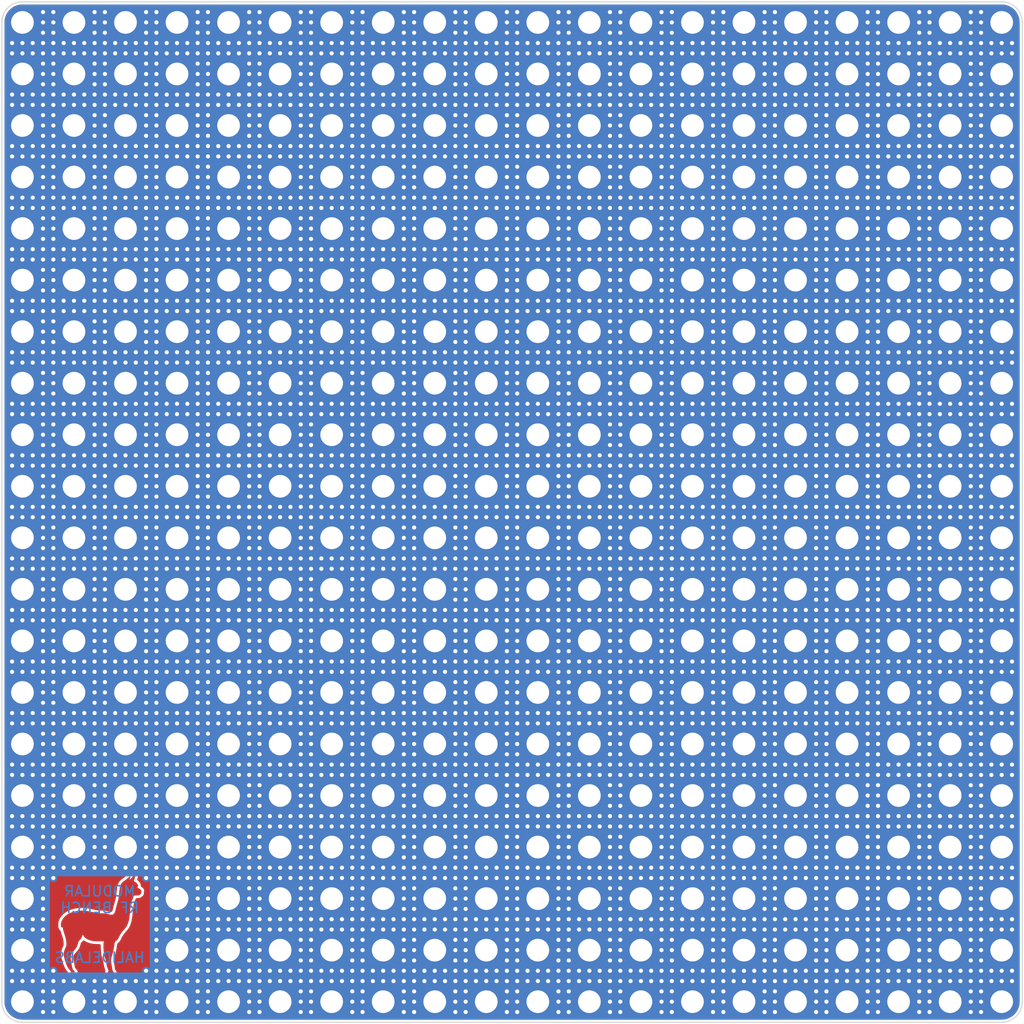
<source format=kicad_pcb>
(kicad_pcb (version 20211014) (generator pcbnew)
  (layers (0 "F.Cu" signal "Górna sygnałowa") (31 "B.Cu" signal "Dolna sygnałowa") (34 "B.Paste" user "Dolna pasty") (35 "F.Paste" user "Górna pasty") (36 "B.SilkS" user "Dolna opisowa") (37 "F.SilkS" user "Górna opisowa") (38 "B.Mask" user "Dolna sodermaski") (39 "F.Mask" user "Górna soldermaski") (44 "Edge.Cuts" user "Krawędziowa"))
  (net 0 "")
  (net 1 "GND")
  (footprint "MountingHole:MountingHole_2.2mm_M2_DIN965_Pad" (layer "F.Cu") (at 124 129)
    (fp_text reference "REF**" hide)
    (fp_text value "MountingHole_2.2mm_M2_DIN965_Pad" hide)
  )
  (footprint "MountingHole:MountingHole_2.2mm_M2_DIN965_Pad" (layer "F.Cu") (at 154 134)
    (fp_text reference "REF**" hide)
    (fp_text value "MountingHole_2.2mm_M2_DIN965_Pad" hide)
  )
  (footprint "MountingHole:MountingHole_2.2mm_M2_DIN965_Pad" (layer "F.Cu") (at 104 99)
    (fp_text reference "REF**" hide)
    (fp_text value "MountingHole_2.2mm_M2_DIN965_Pad" hide)
  )
  (footprint "MountingHole:MountingHole_2.2mm_M2_DIN965_Pad" (layer "F.Cu") (at 169 74)
    (fp_text reference "REF**" hide)
    (fp_text value "MountingHole_2.2mm_M2_DIN965_Pad" hide)
  )
  (footprint "MountingHole:MountingHole_2.2mm_M2_DIN965_Pad" (layer "F.Cu") (at 99 64)
    (fp_text reference "REF**" hide)
    (fp_text value "MountingHole_2.2mm_M2_DIN965_Pad" hide)
  )
  (footprint "MountingHole:MountingHole_2.2mm_M2_DIN965_Pad" (layer "F.Cu") (at 104 144)
    (fp_text reference "REF**" hide)
    (fp_text value "MountingHole_2.2mm_M2_DIN965_Pad" hide)
  )
  (footprint "MountingHole:MountingHole_2.2mm_M2_DIN965_Pad" (layer "F.Cu") (at 144 84)
    (fp_text reference "REF**" hide)
    (fp_text value "MountingHole_2.2mm_M2_DIN965_Pad" hide)
  )
  (footprint "MountingHole:MountingHole_2.2mm_M2_DIN965_Pad" (layer "F.Cu") (at 134 84)
    (fp_text reference "REF**" hide)
    (fp_text value "MountingHole_2.2mm_M2_DIN965_Pad" hide)
  )
  (footprint "MountingHole:MountingHole_2.2mm_M2_DIN965_Pad" (layer "F.Cu") (at 154 84)
    (fp_text reference "REF**" hide)
    (fp_text value "MountingHole_2.2mm_M2_DIN965_Pad" hide)
  )
  (footprint "MountingHole:MountingHole_2.2mm_M2_DIN965_Pad" (layer "F.Cu") (at 179 134)
    (fp_text reference "REF**" hide)
    (fp_text value "MountingHole_2.2mm_M2_DIN965_Pad" hide)
  )
  (footprint "MountingHole:MountingHole_2.2mm_M2_DIN965_Pad" (layer "F.Cu") (at 194 144)
    (fp_text reference "REF**" hide)
    (fp_text value "MountingHole_2.2mm_M2_DIN965_Pad" hide)
  )
  (footprint "MountingHole:MountingHole_2.2mm_M2_DIN965_Pad" (layer "F.Cu") (at 169 54)
    (fp_text reference "REF**" hide)
    (fp_text value "MountingHole_2.2mm_M2_DIN965_Pad" hide)
  )
  (footprint "MountingHole:MountingHole_2.2mm_M2_DIN965_Pad" (layer "F.Cu") (at 119 114)
    (fp_text reference "REF**" hide)
    (fp_text value "MountingHole_2.2mm_M2_DIN965_Pad" hide)
  )
  (footprint "MountingHole:MountingHole_2.2mm_M2_DIN965_Pad" (layer "F.Cu") (at 99 124)
    (fp_text reference "REF**" hide)
    (fp_text value "MountingHole_2.2mm_M2_DIN965_Pad" hide)
  )
  (footprint "MountingHole:MountingHole_2.2mm_M2_DIN965_Pad" (layer "F.Cu") (at 189 64)
    (fp_text reference "REF**" hide)
    (fp_text value "MountingHole_2.2mm_M2_DIN965_Pad" hide)
  )
  (footprint "MountingHole:MountingHole_2.2mm_M2_DIN965_Pad" (layer "F.Cu") (at 134 79)
    (fp_text reference "REF**" hide)
    (fp_text value "MountingHole_2.2mm_M2_DIN965_Pad" hide)
  )
  (footprint "MountingHole:MountingHole_2.2mm_M2_DIN965_Pad" (layer "F.Cu") (at 184 104)
    (fp_text reference "REF**" hide)
    (fp_text value "MountingHole_2.2mm_M2_DIN965_Pad" hide)
  )
  (footprint "MountingHole:MountingHole_2.2mm_M2_DIN965_Pad" (layer "F.Cu") (at 99 144)
    (fp_text reference "REF**" hide)
    (fp_text value "MountingHole_2.2mm_M2_DIN965_Pad" hide)
  )
  (footprint "MountingHole:MountingHole_2.2mm_M2_DIN965_Pad" (layer "F.Cu") (at 99 74)
    (fp_text reference "REF**" hide)
    (fp_text value "MountingHole_2.2mm_M2_DIN965_Pad" hide)
  )
  (footprint "MountingHole:MountingHole_2.2mm_M2_DIN965_Pad" (layer "F.Cu") (at 144 59)
    (fp_text reference "REF**" hide)
    (fp_text value "MountingHole_2.2mm_M2_DIN965_Pad" hide)
  )
  (footprint "MountingHole:MountingHole_2.2mm_M2_DIN965_Pad" (layer "F.Cu") (at 194 124)
    (fp_text reference "REF**" hide)
    (fp_text value "MountingHole_2.2mm_M2_DIN965_Pad" hide)
  )
  (footprint "MountingHole:MountingHole_2.2mm_M2_DIN965_Pad" (layer "F.Cu") (at 184 99)
    (fp_text reference "REF**" hide)
    (fp_text value "MountingHole_2.2mm_M2_DIN965_Pad" hide)
  )
  (footprint "MountingHole:MountingHole_2.2mm_M2_DIN965_Pad" (layer "F.Cu") (at 124 59)
    (fp_text reference "REF**" hide)
    (fp_text value "MountingHole_2.2mm_M2_DIN965_Pad" hide)
  )
  (footprint "MountingHole:MountingHole_2.2mm_M2_DIN965_Pad" (layer "F.Cu") (at 149 54)
    (fp_text reference "REF**" hide)
    (fp_text value "MountingHole_2.2mm_M2_DIN965_Pad" hide)
  )
  (footprint "MountingHole:MountingHole_2.2mm_M2_DIN965_Pad" (layer "F.Cu") (at 139 94)
    (fp_text reference "REF**" hide)
    (fp_text value "MountingHole_2.2mm_M2_DIN965_Pad" hide)
  )
  (footprint "MountingHole:MountingHole_2.2mm_M2_DIN965_Pad" (layer "F.Cu") (at 129 89)
    (fp_text reference "REF**" hide)
    (fp_text value "MountingHole_2.2mm_M2_DIN965_Pad" hide)
  )
  (footprint "MountingHole:MountingHole_2.2mm_M2_DIN965_Pad" (layer "F.Cu") (at 179 99)
    (fp_text reference "REF**" hide)
    (fp_text value "MountingHole_2.2mm_M2_DIN965_Pad" hide)
  )
  (footprint "MountingHole:MountingHole_2.2mm_M2_DIN965_Pad" (layer "F.Cu") (at 104 94)
    (fp_text reference "REF**" hide)
    (fp_text value "MountingHole_2.2mm_M2_DIN965_Pad" hide)
  )
  (footprint "MountingHole:MountingHole_2.2mm_M2_DIN965_Pad" (layer "F.Cu") (at 189 124)
    (fp_text reference "REF**" hide)
    (fp_text value "MountingHole_2.2mm_M2_DIN965_Pad" hide)
  )
  (footprint "MountingHole:MountingHole_2.2mm_M2_DIN965_Pad" (layer "F.Cu") (at 174 144)
    (fp_text reference "REF**" hide)
    (fp_text value "MountingHole_2.2mm_M2_DIN965_Pad" hide)
  )
  (footprint "MountingHole:MountingHole_2.2mm_M2_DIN965_Pad" (layer "F.Cu") (at 159 84)
    (fp_text reference "REF**" hide)
    (fp_text value "MountingHole_2.2mm_M2_DIN965_Pad" hide)
  )
  (footprint "MountingHole:MountingHole_2.2mm_M2_DIN965_Pad" (layer "F.Cu") (at 149 49)
    (fp_text reference "REF**" hide)
    (fp_text value "MountingHole_2.2mm_M2_DIN965_Pad" hide)
  )
  (footprint "MountingHole:MountingHole_2.2mm_M2_DIN965_Pad" (layer "F.Cu") (at 144 119)
    (fp_text reference "REF**" hide)
    (fp_text value "MountingHole_2.2mm_M2_DIN965_Pad" hide)
  )
  (footprint "MountingHole:MountingHole_2.2mm_M2_DIN965_Pad" (layer "F.Cu") (at 184 139)
    (fp_text reference "REF**" hide)
    (fp_text value "MountingHole_2.2mm_M2_DIN965_Pad" hide)
  )
  (footprint "MountingHole:MountingHole_2.2mm_M2_DIN965_Pad" (layer "F.Cu") (at 164 104)
    (fp_text reference "REF**" hide)
    (fp_text value "MountingHole_2.2mm_M2_DIN965_Pad" hide)
  )
  (footprint "MountingHole:MountingHole_2.2mm_M2_DIN965_Pad" (layer "F.Cu") (at 99 49)
    (fp_text reference "REF**" hide)
    (fp_text value "MountingHole_2.2mm_M2_DIN965_Pad" hide)
  )
  (footprint "MountingHole:MountingHole_2.2mm_M2_DIN965_Pad" (layer "F.Cu") (at 109 89)
    (fp_text reference "REF**" hide)
    (fp_text value "MountingHole_2.2mm_M2_DIN965_Pad" hide)
  )
  (footprint "MountingHole:MountingHole_2.2mm_M2_DIN965_Pad" (layer "F.Cu") (at 189 89)
    (fp_text reference "REF**" hide)
    (fp_text value "MountingHole_2.2mm_M2_DIN965_Pad" hide)
  )
  (footprint "MountingHole:MountingHole_2.2mm_M2_DIN965_Pad" (layer "F.Cu") (at 164 94)
    (fp_text reference "REF**" hide)
    (fp_text value "MountingHole_2.2mm_M2_DIN965_Pad" hide)
  )
  (footprint "MountingHole:MountingHole_2.2mm_M2_DIN965_Pad" (layer "F.Cu") (at 154 109)
    (fp_text reference "REF**" hide)
    (fp_text value "MountingHole_2.2mm_M2_DIN965_Pad" hide)
  )
  (footprint "MountingHole:MountingHole_2.2mm_M2_DIN965_Pad" (layer "F.Cu") (at 134 89)
    (fp_text reference "REF**" hide)
    (fp_text value "MountingHole_2.2mm_M2_DIN965_Pad" hide)
  )
  (footprint "MountingHole:MountingHole_2.2mm_M2_DIN965_Pad" (layer "F.Cu") (at 144 74)
    (fp_text reference "REF**" hide)
    (fp_text value "MountingHole_2.2mm_M2_DIN965_Pad" hide)
  )
  (footprint "MountingHole:MountingHole_2.2mm_M2_DIN965_Pad" (layer "F.Cu") (at 144 54)
    (fp_text reference "REF**" hide)
    (fp_text value "MountingHole_2.2mm_M2_DIN965_Pad" hide)
  )
  (footprint "MountingHole:MountingHole_2.2mm_M2_DIN965_Pad" (layer "F.Cu") (at 114 129)
    (fp_text reference "REF**" hide)
    (fp_text value "MountingHole_2.2mm_M2_DIN965_Pad" hide)
  )
  (footprint "MountingHole:MountingHole_2.2mm_M2_DIN965_Pad" (layer "F.Cu") (at 124 134)
    (fp_text reference "REF**" hide)
    (fp_text value "MountingHole_2.2mm_M2_DIN965_Pad" hide)
  )
  (footprint "MountingHole:MountingHole_2.2mm_M2_DIN965_Pad" (layer "F.Cu") (at 139 134)
    (fp_text reference "REF**" hide)
    (fp_text value "MountingHole_2.2mm_M2_DIN965_Pad" hide)
  )
  (footprint "MountingHole:MountingHole_2.2mm_M2_DIN965_Pad" (layer "F.Cu") (at 169 124)
    (fp_text reference "REF**" hide)
    (fp_text value "MountingHole_2.2mm_M2_DIN965_Pad" hide)
  )
  (footprint "MountingHole:MountingHole_2.2mm_M2_DIN965_Pad" (layer "F.Cu") (at 134 114)
    (fp_text reference "REF**" hide)
    (fp_text value "MountingHole_2.2mm_M2_DIN965_Pad" hide)
  )
  (footprint "MountingHole:MountingHole_2.2mm_M2_DIN965_Pad" (layer "F.Cu") (at 99 129)
    (fp_text reference "REF**" hide)
    (fp_text value "MountingHole_2.2mm_M2_DIN965_Pad" hide)
  )
  (footprint "MountingHole:MountingHole_2.2mm_M2_DIN965_Pad" (layer "F.Cu") (at 139 129)
    (fp_text reference "REF**" hide)
    (fp_text value "MountingHole_2.2mm_M2_DIN965_Pad" hide)
  )
  (footprint "MountingHole:MountingHole_2.2mm_M2_DIN965_Pad" (layer "F.Cu") (at 104 79)
    (fp_text reference "REF**" hide)
    (fp_text value "MountingHole_2.2mm_M2_DIN965_Pad" hide)
  )
  (footprint "MountingHole:MountingHole_2.2mm_M2_DIN965_Pad" (layer "F.Cu") (at 189 74)
    (fp_text reference "REF**" hide)
    (fp_text value "MountingHole_2.2mm_M2_DIN965_Pad" hide)
  )
  (footprint "MountingHole:MountingHole_2.2mm_M2_DIN965_Pad" (layer "F.Cu") (at 189 139)
    (fp_text reference "REF**" hide)
    (fp_text value "MountingHole_2.2mm_M2_DIN965_Pad" hide)
  )
  (footprint "MountingHole:MountingHole_2.2mm_M2_DIN965_Pad" (layer "F.Cu") (at 104 74)
    (fp_text reference "REF**" hide)
    (fp_text value "MountingHole_2.2mm_M2_DIN965_Pad" hide)
  )
  (footprint "MountingHole:MountingHole_2.2mm_M2_DIN965_Pad" (layer "F.Cu") (at 109 64)
    (fp_text reference "REF**" hide)
    (fp_text value "MountingHole_2.2mm_M2_DIN965_Pad" hide)
  )
  (footprint "MountingHole:MountingHole_2.2mm_M2_DIN965_Pad" (layer "F.Cu") (at 184 79)
    (fp_text reference "REF**" hide)
    (fp_text value "MountingHole_2.2mm_M2_DIN965_Pad" hide)
  )
  (footprint "MountingHole:MountingHole_2.2mm_M2_DIN965_Pad" (layer "F.Cu") (at 99 54)
    (fp_text reference "REF**" hide)
    (fp_text value "MountingHole_2.2mm_M2_DIN965_Pad" hide)
  )
  (footprint "MountingHole:MountingHole_2.2mm_M2_DIN965_Pad" (layer "F.Cu") (at 124 124)
    (fp_text reference "REF**" hide)
    (fp_text value "MountingHole_2.2mm_M2_DIN965_Pad" hide)
  )
  (footprint "MountingHole:MountingHole_2.2mm_M2_DIN965_Pad" (layer "F.Cu") (at 104 69)
    (fp_text reference "REF**" hide)
    (fp_text value "MountingHole_2.2mm_M2_DIN965_Pad" hide)
  )
  (footprint "MountingHole:MountingHole_2.2mm_M2_DIN965_Pad" (layer "F.Cu") (at 179 94)
    (fp_text reference "REF**" hide)
    (fp_text value "MountingHole_2.2mm_M2_DIN965_Pad" hide)
  )
  (footprint "MountingHole:MountingHole_2.2mm_M2_DIN965_Pad" (layer "F.Cu") (at 174 134)
    (fp_text reference "REF**" hide)
    (fp_text value "MountingHole_2.2mm_M2_DIN965_Pad" hide)
  )
  (footprint "MountingHole:MountingHole_2.2mm_M2_DIN965_Pad" (layer "F.Cu") (at 154 79)
    (fp_text reference "REF**" hide)
    (fp_text value "MountingHole_2.2mm_M2_DIN965_Pad" hide)
  )
  (footprint "MountingHole:MountingHole_2.2mm_M2_DIN965_Pad" (layer "F.Cu") (at 194 64)
    (fp_text reference "REF**" hide)
    (fp_text value "MountingHole_2.2mm_M2_DIN965_Pad" hide)
  )
  (footprint "MountingHole:MountingHole_2.2mm_M2_DIN965_Pad" (layer "F.Cu") (at 174 129)
    (fp_text reference "REF**" hide)
    (fp_text value "MountingHole_2.2mm_M2_DIN965_Pad" hide)
  )
  (footprint "MountingHole:MountingHole_2.2mm_M2_DIN965_Pad" (layer "F.Cu") (at 184 69)
    (fp_text reference "REF**" hide)
    (fp_text value "MountingHole_2.2mm_M2_DIN965_Pad" hide)
  )
  (footprint "MountingHole:MountingHole_2.2mm_M2_DIN965_Pad" (layer "F.Cu") (at 109 49)
    (fp_text reference "REF**" hide)
    (fp_text value "MountingHole_2.2mm_M2_DIN965_Pad" hide)
  )
  (footprint "MountingHole:MountingHole_2.2mm_M2_DIN965_Pad" (layer "F.Cu") (at 134 74)
    (fp_text reference "REF**" hide)
    (fp_text value "MountingHole_2.2mm_M2_DIN965_Pad" hide)
  )
  (footprint "MountingHole:MountingHole_2.2mm_M2_DIN965_Pad" (layer "F.Cu") (at 134 109)
    (fp_text reference "REF**" hide)
    (fp_text value "MountingHole_2.2mm_M2_DIN965_Pad" hide)
  )
  (footprint "MountingHole:MountingHole_2.2mm_M2_DIN965_Pad" (layer "F.Cu") (at 124 99)
    (fp_text reference "REF**" hide)
    (fp_text value "MountingHole_2.2mm_M2_DIN965_Pad" hide)
  )
  (footprint "MountingHole:MountingHole_2.2mm_M2_DIN965_Pad" (layer "F.Cu") (at 134 129)
    (fp_text reference "REF**" hide)
    (fp_text value "MountingHole_2.2mm_M2_DIN965_Pad" hide)
  )
  (footprint "MountingHole:MountingHole_2.2mm_M2_DIN965_Pad" (layer "F.Cu") (at 119 59)
    (fp_text reference "REF**" hide)
    (fp_text value "MountingHole_2.2mm_M2_DIN965_Pad" hide)
  )
  (footprint "MountingHole:MountingHole_2.2mm_M2_DIN965_Pad" (layer "F.Cu") (at 129 129)
    (fp_text reference "REF**" hide)
    (fp_text value "MountingHole_2.2mm_M2_DIN965_Pad" hide)
  )
  (footprint "MountingHole:MountingHole_2.2mm_M2_DIN965_Pad" (layer "F.Cu") (at 149 119)
    (fp_text reference "REF**" hide)
    (fp_text value "MountingHole_2.2mm_M2_DIN965_Pad" hide)
  )
  (footprint "MountingHole:MountingHole_2.2mm_M2_DIN965_Pad" (layer "F.Cu") (at 184 94)
    (fp_text reference "REF**" hide)
    (fp_text value "MountingHole_2.2mm_M2_DIN965_Pad" hide)
  )
  (footprint "MountingHole:MountingHole_2.2mm_M2_DIN965_Pad" (layer "F.Cu") (at 124 104)
    (fp_text reference "REF**" hide)
    (fp_text value "MountingHole_2.2mm_M2_DIN965_Pad" hide)
  )
  (footprint "MountingHole:MountingHole_2.2mm_M2_DIN965_Pad" (layer "F.Cu") (at 144 94)
    (fp_text reference "REF**" hide)
    (fp_text value "MountingHole_2.2mm_M2_DIN965_Pad" hide)
  )
  (footprint "MountingHole:MountingHole_2.2mm_M2_DIN965_Pad" (layer "F.Cu") (at 154 119)
    (fp_text reference "REF**" hide)
    (fp_text value "MountingHole_2.2mm_M2_DIN965_Pad" hide)
  )
  (footprint "MountingHole:MountingHole_2.2mm_M2_DIN965_Pad" (layer "F.Cu") (at 134 54)
    (fp_text reference "REF**" hide)
    (fp_text value "MountingHole_2.2mm_M2_DIN965_Pad" hide)
  )
  (footprint "MountingHole:MountingHole_2.2mm_M2_DIN965_Pad" (layer "F.Cu") (at 144 124)
    (fp_text reference "REF**" hide)
    (fp_text value "MountingHole_2.2mm_M2_DIN965_Pad" hide)
  )
  (footprint "MountingHole:MountingHole_2.2mm_M2_DIN965_Pad" (layer "F.Cu") (at 139 54)
    (fp_text reference "REF**" hide)
    (fp_text value "MountingHole_2.2mm_M2_DIN965_Pad" hide)
  )
  (footprint "MountingHole:MountingHole_2.2mm_M2_DIN965_Pad" (layer "F.Cu") (at 139 99)
    (fp_text reference "REF**" hide)
    (fp_text value "MountingHole_2.2mm_M2_DIN965_Pad" hide)
  )
  (footprint "MountingHole:MountingHole_2.2mm_M2_DIN965_Pad" (layer "F.Cu") (at 104 119)
    (fp_text reference "REF**" hide)
    (fp_text value "MountingHole_2.2mm_M2_DIN965_Pad" hide)
  )
  (footprint "MountingHole:MountingHole_2.2mm_M2_DIN965_Pad" (layer "F.Cu") (at 154 69)
    (fp_text reference "REF**" hide)
    (fp_text value "MountingHole_2.2mm_M2_DIN965_Pad" hide)
  )
  (footprint "MountingHole:MountingHole_2.2mm_M2_DIN965_Pad" (layer "F.Cu") (at 159 64)
    (fp_text reference "REF**" hide)
    (fp_text value "MountingHole_2.2mm_M2_DIN965_Pad" hide)
  )
  (footprint "MountingHole:MountingHole_2.2mm_M2_DIN965_Pad" (layer "F.Cu") (at 124 79)
    (fp_text reference "REF**" hide)
    (fp_text value "MountingHole_2.2mm_M2_DIN965_Pad" hide)
  )
  (footprint "MountingHole:MountingHole_2.2mm_M2_DIN965_Pad" (layer "F.Cu") (at 104 84)
    (fp_text reference "REF**" hide)
    (fp_text value "MountingHole_2.2mm_M2_DIN965_Pad" hide)
  )
  (footprint "MountingHole:MountingHole_2.2mm_M2_DIN965_Pad" (layer "F.Cu") (at 194 84)
    (fp_text reference "REF**" hide)
    (fp_text value "MountingHole_2.2mm_M2_DIN965_Pad" hide)
  )
  (footprint "MountingHole:MountingHole_2.2mm_M2_DIN965_Pad" (layer "F.Cu") (at 189 119)
    (fp_text reference "REF**" hide)
    (fp_text value "MountingHole_2.2mm_M2_DIN965_Pad" hide)
  )
  (footprint "MountingHole:MountingHole_2.2mm_M2_DIN965_Pad" (layer "F.Cu") (at 129 119)
    (fp_text reference "REF**" hide)
    (fp_text value "MountingHole_2.2mm_M2_DIN965_Pad" hide)
  )
  (footprint "MountingHole:MountingHole_2.2mm_M2_DIN965_Pad" (layer "F.Cu") (at 109 129)
    (fp_text reference "REF**" hide)
    (fp_text value "MountingHole_2.2mm_M2_DIN965_Pad" hide)
  )
  (footprint "MountingHole:MountingHole_2.2mm_M2_DIN965_Pad" (layer "F.Cu") (at 139 84)
    (fp_text reference "REF**" hide)
    (fp_text value "MountingHole_2.2mm_M2_DIN965_Pad" hide)
  )
  (footprint "MountingHole:MountingHole_2.2mm_M2_DIN965_Pad" (layer "F.Cu") (at 174 69)
    (fp_text reference "REF**" hide)
    (fp_text value "MountingHole_2.2mm_M2_DIN965_Pad" hide)
  )
  (footprint "MountingHole:MountingHole_2.2mm_M2_DIN965_Pad" (layer "F.Cu") (at 164 59)
    (fp_text reference "REF**" hide)
    (fp_text value "MountingHole_2.2mm_M2_DIN965_Pad" hide)
  )
  (footprint "MountingHole:MountingHole_2.2mm_M2_DIN965_Pad" (layer "F.Cu") (at 149 144)
    (fp_text reference "REF**" hide)
    (fp_text value "MountingHole_2.2mm_M2_DIN965_Pad" hide)
  )
  (footprint "MountingHole:MountingHole_2.2mm_M2_DIN965_Pad" (layer "F.Cu") (at 109 69)
    (fp_text reference "REF**" hide)
    (fp_text value "MountingHole_2.2mm_M2_DIN965_Pad" hide)
  )
  (footprint "MountingHole:MountingHole_2.2mm_M2_DIN965_Pad" (layer "F.Cu") (at 149 124)
    (fp_text reference "REF**" hide)
    (fp_text value "MountingHole_2.2mm_M2_DIN965_Pad" hide)
  )
  (footprint "MountingHole:MountingHole_2.2mm_M2_DIN965_Pad" (layer "F.Cu") (at 184 109)
    (fp_text reference "REF**" hide)
    (fp_text value "MountingHole_2.2mm_M2_DIN965_Pad" hide)
  )
  (footprint "MountingHole:MountingHole_2.2mm_M2_DIN965_Pad" (layer "F.Cu") (at 189 144)
    (fp_text reference "REF**" hide)
    (fp_text value "MountingHole_2.2mm_M2_DIN965_Pad" hide)
  )
  (footprint "MountingHole:MountingHole_2.2mm_M2_DIN965_Pad" (layer "F.Cu") (at 184 49)
    (fp_text reference "REF**" hide)
    (fp_text value "MountingHole_2.2mm_M2_DIN965_Pad" hide)
  )
  (footprint "MountingHole:MountingHole_2.2mm_M2_DIN965_Pad" (layer "F.Cu") (at 194 74)
    (fp_text reference "REF**" hide)
    (fp_text value "MountingHole_2.2mm_M2_DIN965_Pad" hide)
  )
  (footprint "MountingHole:MountingHole_2.2mm_M2_DIN965_Pad" (layer "F.Cu") (at 134 119)
    (fp_text reference "REF**" hide)
    (fp_text value "MountingHole_2.2mm_M2_DIN965_Pad" hide)
  )
  (footprint "MountingHole:MountingHole_2.2mm_M2_DIN965_Pad" (layer "F.Cu") (at 149 79)
    (fp_text reference "REF**" hide)
    (fp_text value "MountingHole_2.2mm_M2_DIN965_Pad" hide)
  )
  (footprint "MountingHole:MountingHole_2.2mm_M2_DIN965_Pad" (layer "F.Cu") (at 179 104)
    (fp_text reference "REF**" hide)
    (fp_text value "MountingHole_2.2mm_M2_DIN965_Pad" hide)
  )
  (footprint "MountingHole:MountingHole_2.2mm_M2_DIN965_Pad" (layer "F.Cu") (at 174 139)
    (fp_text reference "REF**" hide)
    (fp_text value "MountingHole_2.2mm_M2_DIN965_Pad" hide)
  )
  (footprint "MountingHole:MountingHole_2.2mm_M2_DIN965_Pad" (layer "F.Cu") (at 189 94)
    (fp_text reference "REF**" hide)
    (fp_text value "MountingHole_2.2mm_M2_DIN965_Pad" hide)
  )
  (footprint "MountingHole:MountingHole_2.2mm_M2_DIN965_Pad" (layer "F.Cu") (at 184 64)
    (fp_text reference "REF**" hide)
    (fp_text value "MountingHole_2.2mm_M2_DIN965_Pad" hide)
  )
  (footprint "MountingHole:MountingHole_2.2mm_M2_DIN965_Pad" (layer "F.Cu") (at 194 109)
    (fp_text reference "REF**" hide)
    (fp_text value "MountingHole_2.2mm_M2_DIN965_Pad" hide)
  )
  (footprint "MountingHole:MountingHole_2.2mm_M2_DIN965_Pad" (layer "F.Cu") (at 119 99)
    (fp_text reference "REF**" hide)
    (fp_text value "MountingHole_2.2mm_M2_DIN965_Pad" hide)
  )
  (footprint "MountingHole:MountingHole_2.2mm_M2_DIN965_Pad" (layer "F.Cu") (at 159 129)
    (fp_text reference "REF**" hide)
    (fp_text value "MountingHole_2.2mm_M2_DIN965_Pad" hide)
  )
  (footprint "MountingHole:MountingHole_2.2mm_M2_DIN965_Pad" (layer "F.Cu") (at 184 84)
    (fp_text reference "REF**" hide)
    (fp_text value "MountingHole_2.2mm_M2_DIN965_Pad" hide)
  )
  (footprint "MountingHole:MountingHole_2.2mm_M2_DIN965_Pad" (layer "F.Cu") (at 189 134)
    (fp_text reference "REF**" hide)
    (fp_text value "MountingHole_2.2mm_M2_DIN965_Pad" hide)
  )
  (footprint "MountingHole:MountingHole_2.2mm_M2_DIN965_Pad" (layer "F.Cu") (at 144 114)
    (fp_text reference "REF**" hide)
    (fp_text value "MountingHole_2.2mm_M2_DIN965_Pad" hide)
  )
  (footprint "MountingHole:MountingHole_2.2mm_M2_DIN965_Pad" (layer "F.Cu") (at 174 64)
    (fp_text reference "REF**" hide)
    (fp_text value "MountingHole_2.2mm_M2_DIN965_Pad" hide)
  )
  (footprint "MountingHole:MountingHole_2.2mm_M2_DIN965_Pad" (layer "F.Cu") (at 144 64)
    (fp_text reference "REF**" hide)
    (fp_text value "MountingHole_2.2mm_M2_DIN965_Pad" hide)
  )
  (footprint "MountingHole:MountingHole_2.2mm_M2_DIN965_Pad" (layer "F.Cu") (at 164 114)
    (fp_text reference "REF**" hide)
    (fp_text value "MountingHole_2.2mm_M2_DIN965_Pad" hide)
  )
  (footprint "MountingHole:MountingHole_2.2mm_M2_DIN965_Pad" (layer "F.Cu") (at 114 104)
    (fp_text reference "REF**" hide)
    (fp_text value "MountingHole_2.2mm_M2_DIN965_Pad" hide)
  )
  (footprint "MountingHole:MountingHole_2.2mm_M2_DIN965_Pad" (layer "F.Cu") (at 189 99)
    (fp_text reference "REF**" hide)
    (fp_text value "MountingHole_2.2mm_M2_DIN965_Pad" hide)
  )
  (footprint "MountingHole:MountingHole_2.2mm_M2_DIN965_Pad" (layer "F.Cu") (at 159 59)
    (fp_text reference "REF**" hide)
    (fp_text value "MountingHole_2.2mm_M2_DIN965_Pad" hide)
  )
  (footprint "MountingHole:MountingHole_2.2mm_M2_DIN965_Pad" (layer "F.Cu") (at 139 89)
    (fp_text reference "REF**" hide)
    (fp_text value "MountingHole_2.2mm_M2_DIN965_Pad" hide)
  )
  (footprint "MountingHole:MountingHole_2.2mm_M2_DIN965_Pad" (layer "F.Cu") (at 104 124)
    (fp_text reference "REF**" hide)
    (fp_text value "MountingHole_2.2mm_M2_DIN965_Pad" hide)
  )
  (footprint "MountingHole:MountingHole_2.2mm_M2_DIN965_Pad" (layer "F.Cu") (at 99 139)
    (fp_text reference "REF**" hide)
    (fp_text value "MountingHole_2.2mm_M2_DIN965_Pad" hide)
  )
  (footprint "MountingHole:MountingHole_2.2mm_M2_DIN965_Pad" (layer "F.Cu") (at 104 49)
    (fp_text reference "REF**" hide)
    (fp_text value "MountingHole_2.2mm_M2_DIN965_Pad" hide)
  )
  (footprint "MountingHole:MountingHole_2.2mm_M2_DIN965_Pad" (layer "F.Cu") (at 149 89)
    (fp_text reference "REF**" hide)
    (fp_text value "MountingHole_2.2mm_M2_DIN965_Pad" hide)
  )
  (footprint "MountingHole:MountingHole_2.2mm_M2_DIN965_Pad" (layer "F.Cu") (at 159 124)
    (fp_text reference "REF**" hide)
    (fp_text value "MountingHole_2.2mm_M2_DIN965_Pad" hide)
  )
  (footprint "MountingHole:MountingHole_2.2mm_M2_DIN965_Pad" (layer "F.Cu") (at 139 139)
    (fp_text reference "REF**" hide)
    (fp_text value "MountingHole_2.2mm_M2_DIN965_Pad" hide)
  )
  (footprint "MountingHole:MountingHole_2.2mm_M2_DIN965_Pad" (layer "F.Cu") (at 169 89)
    (fp_text reference "REF**" hide)
    (fp_text value "MountingHole_2.2mm_M2_DIN965_Pad" hide)
  )
  (footprint "MountingHole:MountingHole_2.2mm_M2_DIN965_Pad" (layer "F.Cu") (at 159 139)
    (fp_text reference "REF**" hide)
    (fp_text value "MountingHole_2.2mm_M2_DIN965_Pad" hide)
  )
  (footprint "MountingHole:MountingHole_2.2mm_M2_DIN965_Pad" (layer "F.Cu") (at 124 109)
    (fp_text reference "REF**" hide)
    (fp_text value "MountingHole_2.2mm_M2_DIN965_Pad" hide)
  )
  (footprint "MountingHole:MountingHole_2.2mm_M2_DIN965_Pad" (layer "F.Cu") (at 134 69)
    (fp_text reference "REF**" hide)
    (fp_text value "MountingHole_2.2mm_M2_DIN965_Pad" hide)
  )
  (footprint "MountingHole:MountingHole_2.2mm_M2_DIN965_Pad" (layer "F.Cu") (at 109 94)
    (fp_text reference "REF**" hide)
    (fp_text value "MountingHole_2.2mm_M2_DIN965_Pad" hide)
  )
  (footprint "MountingHole:MountingHole_2.2mm_M2_DIN965_Pad" (layer "F.Cu") (at 169 109)
    (fp_text reference "REF**" hide)
    (fp_text value "MountingHole_2.2mm_M2_DIN965_Pad" hide)
  )
  (footprint "MountingHole:MountingHole_2.2mm_M2_DIN965_Pad" (layer "F.Cu") (at 129 64)
    (fp_text reference "REF**" hide)
    (fp_text value "MountingHole_2.2mm_M2_DIN965_Pad" hide)
  )
  (footprint "MountingHole:MountingHole_2.2mm_M2_DIN965_Pad" (layer "F.Cu") (at 139 144)
    (fp_text reference "REF**" hide)
    (fp_text value "MountingHole_2.2mm_M2_DIN965_Pad" hide)
  )
  (footprint "MountingHole:MountingHole_2.2mm_M2_DIN965_Pad" (layer "F.Cu") (at 129 109)
    (fp_text reference "REF**" hide)
    (fp_text value "MountingHole_2.2mm_M2_DIN965_Pad" hide)
  )
  (footprint "MountingHole:MountingHole_2.2mm_M2_DIN965_Pad" (layer "F.Cu") (at 99 89)
    (fp_text reference "REF**" hide)
    (fp_text value "MountingHole_2.2mm_M2_DIN965_Pad" hide)
  )
  (footprint "MountingHole:MountingHole_2.2mm_M2_DIN965_Pad" (layer "F.Cu") (at 119 124)
    (fp_text reference "REF**" hide)
    (fp_text value "MountingHole_2.2mm_M2_DIN965_Pad" hide)
  )
  (footprint "MountingHole:MountingHole_2.2mm_M2_DIN965_Pad" (layer "F.Cu") (at 149 134)
    (fp_text reference "REF**" hide)
    (fp_text value "MountingHole_2.2mm_M2_DIN965_Pad" hide)
  )
  (footprint "MountingHole:MountingHole_2.2mm_M2_DIN965_Pad" (layer "F.Cu") (at 179 109)
    (fp_text reference "REF**" hide)
    (fp_text value "MountingHole_2.2mm_M2_DIN965_Pad" hide)
  )
  (footprint "MountingHole:MountingHole_2.2mm_M2_DIN965_Pad" (layer "F.Cu") (at 169 144)
    (fp_text reference "REF**" hide)
    (fp_text value "MountingHole_2.2mm_M2_DIN965_Pad" hide)
  )
  (footprint "MountingHole:MountingHole_2.2mm_M2_DIN965_Pad" (layer "F.Cu") (at 184 124)
    (fp_text reference "REF**" hide)
    (fp_text value "MountingHole_2.2mm_M2_DIN965_Pad" hide)
  )
  (footprint "MountingHole:MountingHole_2.2mm_M2_DIN965_Pad" (layer "F.Cu") (at 144 144)
    (fp_text reference "REF**" hide)
    (fp_text value "MountingHole_2.2mm_M2_DIN965_Pad" hide)
  )
  (footprint "MountingHole:MountingHole_2.2mm_M2_DIN965_Pad" (layer "F.Cu") (at 149 69)
    (fp_text reference "REF**" hide)
    (fp_text value "MountingHole_2.2mm_M2_DIN965_Pad" hide)
  )
  (footprint "MountingHole:MountingHole_2.2mm_M2_DIN965_Pad" (layer "F.Cu") (at 174 59)
    (fp_text reference "REF**" hide)
    (fp_text value "MountingHole_2.2mm_M2_DIN965_Pad" hide)
  )
  (footprint "MountingHole:MountingHole_2.2mm_M2_DIN965_Pad" (layer "F.Cu") (at 169 99)
    (fp_text reference "REF**" hide)
    (fp_text value "MountingHole_2.2mm_M2_DIN965_Pad" hide)
  )
  (footprint "MountingHole:MountingHole_2.2mm_M2_DIN965_Pad" (layer "F.Cu") (at 119 129)
    (fp_text reference "REF**" hide)
    (fp_text value "MountingHole_2.2mm_M2_DIN965_Pad" hide)
  )
  (footprint "MountingHole:MountingHole_2.2mm_M2_DIN965_Pad" (layer "F.Cu") (at 119 94)
    (fp_text reference "REF**" hide)
    (fp_text value "MountingHole_2.2mm_M2_DIN965_Pad" hide)
  )
  (footprint "MountingHole:MountingHole_2.2mm_M2_DIN965_Pad" (layer "F.Cu") (at 149 84)
    (fp_text reference "REF**" hide)
    (fp_text value "MountingHole_2.2mm_M2_DIN965_Pad" hide)
  )
  (footprint "MountingHole:MountingHole_2.2mm_M2_DIN965_Pad" (layer "F.Cu") (at 139 59)
    (fp_text reference "REF**" hide)
    (fp_text value "MountingHole_2.2mm_M2_DIN965_Pad" hide)
  )
  (footprint "MountingHole:MountingHole_2.2mm_M2_DIN965_Pad" (layer "F.Cu") (at 179 49)
    (fp_text reference "REF**" hide)
    (fp_text value "MountingHole_2.2mm_M2_DIN965_Pad" hide)
  )
  (footprint "MountingHole:MountingHole_2.2mm_M2_DIN965_Pad" (layer "F.Cu") (at 184 129)
    (fp_text reference "REF**" hide)
    (fp_text value "MountingHole_2.2mm_M2_DIN965_Pad" hide)
  )
  (footprint "MountingHole:MountingHole_2.2mm_M2_DIN965_Pad" (layer "F.Cu") (at 144 79)
    (fp_text reference "REF**" hide)
    (fp_text value "MountingHole_2.2mm_M2_DIN965_Pad" hide)
  )
  (footprint "MountingHole:MountingHole_2.2mm_M2_DIN965_Pad" (layer "F.Cu") (at 119 144)
    (fp_text reference "REF**" hide)
    (fp_text value "MountingHole_2.2mm_M2_DIN965_Pad" hide)
  )
  (footprint "MountingHole:MountingHole_2.2mm_M2_DIN965_Pad" (layer "F.Cu") (at 124 89)
    (fp_text reference "REF**" hide)
    (fp_text value "MountingHole_2.2mm_M2_DIN965_Pad" hide)
  )
  (footprint "MountingHole:MountingHole_2.2mm_M2_DIN965_Pad" (layer "F.Cu") (at 154 49)
    (fp_text reference "REF**" hide)
    (fp_text value "MountingHole_2.2mm_M2_DIN965_Pad" hide)
  )
  (footprint "MountingHole:MountingHole_2.2mm_M2_DIN965_Pad" (layer "F.Cu") (at 154 99)
    (fp_text reference "REF**" hide)
    (fp_text value "MountingHole_2.2mm_M2_DIN965_Pad" hide)
  )
  (footprint "MountingHole:MountingHole_2.2mm_M2_DIN965_Pad" (layer "F.Cu") (at 144 139)
    (fp_text reference "REF**" hide)
    (fp_text value "MountingHole_2.2mm_M2_DIN965_Pad" hide)
  )
  (footprint "MountingHole:MountingHole_2.2mm_M2_DIN965_Pad" (layer "F.Cu") (at 164 69)
    (fp_text reference "REF**" hide)
    (fp_text value "MountingHole_2.2mm_M2_DIN965_Pad" hide)
  )
  (footprint "MountingHole:MountingHole_2.2mm_M2_DIN965_Pad" (layer "F.Cu") (at 119 49)
    (fp_text reference "REF**" hide)
    (fp_text value "MountingHole_2.2mm_M2_DIN965_Pad" hide)
  )
  (footprint "MountingHole:MountingHole_2.2mm_M2_DIN965_Pad" (layer "F.Cu") (at 124 74)
    (fp_text reference "REF**" hide)
    (fp_text value "MountingHole_2.2mm_M2_DIN965_Pad" hide)
  )
  (footprint "MountingHole:MountingHole_2.2mm_M2_DIN965_Pad" (layer "F.Cu") (at 154 139)
    (fp_text reference "REF**" hide)
    (fp_text value "MountingHole_2.2mm_M2_DIN965_Pad" hide)
  )
  (footprint "MountingHole:MountingHole_2.2mm_M2_DIN965_Pad" (layer "F.Cu") (at 194 104)
    (fp_text reference "REF**" hide)
    (fp_text value "MountingHole_2.2mm_M2_DIN965_Pad" hide)
  )
  (footprint "MountingHole:MountingHole_2.2mm_M2_DIN965_Pad" (layer "F.Cu") (at 114 109)
    (fp_text reference "REF**" hide)
    (fp_text value "MountingHole_2.2mm_M2_DIN965_Pad" hide)
  )
  (footprint "MountingHole:MountingHole_2.2mm_M2_DIN965_Pad" (layer "F.Cu") (at 109 124)
    (fp_text reference "REF**" hide)
    (fp_text value "MountingHole_2.2mm_M2_DIN965_Pad" hide)
  )
  (footprint "MountingHole:MountingHole_2.2mm_M2_DIN965_Pad" (layer "F.Cu") (at 109 104)
    (fp_text reference "REF**" hide)
    (fp_text value "MountingHole_2.2mm_M2_DIN965_Pad" hide)
  )
  (footprint "MountingHole:MountingHole_2.2mm_M2_DIN965_Pad" (layer "F.Cu") (at 154 59)
    (fp_text reference "REF**" hide)
    (fp_text value "MountingHole_2.2mm_M2_DIN965_Pad" hide)
  )
  (footprint "MountingHole:MountingHole_2.2mm_M2_DIN965_Pad" (layer "F.Cu") (at 119 109)
    (fp_text reference "REF**" hide)
    (fp_text value "MountingHole_2.2mm_M2_DIN965_Pad" hide)
  )
  (footprint "MountingHole:MountingHole_2.2mm_M2_DIN965_Pad" (layer "F.Cu") (at 184 89)
    (fp_text reference "REF**" hide)
    (fp_text value "MountingHole_2.2mm_M2_DIN965_Pad" hide)
  )
  (footprint "MountingHole:MountingHole_2.2mm_M2_DIN965_Pad" (layer "F.Cu") (at 159 94)
    (fp_text reference "REF**" hide)
    (fp_text value "MountingHole_2.2mm_M2_DIN965_Pad" hide)
  )
  (footprint "MountingHole:MountingHole_2.2mm_M2_DIN965_Pad" (layer "F.Cu") (at 189 79)
    (fp_text reference "REF**" hide)
    (fp_text value "MountingHole_2.2mm_M2_DIN965_Pad" hide)
  )
  (footprint "MountingHole:MountingHole_2.2mm_M2_DIN965_Pad" (layer "F.Cu") (at 114 134)
    (fp_text reference "REF**" hide)
    (fp_text value "MountingHole_2.2mm_M2_DIN965_Pad" hide)
  )
  (footprint "MountingHole:MountingHole_2.2mm_M2_DIN965_Pad" (layer "F.Cu") (at 169 134)
    (fp_text reference "REF**" hide)
    (fp_text value "MountingHole_2.2mm_M2_DIN965_Pad" hide)
  )
  (footprint "MountingHole:MountingHole_2.2mm_M2_DIN965_Pad" (layer "F.Cu") (at 139 124)
    (fp_text reference "REF**" hide)
    (fp_text value "MountingHole_2.2mm_M2_DIN965_Pad" hide)
  )
  (footprint "MountingHole:MountingHole_2.2mm_M2_DIN965_Pad" (layer "F.Cu") (at 114 74)
    (fp_text reference "REF**" hide)
    (fp_text value "MountingHole_2.2mm_M2_DIN965_Pad" hide)
  )
  (footprint "MountingHole:MountingHole_2.2mm_M2_DIN965_Pad" (layer "F.Cu") (at 119 84)
    (fp_text reference "REF**" hide)
    (fp_text value "MountingHole_2.2mm_M2_DIN965_Pad" hide)
  )
  (footprint "MountingHole:MountingHole_2.2mm_M2_DIN965_Pad" (layer "F.Cu") (at 179 129)
    (fp_text reference "REF**" hide)
    (fp_text value "MountingHole_2.2mm_M2_DIN965_Pad" hide)
  )
  (footprint "MountingHole:MountingHole_2.2mm_M2_DIN965_Pad" (layer "F.Cu") (at 99 84)
    (fp_text reference "REF**" hide)
    (fp_text value "MountingHole_2.2mm_M2_DIN965_Pad" hide)
  )
  (footprint "MountingHole:MountingHole_2.2mm_M2_DIN965_Pad" (layer "F.Cu") (at 194 99)
    (fp_text reference "REF**" hide)
    (fp_text value "MountingHole_2.2mm_M2_DIN965_Pad" hide)
  )
  (footprint "MountingHole:MountingHole_2.2mm_M2_DIN965_Pad" (layer "F.Cu") (at 174 119)
    (fp_text reference "REF**" hide)
    (fp_text value "MountingHole_2.2mm_M2_DIN965_Pad" hide)
  )
  (footprint "MountingHole:MountingHole_2.2mm_M2_DIN965_Pad" (layer "F.Cu") (at 189 49)
    (fp_text reference "REF**" hide)
    (fp_text value "MountingHole_2.2mm_M2_DIN965_Pad" hide)
  )
  (footprint "MountingHole:MountingHole_2.2mm_M2_DIN965_Pad" (layer "F.Cu") (at 169 69)
    (fp_text reference "REF**" hide)
    (fp_text value "MountingHole_2.2mm_M2_DIN965_Pad" hide)
  )
  (footprint "MountingHole:MountingHole_2.2mm_M2_DIN965_Pad" (layer "F.Cu") (at 164 89)
    (fp_text reference "REF**" hide)
    (fp_text value "MountingHole_2.2mm_M2_DIN965_Pad" hide)
  )
  (footprint "MountingHole:MountingHole_2.2mm_M2_DIN965_Pad" (layer "F.Cu") (at 184 74)
    (fp_text reference "REF**" hide)
    (fp_text value "MountingHole_2.2mm_M2_DIN965_Pad" hide)
  )
  (footprint "MountingHole:MountingHole_2.2mm_M2_DIN965_Pad" (layer "F.Cu") (at 139 114)
    (fp_text reference "REF**" hide)
    (fp_text value "MountingHole_2.2mm_M2_DIN965_Pad" hide)
  )
  (footprint "MountingHole:MountingHole_2.2mm_M2_DIN965_Pad" (layer "F.Cu") (at 149 104)
    (fp_text reference "REF**" hide)
    (fp_text value "MountingHole_2.2mm_M2_DIN965_Pad" hide)
  )
  (footprint "MountingHole:MountingHole_2.2mm_M2_DIN965_Pad" (layer "F.Cu") (at 169 114)
    (fp_text reference "REF**" hide)
    (fp_text value "MountingHole_2.2mm_M2_DIN965_Pad" hide)
  )
  (footprint "MountingHole:MountingHole_2.2mm_M2_DIN965_Pad" (layer "F.Cu") (at 109 79)
    (fp_text reference "REF**" hide)
    (fp_text value "MountingHole_2.2mm_M2_DIN965_Pad" hide)
  )
  (footprint "MountingHole:MountingHole_2.2mm_M2_DIN965_Pad" (layer "F.Cu") (at 159 144)
    (fp_text reference "REF**" hide)
    (fp_text value "MountingHole_2.2mm_M2_DIN965_Pad" hide)
  )
  (footprint "MountingHole:MountingHole_2.2mm_M2_DIN965_Pad" (layer "F.Cu") (at 159 119)
    (fp_text reference "REF**" hide)
    (fp_text value "MountingHole_2.2mm_M2_DIN965_Pad" hide)
  )
  (footprint "MountingHole:MountingHole_2.2mm_M2_DIN965_Pad" (layer "F.Cu") (at 194 119)
    (fp_text reference "REF**" hide)
    (fp_text value "MountingHole_2.2mm_M2_DIN965_Pad" hide)
  )
  (footprint "MountingHole:MountingHole_2.2mm_M2_DIN965_Pad" (layer "F.Cu") (at 109 144)
    (fp_text reference "REF**" hide)
    (fp_text value "MountingHole_2.2mm_M2_DIN965_Pad" hide)
  )
  (footprint "MountingHole:MountingHole_2.2mm_M2_DIN965_Pad" (layer "F.Cu") (at 99 119)
    (fp_text reference "REF**" hide)
    (fp_text value "MountingHole_2.2mm_M2_DIN965_Pad" hide)
  )
  (footprint "MountingHole:MountingHole_2.2mm_M2_DIN965_Pad" (layer "F.Cu") (at 164 99)
    (fp_text reference "REF**" hide)
    (fp_text value "MountingHole_2.2mm_M2_DIN965_Pad" hide)
  )
  (footprint "MountingHole:MountingHole_2.2mm_M2_DIN965_Pad" (layer "F.Cu") (at 119 74)
    (fp_text reference "REF**" hide)
    (fp_text value "MountingHole_2.2mm_M2_DIN965_Pad" hide)
  )
  (footprint "MountingHole:MountingHole_2.2mm_M2_DIN965_Pad" (layer "F.Cu") (at 179 69)
    (fp_text reference "REF**" hide)
    (fp_text value "MountingHole_2.2mm_M2_DIN965_Pad" hide)
  )
  (footprint "MountingHole:MountingHole_2.2mm_M2_DIN965_Pad" (layer "F.Cu") (at 174 94)
    (fp_text reference "REF**" hide)
    (fp_text value "MountingHole_2.2mm_M2_DIN965_Pad" hide)
  )
  (footprint "MountingHole:MountingHole_2.2mm_M2_DIN965_Pad" (layer "F.Cu") (at 164 119)
    (fp_text reference "REF**" hide)
    (fp_text value "MountingHole_2.2mm_M2_DIN965_Pad" hide)
  )
  (footprint "MountingHole:MountingHole_2.2mm_M2_DIN965_Pad" (layer "F.Cu") (at 159 69)
    (fp_text reference "REF**" hide)
    (fp_text value "MountingHole_2.2mm_M2_DIN965_Pad" hide)
  )
  (footprint "MountingHole:MountingHole_2.2mm_M2_DIN965_Pad" (layer "F.Cu") (at 134 99)
    (fp_text reference "REF**" hide)
    (fp_text value "MountingHole_2.2mm_M2_DIN965_Pad" hide)
  )
  (footprint "MountingHole:MountingHole_2.2mm_M2_DIN965_Pad" (layer "F.Cu") (at 114 119)
    (fp_text reference "REF**" hide)
    (fp_text value "MountingHole_2.2mm_M2_DIN965_Pad" hide)
  )
  (footprint "MountingHole:MountingHole_2.2mm_M2_DIN965_Pad" (layer "F.Cu") (at 114 124)
    (fp_text reference "REF**" hide)
    (fp_text value "MountingHole_2.2mm_M2_DIN965_Pad" hide)
  )
  (footprint "MountingHole:MountingHole_2.2mm_M2_DIN965_Pad" (layer "F.Cu") (at 169 64)
    (fp_text reference "REF**" hide)
    (fp_text value "MountingHole_2.2mm_M2_DIN965_Pad" hide)
  )
  (footprint "MountingHole:MountingHole_2.2mm_M2_DIN965_Pad" (layer "F.Cu") (at 174 84)
    (fp_text reference "REF**" hide)
    (fp_text value "MountingHole_2.2mm_M2_DIN965_Pad" hide)
  )
  (footprint "MountingHole:MountingHole_2.2mm_M2_DIN965_Pad" (layer "F.Cu") (at 164 64)
    (fp_text reference "REF**" hide)
    (fp_text value "MountingHole_2.2mm_M2_DIN965_Pad" hide)
  )
  (footprint "MountingHole:MountingHole_2.2mm_M2_DIN965_Pad" (layer "F.Cu") (at 104 104)
    (fp_text reference "REF**" hide)
    (fp_text value "MountingHole_2.2mm_M2_DIN965_Pad" hide)
  )
  (footprint "MountingHole:MountingHole_2.2mm_M2_DIN965_Pad" (layer "F.Cu") (at 194 94)
    (fp_text reference "REF**" hide)
    (fp_text value "MountingHole_2.2mm_M2_DIN965_Pad" hide)
  )
  (footprint "MountingHole:MountingHole_2.2mm_M2_DIN965_Pad" (layer "F.Cu") (at 184 54)
    (fp_text reference "REF**" hide)
    (fp_text value "MountingHole_2.2mm_M2_DIN965_Pad" hide)
  )
  (footprint "MountingHole:MountingHole_2.2mm_M2_DIN965_Pad" (layer "F.Cu") (at 99 134)
    (fp_text reference "REF**" hide)
    (fp_text value "MountingHole_2.2mm_M2_DIN965_Pad" hide)
  )
  (footprint "MountingHole:MountingHole_2.2mm_M2_DIN965_Pad" (layer "F.Cu") (at 174 104)
    (fp_text reference "REF**" hide)
    (fp_text value "MountingHole_2.2mm_M2_DIN965_Pad" hide)
  )
  (footprint "MountingHole:MountingHole_2.2mm_M2_DIN965_Pad" (layer "F.Cu") (at 194 69)
    (fp_text reference "REF**" hide)
    (fp_text value "MountingHole_2.2mm_M2_DIN965_Pad" hide)
  )
  (footprint "MountingHole:MountingHole_2.2mm_M2_DIN965_Pad" (layer "F.Cu") (at 114 59)
    (fp_text reference "REF**" hide)
    (fp_text value "MountingHole_2.2mm_M2_DIN965_Pad" hide)
  )
  (footprint "MountingHole:MountingHole_2.2mm_M2_DIN965_Pad" (layer "F.Cu") (at 164 54)
    (fp_text reference "REF**" hide)
    (fp_text value "MountingHole_2.2mm_M2_DIN965_Pad" hide)
  )
  (footprint "MountingHole:MountingHole_2.2mm_M2_DIN965_Pad" (layer "F.Cu") (at 174 54)
    (fp_text reference "REF**" hide)
    (fp_text value "MountingHole_2.2mm_M2_DIN965_Pad" hide)
  )
  (footprint "MountingHole:MountingHole_2.2mm_M2_DIN965_Pad" (layer "F.Cu") (at 109 74)
    (fp_text reference "REF**" hide)
    (fp_text value "MountingHole_2.2mm_M2_DIN965_Pad" hide)
  )
  (footprint "MountingHole:MountingHole_2.2mm_M2_DIN965_Pad" (layer "F.Cu") (at 159 104)
    (fp_text reference "REF**" hide)
    (fp_text value "MountingHole_2.2mm_M2_DIN965_Pad" hide)
  )
  (footprint "MountingHole:MountingHole_2.2mm_M2_DIN965_Pad" (layer "F.Cu") (at 109 114)
    (fp_text reference "REF**" hide)
    (fp_text value "MountingHole_2.2mm_M2_DIN965_Pad" hide)
  )
  (footprint "MountingHole:MountingHole_2.2mm_M2_DIN965_Pad" (layer "F.Cu") (at 109 59)
    (fp_text reference "REF**" hide)
    (fp_text value "MountingHole_2.2mm_M2_DIN965_Pad" hide)
  )
  (footprint "MountingHole:MountingHole_2.2mm_M2_DIN965_Pad" (layer "F.Cu") (at 184 134)
    (fp_text reference "REF**" hide)
    (fp_text value "MountingHole_2.2mm_M2_DIN965_Pad" hide)
  )
  (footprint "MountingHole:MountingHole_2.2mm_M2_DIN965_Pad" (layer "F.Cu") (at 134 49)
    (fp_text reference "REF**" hide)
    (fp_text value "MountingHole_2.2mm_M2_DIN965_Pad" hide)
  )
  (footprint "MountingHole:MountingHole_2.2mm_M2_DIN965_Pad" (layer "F.Cu") (at 149 74)
    (fp_text reference "REF**" hide)
    (fp_text value "MountingHole_2.2mm_M2_DIN965_Pad" hide)
  )
  (footprint "MountingHole:MountingHole_2.2mm_M2_DIN965_Pad" (layer "F.Cu") (at 124 94)
    (fp_text reference "REF**" hide)
    (fp_text value "MountingHole_2.2mm_M2_DIN965_Pad" hide)
  )
  (footprint "MountingHole:MountingHole_2.2mm_M2_DIN965_Pad" (layer "F.Cu") (at 119 134)
    (fp_text reference "REF**" hide)
    (fp_text value "MountingHole_2.2mm_M2_DIN965_Pad" hide)
  )
  (footprint "MountingHole:MountingHole_2.2mm_M2_DIN965_Pad" (layer "F.Cu") (at 149 139)
    (fp_text reference "REF**" hide)
    (fp_text value "MountingHole_2.2mm_M2_DIN965_Pad" hide)
  )
  (footprint "MountingHole:MountingHole_2.2mm_M2_DIN965_Pad" (layer "F.Cu") (at 179 79)
    (fp_text reference "REF**" hide)
    (fp_text value "MountingHole_2.2mm_M2_DIN965_Pad" hide)
  )
  (footprint "MountingHole:MountingHole_2.2mm_M2_DIN965_Pad" (layer "F.Cu") (at 179 54)
    (fp_text reference "REF**" hide)
    (fp_text value "MountingHole_2.2mm_M2_DIN965_Pad" hide)
  )
  (footprint "MountingHole:MountingHole_2.2mm_M2_DIN965_Pad" (layer "F.Cu") (at 194 54)
    (fp_text reference "REF**" hide)
    (fp_text value "MountingHole_2.2mm_M2_DIN965_Pad" hide)
  )
  (footprint "MountingHole:MountingHole_2.2mm_M2_DIN965_Pad" (layer "F.Cu") (at 129 74)
    (fp_text reference "REF**" hide)
    (fp_text value "MountingHole_2.2mm_M2_DIN965_Pad" hide)
  )
  (footprint "MountingHole:MountingHole_2.2mm_M2_DIN965_Pad" (layer "F.Cu") (at 189 104)
    (fp_text reference "REF**" hide)
    (fp_text value "MountingHole_2.2mm_M2_DIN965_Pad" hide)
  )
  (footprint "MountingHole:MountingHole_2.2mm_M2_DIN965_Pad" (layer "F.Cu") (at 159 79)
    (fp_text reference "REF**" hide)
    (fp_text value "MountingHole_2.2mm_M2_DIN965_Pad" hide)
  )
  (footprint "MountingHole:MountingHole_2.2mm_M2_DIN965_Pad" (layer "F.Cu") (at 164 124)
    (fp_text reference "REF**" hide)
    (fp_text value "MountingHole_2.2mm_M2_DIN965_Pad" hide)
  )
  (footprint "MountingHole:MountingHole_2.2mm_M2_DIN965_Pad" (layer "F.Cu") (at 194 134)
    (fp_text reference "REF**" hide)
    (fp_text value "MountingHole_2.2mm_M2_DIN965_Pad" hide)
  )
  (footprint "MountingHole:MountingHole_2.2mm_M2_DIN965_Pad" (layer "F.Cu") (at 179 119)
    (fp_text reference "REF**" hide)
    (fp_text value "MountingHole_2.2mm_M2_DIN965_Pad" hide)
  )
  (footprint "MountingHole:MountingHole_2.2mm_M2_DIN965_Pad" (layer "F.Cu") (at 169 94)
    (fp_text reference "REF**" hide)
    (fp_text value "MountingHole_2.2mm_M2_DIN965_Pad" hide)
  )
  (footprint "MountingHole:MountingHole_2.2mm_M2_DIN965_Pad" (layer "F.Cu") (at 104 54)
    (fp_text reference "REF**" hide)
    (fp_text value "MountingHole_2.2mm_M2_DIN965_Pad" hide)
  )
  (footprint "MountingHole:MountingHole_2.2mm_M2_DIN965_Pad" (layer "F.Cu") (at 134 94)
    (fp_text reference "REF**" hide)
    (fp_text value "MountingHole_2.2mm_M2_DIN965_Pad" hide)
  )
  (footprint "MountingHole:MountingHole_2.2mm_M2_DIN965_Pad" (layer "F.Cu") (at 159 109)
    (fp_text reference "REF**" hide)
    (fp_text value "MountingHole_2.2mm_M2_DIN965_Pad" hide)
  )
  (footprint "MountingHole:MountingHole_2.2mm_M2_DIN965_Pad" (layer "F.Cu") (at 124 84)
    (fp_text reference "REF**" hide)
    (fp_text value "MountingHole_2.2mm_M2_DIN965_Pad" hide)
  )
  (footprint "MountingHole:MountingHole_2.2mm_M2_DIN965_Pad" (layer "F.Cu") (at 119 104)
    (fp_text reference "REF**" hide)
    (fp_text value "MountingHole_2.2mm_M2_DIN965_Pad" hide)
  )
  (footprint "MountingHole:MountingHole_2.2mm_M2_DIN965_Pad" (layer "F.Cu") (at 114 89)
    (fp_text reference "REF**" hide)
    (fp_text value "MountingHole_2.2mm_M2_DIN965_Pad" hide)
  )
  (footprint "MountingHole:MountingHole_2.2mm_M2_DIN965_Pad" (layer "F.Cu") (at 144 89)
    (fp_text reference "REF**" hide)
    (fp_text value "MountingHole_2.2mm_M2_DIN965_Pad" hide)
  )
  (footprint "MountingHole:MountingHole_2.2mm_M2_DIN965_Pad" (layer "F.Cu") (at 134 59)
    (fp_text reference "REF**" hide)
    (fp_text value "MountingHole_2.2mm_M2_DIN965_Pad" hide)
  )
  (footprint "MountingHole:MountingHole_2.2mm_M2_DIN965_Pad" (layer "F.Cu") (at 184 114)
    (fp_text reference "REF**" hide)
    (fp_text value "MountingHole_2.2mm_M2_DIN965_Pad" hide)
  )
  (footprint "MountingHole:MountingHole_2.2mm_M2_DIN965_Pad" (layer "F.Cu") (at 174 79)
    (fp_text reference "REF**" hide)
    (fp_text value "MountingHole_2.2mm_M2_DIN965_Pad" hide)
  )
  (footprint "MountingHole:MountingHole_2.2mm_M2_DIN965_Pad" (layer "F.Cu") (at 179 124)
    (fp_text reference "REF**" hide)
    (fp_text value "MountingHole_2.2mm_M2_DIN965_Pad" hide)
  )
  (footprint "MountingHole:MountingHole_2.2mm_M2_DIN965_Pad" (layer "F.Cu") (at 144 69)
    (fp_text reference "REF**" hide)
    (fp_text value "MountingHole_2.2mm_M2_DIN965_Pad" hide)
  )
  (footprint "MountingHole:MountingHole_2.2mm_M2_DIN965_Pad" (layer "F.Cu") (at 144 134)
    (fp_text reference "REF**" hide)
    (fp_text value "MountingHole_2.2mm_M2_DIN965_Pad" hide)
  )
  (footprint "MountingHole:MountingHole_2.2mm_M2_DIN965_Pad" (layer "F.Cu") (at 159 114)
    (fp_text reference "REF**" hide)
    (fp_text value "MountingHole_2.2mm_M2_DIN965_Pad" hide)
  )
  (footprint "MountingHole:MountingHole_2.2mm_M2_DIN965_Pad" (layer "F.Cu") (at 174 124)
    (fp_text reference "REF**" hide)
    (fp_text value "MountingHole_2.2mm_M2_DIN965_Pad" hide)
  )
  (footprint "MountingHole:MountingHole_2.2mm_M2_DIN965_Pad" (layer "F.Cu") (at 134 124)
    (fp_text reference "REF**" hide)
    (fp_text value "MountingHole_2.2mm_M2_DIN965_Pad" hide)
  )
  (footprint "MountingHole:MountingHole_2.2mm_M2_DIN965_Pad" (layer "F.Cu") (at 184 144)
    (fp_text reference "REF**" hide)
    (fp_text value "MountingHole_2.2mm_M2_DIN965_Pad" hide)
  )
  (footprint "MountingHole:MountingHole_2.2mm_M2_DIN965_Pad" (layer "F.Cu") (at 194 114)
    (fp_text reference "REF**" hide)
    (fp_text value "MountingHole_2.2mm_M2_DIN965_Pad" hide)
  )
  (footprint "MountingHole:MountingHole_2.2mm_M2_DIN965_Pad" (layer "F.Cu") (at 119 89)
    (fp_text reference "REF**" hide)
    (fp_text value "MountingHole_2.2mm_M2_DIN965_Pad" hide)
  )
  (footprint "LOGO" (layer "F.Cu") (at 106.5 136.5)
    (fp_text reference "G***" hide)
    (fp_text value "LOGO" hide)
  )
  (footprint "MountingHole:MountingHole_2.2mm_M2_DIN965_Pad" (layer "F.Cu") (at 169 104)
    (fp_text reference "REF**" hide)
    (fp_text value "MountingHole_2.2mm_M2_DIN965_Pad" hide)
  )
  (footprint "MountingHole:MountingHole_2.2mm_M2_DIN965_Pad" (layer "F.Cu") (at 124 54)
    (fp_text reference "REF**" hide)
    (fp_text value "MountingHole_2.2mm_M2_DIN965_Pad" hide)
  )
  (footprint "MountingHole:MountingHole_2.2mm_M2_DIN965_Pad" (layer "F.Cu") (at 154 104)
    (fp_text reference "REF**" hide)
    (fp_text value "MountingHole_2.2mm_M2_DIN965_Pad" hide)
  )
  (footprint "MountingHole:MountingHole_2.2mm_M2_DIN965_Pad" (layer "F.Cu") (at 179 114)
    (fp_text reference "REF**" hide)
    (fp_text value "MountingHole_2.2mm_M2_DIN965_Pad" hide)
  )
  (footprint "MountingHole:MountingHole_2.2mm_M2_DIN965_Pad" (layer "F.Cu") (at 124 69)
    (fp_text reference "REF**" hide)
    (fp_text value "MountingHole_2.2mm_M2_DIN965_Pad" hide)
  )
  (footprint "MountingHole:MountingHole_2.2mm_M2_DIN965_Pad" (layer "F.Cu") (at 129 59)
    (fp_text reference "REF**" hide)
    (fp_text value "MountingHole_2.2mm_M2_DIN965_Pad" hide)
  )
  (footprint "MountingHole:MountingHole_2.2mm_M2_DIN965_Pad" (layer "F.Cu") (at 194 129)
    (fp_text reference "REF**" hide)
    (fp_text value "MountingHole_2.2mm_M2_DIN965_Pad" hide)
  )
  (footprint "MountingHole:MountingHole_2.2mm_M2_DIN965_Pad" (layer "F.Cu") (at 119 139)
    (fp_text reference "REF**" hide)
    (fp_text value "MountingHole_2.2mm_M2_DIN965_Pad" hide)
  )
  (footprint "MountingHole:MountingHole_2.2mm_M2_DIN965_Pad" (layer "F.Cu") (at 154 129)
    (fp_text reference "REF**" hide)
    (fp_text value "MountingHole_2.2mm_M2_DIN965_Pad" hide)
  )
  (footprint "MountingHole:MountingHole_2.2mm_M2_DIN965_Pad" (layer "F.Cu") (at 194 89)
    (fp_text reference "REF**" hide)
    (fp_text value "MountingHole_2.2mm_M2_DIN965_Pad" hide)
  )
  (footprint "MountingHole:MountingHole_2.2mm_M2_DIN965_Pad" (layer "F.Cu") (at 114 54)
    (fp_text reference "REF**" hide)
    (fp_text value "MountingHole_2.2mm_M2_DIN965_Pad" hide)
  )
  (footprint "MountingHole:MountingHole_2.2mm_M2_DIN965_Pad" (layer "F.Cu") (at 174 74)
    (fp_text reference "REF**" hide)
    (fp_text value "MountingHole_2.2mm_M2_DIN965_Pad" hide)
  )
  (footprint "MountingHole:MountingHole_2.2mm_M2_DIN965_Pad" (layer "F.Cu") (at 119 119)
    (fp_text reference "REF**" hide)
    (fp_text value "MountingHole_2.2mm_M2_DIN965_Pad" hide)
  )
  (footprint "MountingHole:MountingHole_2.2mm_M2_DIN965_Pad" (layer "F.Cu") (at 174 109)
    (fp_text reference "REF**" hide)
    (fp_text value "MountingHole_2.2mm_M2_DIN965_Pad" hide)
  )
  (footprint "MountingHole:MountingHole_2.2mm_M2_DIN965_Pad" (layer "F.Cu") (at 104 64)
    (fp_text reference "REF**" hide)
    (fp_text value "MountingHole_2.2mm_M2_DIN965_Pad" hide)
  )
  (footprint "MountingHole:MountingHole_2.2mm_M2_DIN965_Pad" (layer "F.Cu") (at 104 129)
    (fp_text reference "REF**" hide)
    (fp_text value "MountingHole_2.2mm_M2_DIN965_Pad" hide)
  )
  (footprint "MountingHole:MountingHole_2.2mm_M2_DIN965_Pad" (layer "F.Cu") (at 119 79)
    (fp_text reference "REF**" hide)
    (fp_text value "MountingHole_2.2mm_M2_DIN965_Pad" hide)
  )
  (footprint "MountingHole:MountingHole_2.2mm_M2_DIN965_Pad" (layer "F.Cu") (at 194 59)
    (fp_text reference "REF**" hide)
    (fp_text value "MountingHole_2.2mm_M2_DIN965_Pad" hide)
  )
  (footprint "MountingHole:MountingHole_2.2mm_M2_DIN965_Pad" (layer "F.Cu") (at 159 89)
    (fp_text reference "REF**" hide)
    (fp_text value "MountingHole_2.2mm_M2_DIN965_Pad" hide)
  )
  (footprint "MountingHole:MountingHole_2.2mm_M2_DIN965_Pad" (layer "F.Cu") (at 154 114)
    (fp_text reference "REF**" hide)
    (fp_text value "MountingHole_2.2mm_M2_DIN965_Pad" hide)
  )
  (footprint "MountingHole:MountingHole_2.2mm_M2_DIN965_Pad" (layer "F.Cu") (at 169 129)
    (fp_text reference "REF**" hide)
    (fp_text value "MountingHole_2.2mm_M2_DIN965_Pad" hide)
  )
  (footprint "MountingHole:MountingHole_2.2mm_M2_DIN965_Pad" (layer "F.Cu") (at 159 99)
    (fp_text reference "REF**" hide)
    (fp_text value "MountingHole_2.2mm_M2_DIN965_Pad" hide)
  )
  (footprint "MountingHole:MountingHole_2.2mm_M2_DIN965_Pad" (layer "F.Cu") (at 114 49)
    (fp_text reference "REF**" hide)
    (fp_text value "MountingHole_2.2mm_M2_DIN965_Pad" hide)
  )
  (footprint "MountingHole:MountingHole_2.2mm_M2_DIN965_Pad" (layer "F.Cu") (at 174 49)
    (fp_text reference "REF**" hide)
    (fp_text value "MountingHole_2.2mm_M2_DIN965_Pad" hide)
  )
  (footprint "MountingHole:MountingHole_2.2mm_M2_DIN965_Pad" (layer "F.Cu") (at 154 94)
    (fp_text reference "REF**" hide)
    (fp_text value "MountingHole_2.2mm_M2_DIN965_Pad" hide)
  )
  (footprint "MountingHole:MountingHole_2.2mm_M2_DIN965_Pad" (layer "F.Cu") (at 169 119)
    (fp_text reference "REF**" hide)
    (fp_text value "MountingHole_2.2mm_M2_DIN965_Pad" hide)
  )
  (footprint "MountingHole:MountingHole_2.2mm_M2_DIN965_Pad" (layer "F.Cu") (at 194 49)
    (fp_text reference "REF**" hide)
    (fp_text value "MountingHole_2.2mm_M2_DIN965_Pad" hide)
  )
  (footprint "MountingHole:MountingHole_2.2mm_M2_DIN965_Pad" (layer "F.Cu") (at 129 54)
    (fp_text reference "REF**" hide)
    (fp_text value "MountingHole_2.2mm_M2_DIN965_Pad" hide)
  )
  (footprint "MountingHole:MountingHole_2.2mm_M2_DIN965_Pad" (layer "F.Cu") (at 184 59)
    (fp_text reference "REF**" hide)
    (fp_text value "MountingHole_2.2mm_M2_DIN965_Pad" hide)
  )
  (footprint "MountingHole:MountingHole_2.2mm_M2_DIN965_Pad" (layer "F.Cu") (at 179 74)
    (fp_text reference "REF**" hide)
    (fp_text value "MountingHole_2.2mm_M2_DIN965_Pad" hide)
  )
  (footprint "MountingHole:MountingHole_2.2mm_M2_DIN965_Pad" (layer "F.Cu") (at 99 79)
    (fp_text reference "REF**" hide)
    (fp_text value "MountingHole_2.2mm_M2_DIN965_Pad" hide)
  )
  (footprint "MountingHole:MountingHole_2.2mm_M2_DIN965_Pad" (layer "F.Cu") (at 114 139)
    (fp_text reference "REF**" hide)
    (fp_text value "MountingHole_2.2mm_M2_DIN965_Pad" hide)
  )
  (footprint "MountingHole:MountingHole_2.2mm_M2_DIN965_Pad" (layer "F.Cu") (at 189 109)
    (fp_text reference "REF**" hide)
    (fp_text value "MountingHole_2.2mm_M2_DIN965_Pad" hide)
  )
  (footprint "MountingHole:MountingHole_2.2mm_M2_DIN965_Pad" (layer "F.Cu") (at 114 84)
    (fp_text reference "REF**" hide)
    (fp_text value "MountingHole_2.2mm_M2_DIN965_Pad" hide)
  )
  (footprint "MountingHole:MountingHole_2.2mm_M2_DIN965_Pad" (layer "F.Cu") (at 109 119)
    (fp_text reference "REF**" hide)
    (fp_text value "MountingHole_2.2mm_M2_DIN965_Pad" hide)
  )
  (footprint "MountingHole:MountingHole_2.2mm_M2_DIN965_Pad" (layer "F.Cu") (at 104 109)
    (fp_text reference "REF**" hide)
    (fp_text value "MountingHole_2.2mm_M2_DIN965_Pad" hide)
  )
  (footprint "MountingHole:MountingHole_2.2mm_M2_DIN965_Pad" (layer "F.Cu") (at 159 74)
    (fp_text reference "REF**" hide)
    (fp_text value "MountingHole_2.2mm_M2_DIN965_Pad" hide)
  )
  (footprint "MountingHole:MountingHole_2.2mm_M2_DIN965_Pad" (layer "F.Cu") (at 129 114)
    (fp_text reference "REF**" hide)
    (fp_text value "MountingHole_2.2mm_M2_DIN965_Pad" hide)
  )
  (footprint "MountingHole:MountingHole_2.2mm_M2_DIN965_Pad" (layer "F.Cu") (at 169 84)
    (fp_text reference "REF**" hide)
    (fp_text value "MountingHole_2.2mm_M2_DIN965_Pad" hide)
  )
  (footprint "MountingHole:MountingHole_2.2mm_M2_DIN965_Pad" (layer "F.Cu") (at 174 99)
    (fp_text reference "REF**" hide)
    (fp_text value "MountingHole_2.2mm_M2_DIN965_Pad" hide)
  )
  (footprint "MountingHole:MountingHole_2.2mm_M2_DIN965_Pad" (layer "F.Cu") (at 99 94)
    (fp_text reference "REF**" hide)
    (fp_text value "MountingHole_2.2mm_M2_DIN965_Pad" hide)
  )
  (footprint "MountingHole:MountingHole_2.2mm_M2_DIN965_Pad" (layer "F.Cu") (at 154 144)
    (fp_text reference "REF**" hide)
    (fp_text value "MountingHole_2.2mm_M2_DIN965_Pad" hide)
  )
  (footprint "MountingHole:MountingHole_2.2mm_M2_DIN965_Pad" (layer "F.Cu") (at 124 64)
    (fp_text reference "REF**" hide)
    (fp_text value "MountingHole_2.2mm_M2_DIN965_Pad" hide)
  )
  (footprint "MountingHole:MountingHole_2.2mm_M2_DIN965_Pad" (layer "F.Cu") (at 144 109)
    (fp_text reference "REF**" hide)
    (fp_text value "MountingHole_2.2mm_M2_DIN965_Pad" hide)
  )
  (footprint "MountingHole:MountingHole_2.2mm_M2_DIN965_Pad" (layer "F.Cu") (at 134 139)
    (fp_text reference "REF**" hide)
    (fp_text value "MountingHole_2.2mm_M2_DIN965_Pad" hide)
  )
  (footprint "MountingHole:MountingHole_2.2mm_M2_DIN965_Pad" (layer "F.Cu") (at 129 104)
    (fp_text reference "REF**" hide)
    (fp_text value "MountingHole_2.2mm_M2_DIN965_Pad" hide)
  )
  (footprint "MountingHole:MountingHole_2.2mm_M2_DIN965_Pad" (layer "F.Cu") (at 149 99)
    (fp_text reference "REF**" hide)
    (fp_text value "MountingHole_2.2mm_M2_DIN965_Pad" hide)
  )
  (footprint "MountingHole:MountingHole_2.2mm_M2_DIN965_Pad" (layer "F.Cu") (at 119 64)
    (fp_text reference "REF**" hide)
    (fp_text value "MountingHole_2.2mm_M2_DIN965_Pad" hide)
  )
  (footprint "MountingHole:MountingHole_2.2mm_M2_DIN965_Pad" (layer "F.Cu") (at 149 109)
    (fp_text reference "REF**" hide)
    (fp_text value "MountingHole_2.2mm_M2_DIN965_Pad" hide)
  )
  (footprint "MountingHole:MountingHole_2.2mm_M2_DIN965_Pad" (layer "F.Cu") (at 169 59)
    (fp_text reference "REF**" hide)
    (fp_text value "MountingHole_2.2mm_M2_DIN965_Pad" hide)
  )
  (footprint "MountingHole:MountingHole_2.2mm_M2_DIN965_Pad" (layer "F.Cu") (at 154 124)
    (fp_text reference "REF**" hide)
    (fp_text value "MountingHole_2.2mm_M2_DIN965_Pad" hide)
  )
  (footprint "MountingHole:MountingHole_2.2mm_M2_DIN965_Pad" (layer "F.Cu") (at 99 99)
    (fp_text reference "REF**" hide)
    (fp_text value "MountingHole_2.2mm_M2_DIN965_Pad" hide)
  )
  (footprint "MountingHole:MountingHole_2.2mm_M2_DIN965_Pad" (layer "F.Cu") (at 114 114)
    (fp_text reference "REF**" hide)
    (fp_text value "MountingHole_2.2mm_M2_DIN965_Pad" hide)
  )
  (footprint "MountingHole:MountingHole_2.2mm_M2_DIN965_Pad" (layer "F.Cu") (at 114 144)
    (fp_text reference "REF**" hide)
    (fp_text value "MountingHole_2.2mm_M2_DIN965_Pad" hide)
  )
  (footprint "MountingHole:MountingHole_2.2mm_M2_DIN965_Pad" (layer "F.Cu") (at 139 119)
    (fp_text reference "REF**" hide)
    (fp_text value "MountingHole_2.2mm_M2_DIN965_Pad" hide)
  )
  (footprint "MountingHole:MountingHole_2.2mm_M2_DIN965_Pad" (layer "F.Cu") (at 129 49)
    (fp_text reference "REF**" hide)
    (fp_text value "MountingHole_2.2mm_M2_DIN965_Pad" hide)
  )
  (footprint "MountingHole:MountingHole_2.2mm_M2_DIN965_Pad" (layer "F.Cu") (at 129 124)
    (fp_text reference "REF**" hide)
    (fp_text value "MountingHole_2.2mm_M2_DIN965_Pad" hide)
  )
  (footprint "MountingHole:MountingHole_2.2mm_M2_DIN965_Pad" (layer "F.Cu") (at 134 104)
    (fp_text reference "REF**" hide)
    (fp_text value "MountingHole_2.2mm_M2_DIN965_Pad" hide)
  )
  (footprint "MountingHole:MountingHole_2.2mm_M2_DIN965_Pad" (layer "F.Cu") (at 129 99)
    (fp_text reference "REF**" hide)
    (fp_text value "MountingHole_2.2mm_M2_DIN965_Pad" hide)
  )
  (footprint "MountingHole:MountingHole_2.2mm_M2_DIN965_Pad" (layer "F.Cu") (at 129 94)
    (fp_text reference "REF**" hide)
    (fp_text value "MountingHole_2.2mm_M2_DIN965_Pad" hide)
  )
  (footprint "MountingHole:MountingHole_2.2mm_M2_DIN965_Pad" (layer "F.Cu") (at 179 139)
    (fp_text reference "REF**" hide)
    (fp_text value "MountingHole_2.2mm_M2_DIN965_Pad" hide)
  )
  (footprint "MountingHole:MountingHole_2.2mm_M2_DIN965_Pad" (layer "F.Cu") (at 99 69)
    (fp_text reference "REF**" hide)
    (fp_text value "MountingHole_2.2mm_M2_DIN965_Pad" hide)
  )
  (footprint "MountingHole:MountingHole_2.2mm_M2_DIN965_Pad" (layer "F.Cu") (at 149 64)
    (fp_text reference "REF**" hide)
    (fp_text value "MountingHole_2.2mm_M2_DIN965_Pad" hide)
  )
  (footprint "MountingHole:MountingHole_2.2mm_M2_DIN965_Pad" (layer "F.Cu") (at 164 129)
    (fp_text reference "REF**" hide)
    (fp_text value "MountingHole_2.2mm_M2_DIN965_Pad" hide)
  )
  (footprint "MountingHole:MountingHole_2.2mm_M2_DIN965_Pad" (layer "F.Cu") (at 164 84)
    (fp_text reference "REF**" hide)
    (fp_text value "MountingHole_2.2mm_M2_DIN965_Pad" hide)
  )
  (footprint "MountingHole:MountingHole_2.2mm_M2_DIN965_Pad" (layer "F.Cu") (at 149 59)
    (fp_text reference "REF**" hide)
    (fp_text value "MountingHole_2.2mm_M2_DIN965_Pad" hide)
  )
  (footprint "MountingHole:MountingHole_2.2mm_M2_DIN965_Pad" (layer "F.Cu") (at 109 109)
    (fp_text reference "REF**" hide)
    (fp_text value "MountingHole_2.2mm_M2_DIN965_Pad" hide)
  )
  (footprint "MountingHole:MountingHole_2.2mm_M2_DIN965_Pad" (layer "F.Cu") (at 189 54)
    (fp_text reference "REF**" hide)
    (fp_text value "MountingHole_2.2mm_M2_DIN965_Pad" hide)
  )
  (footprint "MountingHole:MountingHole_2.2mm_M2_DIN965_Pad" (layer "F.Cu") (at 164 49)
    (fp_text reference "REF**" hide)
    (fp_text value "MountingHole_2.2mm_M2_DIN965_Pad" hide)
  )
  (footprint "MountingHole:MountingHole_2.2mm_M2_DIN965_Pad" (layer "F.Cu") (at 174 114)
    (fp_text reference "REF**" hide)
    (fp_text value "MountingHole_2.2mm_M2_DIN965_Pad" hide)
  )
  (footprint "MountingHole:MountingHole_2.2mm_M2_DIN965_Pad" (layer "F.Cu") (at 99 59)
    (fp_text reference "REF**" hide)
    (fp_text value "MountingHole_2.2mm_M2_DIN965_Pad" hide)
  )
  (footprint "MountingHole:MountingHole_2.2mm_M2_DIN965_Pad" (layer "F.Cu") (at 124 49)
    (fp_text reference "REF**" hide)
    (fp_text value "MountingHole_2.2mm_M2_DIN965_Pad" hide)
  )
  (footprint "MountingHole:MountingHole_2.2mm_M2_DIN965_Pad" (layer "F.Cu") (at 134 134)
    (fp_text reference "REF**" hide)
    (fp_text value "MountingHole_2.2mm_M2_DIN965_Pad" hide)
  )
  (footprint "MountingHole:MountingHole_2.2mm_M2_DIN965_Pad" (layer "F.Cu") (at 149 114)
    (fp_text reference "REF**" hide)
    (fp_text value "MountingHole_2.2mm_M2_DIN965_Pad" hide)
  )
  (footprint "MountingHole:MountingHole_2.2mm_M2_DIN965_Pad" (layer "F.Cu") (at 139 104)
    (fp_text reference "REF**" hide)
    (fp_text value "MountingHole_2.2mm_M2_DIN965_Pad" hide)
  )
  (footprint "MountingHole:MountingHole_2.2mm_M2_DIN965_Pad" (layer "F.Cu") (at 114 99)
    (fp_text reference "REF**" hide)
    (fp_text value "MountingHole_2.2mm_M2_DIN965_Pad" hide)
  )
  (footprint "MountingHole:MountingHole_2.2mm_M2_DIN965_Pad" (layer "F.Cu") (at 139 79)
    (fp_text reference "REF**" hide)
    (fp_text value "MountingHole_2.2mm_M2_DIN965_Pad" hide)
  )
  (footprint "MountingHole:MountingHole_2.2mm_M2_DIN965_Pad" (layer "F.Cu") (at 99 109)
    (fp_text reference "REF**" hide)
    (fp_text value "MountingHole_2.2mm_M2_DIN965_Pad" hide)
  )
  (footprint "MountingHole:MountingHole_2.2mm_M2_DIN965_Pad" (layer "F.Cu") (at 164 144)
    (fp_text reference "REF**" hide)
    (fp_text value "MountingHole_2.2mm_M2_DIN965_Pad" hide)
  )
  (footprint "MountingHole:MountingHole_2.2mm_M2_DIN965_Pad" (layer "F.Cu") (at 154 54)
    (fp_text reference "REF**" hide)
    (fp_text value "MountingHole_2.2mm_M2_DIN965_Pad" hide)
  )
  (footprint "MountingHole:MountingHole_2.2mm_M2_DIN965_Pad" (layer "F.Cu") (at 144 99)
    (fp_text reference "REF**" hide)
    (fp_text value "MountingHole_2.2mm_M2_DIN965_Pad" hide)
  )
  (footprint "MountingHole:MountingHole_2.2mm_M2_DIN965_Pad" (layer "F.Cu") (at 154 64)
    (fp_text reference "REF**" hide)
    (fp_text value "MountingHole_2.2mm_M2_DIN965_Pad" hide)
  )
  (footprint "MountingHole:MountingHole_2.2mm_M2_DIN965_Pad" (layer "F.Cu") (at 139 74)
    (fp_text reference "REF**" hide)
    (fp_text value "MountingHole_2.2mm_M2_DIN965_Pad" hide)
  )
  (footprint "MountingHole:MountingHole_2.2mm_M2_DIN965_Pad" (layer "F.Cu") (at 124 139)
    (fp_text reference "REF**" hide)
    (fp_text value "MountingHole_2.2mm_M2_DIN965_Pad" hide)
  )
  (footprint "MountingHole:MountingHole_2.2mm_M2_DIN965_Pad" (layer "F.Cu") (at 134 144)
    (fp_text reference "REF**" hide)
    (fp_text value "MountingHole_2.2mm_M2_DIN965_Pad" hide)
  )
  (footprint "MountingHole:MountingHole_2.2mm_M2_DIN965_Pad" (layer "F.Cu") (at 124 114)
    (fp_text reference "REF**" hide)
    (fp_text value "MountingHole_2.2mm_M2_DIN965_Pad" hide)
  )
  (footprint "MountingHole:MountingHole_2.2mm_M2_DIN965_Pad" (layer "F.Cu") (at 129 69)
    (fp_text reference "REF**" hide)
    (fp_text value "MountingHole_2.2mm_M2_DIN965_Pad" hide)
  )
  (footprint "MountingHole:MountingHole_2.2mm_M2_DIN965_Pad" (layer "F.Cu") (at 114 94)
    (fp_text reference "REF**" hide)
    (fp_text value "MountingHole_2.2mm_M2_DIN965_Pad" hide)
  )
  (footprint "MountingHole:MountingHole_2.2mm_M2_DIN965_Pad" (layer "F.Cu") (at 104 59)
    (fp_text reference "REF**" hide)
    (fp_text value "MountingHole_2.2mm_M2_DIN965_Pad" hide)
  )
  (footprint "MountingHole:MountingHole_2.2mm_M2_DIN965_Pad" (layer "F.Cu") (at 119 54)
    (fp_text reference "REF**" hide)
    (fp_text value "MountingHole_2.2mm_M2_DIN965_Pad" hide)
  )
  (footprint "MountingHole:MountingHole_2.2mm_M2_DIN965_Pad" (layer "F.Cu") (at 129 144)
    (fp_text reference "REF**" hide)
    (fp_text value "MountingHole_2.2mm_M2_DIN965_Pad" hide)
  )
  (footprint "MountingHole:MountingHole_2.2mm_M2_DIN965_Pad" (layer "F.Cu") (at 169 139)
    (fp_text reference "REF**" hide)
    (fp_text value "MountingHole_2.2mm_M2_DIN965_Pad" hide)
  )
  (footprint "MountingHole:MountingHole_2.2mm_M2_DIN965_Pad" (layer "F.Cu") (at 129 134)
    (fp_text reference "REF**" hide)
    (fp_text value "MountingHole_2.2mm_M2_DIN965_Pad" hide)
  )
  (footprint "MountingHole:MountingHole_2.2mm_M2_DIN965_Pad" (layer "F.Cu") (at 99 104)
    (fp_text reference "REF**" hide)
    (fp_text value "MountingHole_2.2mm_M2_DIN965_Pad" hide)
  )
  (footprint "MountingHole:MountingHole_2.2mm_M2_DIN965_Pad" (layer "F.Cu") (at 179 89)
    (fp_text reference "REF**" hide)
    (fp_text value "MountingHole_2.2mm_M2_DIN965_Pad" hide)
  )
  (footprint "MountingHole:MountingHole_2.2mm_M2_DIN965_Pad" (layer "F.Cu") (at 104 114)
    (fp_text reference "REF**" hide)
    (fp_text value "MountingHole_2.2mm_M2_DIN965_Pad" hide)
  )
  (footprint "MountingHole:MountingHole_2.2mm_M2_DIN965_Pad" (layer "F.Cu") (at 159 134)
    (fp_text reference "REF**" hide)
    (fp_text value "MountingHole_2.2mm_M2_DIN965_Pad" hide)
  )
  (footprint "MountingHole:MountingHole_2.2mm_M2_DIN965_Pad" (layer "F.Cu") (at 104 89)
    (fp_text reference "REF**" hide)
    (fp_text value "MountingHole_2.2mm_M2_DIN965_Pad" hide)
  )
  (footprint "MountingHole:MountingHole_2.2mm_M2_DIN965_Pad" (layer "F.Cu") (at 164 79)
    (fp_text reference "REF**" hide)
    (fp_text value "MountingHole_2.2mm_M2_DIN965_Pad" hide)
  )
  (footprint "MountingHole:MountingHole_2.2mm_M2_DIN965_Pad" (layer "F.Cu") (at 109 99)
    (fp_text reference "REF**" hide)
    (fp_text value "MountingHole_2.2mm_M2_DIN965_Pad" hide)
  )
  (footprint "MountingHole:MountingHole_2.2mm_M2_DIN965_Pad" (layer "F.Cu") (at 144 104)
    (fp_text reference "REF**" hide)
    (fp_text value "MountingHole_2.2mm_M2_DIN965_Pad" hide)
  )
  (footprint "MountingHole:MountingHole_2.2mm_M2_DIN965_Pad" (layer "F.Cu") (at 164 109)
    (fp_text reference "REF**" hide)
    (fp_text value "MountingHole_2.2mm_M2_DIN965_Pad" hide)
  )
  (footprint "MountingHole:MountingHole_2.2mm_M2_DIN965_Pad" (layer "F.Cu") (at 129 79)
    (fp_text reference "REF**" hide)
    (fp_text value "MountingHole_2.2mm_M2_DIN965_Pad" hide)
  )
  (footprint "MountingHole:MountingHole_2.2mm_M2_DIN965_Pad" (layer "F.Cu") (at 114 69)
    (fp_text reference "REF**" hide)
    (fp_text value "MountingHole_2.2mm_M2_DIN965_Pad" hide)
  )
  (footprint "MountingHole:MountingHole_2.2mm_M2_DIN965_Pad" (layer "F.Cu") (at 169 79)
    (fp_text reference "REF**" hide)
    (fp_text value "MountingHole_2.2mm_M2_DIN965_Pad" hide)
  )
  (footprint "MountingHole:MountingHole_2.2mm_M2_DIN965_Pad" (layer "F.Cu") (at 139 64)
    (fp_text reference "REF**" hide)
    (fp_text value "MountingHole_2.2mm_M2_DIN965_Pad" hide)
  )
  (footprint "MountingHole:MountingHole_2.2mm_M2_DIN965_Pad" (layer "F.Cu") (at 139 69)
    (fp_text reference "REF**" hide)
    (fp_text value "MountingHole_2.2mm_M2_DIN965_Pad" hide)
  )
  (footprint "MountingHole:MountingHole_2.2mm_M2_DIN965_Pad" (layer "F.Cu") (at 164 139)
    (fp_text reference "REF**" hide)
    (fp_text value "MountingHole_2.2mm_M2_DIN965_Pad" hide)
  )
  (footprint "MountingHole:MountingHole_2.2mm_M2_DIN965_Pad" (layer "F.Cu") (at 154 74)
    (fp_text reference "REF**" hide)
    (fp_text value "MountingHole_2.2mm_M2_DIN965_Pad" hide)
  )
  (footprint "MountingHole:MountingHole_2.2mm_M2_DIN965_Pad" (layer "F.Cu") (at 189 59)
    (fp_text reference "REF**" hide)
    (fp_text value "MountingHole_2.2mm_M2_DIN965_Pad" hide)
  )
  (footprint "MountingHole:MountingHole_2.2mm_M2_DIN965_Pad" (layer "F.Cu") (at 164 134)
    (fp_text reference "REF**" hide)
    (fp_text value "MountingHole_2.2mm_M2_DIN965_Pad" hide)
  )
  (footprint "MountingHole:MountingHole_2.2mm_M2_DIN965_Pad" (layer "F.Cu") (at 149 94)
    (fp_text reference "REF**" hide)
    (fp_text value "MountingHole_2.2mm_M2_DIN965_Pad" hide)
  )
  (footprint "MountingHole:MountingHole_2.2mm_M2_DIN965_Pad" (layer "F.Cu") (at 109 54)
    (fp_text reference "REF**" hide)
    (fp_text value "MountingHole_2.2mm_M2_DIN965_Pad" hide)
  )
  (footprint "MountingHole:MountingHole_2.2mm_M2_DIN965_Pad" (layer "F.Cu") (at 144 129)
    (fp_text reference "REF**" hide)
    (fp_text value "MountingHole_2.2mm_M2_DIN965_Pad" hide)
  )
  (footprint "MountingHole:MountingHole_2.2mm_M2_DIN965_Pad" (layer "F.Cu") (at 189 84)
    (fp_text reference "REF**" hide)
    (fp_text value "MountingHole_2.2mm_M2_DIN965_Pad" hide)
  )
  (footprint "MountingHole:MountingHole_2.2mm_M2_DIN965_Pad" (layer "F.Cu") (at 184 119)
    (fp_text reference "REF**" hide)
    (fp_text value "MountingHole_2.2mm_M2_DIN965_Pad" hide)
  )
  (footprint "MountingHole:MountingHole_2.2mm_M2_DIN965_Pad" (layer "F.Cu") (at 159 49)
    (fp_text reference "REF**" hide)
    (fp_text value "MountingHole_2.2mm_M2_DIN965_Pad" hide)
  )
  (footprint "MountingHole:MountingHole_2.2mm_M2_DIN965_Pad" (layer "F.Cu") (at 174 89)
    (fp_text reference "REF**" hide)
    (fp_text value "MountingHole_2.2mm_M2_DIN965_Pad" hide)
  )
  (footprint "MountingHole:MountingHole_2.2mm_M2_DIN965_Pad" (layer "F.Cu") (at 124 119)
    (fp_text reference "REF**" hide)
    (fp_text value "MountingHole_2.2mm_M2_DIN965_Pad" hide)
  )
  (footprint "MountingHole:MountingHole_2.2mm_M2_DIN965_Pad" (layer "F.Cu") (at 179 144)
    (fp_text reference "REF**" hide)
    (fp_text value "MountingHole_2.2mm_M2_DIN965_Pad" hide)
  )
  (footprint "MountingHole:MountingHole_2.2mm_M2_DIN965_Pad" (layer "F.Cu") (at 189 114)
    (fp_text reference "REF**" hide)
    (fp_text value "MountingHole_2.2mm_M2_DIN965_Pad" hide)
  )
  (footprint "MountingHole:MountingHole_2.2mm_M2_DIN965_Pad" (layer "F.Cu") (at 134 64)
    (fp_text reference "REF**" hide)
    (fp_text value "MountingHole_2.2mm_M2_DIN965_Pad" hide)
  )
  (footprint "MountingHole:MountingHole_2.2mm_M2_DIN965_Pad" (layer "F.Cu") (at 179 59)
    (fp_text reference "REF**" hide)
    (fp_text value "MountingHole_2.2mm_M2_DIN965_Pad" hide)
  )
  (footprint "MountingHole:MountingHole_2.2mm_M2_DIN965_Pad" (layer "F.Cu") (at 114 64)
    (fp_text reference "REF**" hide)
    (fp_text value "MountingHole_2.2mm_M2_DIN965_Pad" hide)
  )
  (footprint "MountingHole:MountingHole_2.2mm_M2_DIN965_Pad" (layer "F.Cu") (at 119 69)
    (fp_text reference "REF**" hide)
    (fp_text value "MountingHole_2.2mm_M2_DIN965_Pad" hide)
  )
  (footprint "MountingHole:MountingHole_2.2mm_M2_DIN965_Pad" (layer "F.Cu") (at 149 129)
    (fp_text reference "REF**" hide)
    (fp_text value "MountingHole_2.2mm_M2_DIN965_Pad" hide)
  )
  (footprint "MountingHole:MountingHole_2.2mm_M2_DIN965_Pad" (layer "F.Cu") (at 109 84)
    (fp_text reference "REF**" hide)
    (fp_text value "MountingHole_2.2mm_M2_DIN965_Pad" hide)
  )
  (footprint "MountingHole:MountingHole_2.2mm_M2_DIN965_Pad" (layer "F.Cu") (at 139 109)
    (fp_text reference "REF**" hide)
    (fp_text value "MountingHole_2.2mm_M2_DIN965_Pad" hide)
  )
  (footprint "MountingHole:MountingHole_2.2mm_M2_DIN965_Pad" (layer "F.Cu") (at 194 139)
    (fp_text reference "REF**" hide)
    (fp_text value "MountingHole_2.2mm_M2_DIN965_Pad" hide)
  )
  (footprint "MountingHole:MountingHole_2.2mm_M2_DIN965_Pad" (layer "F.Cu") (at 114 79)
    (fp_text reference "REF**" hide)
    (fp_text value "MountingHole_2.2mm_M2_DIN965_Pad" hide)
  )
  (footprint "MountingHole:MountingHole_2.2mm_M2_DIN965_Pad" (layer "F.Cu") (at 139 49)
    (fp_text reference "REF**" hide)
    (fp_text value "MountingHole_2.2mm_M2_DIN965_Pad" hide)
  )
  (footprint "MountingHole:MountingHole_2.2mm_M2_DIN965_Pad" (layer "F.Cu") (at 164 74)
    (fp_text reference "REF**" hide)
    (fp_text value "MountingHole_2.2mm_M2_DIN965_Pad" hide)
  )
  (footprint "MountingHole:MountingHole_2.2mm_M2_DIN965_Pad" (layer "F.Cu") (at 99 114)
    (fp_text reference "REF**" hide)
    (fp_text value "MountingHole_2.2mm_M2_DIN965_Pad" hide)
  )
  (footprint "MountingHole:MountingHole_2.2mm_M2_DIN965_Pad" (layer "F.Cu") (at 189 69)
    (fp_text reference "REF**" hide)
    (fp_text value "MountingHole_2.2mm_M2_DIN965_Pad" hide)
  )
  (footprint "MountingHole:MountingHole_2.2mm_M2_DIN965_Pad" (layer "F.Cu") (at 189 129)
    (fp_text reference "REF**" hide)
    (fp_text value "MountingHole_2.2mm_M2_DIN965_Pad" hide)
  )
  (footprint "MountingHole:MountingHole_2.2mm_M2_DIN965_Pad" (layer "F.Cu") (at 129 84)
    (fp_text reference "REF**" hide)
    (fp_text value "MountingHole_2.2mm_M2_DIN965_Pad" hide)
  )
  (footprint "MountingHole:MountingHole_2.2mm_M2_DIN965_Pad" (layer "F.Cu") (at 169 49)
    (fp_text reference "REF**" hide)
    (fp_text value "MountingHole_2.2mm_M2_DIN965_Pad" hide)
  )
  (footprint "MountingHole:MountingHole_2.2mm_M2_DIN965_Pad" (layer "F.Cu") (at 154 89)
    (fp_text reference "REF**" hide)
    (fp_text value "MountingHole_2.2mm_M2_DIN965_Pad" hide)
  )
  (footprint "MountingHole:MountingHole_2.2mm_M2_DIN965_Pad" (layer "F.Cu") (at 194 79)
    (fp_text reference "REF**" hide)
    (fp_text value "MountingHole_2.2mm_M2_DIN965_Pad" hide)
  )
  (footprint "MountingHole:MountingHole_2.2mm_M2_DIN965_Pad" (layer "F.Cu") (at 129 139)
    (fp_text reference "REF**" hide)
    (fp_text value "MountingHole_2.2mm_M2_DIN965_Pad" hide)
  )
  (footprint "MountingHole:MountingHole_2.2mm_M2_DIN965_Pad" (layer "F.Cu") (at 124 144)
    (fp_text reference "REF**" hide)
    (fp_text value "MountingHole_2.2mm_M2_DIN965_Pad" hide)
  )
  (footprint "MountingHole:MountingHole_2.2mm_M2_DIN965_Pad" (layer "F.Cu") (at 144 49)
    (fp_text reference "REF**" hide)
    (fp_text value "MountingHole_2.2mm_M2_DIN965_Pad" hide)
  )
  (footprint "MountingHole:MountingHole_2.2mm_M2_DIN965_Pad" (layer "F.Cu") (at 179 64)
    (fp_text reference "REF**" hide)
    (fp_text value "MountingHole_2.2mm_M2_DIN965_Pad" hide)
  )
  (footprint "MountingHole:MountingHole_2.2mm_M2_DIN965_Pad" (layer "F.Cu") (at 159 54)
    (fp_text reference "REF**" hide)
    (fp_text value "MountingHole_2.2mm_M2_DIN965_Pad" hide)
  )
  (footprint "MountingHole:MountingHole_2.2mm_M2_DIN965_Pad" (layer "F.Cu") (at 179 84)
    (fp_text reference "REF**" hide)
    (fp_text value "MountingHole_2.2mm_M2_DIN965_Pad" hide)
  )
  (gr_arc (start 196 144) (mid 195.414214 145.414214) (end 194 146) (layer "Edge.Cuts") (width 0.1))
  (gr_line (start 97 144) (end 97 49) (layer "Edge.Cuts") (width 0.1))
  (gr_line (start 194 146) (end 99 146) (layer "Edge.Cuts") (width 0.1))
  (gr_arc (start 97 49) (mid 97.585786 47.585786) (end 99 47) (layer "Edge.Cuts") (width 0.1))
  (gr_arc (start 194 47) (mid 195.414214 47.585786) (end 196 49) (layer "Edge.Cuts") (width 0.1))
  (gr_line (start 196 49) (end 196 144) (layer "Edge.Cuts") (width 0.1))
  (gr_arc (start 99 146) (mid 97.585786 145.414214) (end 97 144) (layer "Edge.Cuts") (width 0.1))
  (gr_line (start 99 47) (end 194 47) (layer "Edge.Cuts") (width 0.1))
  (gr_text "MODULAR\nRF BENCH\n\n\nHALIDELABS" (at 106.5 136.5) (layer "B.Cu") (effects (font (size 1 1)) (justify mirror)))
  (via (at 170 107) (size 0.8) (drill 0.4) (layers "F.Cu" "B.Cu") (net 1))
  (via (at 142 102) (size 0.8) (drill 0.4) (layers "F.Cu" "B.Cu") (net 1))
  (via (at 167 123) (size 0.8) (drill 0.4) (layers "F.Cu" "B.Cu") (net 1))
  (via (at 193 141) (size 0.8) (drill 0.4) (layers "F.Cu" "B.Cu") (net 1))
  (via (at 156 124) (size 0.8) (drill 0.4) (layers "F.Cu" "B.Cu") (net 1))
  (via (at 171 127) (size 0.8) (drill 0.4) (layers "F.Cu" "B.Cu") (net 1))
  (via (at 131 51) (size 0.8) (drill 0.4) (layers "F.Cu" "B.Cu") (net 1))
  (via (at 172 133) (size 0.8) (drill 0.4) (layers "F.Cu" "B.Cu") (net 1))
  (via (at 136 64) (size 0.8) (drill 0.4) (layers "F.Cu" "B.Cu") (net 1))
  (via (at 145 142) (size 0.8) (drill 0.4) (layers "F.Cu" "B.Cu") (net 1))
  (via (at 152 91) (size 0.8) (drill 0.4) (layers "F.Cu" "B.Cu") (net 1))
  (via (at 120 52) (size 0.8) (drill 0.4) (layers "F.Cu" "B.Cu") (net 1))
  (via (at 147 72) (size 0.8) (drill 0.4) (layers "F.Cu" "B.Cu") (net 1))
  (via (at 193 126) (size 0.8) (drill 0.4) (layers "F.Cu" "B.Cu") (net 1))
  (via (at 189 81) (size 0.8) (drill 0.4) (layers "F.Cu" "B.Cu") (net 1))
  (via (at 181 83) (size 0.8) (drill 0.4) (layers "F.Cu" "B.Cu") (net 1))
  (via (at 162 120) (size 0.8) (drill 0.4) (layers "F.Cu" "B.Cu") (net 1))
  (via (at 132 115) (size 0.8) (drill 0.4) (layers "F.Cu" "B.Cu") (net 1))
  (via (at 119 96) (size 0.8) (drill 0.4) (layers "F.Cu" "B.Cu") (net 1))
  (via (at 164 132) (size 0.8) (drill 0.4) (layers "F.Cu" "B.Cu") (net 1))
  (via (at 101 91) (size 0.8) (drill 0.4) (layers "F.Cu" "B.Cu") (net 1))
  (via (at 99 126) (size 0.8) (drill 0.4) (layers "F.Cu" "B.Cu") (net 1))
  (via (at 159 72) (size 0.8) (drill 0.4) (layers "F.Cu" "B.Cu") (net 1))
  (via (at 153 86) (size 0.8) (drill 0.4) (layers "F.Cu" "B.Cu") (net 1))
  (via (at 113 71) (size 0.8) (drill 0.4) (layers "F.Cu" "B.Cu") (net 1))
  (via (at 122 92) (size 0.8) (drill 0.4) (layers "F.Cu" "B.Cu") (net 1))
  (via (at 100 66) (size 0.8) (drill 0.4) (layers "F.Cu" "B.Cu") (net 1))
  (via (at 98 77) (size 0.8) (drill 0.4) (layers "F.Cu" "B.Cu") (net 1))
  (via (at 114 102) (size 0.8) (drill 0.4) (layers "F.Cu" "B.Cu") (net 1))
  (via (at 149 107) (size 0.8) (drill 0.4) (layers "F.Cu" "B.Cu") (net 1))
  (via (at 121 130) (size 0.8) (drill 0.4) (layers "F.Cu" "B.Cu") (net 1))
  (via (at 142 117) (size 0.8) (drill 0.4) (layers "F.Cu" "B.Cu") (net 1))
  (via (at 101 48) (size 0.8) (drill 0.4) (layers "F.Cu" "B.Cu") (net 1))
  (via (at 136 83) (size 0.8) (drill 0.4) (layers "F.Cu" "B.Cu") (net 1))
  (via (at 112 93) (size 0.8) (drill 0.4) (layers "F.Cu" "B.Cu") (net 1))
  (via (at 151 64) (size 0.8) (drill 0.4) (layers "F.Cu" "B.Cu") (net 1))
  (via (at 127 96) (size 0.8) (drill 0.4) (layers "F.Cu" "B.Cu") (net 1))
  (via (at 168 77) (size 0.8) (drill 0.4) (layers "F.Cu" "B.Cu") (net 1))
  (via (at 127 131) (size 0.8) (drill 0.4) (layers "F.Cu" "B.Cu") (net 1))
  (via (at 115 117) (size 0.8) (drill 0.4) (layers "F.Cu" "B.Cu") (net 1))
  (via (at 113 97) (size 0.8) (drill 0.4) (layers "F.Cu" "B.Cu") (net 1))
  (via (at 147 106) (size 0.8) (drill 0.4) (layers "F.Cu" "B.Cu") (net 1))
  (via (at 145 96) (size 0.8) (drill 0.4) (layers "F.Cu" "B.Cu") (net 1))
  (via (at 121 100) (size 0.8) (drill 0.4) (layers "F.Cu" "B.Cu") (net 1))
  (via (at 135 66) (size 0.8) (drill 0.4) (layers "F.Cu" "B.Cu") (net 1))
  (via (at 130 112) (size 0.8) (drill 0.4) (layers "F.Cu" "B.Cu") (net 1))
  (via (at 172 79) (size 0.8) (drill 0.4) (layers "F.Cu" "B.Cu") (net 1))
  (via (at 155 127) (size 0.8) (drill 0.4) (layers "F.Cu" "B.Cu") (net 1))
  (via (at 186 79) (size 0.8) (drill 0.4) (layers "F.Cu" "B.Cu") (net 1))
  (via (at 187 105) (size 0.8) (drill 0.4) (layers "F.Cu" "B.Cu") (net 1))
  (via (at 135 111) (size 0.8) (drill 0.4) (layers "F.Cu" "B.Cu") (net 1))
  (via (at 132 65) (size 0.8) (drill 0.4) (layers "F.Cu" "B.Cu") (net 1))
  (via (at 126 130) (size 0.8) (drill 0.4) (layers "F.Cu" "B.Cu") (net 1))
  (via (at 98 96) (size 0.8) (drill 0.4) (layers "F.Cu" "B.Cu") (net 1))
  (via (at 172 110) (size 0.8) (drill 0.4) (layers "F.Cu" "B.Cu") (net 1))
  (via (at 176 50) (size 0.8) (drill 0.4) (layers "F.Cu" "B.Cu") (net 1))
  (via (at 181 82) (size 0.8) (drill 0.4) (layers "F.Cu" "B.Cu") (net 1))
  (via (at 115 62) (size 0.8) (drill 0.4) (layers "F.Cu" "B.Cu") (net 1))
  (via (at 160 121) (size 0.8) (drill 0.4) (layers "F.Cu" "B.Cu") (net 1))
  (via (at 146 117) (size 0.8) (drill 0.4) (layers "F.Cu" "B.Cu") (net 1))
  (via (at 154 132) (size 0.8) (drill 0.4) (layers "F.Cu" "B.Cu") (net 1))
  (via (at 101 67) (size 0.8) (drill 0.4) (layers "F.Cu" "B.Cu") (net 1))
  (via (at 128 136) (size 0.8) (drill 0.4) (layers "F.Cu" "B.Cu") (net 1))
  (via (at 120 141) (size 0.8) (drill 0.4) (layers "F.Cu" "B.Cu") (net 1))
  (via (at 161 110) (size 0.8) (drill 0.4) (layers "F.Cu" "B.Cu") (net 1))
  (via (at 164 87) (size 0.8) (drill 0.4) (layers "F.Cu" "B.Cu") (net 1))
  (via (at 187 91) (size 0.8) (drill 0.4) (layers "F.Cu" "B.Cu") (net 1))
  (via (at 177 111) (size 0.8) (drill 0.4) (layers "F.Cu" "B.Cu") (net 1))
  (via (at 187 66) (size 0.8) (drill 0.4) (layers "F.Cu" "B.Cu") (net 1))
  (via (at 147 71) (size 0.8) (drill 0.4) (layers "F.Cu" "B.Cu") (net 1))
  (via (at 141 55) (size 0.8) (drill 0.4) (layers "F.Cu" "B.Cu") (net 1))
  (via (at 182 132) (size 0.8) (drill 0.4) (layers "F.Cu" "B.Cu") (net 1))
  (via (at 127 92) (size 0.8) (drill 0.4) (layers "F.Cu" "B.Cu") (net 1))
  (via (at 117 127) (size 0.8) (drill 0.4) (layers "F.Cu" "B.Cu") (net 1))
  (via (at 178 81) (size 0.8) (drill 0.4) (layers "F.Cu" "B.Cu") (net 1))
  (via (at 148 136) (size 0.8) (drill 0.4) (layers "F.Cu" "B.Cu") (net 1))
  (via (at 142 145) (size 0.8) (drill 0.4) (layers "F.Cu" "B.Cu") (net 1))
  (via (at 111 89) (size 0.8) (drill 0.4) (layers "F.Cu" "B.Cu") (net 1))
  (via (at 171 128) (size 0.8) (drill 0.4) (layers "F.Cu" "B.Cu") (net 1))
  (via (at 188 121) (size 0.8) (drill 0.4) (layers "F.Cu" "B.Cu") (net 1))
  (via (at 146 74) (size 0.8) (drill 0.4) (layers "F.Cu" "B.Cu") (net 1))
  (via (at 182 73) (size 0.8) (drill 0.4) (layers "F.Cu" "B.Cu") (net 1))
  (via (at 166 109) (size 0.8) (drill 0.4) (layers "F.Cu" "B.Cu") (net 1))
  (via (at 171 59) (size 0.8) (drill 0.4) (layers "F.Cu" "B.Cu") (net 1))
  (via (at 149 116) (size 0.8) (drill 0.4) (layers "F.Cu" "B.Cu") (net 1))
  (via (at 135 91) (size 0.8) (drill 0.4) (layers "F.Cu" "B.Cu") (net 1))
  (via (at 155 86) (size 0.8) (drill 0.4) (layers "F.Cu" "B.Cu") (net 1))
  (via (at 175 142) (size 0.8) (drill 0.4) (layers "F.Cu" "B.Cu") (net 1))
  (via (at 192 125) (size 0.8) (drill 0.4) (layers "F.Cu" "B.Cu") (net 1))
  (via (at 154 61) (size 0.8) (drill 0.4) (layers "F.Cu" "B.Cu") (net 1))
  (via (at 141 92) (size 0.8) (drill 0.4) (layers "F.Cu" "B.Cu") (net 1))
  (via (at 126 93) (size 0.8) (drill 0.4) (layers "F.Cu" "B.Cu") (net 1))
  (via (at 186 77) (size 0.8) (drill 0.4) (layers "F.Cu" "B.Cu") (net 1))
  (via (at 179 116) (size 0.8) (drill 0.4) (layers "F.Cu" "B.Cu") (net 1))
  (via (at 172 129) (size 0.8) (drill 0.4) (layers "F.Cu" "B.Cu") (net 1))
  (via (at 191 69) (size 0.8) (drill 0.4) (layers "F.Cu" "B.Cu") (net 1))
  (via (at 185 66) (size 0.8) (drill 0.4) (layers "F.Cu" "B.Cu") (net 1))
  (via (at 127 128) (size 0.8) (drill 0.4) (layers "F.Cu" "B.Cu") (net 1))
  (via (at 184 116) (size 0.8) (drill 0.4) (layers "F.Cu" "B.Cu") (net 1))
  (via (at 150 82) (size 0.8) (drill 0.4) (layers "F.Cu" "B.Cu") (net 1))
  (via (at 124 52) (size 0.8) (drill 0.4) (layers "F.Cu" "B.Cu") (net 1))
  (via (at 172 112) (size 0.8) (drill 0.4) (layers "F.Cu" "B.Cu") (net 1))
  (via (at 185 76) (size 0.8) (drill 0.4) (layers "F.Cu" "B.Cu") (net 1))
  (via (at 112 114) (size 0.8) (drill 0.4) (layers "F.Cu" "B.Cu") (net 1))
  (via (at 188 102) (size 0.8) (drill 0.4) (layers "F.Cu" "B.Cu") (net 1))
  (via (at 191 116) (size 0.8) (drill 0.4) (layers "F.Cu" "B.Cu") (net 1))
  (via (at 147 79) (size 0.8) (drill 0.4) (layers "F.Cu" "B.Cu") (net 1))
  (via (at 159 81) (size 0.8) (drill 0.4) (layers "F.Cu" "B.Cu") (net 1))
  (via (at 125 72) (size 0.8) (drill 0.4) (layers "F.Cu" "B.Cu") (net 1))
  (via (at 109 51) (size 0.8) (drill 0.4) (layers "F.Cu" "B.Cu") (net 1))
  (via (at 123 92) (size 0.8) (drill 0.4) (layers "F.Cu" "B.Cu") (net 1))
  (via (at 176 64) (size 0.8) (drill 0.4) (layers "F.Cu" "B.Cu") (net 1))
  (via (at 104 71) (size 0.8) (drill 0.4) (layers "F.Cu" "B.Cu") (net 1))
  (via (at 151 110) (size 0.8) (drill 0.4) (layers "F.Cu" "B.Cu") (net 1))
  (via (at 106 72) (size 0.8) (drill 0.4) (layers "F.Cu" "B.Cu") (net 1))
  (via (at 192 112) (size 0.8) (drill 0.4) (layers "F.Cu" "B.Cu") (net 1))
  (via (at 134 77) (size 0.8) (drill 0.4) (layers "F.Cu" "B.Cu") (net 1))
  (via (at 162 67) (size 0.8) (drill 0.4) (layers "F.Cu" "B.Cu") (net 1))
  (via (at 115 121) (size 0.8) (drill 0.4) (layers "F.Cu" "B.Cu") (net 1))
  (via (at 159 96) (size 0.8) (drill 0.4) (layers "F.Cu" "B.Cu") (net 1))
  (via (at 186 89) (size 0.8) (drill 0.4) (layers "F.Cu" "B.Cu") (net 1))
  (via (at 174 122) (size 0.8) (drill 0.4) (layers "F.Cu" "B.Cu") (net 1))
  (via (at 171 137) (size 0.8) (drill 0.4) (layers "F.Cu" "B.Cu") (net 1))
  (via (at 112 116) (size 0.8) (drill 0.4) (layers "F.Cu" "B.Cu") (net 1))
  (via (at 138 126) (size 0.8) (drill 0.4) (layers "F.Cu" "B.Cu") (net 1))
  (via (at 161 83) (size 0.8) (drill 0.4) (layers "F.Cu" "B.Cu") (net 1))
  (via (at 149 91) (size 0.8) (drill 0.4) (layers "F.Cu" "B.Cu") (net 1))
  (via (at 130 91) (size 0.8) (drill 0.4) (layers "F.Cu" "B.Cu") (net 1))
  (via (at 151 75) (size 0.8) (drill 0.4) (layers "F.Cu" "B.Cu") (net 1))
  (via (at 124 92) (size 0.8) (drill 0.4) (layers "F.Cu" "B.Cu") (net 1))
  (via (at 155 71) (size 0.8) (drill 0.4) (layers "F.Cu" "B.Cu") (net 1))
  (via (at 107 73) (size 0.8) (drill 0.4) (layers "F.Cu" "B.Cu") (net 1))
  (via (at 111 143) (size 0.8) (drill 0.4) (layers "F.Cu" "B.Cu") (net 1))
  (via (at 195 61) (size 0.8) (drill 0.4) (layers "F.Cu" "B.Cu") (net 1))
  (via (at 137 138) (size 0.8) (drill 0.4) (layers "F.Cu" "B.Cu") (net 1))
  (via (at 187 74) (size 0.8) (drill 0.4) (layers "F.Cu" "B.Cu") (net 1))
  (via (at 185 61) (size 0.8) (drill 0.4) (layers "F.Cu" "B.Cu") (net 1))
  (via (at 123 96) (size 0.8) (drill 0.4) (layers "F.Cu" "B.Cu") (net 1))
  (via (at 132 117) (size 0.8) (drill 0.4) (layers "F.Cu" "B.Cu") (net 1))
  (via (at 195 97) (size 0.8) (drill 0.4) (layers "F.Cu" "B.Cu") (net 1))
  (via (at 137 113) (size 0.8) (drill 0.4) (layers "F.Cu" "B.Cu") (net 1))
  (via (at 162 56) (size 0.8) (drill 0.4) (layers "F.Cu" "B.Cu") (net 1))
  (via (at 162 133) (size 0.8) (drill 0.4) (layers "F.Cu" "B.Cu") (net 1))
  (via (at 117 134) (size 0.8) (drill 0.4) (layers "F.Cu" "B.Cu") (net 1))
  (via (at 125 66) (size 0.8) (drill 0.4) (layers "F.Cu" "B.Cu") (net 1))
  (via (at 172 141) (size 0.8) (drill 0.4) (layers "F.Cu" "B.Cu") (net 1))
  (via (at 164 102) (size 0.8) (drill 0.4) (layers "F.Cu" "B.Cu") (net 1))
  (via (at 121 85) (size 0.8) (drill 0.4) (layers "F.Cu" "B.Cu") (net 1))
  (via (at 157 95) (size 0.8) (drill 0.4) (layers "F.Cu" "B.Cu") (net 1))
  (via (at 122 134) (size 0.8) (drill 0.4) (layers "F.Cu" "B.Cu") (net 1))
  (via (at 172 140) (size 0.8) (drill 0.4) (layers "F.Cu" "B.Cu") (net 1))
  (via (at 105 56) (size 0.8) (drill 0.4) (layers "F.Cu" "B.Cu") (net 1))
  (via (at 108 61) (size 0.8) (drill 0.4) (layers "F.Cu" "B.Cu") (net 1))
  (via (at 121 131) (size 0.8) (drill 0.4) (layers "F.Cu" "B.Cu") (net 1))
  (via (at 162 91) (size 0.8) (drill 0.4) (layers "F.Cu" "B.Cu") (net 1))
  (via (at 174 142) (size 0.8) (drill 0.4) (layers "F.Cu" "B.Cu") (net 1))
  (via (at 166 135) (size 0.8) (drill 0.4) (layers "F.Cu" "B.Cu") (net 1))
  (via (at 124 86) (size 0.8) (drill 0.4) (layers "F.Cu" "B.Cu") (net 1))
  (via (at 131 48) (size 0.8) (drill 0.4) (layers "F.Cu" "B.Cu") (net 1))
  (via (at 126 127) (size 0.8) (drill 0.4) (layers "F.Cu" "B.Cu") (net 1))
  (via (at 131 106) (size 0.8) (drill 0.4) (layers "F.Cu" "B.Cu") (net 1))
  (via (at 171 113) (size 0.8) (drill 0.4) (layers "F.Cu" "B.Cu") (net 1))
  (via (at 133 72) (size 0.8) (drill 0.4) (layers "F.Cu" "B.Cu") (net 1))
  (via (at 137 56) (size 0.8) (drill 0.4) (layers "F.Cu" "B.Cu") (net 1))
  (via (at 127 113) (size 0.8) (drill 0.4) (layers "F.Cu" "B.Cu") (net 1))
  (via (at 172 69) (size 0.8) (drill 0.4) (layers "F.Cu" "B.Cu") (net 1))
  (via (at 173 92) (size 0.8) (drill 0.4) (layers "F.Cu" "B.Cu") (net 1))
  (via (at 153 92) (size 0.8) (drill 0.4) (layers "F.Cu" "B.Cu") (net 1))
  (via (at 177 57) (size 0.8) (drill 0.4) (layers "F.Cu" "B.Cu") (net 1))
  (via (at 189 77) (size 0.8) (drill 0.4) (layers "F.Cu" "B.Cu") (net 1))
  (via (at 192 105) (size 0.8) (drill 0.4) (layers "F.Cu" "B.Cu") (net 1))
  (via (at 161 71) (size 0.8) (drill 0.4) (layers "F.Cu" "B.Cu") (net 1))
  (via (at 126 49) (size 0.8) (drill 0.4) (layers "F.Cu" "B.Cu") (net 1))
  (via (at 122 121) (size 0.8) (drill 0.4) (layers "F.Cu" "B.Cu") (net 1))
  (via (at 155 56) (size 0.8) (drill 0.4) (layers "F.Cu" "B.Cu") (net 1))
  (via (at 116 71) (size 0.8) (drill 0.4) (layers "F.Cu" "B.Cu") (net 1))
  (via (at 126 135) (size 0.8) (drill 0.4) (layers "F.Cu" "B.Cu") (net 1))
  (via (at 111 50) (size 0.8) (drill 0.4) (layers "F.Cu" "B.Cu") (net 1))
  (via (at 98 106) (size 0.8) (drill 0.4) (layers "F.Cu" "B.Cu") (net 1))
  (via (at 162 113) (size 0.8) (drill 0.4) (layers "F.Cu" "B.Cu") (net 1))
  (via (at 105 91) (size 0.8) (drill 0.4) (layers "F.Cu" "B.Cu") (net 1))
  (via (at 139 106) (size 0.8) (drill 0.4) (layers "F.Cu" "B.Cu") (net 1))
  (via (at 164 111) (size 0.8) (drill 0.4) (layers "F.Cu" "B.Cu") (net 1))
  (via (at 170 66) (size 0.8) (drill 0.4) (layers "F.Cu" "B.Cu") (net 1))
  (via (at 137 66) (size 0.8) (drill 0.4) (layers "F.Cu" "B.Cu") (net 1))
  (via (at 191 125) (size 0.8) (drill 0.4) (layers "F.Cu" "B.Cu") (net 1))
  (via (at 111 53) (size 0.8) (drill 0.4) (layers "F.Cu" "B.Cu") (net 1))
  (via (at 127 66) (size 0.8) (drill 0.4) (layers "F.Cu" "B.Cu") (net 1))
  (via (at 192 97) (size 0.8) (drill 0.4) (layers "F.Cu" "B.Cu") (net 1))
  (via (at 117 96) (size 0.8) (drill 0.4) (layers "F.Cu" "B.Cu") (net 1))
  (via (at 106 109) (size 0.8) (drill 0.4) (layers "F.Cu" "B.Cu") (net 1))
  (via (at 136 78) (size 0.8) (drill 0.4) (layers "F.Cu" "B.Cu") (net 1))
  (via (at 161 76) (size 0.8) (drill 0.4) (layers "F.Cu" "B.Cu") (net 1))
  (via (at 177 88) (size 0.8) (drill 0.4) (layers "F.Cu" "B.Cu") (net 1))
  (via (at 151 115) (size 0.8) (drill 0.4) (layers "F.Cu" "B.Cu") (net 1))
  (via (at 119 137) (size 0.8) (drill 0.4) (layers "F.Cu" "B.Cu") (net 1))
  (via (at 176 100) (size 0.8) (drill 0.4) (layers "F.Cu" "B.Cu") (net 1))
  (via (at 192 61) (size 0.8) (drill 0.4) (layers "F.Cu" "B.Cu") (net 1))
  (via (at 176 81) (size 0.8) (drill 0.4) (layers "F.Cu" "B.Cu") (net 1))
  (via (at 103 76) (size 0.8) (drill 0.4) (layers "F.Cu" "B.Cu") (net 1))
  (via (at 167 84) (size 0.8) (drill 0.4) (layers "F.Cu" "B.Cu") (net 1))
  (via (at 177 129) (size 0.8) (drill 0.4) (layers "F.Cu" "B.Cu") (net 1))
  (via (at 191 111) (size 0.8) (drill 0.4) (layers "F.Cu" "B.Cu") (net 1))
  (via (at 102 132) (size 0.8) (drill 0.4) (layers "F.Cu" "B.Cu") (net 1))
  (via (at 106 99) (size 0.8) (drill 0.4) (layers "F.Cu" "B.Cu") (net 1))
  (via (at 102 59) (size 0.8) (drill 0.4) (layers "F.Cu" "B.Cu") (net 1))
  (via (at 111 68) (size 0.8) (drill 0.4) (layers "F.Cu" "B.Cu") (net 1))
  (via (at 158 141) (size 0.8) (drill 0.4) (layers "F.Cu" "B.Cu") (net 1))
  (via (at 162 74) (size 0.8) (drill 0.4) (layers "F.Cu" "B.Cu") (net 1))
  (via (at 131 109) (size 0.8) (drill 0.4) (layers "F.Cu" "B.Cu") (net 1))
  (via (at 126 65) (size 0.8) (drill 0.4) (layers "F.Cu" "B.Cu") (net 1))
  (via (at 147 138) (size 0.8) (drill 0.4) (layers "F.Cu" "B.Cu") (net 1))
  (via (at 126 98) (size 0.8) (drill 0.4) (layers "F.Cu" "B.Cu") (net 1))
  (via (at 109 116) (size 0.8) (drill 0.4) (layers "F.Cu" "B.Cu") (net 1))
  (via (at 154 107) (size 0.8) (drill 0.4) (layers "F.Cu" "B.Cu") (net 1))
  (via (at 98 102) (size 0.8) (drill 0.4) (layers "F.Cu" "B.Cu") (net 1))
  (via (at 158 91) (size 0.8) (drill 0.4) (layers "F.Cu" "B.Cu") (net 1))
  (via (at 169 127) (size 0.8) (drill 0.4) (layers "F.Cu" "B.Cu") (net 1))
  (via (at 173 121) (size 0.8) (drill 0.4) (layers "F.Cu" "B.Cu") (net 1))
  (via (at 116 140) (size 0.8) (drill 0.4) (layers "F.Cu" "B.Cu") (net 1))
  (via (at 143 127) (size 0.8) (drill 0.4) (layers "F.Cu" "B.Cu") (net 1))
  (via (at 114 107) (size 0.8) (drill 0.4) (layers "F.Cu" "B.Cu") (net 1))
  (via (at 108 62) (size 0.8) (drill 0.4) (layers "F.Cu" "B.Cu") (net 1))
  (via (at 188 127) (size 0.8) (drill 0.4) (layers "F.Cu" "B.Cu") (net 1))
  (via (at 157 108) (size 0.8) (drill 0.4) (layers "F.Cu" "B.Cu") (net 1))
  (via (at 191 76) (size 0.8) (drill 0.4) (layers "F.Cu" "B.Cu") (net 1))
  (via (at 186 65) (size 0.8) (drill 0.4) (layers "F.Cu" "B.Cu") (net 1))
  (via (at 151 123) (size 0.8) (drill 0.4) (layers "F.Cu" "B.Cu") (net 1))
  (via (at 101 56) (size 0.8) (drill 0.4) (layers "F.Cu" "B.Cu") (net 1))
  (via (at 101 82) (size 0.8) (drill 0.4) (layers "F.Cu" "B.Cu") (net 1))
  (via (at 186 99) (size 0.8) (drill 0.4) (layers "F.Cu" "B.Cu") (net 1))
  (via (at 151 97) (size 0.8) (drill 0.4) (layers "F.Cu" "B.Cu") (net 1))
  (via (at 165 71) (size 0.8) (drill 0.4) (layers "F.Cu" "B.Cu") (net 1))
  (via (at 194 107) (size 0.8) (drill 0.4) (layers "F.Cu" "B.Cu") (net 1))
  (via (at 161 140) (size 0.8) (drill 0.4) (layers "F.Cu" "B.Cu") (net 1))
  (via (at 162 89) (size 0.8) (drill 0.4) (layers "F.Cu" "B.Cu") (net 1))
  (via (at 106 128) (size 0.8) (drill 0.4) (layers "F.Cu" "B.Cu") (net 1))
  (via (at 171 83) (size 0.8) (drill 0.4) (layers "F.Cu" "B.Cu") (net 1))
  (via (at 122 63) (size 0.8) (drill 0.4) (layers "F.Cu" "B.Cu") (net 1))
  (via (at 102 107) (size 0.8) (drill 0.4) (layers "F.Cu" "B.Cu") (net 1))
  (via (at 127 70) (size 0.8) (drill 0.4) (layers "F.Cu" "B.Cu") (net 1))
  (via (at 145 62) (size 0.8) (drill 0.4) (layers "F.Cu" "B.Cu") (net 1))
  (via (at 161 77) (size 0.8) (drill 0.4) (layers "F.Cu" "B.Cu") (net 1))
  (via (at 98 141) (size 0.8) (drill 0.4) (layers "F.Cu" "B.Cu") (net 1))
  (via (at 121 98) (size 0.8) (drill 0.4) (layers "F.Cu" "B.Cu") (net 1))
  (via (at 126 117) (size 0.8) (drill 0.4) (layers "F.Cu" "B.Cu") (net 1))
  (via (at 141 108) (size 0.8) (drill 0.4) (layers "F.Cu" "B.Cu") (net 1))
  (via (at 165 86) (size 0.8) (drill 0.4) (layers "F.Cu" "B.Cu") (net 1))
  (via (at 132 88) (size 0.8) (drill 0.4) (layers "F.Cu" "B.Cu") (net 1))
  (via (at 189 51) (size 0.8) (drill 0.4) (layers "F.Cu" "B.Cu") (net 1))
  (via (at 131 115) (size 0.8) (drill 0.4) (layers "F.Cu" "B.Cu") (net 1))
  (via (at 137 54) (size 0.8) (drill 0.4) (layers "F.Cu" "B.Cu") (net 1))
  (via (at 121 136) (size 0.8) (drill 0.4) (layers "F.Cu" "B.Cu") (net 1))
  (via (at 121 60) (size 0.8) (drill 0.4) (layers "F.Cu" "B.Cu") (net 1))
  (via (at 131 60) (size 0.8) (drill 0.4) (layers "F.Cu" "B.Cu") (net 1))
  (via (at 127 108) (size 0.8) (drill 0.4) (layers "F.Cu" "B.Cu") (net 1))
  (via (at 167 111) (size 0.8) (drill 0.4) (layers "F.Cu" "B.Cu") (net 1))
  (via (at 111 109) (size 0.8) (drill 0.4) (layers "F.Cu" "B.Cu") (net 1))
  (via (at 187 119) (size 0.8) (drill 0.4) (layers "F.Cu" "B.Cu") (net 1))
  (via (at 113 86) (size 0.8) (drill 0.4) (layers "F.Cu" "B.Cu") (net 1))
  (via (at 121 127) (size 0.8) (drill 0.4) (layers "F.Cu" "B.Cu") (net 1))
  (via (at 128 127) (size 0.8) (drill 0.4) (layers "F.Cu" "B.Cu") (net 1))
  (via (at 191 136) (size 0.8) (drill 0.4) (layers "F.Cu" "B.Cu") (net 1))
  (via (at 122 117) (size 0.8) (drill 0.4) (layers "F.Cu" "B.Cu") (net 1))
  (via (at 167 65) (size 0.8) (drill 0.4) (layers "F.Cu" "B.Cu") (net 1))
  (via (at 172 51) (size 0.8) (drill 0.4) (layers "F.Cu" "B.Cu") (net 1))
  (via (at 103 86) (size 0.8) (drill 0.4) (layers "F.Cu" "B.Cu") (net 1))
  (via (at 170 141) (size 0.8) (drill 0.4) (layers "F.Cu" "B.Cu") (net 1))
  (via (at 191 85) (size 0.8) (drill 0.4) (layers "F.Cu" "B.Cu") (net 1))
  (via (at 161 58) (size 0.8) (drill 0.4) (layers "F.Cu" "B.Cu") (net 1))
  (via (at 148 56) (size 0.8) (drill 0.4) (layers "F.Cu" "B.Cu") (net 1))
  (via (at 160 86) (size 0.8) (drill 0.4) (layers "F.Cu" "B.Cu") (net 1))
  (via (at 142 56) (size 0.8) (drill 0.4) (layers "F.Cu" "B.Cu") (net 1))
  (via (at 174 77) (size 0.8) (drill 0.4) (layers "F.Cu" "B.Cu") (net 1))
  (via (at 106 64) (size 0.8) (drill 0.4) (layers "F.Cu" "B.Cu") (net 1))
  (via (at 128 52) (size 0.8) (drill 0.4) (layers "F.Cu" "B.Cu") (net 1))
  (via (at 176 122) (size 0.8) (drill 0.4) (layers "F.Cu" "B.Cu") (net 1))
  (via (at 139 142) (size 0.8) (drill 0.4) (layers "F.Cu" "B.Cu") (net 1))
  (via (at 117 72) (size 0.8) (drill 0.4) (layers "F.Cu" "B.Cu") (net 1))
  (via (at 111 105) (size 0.8) (drill 0.4) (layers "F.Cu" "B.Cu") (net 1))
  (via (at 193 137) (size 0.8) (drill 0.4) (layers "F.Cu" "B.Cu") (net 1))
  (via (at 167 120) (size 0.8) (drill 0.4) (layers "F.Cu" "B.Cu") (net 1))
  (via (at 131 57) (size 0.8) (drill 0.4) (layers "F.Cu" "B.Cu") (net 1))
  (via (at 156 48) (size 0.8) (drill 0.4) (layers "F.Cu" "B.Cu") (net 1))
  (via (at 152 118) (size 0.8) (drill 0.4) (layers "F.Cu" "B.Cu") (net 1))
  (via (at 154 111) (size 0.8) (drill 0.4) (layers "F.Cu" "B.Cu") (net 1))
  (via (at 136 130) (size 0.8) (drill 0.4) (layers "F.Cu" "B.Cu") (net 1))
  (via (at 145 102) (size 0.8) (drill 0.4) (layers "F.Cu" "B.Cu") (net 1))
  (via (at 145 61) (size 0.8) (drill 0.4) (layers "F.Cu" "B.Cu") (net 1))
  (via (at 156 81) (size 0.8) (drill 0.4) (layers "F.Cu" "B.Cu") (net 1))
  (via (at 133 92) (size 0.8) (drill 0.4) (layers "F.Cu" "B.Cu") (net 1))
  (via (at 138 141) (size 0.8) (drill 0.4) (layers "F.Cu" "B.Cu") (net 1))
  (via (at 141 95) (size 0.8) (drill 0.4) (layers "F.Cu" "B.Cu") (net 1))
  (via (at 137 75) (size 0.8) (drill 0.4) (layers "F.Cu" "B.Cu") (net 1))
  (via (at 164 72) (size 0.8) (drill 0.4) (layers "F.Cu" "B.Cu") (net 1))
  (via (at 134 122) (size 0.8) (drill 0.4) (layers "F.Cu" "B.Cu") (net 1))
  (via (at 142 114) (size 0.8) (drill 0.4) (layers "F.Cu" "B.Cu") (net 1))
  (via (at 156 133) (size 0.8) (drill 0.4) (layers "F.Cu" "B.Cu") (net 1))
  (via (at 150 81) (size 0.8) (drill 0.4) (layers "F.Cu" "B.Cu") (net 1))
  (via (at 151 108) (size 0.8) (drill 0.4) (layers "F.Cu" "B.Cu") (net 1))
  (via (at 132 106) (size 0.8) (drill 0.4) (layers "F.Cu" "B.Cu") (net 1))
  (via (at 159 107) (size 0.8) (drill 0.4) (layers "F.Cu" "B.Cu") (net 1))
  (via (at 157 117) (size 0.8) (drill 0.4) (layers "F.Cu" "B.Cu") (net 1))
  (via (at 147 69) (size 0.8) (drill 0.4) (layers "F.Cu" "B.Cu") (net 1))
  (via (at 177 142) (size 0.8) (drill 0.4) (layers "F.Cu" "B.Cu") (net 1))
  (via (at 122 97) (size 0.8) (drill 0.4) (layers "F.Cu" "B.Cu") (net 1))
  (via (at 190 112) (size 0.8) (drill 0.4) (layers "F.Cu" "B.Cu") (net 1))
  (via (at 193 66) (size 0.8) (drill 0.4) (layers "F.Cu" "B.Cu") (net 1))
  (via (at 122 126) (size 0.8) (drill 0.4) (layers "F.Cu" "B.Cu") (net 1))
  (via (at 186 126) (size 0.8) (drill 0.4) (layers "F.Cu" "B.Cu") (net 1))
  (via (at 156 82) (size 0.8) (drill 0.4) (layers "F.Cu" "B.Cu") (net 1))
  (via (at 182 145) (size 0.8) (drill 0.4) (layers "F.Cu" "B.Cu") (net 1))
  (via (at 156 140) (size 0.8) (drill 0.4) (layers "F.Cu" "B.Cu") (net 1))
  (via (at 192 58) (size 0.8) (drill 0.4) (layers "F.Cu" "B.Cu") (net 1))
  (via (at 132 68) (size 0.8) (drill 0.4) (layers "F.Cu" "B.Cu") (net 1))
  (via (at 123 97) (size 0.8) (drill 0.4) (layers "F.Cu" "B.Cu") (net 1))
  (via (at 117 56) (size 0.8) (drill 0.4) (layers "F.Cu" "B.Cu") (net 1))
  (via (at 154 122) (size 0.8) (drill 0.4) (layers "F.Cu" "B.Cu") (net 1))
  (via (at 162 138) (size 0.8) (drill 0.4) (layers "F.Cu" "B.Cu") (net 1))
  (via (at 131 89) (size 0.8) (drill 0.4) (layers "F.Cu" "B.Cu") (net 1))
  (via (at 136 70) (size 0.8) (drill 0.4) (layers "F.Cu" "B.Cu") (net 1))
  (via (at 116 144) (size 0.8) (drill 0.4) (layers "F.Cu" "B.Cu") (net 1))
  (via (at 131 116) (size 0.8) (drill 0.4) (layers "F.Cu" "B.Cu") (net 1))
  (via (at 186 113) (size 0.8) (drill 0.4) (layers "F.Cu" "B.Cu") (net 1))
  (via (at 192 96) (size 0.8) (drill 0.4) (layers "F.Cu" "B.Cu") (net 1))
  (via (at 114 127) (size 0.8) (drill 0.4) (layers "F.Cu" "B.Cu") (net 1))
  (via (at 124 107) (size 0.8) (drill 0.4) (layers "F.Cu" "B.Cu") (net 1))
  (via (at 194 67) (size 0.8) (drill 0.4) (layers "F.Cu" "B.Cu") (net 1))
  (via (at 111 62) (size 0.8) (drill 0.4) (layers "F.Cu" "B.Cu") (net 1))
  (via (at 106 115) (size 0.8) (drill 0.4) (layers "F.Cu" "B.Cu") (net 1))
  (via (at 123 142) (size 0.8) (drill 0.4) (layers "F.Cu" "B.Cu") (net 1))
  (via (at 111 125) (size 0.8) (drill 0.4) (layers "F.Cu" "B.Cu") (net 1))
  (via (at 129 56) (size 0.8) (drill 0.4) (layers "F.Cu" "B.Cu") (net 1))
  (via (at 118 72) (size 0.8) (drill 0.4) (layers "F.Cu" "B.Cu") (net 1))
  (via (at 116 125) (size 0.8) (drill 0.4) (layers "F.Cu" "B.Cu") (net 1))
  (via (at 112 87) (size 0.8) (drill 0.4) (layers "F.Cu" "B.Cu") (net 1))
  (via (at 132 98) (size 0.8) (drill 0.4) (layers "F.Cu" "B.Cu") (net 1))
  (via (at 183 141) (size 0.8) (drill 0.4) (layers "F.Cu" "B.Cu") (net 1))
  (via (at 131 65) (size 0.8) (drill 0.4) (layers "F.Cu" "B.Cu") (net 1))
  (via (at 112 85) (size 0.8) (drill 0.4) (layers "F.Cu" "B.Cu") (net 1))
  (via (at 107 72) (size 0.8) (drill 0.4) (layers "F.Cu" "B.Cu") (net 1))
  (via (at 159 121) (size 0.8) (drill 0.4) (layers "F.Cu" "B.Cu") (net 1))
  (via (at 103 81) (size 0.8) (drill 0.4) (layers "F.Cu" "B.Cu") (net 1))
  (via (at 132 136) (size 0.8) (drill 0.4) (layers "F.Cu" "B.Cu") (net 1))
  (via (at 173 142) (size 0.8) (drill 0.4) (layers "F.Cu" "B.Cu") (net 1))
  (via (at 155 136) (size 0.8) (drill 0.4) (layers "F.Cu" "B.Cu") (net 1))
  (via (at 176 125) (size 0.8) (drill 0.4) (layers "F.Cu" "B.Cu") (net 1))
  (via (at 125 91) (size 0.8) (drill 0.4) (layers "F.Cu" "B.Cu") (net 1))
  (via (at 103 67) (size 0.8) (drill 0.4) (layers "F.Cu" "B.Cu") (net 1))
  (via (at 167 56) (size 0.8) (drill 0.4) (layers "F.Cu" "B.Cu") (net 1))
  (via (at 140 142) (size 0.8) (drill 0.4) (layers "F.Cu" "B.Cu") (net 1))
  (via (at 133 127) (size 0.8) (drill 0.4) (layers "F.Cu" "B.Cu") (net 1))
  (via (at 127 82) (size 0.8) (drill 0.4) (layers "F.Cu" "B.Cu") (net 1))
  (via (at 192 63) (size 0.8) (drill 0.4) (layers "F.Cu" "B.Cu") (net 1))
  (via (at 151 70) (size 0.8) (drill 0.4) (layers "F.Cu" "B.Cu") (net 1))
  (via (at 180 77) (size 0.8) (drill 0.4) (layers "F.Cu" "B.Cu") (net 1))
  (via (at 180 52) (size 0.8) (drill 0.4) (layers "F.Cu" "B.Cu") (net 1))
  (via (at 187 55) (size 0.8) (drill 0.4) (layers "F.Cu" "B.Cu") (net 1))
  (via (at 132 104) (size 0.8) (drill 0.4) (layers "F.Cu" "B.Cu") (net 1))
  (via (at 171 134) (size 0.8) (drill 0.4) (layers "F.Cu" "B.Cu") (net 1))
  (via (at 156 89) (size 0.8) (drill 0.4) (layers "F.Cu" "B.Cu") (net 1))
  (via (at 143 116) (size 0.8) (drill 0.4) (layers "F.Cu" "B.Cu") (net 1))
  (via (at 183 121) (size 0.8) (drill 0.4) (layers "F.Cu" "B.Cu") (net 1))
  (via (at 191 134) (size 0.8) (drill 0.4) (layers "F.Cu" "B.Cu") (net 1))
  (via (at 134 81) (size 0.8) (drill 0.4) (layers "F.Cu" "B.Cu") (net 1))
  (via (at 116 82) (size 0.8) (drill 0.4) (layers "F.Cu" "B.Cu") (net 1))
  (via (at 111 127) (size 0.8) (drill 0.4) (layers "F.Cu" "B.Cu") (net 1))
  (via (at 145 132) (size 0.8) (drill 0.4) (layers "F.Cu" "B.Cu") (net 1))
  (via (at 146 145) (size 0.8) (drill 0.4) (layers "F.Cu" "B.Cu") (net 1))
  (via (at 125 117) (size 0.8) (drill 0.4) (layers "F.Cu" "B.Cu") (net 1))
  (via (at 105 51) (size 0.8) (drill 0.4) (layers "F.Cu" "B.Cu") (net 1))
  (via (at 143 92) (size 0.8) (drill 0.4) (layers "F.Cu" "B.Cu") (net 1))
  (via (at 163 101) (size 0.8) (drill 0.4) (layers "F.Cu" "B.Cu") (net 1))
  (via (at 166 97) (size 0.8) (drill 0.4) (layers "F.Cu" "B.Cu") (net 1))
  (via (at 117 79) (size 0.8) (drill 0.4) (layers "F.Cu" "B.Cu") (net 1))
  (via (at 182 136) (size 0.8) (drill 0.4) (layers "F.Cu" "B.Cu") (net 1))
  (via (at 142 112) (size 0.8) (drill 0.4) (layers "F.Cu" "B.Cu") (net 1))
  (via (at 99 111) (size 0.8) (drill 0.4) (layers "F.Cu" "B.Cu") (net 1))
  (via (at 127 74) (size 0.8) (drill 0.4) (layers "F.Cu" "B.Cu") (net 1))
  (via (at 101 66) (size 0.8) (drill 0.4) (layers "F.Cu" "B.Cu") (net 1))
  (via (at 101 142) (size 0.8) (drill 0.4) (layers "F.Cu" "B.Cu") (net 1))
  (via (at 189 106) (size 0.8) (drill 0.4) (layers "F.Cu" "B.Cu") (net 1))
  (via (at 185 92) (size 0.8) (drill 0.4) (layers "F.Cu" "B.Cu") (net 1))
  (via (at 184 77) (size 0.8) (drill 0.4) (layers "F.Cu" "B.Cu") (net 1))
  (via (at 189 111) (size 0.8) (drill 0.4) (layers "F.Cu" "B.Cu") (net 1))
  (via (at 181 121) (size 0.8) (drill 0.4) (layers "F.Cu" "B.Cu") (net 1))
  (via (at 141 50) (size 0.8) (drill 0.4) (layers "F.Cu" "B.Cu") (net 1))
  (via (at 143 112) (size 0.8) (drill 0.4) (layers "F.Cu" "B.Cu") (net 1))
  (via (at 114 112) (size 0.8) (drill 0.4) (layers "F.Cu" "B.Cu") (net 1))
  (via (at 167 143) (size 0.8) (drill 0.4) (layers "F.Cu" "B.Cu") (net 1))
  (via (at 178 141) (size 0.8) (drill 0.4) (layers "F.Cu" "B.Cu") (net 1))
  (via (at 172 89) (size 0.8) (drill 0.4) (layers "F.Cu" "B.Cu") (net 1))
  (via (at 175 137) (size 0.8) (drill 0.4) (layers "F.Cu" "B.Cu") (net 1))
  (via (at 172 109) (size 0.8) (drill 0.4) (layers "F.Cu" "B.Cu") (net 1))
  (via (at 116 104) (size 0.8) (drill 0.4) (layers "F.Cu" "B.Cu") (net 1))
  (via (at 98 112) (size 0.8) (drill 0.4) (layers "F.Cu" "B.Cu") (net 1))
  (via (at 116 115) (size 0.8) (drill 0.4) (layers "F.Cu" "B.Cu") (net 1))
  (via (at 143 136) (size 0.8) (drill 0.4) (layers "F.Cu" "B.Cu") (net 1))
  (via (at 186 53) (size 0.8) (drill 0.4) (layers "F.Cu" "B.Cu") (net 1))
  (via (at 163 137) (size 0.8) (drill 0.4) (layers "F.Cu" "B.Cu") (net 1))
  (via (at 105 127) (size 0.8) (drill 0.4) (layers "F.Cu" "B.Cu") (net 1))
  (via (at 144 142) (size 0.8) (drill 0.4) (layers "F.Cu" "B.Cu") (net 1))
  (via (at 162 125) (size 0.8) (drill 0.4) (layers "F.Cu" "B.Cu") (net 1))
  (via (at 143 111) (size 0.8) (drill 0.4) (layers "F.Cu" "B.Cu") (net 1))
  (via (at 182 137) (size 0.8) (drill 0.4) (layers "F.Cu" "B.Cu") (net 1))
  (via (at 192 85) (size 0.8) (drill 0.4) (layers "F.Cu" "B.Cu") (net 1))
  (via (at 177 139) (size 0.8) (drill 0.4) (layers "F.Cu" "B.Cu") (net 1))
  (via (at 187 129) (size 0.8) (drill 0.4) (layers "F.Cu" "B.Cu") (net 1))
  (via (at 153 76) (size 0.8) (drill 0.4) (layers "F.Cu" "B.Cu") (net 1))
  (via (at 154 51) (size 0.8) (drill 0.4) (layers "F.Cu" "B.Cu") (net 1))
  (via (at 106 83) (size 0.8) (drill 0.4) (layers "F.Cu" "B.Cu") (net 1))
  (via (at 156 83) (size 0.8) (drill 0.4) (layers "F.Cu" "B.Cu") (net 1))
  (via (at 154 56) (size 0.8) (drill 0.4) (layers "F.Cu" "B.Cu") (net 1))
  (via (at 187 86) (size 0.8) (drill 0.4) (layers "F.Cu" "B.Cu") (net 1))
  (via (at 133 76) (size 0.8) (drill 0.4) (layers "F.Cu" "B.Cu") (net 1))
  (via (at 142 135) (size 0.8) (drill 0.4) (layers "F.Cu" "B.Cu") (net 1))
  (via (at 114 62) (size 0.8) (drill 0.4) (layers "F.Cu" "B.Cu") (net 1))
  (via (at 183 137) (size 0.8) (drill 0.4) (layers "F.Cu" "B.Cu") (net 1))
  (via (at 156 143) (size 0.8) (drill 0.4) (layers "F.Cu" "B.Cu") (net 1))
  (via (at 123 116) (size 0.8) (drill 0.4) (layers "F.Cu" "B.Cu") (net 1))
  (via (at 108 92) (size 0.8) (drill 0.4) (layers "F.Cu" "B.Cu") (net 1))
  (via (at 117 109) (size 0.8) (drill 0.4) (layers "F.Cu" "B.Cu") (net 1))
  (via (at 186 54) (size 0.8) (drill 0.4) (layers "F.Cu" "B.Cu") (net 1))
  (via (at 149 67) (size 0.8) (drill 0.4) (layers "F.Cu" "B.Cu") (net 1))
  (via (at 109 127) (size 0.8) (drill 0.4) (layers "F.Cu" "B.Cu") (net 1))
  (via (at 161 48) (size 0.8) (drill 0.4) (layers "F.Cu" "B.Cu") (net 1))
  (via (at 140 77) (size 0.8) (drill 0.4) (layers "F.Cu" "B.Cu") (net 1))
  (via (at 179 87) (size 0.8) (drill 0.4) (layers "F.Cu" "B.Cu") (net 1))
  (via (at 108 51) (size 0.8) (drill 0.4) (layers "F.Cu" "B.Cu") (net 1))
  (via (at 116 85) (size 0.8) (drill 0.4) (layers "F.Cu" "B.Cu") (net 1))
  (via (at 164 136) (size 0.8) (drill 0.4) (layers "F.Cu" "B.Cu") (net 1))
  (via (at 194 72) (size 0.8) (drill 0.4) (layers "F.Cu" "B.Cu") (net 1))
  (via (at 122 84) (size 0.8) (drill 0.4) (layers "F.Cu" "B.Cu") (net 1))
  (via (at 151 80) (size 0.8) (drill 0.4) (layers "F.Cu" "B.Cu") (net 1))
  (via (at 142 65) (size 0.8) (drill 0.4) (layers "F.Cu" "B.Cu") (net 1))
  (via (at 125 126) (size 0.8) (drill 0.4) (layers "F.Cu" "B.Cu") (net 1))
  (via (at 180 71) (size 0.8) (drill 0.4) (layers "F.Cu" "B.Cu") (net 1))
  (via (at 166 65) (size 0.8) (drill 0.4) (layers "F.Cu" "B.Cu") (net 1))
  (via (at 180 61) (size 0.8) (drill 0.4) (layers "F.Cu" "B.Cu") (net 1))
  (via (at 116 75) (size 0.8) (drill 0.4) (layers "F.Cu" "B.Cu") (net 1))
  (via (at 182 55) (size 0.8) (drill 0.4) (layers "F.Cu" "B.Cu") (net 1))
  (via (at 156 92) (size 0.8) (drill 0.4) (layers "F.Cu" "B.Cu") (net 1))
  (via (at 195 131) (size 0.8) (drill 0.4) (layers "F.Cu" "B.Cu") (net 1))
  (via (at 147 125) (size 0.8) (drill 0.4) (layers "F.Cu" "B.Cu") (net 1))
  (via (at 104 52) (size 0.8) (drill 0.4) (layers "F.Cu" "B.Cu") (net 1))
  (via (at 139 56) (size 0.8) (drill 0.4) (layers "F.Cu" "B.Cu") (net 1))
  (via (at 180 62) (size 0.8) (drill 0.4) (layers "F.Cu" "B.Cu") (net 1))
  (via (at 106 74) (size 0.8) (drill 0.4) (layers "F.Cu" "B.Cu") (net 1))
  (via (at 129 52) (size 0.8) (drill 0.4) (layers "F.Cu" "B.Cu") (net 1))
  (via (at 118 107) (size 0.8) (drill 0.4) (layers "F.Cu" "B.Cu") (net 1))
  (via (at 175 111) (size 0.8) (drill 0.4) (layers "F.Cu" "B.Cu") (net 1))
  (via (at 161 113) (size 0.8) (drill 0.4) (layers "F.Cu" "B.Cu") (net 1))
  (via (at 141 133) (size 0.8) (drill 0.4) (layers "F.Cu" "B.Cu") (net 1))
  (via (at 128 132) (size 0.8) (drill 0.4) (layers "F.Cu" "B.Cu") (net 1))
  (via (at 170 91) (size 0.8) (drill 0.4) (layers "F.Cu" "B.Cu") (net 1))
  (via (at 129 51) (size 0.8) (drill 0.4) (layers "F.Cu" "B.Cu") (net 1))
  (via (at 100 92) (size 0.8) (drill 0.4) (layers "F.Cu" "B.Cu") (net 1))
  (via (at 141 85) (size 0.8) (drill 0.4) (layers "F.Cu" "B.Cu") (net 1))
  (via (at 105 112) (size 0.8) (drill 0.4) (layers "F.Cu" "B.Cu") (net 1))
  (via (at 143 87) (size 0.8) (drill 0.4) (layers "F.Cu" "B.Cu") (net 1))
  (via (at 116 50) (size 0.8) (drill 0.4) (layers "F.Cu" "B.Cu") (net 1))
  (via (at 132 119) (size 0.8) (drill 0.4) (layers "F.Cu" "B.Cu") (net 1))
  (via (at 185 77) (size 0.8) (drill 0.4) (layers "F.Cu" "B.Cu") (net 1))
  (via (at 177 59) (size 0.8) (drill 0.4) (layers "F.Cu" "B.Cu") (net 1))
  (via (at 106 82) (size 0.8) (drill 0.4) (layers "F.Cu" "B.Cu") (net 1))
  (via (at 186 61) (size 0.8) (drill 0.4) (layers "F.Cu" "B.Cu") (net 1))
  (via (at 172 104) (size 0.8) (drill 0.4) (layers "F.Cu" "B.Cu") (net 1))
  (via (at 125 61) (size 0.8) (drill 0.4) (layers "F.Cu" "B.Cu") (net 1))
  (via (at 171 65) (size 0.8) (drill 0.4) (layers "F.Cu" "B.Cu") (net 1))
  (via (at 194 91) (size 0.8) (drill 0.4) (layers "F.Cu" "B.Cu") (net 1))
  (via (at 132 73) (size 0.8) (drill 0.4) (layers "F.Cu" "B.Cu") (net 1))
  (via (at 191 53) (size 0.8) (drill 0.4) (layers "F.Cu" "B.Cu") (net 1))
  (via (at 100 77) (size 0.8) (drill 0.4) (layers "F.Cu" "B.Cu") (net 1))
  (via (at 147 140) (size 0.8) (drill 0.4) (layers "F.Cu" "B.Cu") (net 1))
  (via (at 187 125) (size 0.8) (drill 0.4) (layers "F.Cu" "B.Cu") (net 1))
  (via (at 118 142) (size 0.8) (drill 0.4) (layers "F.Cu" "B.Cu") (net 1))
  (via (at 191 91) (size 0.8) (drill 0.4) (layers "F.Cu" "B.Cu") (net 1))
  (via (at 130 132) (size 0.8) (drill 0.4) (layers "F.Cu" "B.Cu") (net 1))
  (via (at 142 66) (size 0.8) (drill 0.4) (layers "F.Cu" "B.Cu") (net 1))
  (via (at 182 92) (size 0.8) (drill 0.4) (layers "F.Cu" "B.Cu") (net 1))
  (via (at 156 144) (size 0.8) (drill 0.4) (layers "F.Cu" "B.Cu") (net 1))
  (via (at 161 107) (size 0.8) (drill 0.4) (layers "F.Cu" "B.Cu") (net 1))
  (via (at 160 137) (size 0.8) (drill 0.4) (layers "F.Cu" "B.Cu") (net 1))
  (via (at 101 52) (size 0.8) (drill 0.4) (layers "F.Cu" "B.Cu") (net 1))
  (via (at 169 121) (size 0.8) (drill 0.4) (layers "F.Cu" "B.Cu") (net 1))
  (via (at 162 70) (size 0.8) (drill 0.4) (layers "F.Cu" "B.Cu") (net 1))
  (via (at 194 141) (size 0.8) (drill 0.4) (layers "F.Cu" "B.Cu") (net 1))
  (via (at 117 144) (size 0.8) (drill 0.4) (layers "F.Cu" "B.Cu") (net 1))
  (via (at 131 81) (size 0.8) (drill 0.4) (layers "F.Cu" "B.Cu") (net 1))
  (via (at 145 71) (size 0.8) (drill 0.4) (layers "F.Cu" "B.Cu") (net 1))
  (via (at 192 68) (size 0.8) (drill 0.4) (layers "F.Cu" "B.Cu") (net 1))
  (via (at 164 126) (size 0.8) (drill 0.4) (layers "F.Cu" "B.Cu") (net 1))
  (via (at 99 51) (size 0.8) (drill 0.4) (layers "F.Cu" "B.Cu") (net 1))
  (via (at 126 79) (size 0.8) (drill 0.4) (layers "F.Cu" "B.Cu") (net 1))
  (via (at 183 86) (size 0.8) (drill 0.4) (layers "F.Cu" "B.Cu") (net 1))
  (via (at 158 112) (size 0.8) (drill 0.4) (layers "F.Cu" "B.Cu") (net 1))
  (via (at 182 135) (size 0.8) (drill 0.4) (layers "F.Cu" "B.Cu") (net 1))
  (via (at 161 134) (size 0.8) (drill 0.4) (layers "F.Cu" "B.Cu") (net 1))
  (via (at 136 81) (size 0.8) (drill 0.4) (layers "F.Cu" "B.Cu") (net 1))
  (via (at 137 112) (size 0.8) (drill 0.4) (layers "F.Cu" "B.Cu") (net 1))
  (via (at 186 109) (size 0.8) (drill 0.4) (layers "F.Cu" "B.Cu") (net 1))
  (via (at 127 144) (size 0.8) (drill 0.4) (layers "F.Cu" "B.Cu") (net 1))
  (via (at 127 71) (size 0.8) (drill 0.4) (layers "F.Cu" "B.Cu") (net 1))
  (via (at 105 97) (size 0.8) (drill 0.4) (layers "F.Cu" "B.Cu") (net 1))
  (via (at 99 141) (size 0.8) (drill 0.4) (layers "F.Cu" "B.Cu") (net 1))
  (via (at 191 124) (size 0.8) (drill 0.4) (layers "F.Cu" "B.Cu") (net 1))
  (via (at 106 59) (size 0.8) (drill 0.4) (layers "F.Cu" "B.Cu") (net 1))
  (via (at 191 94) (size 0.8) (drill 0.4) (layers "F.Cu" "B.Cu") (net 1))
  (via (at 175 107) (size 0.8) (drill 0.4) (layers "F.Cu" "B.Cu") (net 1))
  (via (at 124 76) (size 0.8) (drill 0.4) (layers "F.Cu" "B.Cu") (net 1))
  (via (at 130 72) (size 0.8) (drill 0.4) (layers "F.Cu" "B.Cu") (net 1))
  (via (at 182 93) (size 0.8) (drill 0.4) (layers "F.Cu" "B.Cu") (net 1))
  (via (at 158 82) (size 0.8) (drill 0.4) (layers "F.Cu" "B.Cu") (net 1))
  (via (at 153 112) (size 0.8) (drill 0.4) (layers "F.Cu" "B.Cu") (net 1))
  (via (at 166 145) (size 0.8) (drill 0.4) (layers "F.Cu" "B.Cu") (net 1))
  (via (at 193 81) (size 0.8) (drill 0.4) (layers "F.Cu" "B.Cu") (net 1))
  (via (at 111 117) (size 0.8) (drill 0.4) (layers "F.Cu" "B.Cu") (net 1))
  (via (at 159 106) (size 0.8) (drill 0.4) (layers "F.Cu" "B.Cu") (net 1))
  (via (at 161 99) (size 0.8) (drill 0.4) (layers "F.Cu" "B.Cu") (net 1))
  (via (at 195 116) (size 0.8) (drill 0.4) (layers "F.Cu" "B.Cu") (net 1))
  (via (at 142 126) (size 0.8) (drill 0.4) (layers "F.Cu" "B.Cu") (net 1))
  (via (at 116 119) (size 0.8) (drill 0.4) (layers "F.Cu" "B.Cu") (net 1))
  (via (at 177 122) (size 0.8) (drill 0.4) (layers "F.Cu" "B.Cu") (net 1))
  (via (at 121 78) (size 0.8) (drill 0.4) (layers "F.Cu" "B.Cu") (net 1))
  (via (at 119 126) (size 0.8) (drill 0.4) (layers "F.Cu" "B.Cu") (net 1))
  (via (at 166 125) (size 0.8) (drill 0.4) (layers "F.Cu" "B.Cu") (net 1))
  (via (at 148 72) (size 0.8) (drill 0.4) (layers "F.Cu" "B.Cu") (net 1))
  (via (at 154 106) (size 0.8) (drill 0.4) (layers "F.Cu" "B.Cu") (net 1))
  (via (at 130 102) (size 0.8) (drill 0.4) (layers "F.Cu" "B.Cu") (net 1))
  (via (at 111 64) (size 0.8) (drill 0.4) (layers "F.Cu" "B.Cu") (net 1))
  (via (at 156 65) (size 0.8) (drill 0.4) (layers "F.Cu" "B.Cu") (net 1))
  (via (at 127 121) (size 0.8) (drill 0.4) (layers "F.Cu" "B.Cu") (net 1))
  (via (at 131 114) (size 0.8) (drill 0.4) (layers "F.Cu" "B.Cu") (net 1))
  (via (at 182 56) (size 0.8) (drill 0.4) (layers "F.Cu" "B.Cu") (net 1))
  (via (at 161 95) (size 0.8) (drill 0.4) (layers "F.Cu" "B.Cu") (net 1))
  (via (at 137 130) (size 0.8) (drill 0.4) (layers "F.Cu" "B.Cu") (net 1))
  (via (at 142 62) (size 0.8) (drill 0.4) (layers "F.Cu" "B.Cu") (net 1))
  (via (at 102 61) (size 0.8) (drill 0.4) (layers "F.Cu" "B.Cu") (net 1))
  (via (at 154 136) (size 0.8) (drill 0.4) (layers "F.Cu" "B.Cu") (net 1))
  (via (at 140 111) (size 0.8) (drill 0.4) (layers "F.Cu" "B.Cu") (net 1))
  (via (at 125 96) (size 0.8) (drill 0.4) (layers "F.Cu" "B.Cu") (net 1))
  (via (at 152 104) (size 0.8) (drill 0.4) (layers "F.Cu" "B.Cu") (net 1))
  (via (at 106 120) (size 0.8) (drill 0.4) (layers "F.Cu" "B.Cu") (net 1))
  (via (at 173 112) (size 0.8) (drill 0.4) (layers "F.Cu" "B.Cu") (net 1))
  (via (at 114 136) (size 0.8) (drill 0.4) (layers "F.Cu" "B.Cu") (net 1))
  (via (at 190 56) (size 0.8) (drill 0.4) (layers "F.Cu" "B.Cu") (net 1))
  (via (at 152 110) (size 0.8) (drill 0.4) (layers "F.Cu" "B.Cu") (net 1))
  (via (at 178 102) (size 0.8) (drill 0.4) (layers "F.Cu" "B.Cu") (net 1))
  (via (at 151 76) (size 0.8) (drill 0.4) (layers "F.Cu" "B.Cu") (net 1))
  (via (at 104 101) (size 0.8) (drill 0.4) (layers "F.Cu" "B.Cu") (net 1))
  (via (at 179 51) (size 0.8) (drill 0.4) (layers "F.Cu" "B.Cu") (net 1))
  (via (at 116 77) (size 0.8) (drill 0.4) (layers "F.Cu" "B.Cu") (net 1))
  (via (at 149 56) (size 0.8) (drill 0.4) (layers "F.Cu" "B.Cu") (net 1))
  (via (at 132 124) (size 0.8) (drill 0.4) (layers "F.Cu" "B.Cu") (net 1))
  (via (at 121 88) (size 0.8) (drill 0.4) (layers "F.Cu" "B.Cu") (net 1))
  (via (at 112 128) (size 0.8) (drill 0.4) (layers "F.Cu" "B.Cu") (net 1))
  (via (at 167 126) (size 0.8) (drill 0.4) (layers "F.Cu" "B.Cu") (net 1))
  (via (at 151 63) (size 0.8) (drill 0.4) (layers "F.Cu" "B.Cu") (net 1))
  (via (at 135 87) (size 0.8) (drill 0.4) (layers "F.Cu" "B.Cu") (net 1))
  (via (at 101 107) (size 0.8) (drill 0.4) (layers "F.Cu" "B.Cu") (net 1))
  (via (at 142 143) (size 0.8) (drill 0.4) (layers "F.Cu" "B.Cu") (net 1))
  (via (at 106 130) (size 0.8) (drill 0.4) (layers "F.Cu" "B.Cu") (net 1))
  (via (at 181 88) (size 0.8) (drill 0.4) (layers "F.Cu" "B.Cu") (net 1))
  (via (at 146 138) (size 0.8) (drill 0.4) (layers "F.Cu" "B.Cu") (net 1))
  (via (at 139 117) (size 0.8) (drill 0.4) (layers "F.Cu" "B.Cu") (net 1))
  (via (at 176 103) (size 0.8) (drill 0.4) (layers "F.Cu" "B.Cu") (net 1))
  (via (at 152 102) (size 0.8) (drill 0.4) (layers "F.Cu" "B.Cu") (net 1))
  (via (at 154 81) (size 0.8) (drill 0.4) (layers "F.Cu" "B.Cu") (net 1))
  (via (at 128 96) (size 0.8) (drill 0.4) (layers "F.Cu" "B.Cu") (net 1))
  (via (at 131 74) (size 0.8) (drill 0.4) (layers "F.Cu" "B.Cu") (net 1))
  (via (at 181 101) (size 0.8) (drill 0.4) (layers "F.Cu" "B.Cu") (net 1))
  (via (at 136 107) (size 0.8) (drill 0.4) (layers "F.Cu" "B.Cu") (net 1))
  (via (at 140 67) (size 0.8) (drill 0.4) (layers "F.Cu" "B.Cu") (net 1))
  (via (at 121 99) (size 0.8) (drill 0.4) (layers "F.Cu" "B.Cu") (net 1))
  (via (at 165 127) (size 0.8) (drill 0.4) (layers "F.Cu" "B.Cu") (net 1))
  (via (at 171 122) (size 0.8) (drill 0.4) (layers "F.Cu" "B.Cu") (net 1))
  (via (at 157 56) (size 0.8) (drill 0.4) (layers "F.Cu" "B.Cu") (net 1))
  (via (at 132 92) (size 0.8) (drill 0.4) (layers "F.Cu" "B.Cu") (net 1))
  (via (at 100 82) (size 0.8) (drill 0.4) (layers "F.Cu" "B.Cu") (net 1))
  (via (at 181 75) (size 0.8) (drill 0.4) (layers "F.Cu" "B.Cu") (net 1))
  (via (at 140 137) (size 0.8) (drill 0.4) (layers "F.Cu" "B.Cu") (net 1))
  (via (at 168 137) (size 0.8) (drill 0.4) (layers "F.Cu" "B.Cu") (net 1))
  (via (at 112 55) (size 0.8) (drill 0.4) (layers "F.Cu" "B.Cu") (net 1))
  (via (at 127 142) (size 0.8) (drill 0.4) (layers "F.Cu" "B.Cu") (net 1))
  (via (at 141 83) (size 0.8) (drill 0.4) (layers "F.Cu" "B.Cu") (net 1))
  (via (at 124 117) (size 0.8) (drill 0.4) (layers "F.Cu" "B.Cu") (net 1))
  (via (at 126 129) (size 0.8) (drill 0.4) (layers "F.Cu" "B.Cu") (net 1))
  (via (at 136 82) (size 0.8) (drill 0.4) (layers "F.Cu" "B.Cu") (net 1))
  (via (at 142 121) (size 0.8) (drill 0.4) (layers "F.Cu" "B.Cu") (net 1))
  (via (at 146 113) (size 0.8) (drill 0.4) (layers "F.Cu" "B.Cu") (net 1))
  (via (at 113 126) (size 0.8) (drill 0.4) (layers "F.Cu" "B.Cu") (net 1))
  (via (at 159 56) (size 0.8) (drill 0.4) (layers "F.Cu" "B.Cu") (net 1))
  (via (at 126 70) (size 0.8) (drill 0.4) (layers "F.Cu" "B.Cu") (net 1))
  (via (at 164 97) (size 0.8) (drill 0.4) (layers "F.Cu" "B.Cu") (net 1))
  (via (at 152 135) (size 0.8) (drill 0.4) (layers "F.Cu" "B.Cu") (net 1))
  (via (at 103 122) (size 0.8) (drill 0.4) (layers "F.Cu" "B.Cu") (net 1))
  (via (at 156 73) (size 0.8) (drill 0.4) (layers "F.Cu" "B.Cu") (net 1))
  (via (at 106 58) (size 0.8) (drill 0.4) (layers "F.Cu" "B.Cu") (net 1))
  (via (at 132 96) (size 0.8) (drill 0.4) (layers "F.Cu" "B.Cu") (net 1))
  (via (at 146 103) (size 0.8) (drill 0.4) (layers "F.Cu" "B.Cu") (net 1))
  (via (at 188 57) (size 0.8) (drill 0.4) (layers "F.Cu" "B.Cu") (net 1))
  (via (at 167 117) (size 0.8) (drill 0.4) (layers "F.Cu" "B.Cu") (net 1))
  (via (at 103 111) (size 0.8) (drill 0.4) (layers "F.Cu" "B.Cu") (net 1))
  (via (at 159 57) (size 0.8) (drill 0.4) (layers "F.Cu" "B.Cu") (net 1))
  (via (at 179 96) (size 0.8) (drill 0.4) (layers "F.Cu" "B.Cu") (net 1))
  (via (at 119 132) (size 0.8) (drill 0.4) (layers "F.Cu" "B.Cu") (net 1))
  (via (at 160 127) (size 0.8) (drill 0.4) (layers "F.Cu" "B.Cu") (net 1))
  (via (at 149 92) (size 0.8) (drill 0.4) (layers "F.Cu" "B.Cu") (net 1))
  (via (at 152 97) (size 0.8) (drill 0.4) (layers "F.Cu" "B.Cu") (net 1))
  (via (at 105 117) (size 0.8) (drill 0.4) (layers "F.Cu" "B.Cu") (net 1))
  (via (at 152 48) (size 0.8) (drill 0.4) (layers "F.Cu" "B.Cu") (net 1))
  (via (at 174 107) (size 0.8) (drill 0.4) (layers "F.Cu" "B.Cu") (net 1))
  (via (at 171 74) (size 0.8) (drill 0.4) (layers "F.Cu" "B.Cu") (net 1))
  (via (at 173 87) (size 0.8) (drill 0.4) (layers "F.Cu" "B.Cu") (net 1))
  (via (at 135 122) (size 0.8) (drill 0.4) (layers "F.Cu" "B.Cu") (net 1))
  (via (at 183 67) (size 0.8) (drill 0.4) (layers "F.Cu" "B.Cu") (net 1))
  (via (at 107 57) (size 0.8) (drill 0.4) (layers "F.Cu" "B.Cu") (net 1))
  (via (at 174 57) (size 0.8) (drill 0.4) (layers "F.Cu" "B.Cu") (net 1))
  (via (at 162 66) (size 0.8) (drill 0.4) (layers "F.Cu" "B.Cu") (net 1))
  (via (at 108 126) (size 0.8) (drill 0.4) (layers "F.Cu" "B.Cu") (net 1))
  (via (at 127 139) (size 0.8) (drill 0.4) (layers "F.Cu" "B.Cu") (net 1))
  (via (at 99 76) (size 0.8) (drill 0.4) (layers "F.Cu" "B.Cu") (net 1))
  (via (at 117 53) (size 0.8) (drill 0.4) (layers "F.Cu" "B.Cu") (net 1))
  (via (at 151 50) (size 0.8) (drill 0.4) (layers "F.Cu" "B.Cu") (net 1))
  (via (at 145 136) (size 0.8) (drill 0.4) (layers "F.Cu" "B.Cu") (net 1))
  (via (at 137 83) (size 0.8) (drill 0.4) (layers "F.Cu" "B.Cu") (net 1))
  (via (at 172 120) (size 0.8) (drill 0.4) (layers "F.Cu" "B.Cu") (net 1))
  (via (at 167 112) (size 0.8) (drill 0.4) (layers "F.Cu" "B.Cu") (net 1))
  (via (at 126 120) (size 0.8) (drill 0.4) (layers "F.Cu" "B.Cu") (net 1))
  (via (at 162 82) (size 0.8) (drill 0.4) (layers "F.Cu" "B.Cu") (net 1))
  (via (at 143 121) (size 0.8) (drill 0.4) (layers "F.Cu" "B.Cu") (net 1))
  (via (at 181 91) (size 0.8) (drill 0.4) (layers "F.Cu" "B.Cu") (net 1))
  (via (at 190 127) (size 0.8) (drill 0.4) (layers "F.Cu" "B.Cu") (net 1))
  (via (at 105 116) (size 0.8) (drill 0.4) (layers "F.Cu" "B.Cu") (net 1))
  (via (at 106 78) (size 0.8) (drill 0.4) (layers "F.Cu" "B.Cu") (net 1))
  (via (at 160 111) (size 0.8) (drill 0.4) (layers "F.Cu" "B.Cu") (net 1))
  (via (at 144 77) (size 0.8) (drill 0.4) (layers "F.Cu" "B.Cu") (net 1))
  (via (at 184 67) (size 0.8) (drill 0.4) (layers "F.Cu" "B.Cu") (net 1))
  (via (at 151 88) (size 0.8) (drill 0.4) (layers "F.Cu" "B.Cu") (net 1))
  (via (at 117 49) (size 0.8) (drill 0.4) (layers "F.Cu" "B.Cu") (net 1))
  (via (at 104 122) (size 0.8) (drill 0.4) (layers "F.Cu" "B.Cu") (net 1))
  (via (at 194 127) (size 0.8) (drill 0.4) (layers "F.Cu" "B.Cu") (net 1))
  (via (at 152 141) (size 0.8) (drill 0.4) (layers "F.Cu" "B.Cu") (net 1))
  (via (at 160 141) (size 0.8) (drill 0.4) (layers "F.Cu" "B.Cu") (net 1))
  (via (at 136 108) (size 0.8) (drill 0.4) (layers "F.Cu" "B.Cu") (net 1))
  (via (at 125 101) (size 0.8) (drill 0.4) (layers "F.Cu" "B.Cu") (net 1))
  (via (at 130 127) (size 0.8) (drill 0.4) (layers "F.Cu" "B.Cu") (net 1))
  (via (at 192 123) (size 0.8) (drill 0.4) (layers "F.Cu" "B.Cu") (net 1))
  (via (at 132 108) (size 0.8) (drill 0.4) (layers "F.Cu" "B.Cu") (net 1))
  (via (at 128 72) (size 0.8) (drill 0.4) (layers "F.Cu" "B.Cu") (net 1))
  (via (at 117 60) (size 0.8) (drill 0.4) (layers "F.Cu" "B.Cu") (net 1))
  (via (at 143 101) (size 0.8) (drill 0.4) (layers "F.Cu" "B.Cu") (net 1))
  (via (at 192 51) (size 0.8) (drill 0.4) (layers "F.Cu" "B.Cu") (net 1))
  (via (at 107 84) (size 0.8) (drill 0.4) (layers "F.Cu" "B.Cu") (net 1))
  (via (at 191 48) (size 0.8) (drill 0.4) (layers "F.Cu" "B.Cu") (net 1))
  (via (at 118 121) (size 0.8) (drill 0.4) (layers "F.Cu" "B.Cu") (net 1))
  (via (at 146 57) (size 0.8) (drill 0.4) (layers "F.Cu" "B.Cu") (net 1))
  (via (at 181 129) (size 0.8) (drill 0.4) (layers "F.Cu" "B.Cu") (net 1))
  (via (at 117 61) (size 0.8) (drill 0.4) (layers "F.Cu" "B.Cu") (net 1))
  (via (at 112 63) (size 0.8) (drill 0.4) (layers "F.Cu" "B.Cu") (net 1))
  (via (at 118 116) (size 0.8) (drill 0.4) (layers "F.Cu" "B.Cu") (net 1))
  (via (at 103 102) (size 0.8) (drill 0.4) (layers "F.Cu" "B.Cu") (net 1))
  (via (at 179 81) (size 0.8) (drill 0.4) (layers "F.Cu" "B.Cu") (net 1))
  (via (at 136 53) (size 0.8) (drill 0.4) (layers "F.Cu" "B.Cu") (net 1))
  (via (at 123 81) (size 0.8) (drill 0.4) (layers "F.Cu" "B.Cu") (net 1))
  (via (at 166 126) (size 0.8) (drill 0.4) (layers "F.Cu" "B.Cu") (net 1))
  (via (at 150 112) (size 0.8) (drill 0.4) (layers "F.Cu" "B.Cu") (net 1))
  (via (at 187 78) (size 0.8) (drill 0.4) (layers "F.Cu" "B.Cu") (net 1))
  (via (at 153 131) (size 0.8) (drill 0.4) (layers "F.Cu" "B.Cu") (net 1))
  (via (at 117 84) (size 0.8) (drill 0.4) (layers "F.Cu" "B.Cu") (net 1))
  (via (at 151 85) (size 0.8) (drill 0.4) (layers "F.Cu" "B.Cu") (net 1))
  (via (at 152 130) (size 0.8) (drill 0.4) (layers "F.Cu" "B.Cu") (net 1))
  (via (at 172 86) (size 0.8) (drill 0.4) (layers "F.Cu" "B.Cu") (net 1))
  (via (at 127 130) (size 0.8) (drill 0.4) (layers "F.Cu" "B.Cu") (net 1))
  (via (at 144 86) (size 0.8) (drill 0.4) (layers "F.Cu" "B.Cu") (net 1))
  (via (at 114 71) (size 0.8) (drill 0.4) (layers "F.Cu" "B.Cu") (net 1))
  (via (at 110 72) (size 0.8) (drill 0.4) (layers "F.Cu" "B.Cu") (net 1))
  (via (at 146 88) (size 0.8) (drill 0.4) (layers "F.Cu" "B.Cu") (net 1))
  (via (at 150 56) (size 0.8) (drill 0.4) (layers "F.Cu" "B.Cu") (net 1))
  (via (at 124 77) (size 0.8) (drill 0.4) (layers "F.Cu" "B.Cu") (net 1))
  (via (at 183 112) (size 0.8) (drill 0.4) (layers "F.Cu" "B.Cu") (net 1))
  (via (at 165 87) (size 0.8) (drill 0.4) (layers "F.Cu" "B.Cu") (net 1))
  (via (at 117 92) (size 0.8) (drill 0.4) (layers "F.Cu" "B.Cu") (net 1))
  (via (at 112 145) (size 0.8) (drill 0.4) (layers "F.Cu" "B.Cu") (net 1))
  (via (at 122 54) (size 0.8) (drill 0.4) (layers "F.Cu" "B.Cu") (net 1))
  (via (at 192 114) (size 0.8) (drill 0.4) (layers "F.Cu" "B.Cu") (net 1))
  (via (at 106 129) (size 0.8) (drill 0.4) (layers "F.Cu" "B.Cu") (net 1))
  (via (at 171 96) (size 0.8) (drill 0.4) (layers "F.Cu" "B.Cu") (net 1))
  (via (at 177 133) (size 0.8) (drill 0.4) (layers "F.Cu" "B.Cu") (net 1))
  (via (at 130 116) (size 0.8) (drill 0.4) (layers "F.Cu" "B.Cu") (net 1))
  (via (at 187 89) (size 0.8) (drill 0.4) (layers "F.Cu" "B.Cu") (net 1))
  (via (at 181 141) (size 0.8) (drill 0.4) (layers "F.Cu" "B.Cu") (net 1))
  (via (at 117 55) (size 0.8) (drill 0.4) (layers "F.Cu" "B.Cu") (net 1))
  (via (at 155 76) (size 0.8) (drill 0.4) (layers "F.Cu" "B.Cu") (net 1))
  (via (at 151 107) (size 0.8) (drill 0.4) (layers "F.Cu" "B.Cu") (net 1))
  (via (at 136 124) (size 0.8) (drill 0.4) (layers "F.Cu" "B.Cu") (net 1))
  (via (at 109 66) (size 0.8) (drill 0.4) (layers "F.Cu" "B.Cu") (net 1))
  (via (at 157 133) (size 0.8) (drill 0.4) (layers "F.Cu" "B.Cu") (net 1))
  (via (at 112 79) (size 0.8) (drill 0.4) (layers "F.Cu" "B.Cu") (net 1))
  (via (at 130 141) (size 0.8) (drill 0.4) (layers "F.Cu" "B.Cu") (net 1))
  (via (at 126 139) (size 0.8) (drill 0.4) (layers "F.Cu" "B.Cu") (net 1))
  (via (at 172 83) (size 0.8) (drill 0.4) (layers "F.Cu" "B.Cu") (net 1))
  (via (at 160 116) (size 0.8) (drill 0.4) (layers "F.Cu" "B.Cu") (net 1))
  (via (at 186 141) (size 0.8) (drill 0.4) (layers "F.Cu" "B.Cu") (net 1))
  (via (at 106 66) (size 0.8) (drill 0.4) (layers "F.Cu" "B.Cu") (net 1))
  (via (at 195 112) (size 0.8) (drill 0.4) (layers "F.Cu" "B.Cu") (net 1))
  (via (at 182 87) (size 0.8) (drill 0.4) (layers "F.Cu" "B.Cu") (net 1))
  (via (at 132 145) (size 0.8) (drill 0.4) (layers "F.Cu" "B.Cu") (net 1))
  (via (at 132 84) (size 0.8) (drill 0.4) (layers "F.Cu" "B.Cu") (net 1))
  (via (at 101 127) (size 0.8) (drill 0.4) (layers "F.Cu" "B.Cu") (net 1))
  (via (at 107 122) (size 0.8) (drill 0.4) (layers "F.Cu" "B.Cu") (net 1))
  (via (at 162 77) (size 0.8) (drill 0.4) (layers "F.Cu" "B.Cu") (net 1))
  (via (at 192 115) (size 0.8) (drill 0.4) (layers "F.Cu" "B.Cu") (net 1))
  (via (at 120 62) (size 0.8) (drill 0.4) (layers "F.Cu" "B.Cu") (net 1))
  (via (at 117 145) (size 0.8) (drill 0.4) (layers "F.Cu" "B.Cu") (net 1))
  (via (at 163 76) (size 0.8) (drill 0.4) (layers "F.Cu" "B.Cu") (net 1))
  (via (at 176 102) (size 0.8) (drill 0.4) (layers "F.Cu" "B.Cu") (net 1))
  (via (at 114 96) (size 0.8) (drill 0.4) (layers "F.Cu" "B.Cu") (net 1))
  (via (at 183 82) (size 0.8) (drill 0.4) (layers "F.Cu" "B.Cu") (net 1))
  (via (at 139 71) (size 0.8) (drill 0.4) (layers "F.Cu" "B.Cu") (net 1))
  (via (at 117 130) (size 0.8) (drill 0.4) (layers "F.Cu" "B.Cu") (net 1))
  (via (at 157 129) (size 0.8) (drill 0.4) (layers "F.Cu" "B.Cu") (net 1))
  (via (at 195 141) (size 0.8) (drill 0.4) (layers "F.Cu" "B.Cu") (net 1))
  (via (at 116 60) (size 0.8) (drill 0.4) (layers "F.Cu" "B.Cu") (net 1))
  (via (at 124 136) (size 0.8) (drill 0.4) (layers "F.Cu" "B.Cu") (net 1))
  (via (at 183 122) (size 0.8) (drill 0.4) (layers "F.Cu" "B.Cu") (net 1))
  (via (at 115 61) (size 0.8) (drill 0.4) (layers "F.Cu" "B.Cu") (net 1))
  (via (at 154 121) (size 0.8) (drill 0.4) (layers "F.Cu" "B.Cu") (net 1))
  (via (at 104 72) (size 0.8) (drill 0.4) (layers "F.Cu" "B.Cu") (net 1))
  (via (at 172 67) (size 0.8) (drill 0.4) (layers "F.Cu" "B.Cu") (net 1))
  (via (at 123 67) (size 0.8) (drill 0.4) (layers "F.Cu" "B.Cu") (net 1))
  (via (at 117 111) (size 0.8) (drill 0.4) (layers "F.Cu" "B.Cu") (net 1))
  (via (at 143 66) (size 0.8) (drill 0.4) (layers "F.Cu" "B.Cu") (net 1))
  (via (at 178 96) (size 0.8) (drill 0.4) (layers "F.Cu" "B.Cu") (net 1))
  (via (at 174 81) (size 0.8) (drill 0.4) (layers "F.Cu" "B.Cu") (net 1))
  (via (at 187 112) (size 0.8) (drill 0.4) (layers "F.Cu" "B.Cu") (net 1))
  (via (at 177 108) (size 0.8) (drill 0.4) (layers "F.Cu" "B.Cu") (net 1))
  (via (at 159 122) (size 0.8) (drill 0.4) (layers "F.Cu" "B.Cu") (net 1))
  (via (at 119 92) (size 0.8) (drill 0.4) (layers "F.Cu" "B.Cu") (net 1))
  (via (at 156 72) (size 0.8) (drill 0.4) (layers "F.Cu" "B.Cu") (net 1))
  (via (at 176 54) (size 0.8) (drill 0.4) (layers "F.Cu" "B.Cu") (net 1))
  (via (at 106 76) (size 0.8) (drill 0.4) (layers "F.Cu" "B.Cu") (net 1))
  (via (at 162 145) (size 0.8) (drill 0.4) (layers "F.Cu" "B.Cu") (net 1))
  (via (at 141 134) (size 0.8) (drill 0.4) (layers "F.Cu" "B.Cu") (net 1))
  (via (at 117 140) (size 0.8) (drill 0.4) (layers "F.Cu" "B.Cu") (net 1))
  (via (at 138 87) (size 0.8) (drill 0.4) (layers "F.Cu" "B.Cu") (net 1))
  (via (at 142 110) (size 0.8) (drill 0.4) (layers "F.Cu" "B.Cu") (net 1))
  (via (at 103 96) (size 0.8) (drill 0.4) (layers "F.Cu" "B.Cu") (net 1))
  (via (at 193 111) (size 0.8) (drill 0.4) (layers "F.Cu" "B.Cu") (net 1))
  (via (at 138 137) (size 0.8) (drill 0.4) (layers "F.Cu" "B.Cu") (net 1))
  (via (at 162 119) (size 0.8) (drill 0.4) (layers "F.Cu" "B.Cu") (net 1))
  (via (at 141 58) (size 0.8) (drill 0.4) (layers "F.Cu" "B.Cu") (net 1))
  (via (at 188 61) (size 0.8) (drill 0.4) (layers "F.Cu" "B.Cu") (net 1))
  (via (at 115 136) (size 0.8) (drill 0.4) (layers "F.Cu" "B.Cu") (net 1))
  (via (at 115 131) (size 0.8) (drill 0.4) (layers "F.Cu" "B.Cu") (net 1))
  (via (at 111 114) (size 0.8) (drill 0.4) (layers "F.Cu" "B.Cu") (net 1))
  (via (at 136 51) (size 0.8) (drill 0.4) (layers "F.Cu" "B.Cu") (net 1))
  (via (at 137 121) (size 0.8) (drill 0.4) (layers "F.Cu" "B.Cu") (net 1))
  (via (at 172 117) (size 0.8) (drill 0.4) (layers "F.Cu" "B.Cu") (net 1))
  (via (at 134 92) (size 0.8) (drill 0.4) (layers "F.Cu" "B.Cu") (net 1))
  (via (at 141 88) (size 0.8) (drill 0.4) (layers "F.Cu" "B.Cu") (net 1))
  (via (at 137 93) (size 0.8) (drill 0.4) (layers "F.Cu" "B.Cu") (net 1))
  (via (at 122 53) (size 0.8) (drill 0.4) (layers "F.Cu" "B.Cu") (net 1))
  (via (at 150 131) (size 0.8) (drill 0.4) (layers "F.Cu" "B.Cu") (net 1))
  (via (at 159 61) (size 0.8) (drill 0.4) (layers "F.Cu" "B.Cu") (net 1))
  (via (at 151 57) (size 0.8) (drill 0.4) (layers "F.Cu" "B.Cu") (net 1))
  (via (at 142 87) (size 0.8) (drill 0.4) (layers "F.Cu" "B.Cu") (net 1))
  (via (at 182 50) (size 0.8) (drill 0.4) (layers "F.Cu" "B.Cu") (net 1))
  (via (at 144 61) (size 0.8) (drill 0.4) (layers "F.Cu" "B.Cu") (net 1))
  (via (at 126 66) (size 0.8) (drill 0.4) (layers "F.Cu" "B.Cu") (net 1))
  (via (at 122 90) (size 0.8) (drill 0.4) (layers "F.Cu" "B.Cu") (net 1))
  (via (at 114 51) (size 0.8) (drill 0.4) (layers "F.Cu" "B.Cu") (net 1))
  (via (at 181 61) (size 0.8) (drill 0.4) (layers "F.Cu" "B.Cu") (net 1))
  (via (at 111 97) (size 0.8) (drill 0.4) (layers "F.Cu" "B.Cu") (net 1))
  (via (at 179 101) (size 0.8) (drill 0.4) (layers "F.Cu" "B.Cu") (net 1))
  (via (at 134 91) (size 0.8) (drill 0.4) (layers "F.Cu" "B.Cu") (net 1))
  (via (at 154 97) (size 0.8) (drill 0.4) (layers "F.Cu" "B.Cu") (net 1))
  (via (at 156 90) (size 0.8) (drill 0.4) (layers "F.Cu" "B.Cu") (net 1))
  (via (at 112 52) (size 0.8) (drill 0.4) (layers "F.Cu" "B.Cu") (net 1))
  (via (at 167 100) (size 0.8) (drill 0.4) (layers "F.Cu" "B.Cu") (net 1))
  (via (at 125 92) (size 0.8) (drill 0.4) (layers "F.Cu" "B.Cu") (net 1))
  (via (at 124 116) (size 0.8) (drill 0.4) (layers "F.Cu" "B.Cu") (net 1))
  (via (at 166 143) (size 0.8) (drill 0.4) (layers "F.Cu" "B.Cu") (net 1))
  (via (at 113 137) (size 0.8) (drill 0.4) (layers "F.Cu" "B.Cu") (net 1))
  (via (at 98 137) (size 0.8) (drill 0.4) (layers "F.Cu" "B.Cu") (net 1))
  (via (at 127 111) (size 0.8) (drill 0.4) (layers "F.Cu" "B.Cu") (net 1))
  (via (at 142 125) (size 0.8) (drill 0.4) (layers "F.Cu" "B.Cu") (net 1))
  (via (at 116 135) (size 0.8) (drill 0.4) (layers "F.Cu" "B.Cu") (net 1))
  (via (at 169 91) (size 0.8) (drill 0.4) (layers "F.Cu" "B.Cu") (net 1))
  (via (at 166 108) (size 0.8) (drill 0.4) (layers "F.Cu" "B.Cu") (net 1))
  (via (at 152 138) (size 0.8) (drill 0.4) (layers "F.Cu" "B.Cu") (net 1))
  (via (at 118 102) (size 0.8) (drill 0.4) (layers "F.Cu" "B.Cu") (net 1))
  (via (at 117 75) (size 0.8) (drill 0.4) (layers "F.Cu" "B.Cu") (net 1))
  (via (at 130 126) (size 0.8) (drill 0.4) (layers "F.Cu" "B.Cu") (net 1))
  (via (at 171 52) (size 0.8) (drill 0.4) (layers "F.Cu" "B.Cu") (net 1))
  (via (at 137 119) (size 0.8) (drill 0.4) (layers "F.Cu" "B.Cu") (net 1))
  (via (at 116 114) (size 0.8) (drill 0.4) (layers "F.Cu" "B.Cu") (net 1))
  (via (at 193 51) (size 0.8) (drill 0.4) (layers "F.Cu" "B.Cu") (net 1))
  (via (at 116 97) (size 0.8) (drill 0.4) (layers "F.Cu" "B.Cu") (net 1))
  (via (at 171 57) (size 0.8) (drill 0.4) (layers "F.Cu" "B.Cu") (net 1))
  (via (at 117 62) (size 0.8) (drill 0.4) (layers "F.Cu" "B.Cu") (net 1))
  (via (at 101 90) (size 0.8) (drill 0.4) (layers "F.Cu" "B.Cu") (net 1))
  (via (at 130 131) (size 0.8) (drill 0.4) (layers "F.Cu" "B.Cu") (net 1))
  (via (at 164 116) (size 0.8) (drill 0.4) (layers "F.Cu" "B.Cu") (net 1))
  (via (at 157 90) (size 0.8) (drill 0.4) (layers "F.Cu" "B.Cu") (net 1))
  (via (at 99 142) (size 0.8) (drill 0.4) (layers "F.Cu" "B.Cu") (net 1))
  (via (at 186 49) (size 0.8) (drill 0.4) (layers "F.Cu" "B.Cu") (net 1))
  (via (at 195 121) (size 0.8) (drill 0.4) (layers "F.Cu" "B.Cu") (net 1))
  (via (at 165 116) (size 0.8) (drill 0.4) (layers "F.Cu" "B.Cu") (net 1))
  (via (at 139 137) (size 0.8) (drill 0.4) (layers "F.Cu" "B.Cu") (net 1))
  (via (at 158 51) (size 0.8) (drill 0.4) (layers "F.Cu" "B.Cu") (net 1))
  (via (at 137 84) (size 0.8) (drill 0.4) (layers "F.Cu" "B.Cu") (net 1))
  (via (at 106 145) (size 0.8) (drill 0.4) (layers "F.Cu" "B.Cu") (net 1))
  (via (at 106 119) (size 0.8) (drill 0.4) (layers "F.Cu" "B.Cu") (net 1))
  (via (at 180 97) (size 0.8) (drill 0.4) (layers "F.Cu" "B.Cu") (net 1))
  (via (at 137 58) (size 0.8) (drill 0.4) (layers "F.Cu" "B.Cu") (net 1))
  (via (at 129 102) (size 0.8) (drill 0.4) (layers "F.Cu" "B.Cu") (net 1))
  (via (at 178 82) (size 0.8) (drill 0.4) (layers "F.Cu" "B.Cu") (net 1))
  (via (at 191 58) (size 0.8) (drill 0.4) (layers "F.Cu" "B.Cu") (net 1))
  (via (at 166 99) (size 0.8) (drill 0.4) (layers "F.Cu" "B.Cu") (net 1))
  (via (at 156 88) (size 0.8) (drill 0.4) (layers "F.Cu" "B.Cu") (net 1))
  (via (at 121 109) (size 0.8) (drill 0.4) (layers "F.Cu" "B.Cu") (net 1))
  (via (at 164 112) (size 0.8) (drill 0.4) (layers "F.Cu" "B.Cu") (net 1))
  (via (at 193 106) (size 0.8) (drill 0.4) (layers "F.Cu" "B.Cu") (net 1))
  (via (at 139 91) (size 0.8) (drill 0.4) (layers "F.Cu" "B.Cu") (net 1))
  (via (at 147 97) (size 0.8) (drill 0.4) (layers "F.Cu" "B.Cu") (net 1))
  (via (at 166 79) (size 0.8) (drill 0.4) (layers "F.Cu" "B.Cu") (net 1))
  (via (at 178 126) (size 0.8) (drill 0.4) (layers "F.Cu" "B.Cu") (net 1))
  (via (at 182 51) (size 0.8) (drill 0.4) (layers "F.Cu" "B.Cu") (net 1))
  (via (at 177 130) (size 0.8) (drill 0.4) (layers "F.Cu" "B.Cu") (net 1))
  (via (at 166 76) (size 0.8) (drill 0.4) (layers "F.Cu" "B.Cu") (net 1))
  (via (at 141 62) (size 0.8) (drill 0.4) (layers "F.Cu" "B.Cu") (net 1))
  (via (at 155 61) (size 0.8) (drill 0.4) (layers "F.Cu" "B.Cu") (net 1))
  (via (at 151 95) (size 0.8) (drill 0.4) (layers "F.Cu" "B.Cu") (net 1))
  (via (at 173 101) (size 0.8) (drill 0.4) (layers "F.Cu" "B.Cu") (net 1))
  (via (at 191 113) (size 0.8) (drill 0.4) (layers "F.Cu" "B.Cu") (net 1))
  (via (at 181 90) (size 0.8) (drill 0.4) (layers "F.Cu" "B.Cu") (net 1))
  (via (at 141 113) (size 0.8) (drill 0.4) (layers "F.Cu" "B.Cu") (net 1))
  (via (at 134 121) (size 0.8) (drill 0.4) (layers "F.Cu" "B.Cu") (net 1))
  (via (at 181 138) (size 0.8) (drill 0.4) (layers "F.Cu" "B.Cu") (net 1))
  (via (at 134 67) (size 0.8) (drill 0.4) (layers "F.Cu" "B.Cu") (net 1))
  (via (at 152 88) (size 0.8) (drill 0.4) (layers "F.Cu" "B.Cu") (net 1))
  (via (at 105 96) (size 0.8) (drill 0.4) (layers "F.Cu" "B.Cu") (net 1))
  (via (at 122 95) (size 0.8) (drill 0.4) (layers "F.Cu" "B.Cu") (net 1))
  (via (at 136 96) (size 0.8) (drill 0.4) (layers "F.Cu" "B.Cu") (net 1))
  (via (at 112 105) (size 0.8) (drill 0.4) (layers "F.Cu" "B.Cu") (net 1))
  (via (at 120 126) (size 0.8) (drill 0.4) (layers "F.Cu" "B.Cu") (net 1))
  (via (at 191 128) (size 0.8) (drill 0.4) (layers "F.Cu" "B.Cu") (net 1))
  (via (at 104 91) (size 0.8) (drill 0.4) (layers "F.Cu" "B.Cu") (net 1))
  (via (at 109 97) (size 0.8) (drill 0.4) (layers "F.Cu" "B.Cu") (net 1))
  (via (at 145 101) (size 0.8) (drill 0.4) (layers "F.Cu" "B.Cu") (net 1))
  (via (at 156 60) (size 0.8) (drill 0.4) (layers "F.Cu" "B.Cu") (net 1))
  (via (at 140 102) (size 0.8) (drill 0.4) (layers "F.Cu" "B.Cu") (net 1))
  (via (at 136 84) (size 0.8) (drill 0.4) (layers "F.Cu" "B.Cu") (net 1))
  (via (at 104 62) (size 0.8) (drill 0.4) (layers "F.Cu" "B.Cu") (net 1))
  (via (at 137 129) (size 0.8) (drill 0.4) (layers "F.Cu" "B.Cu") (net 1))
  (via (at 159 111) (size 0.8) (drill 0.4) (layers "F.Cu" "B.Cu") (net 1))
  (via (at 132 56) (size 0.8) (drill 0.4) (layers "F.Cu" "B.Cu") (net 1))
  (via (at 127 93) (size 0.8) (drill 0.4) (layers "F.Cu" "B.Cu") (net 1))
  (via (at 146 129) (size 0.8) (drill 0.4) (layers "F.Cu" "B.Cu") (net 1))
  (via (at 125 86) (size 0.8) (drill 0.4) (layers "F.Cu" "B.Cu") (net 1))
  (via (at 177 77) (size 0.8) (drill 0.4) (layers "F.Cu" "B.Cu") (net 1))
  (via (at 157 119) (size 0.8) (drill 0.4) (layers "F.Cu" "B.Cu") (net 1))
  (via (at 136 91) (size 0.8) (drill 0.4) (layers "F.Cu" "B.Cu") (net 1))
  (via (at 133 117) (size 0.8) (drill 0.4) (layers "F.Cu" "B.Cu") (net 1))
  (via (at 98 66) (size 0.8) (drill 0.4) (layers "F.Cu" "B.Cu") (net 1))
  (via (at 169 52) (size 0.8) (drill 0.4) (layers "F.Cu" "B.Cu") (net 1))
  (via (at 114 101) (size 0.8) (drill 0.4) (layers "F.Cu" "B.Cu") (net 1))
  (via (at 181 126) (size 0.8) (drill 0.4) (layers "F.Cu" "B.Cu") (net 1))
  (via (at 177 82) (size 0.8) (drill 0.4) (layers "F.Cu" "B.Cu") (net 1))
  (via (at 181 53) (size 0.8) (drill 0.4) (layers "F.Cu" "B.Cu") (net 1))
  (via (at 182 129) (size 0.8) (drill 0.4) (layers "F.Cu" "B.Cu") (net 1))
  (via (at 113 106) (size 0.8) (drill 0.4) (layers "F.Cu" "B.Cu") (net 1))
  (via (at 189 132) (size 0.8) (drill 0.4) (layers "F.Cu" "B.Cu") (net 1))
  (via (at 132 59) (size 0.8) (drill 0.4) (layers "F.Cu" "B.Cu") (net 1))
  (via (at 122 114) (size 0.8) (drill 0.4) (layers "F.Cu" "B.Cu") (net 1))
  (via (at 98 81) (size 0.8) (drill 0.4) (layers "F.Cu" "B.Cu") (net 1))
  (via (at 132 69) (size 0.8) (drill 0.4) (layers "F.Cu" "B.Cu") (net 1))
  (via (at 177 78) (size 0.8) (drill 0.4) (layers "F.Cu" "B.Cu") (net 1))
  (via (at 132 52) (size 0.8) (drill 0.4) (layers "F.Cu" "B.Cu") (net 1))
  (via (at 121 133) (size 0.8) (drill 0.4) (layers "F.Cu" "B.Cu") (net 1))
  (via (at 131 104) (size 0.8) (drill 0.4) (layers "F.Cu" "B.Cu") (net 1))
  (via (at 144 91) (size 0.8) (drill 0.4) (layers "F.Cu" "B.Cu") (net 1))
  (via (at 170 72) (size 0.8) (drill 0.4) (layers "F.Cu" "B.Cu") (net 1))
  (via (at 154 96) (size 0.8) (drill 0.4) (layers "F.Cu" "B.Cu") (net 1))
  (via (at 102 60) (size 0.8) (drill 0.4) (layers "F.Cu" "B.Cu") (net 1))
  (via (at 116 67) (size 0.8) (drill 0.4) (layers "F.Cu" "B.Cu") (net 1))
  (via (at 137 106) (size 0.8) (drill 0.4) (layers "F.Cu" "B.Cu") (net 1))
  (via (at 111 95) (size 0.8) (drill 0.4) (layers "F.Cu" "B.Cu") (net 1))
  (via (at 121 61) (size 0.8) (drill 0.4) (layers "F.Cu" "B.Cu") (net 1))
  (via (at 128 141) (size 0.8) (drill 0.4) (layers "F.Cu" "B.Cu") (net 1))
  (via (at 187 102) (size 0.8) (drill 0.4) (layers "F.Cu" "B.Cu") (net 1))
  (via (at 107 130) (size 0.8) (drill 0.4) (layers "F.Cu" "B.Cu") (net 1))
  (via (at 164 56) (size 0.8) (drill 0.4) (layers "F.Cu" "B.Cu") (net 1))
  (via (at 101 58) (size 0.8) (drill 0.4) (layers "F.Cu" "B.Cu") (net 1))
  (via (at 166 90) (size 0.8) (drill 0.4) (layers "F.Cu" "B.Cu") (net 1))
  (via (at 177 115) (size 0.8) (drill 0.4) (layers "F.Cu" "B.Cu") (net 1))
  (via (at 147 119) (size 0.8) (drill 0.4) (layers "F.Cu" "B.Cu") (net 1))
  (via (at 104 131) (size 0.8) (drill 0.4) (layers "F.Cu" "B.Cu") (net 1))
  (via (at 178 62) (size 0.8) (drill 0.4) (layers "F.Cu" "B.Cu") (net 1))
  (via (at 116 105) (size 0.8) (drill 0.4) (layers "F.Cu" "B.Cu") (net 1))
  (via (at 157 122) (size 0.8) (drill 0.4) (layers "F.Cu" "B.Cu") (net 1))
  (via (at 144 82) (size 0.8) (drill 0.4) (layers "F.Cu" "B.Cu") (net 1))
  (via (at 185 116) (size 0.8) (drill 0.4) (layers "F.Cu" "B.Cu") (net 1))
  (via (at 167 99) (size 0.8) (drill 0.4) (layers "F.Cu" "B.Cu") (net 1))
  (via (at 191 98) (size 0.8) (drill 0.4) (layers "F.Cu" "B.Cu") (net 1))
  (via (at 137 77) (size 0.8) (drill 0.4) (layers "F.Cu" "B.Cu") (net 1))
  (via (at 165 52) (size 0.8) (drill 0.4) (layers "F.Cu" "B.Cu") (net 1))
  (via (at 181 62) (size 0.8) (drill 0.4) (layers "F.Cu" "B.Cu") (net 1))
  (via (at 143 82) (size 0.8) (drill 0.4) (layers "F.Cu" "B.Cu") (net 1))
  (via (at 146 50) (size 0.8) (drill 0.4) (layers "F.Cu" "B.Cu") (net 1))
  (via (at 142 59) (size 0.8) (drill 0.4) (layers "F.Cu" "B.Cu") (net 1))
  (via (at 150 66) (size 0.8) (drill 0.4) (layers "F.Cu" "B.Cu") (net 1))
  (via (at 182 49) (size 0.8) (drill 0.4) (layers "F.Cu" "B.Cu") (net 1))
  (via (at 192 82) (size 0.8) (drill 0.4) (layers "F.Cu" "B.Cu") (net 1))
  (via (at 122 68) (size 0.8) (drill 0.4) (layers "F.Cu" "B.Cu") (net 1))
  (via (at 172 81) (size 0.8) (drill 0.4) (layers "F.Cu" "B.Cu") (net 1))
  (via (at 149 51) (size 0.8) (drill 0.4) (layers "F.Cu" "B.Cu") (net 1))
  (via (at 107 87) (size 0.8) (drill 0.4) (layers "F.Cu" "B.Cu") (net 1))
  (via (at 101 118) (size 0.8) (drill 0.4) (layers "F.Cu" "B.Cu") (net 1))
  (via (at 174 132) (size 0.8) (drill 0.4) (layers "F.Cu" "B.Cu") (net 1))
  (via (at 121 107) (size 0.8) (drill 0.4) (layers "F.Cu" "B.Cu") (net 1))
  (via (at 147 64) (size 0.8) (drill 0.4) (layers "F.Cu" "B.Cu") (net 1))
  (via (at 161 145) (size 0.8) (drill 0.4) (layers "F.Cu" "B.Cu") (net 1))
  (via (at 135 76) (size 0.8) (drill 0.4) (layers "F.Cu" "B.Cu") (net 1))
  (via (at 104 126) (size 0.8) (drill 0.4) (layers "F.Cu" "B.Cu") (net 1))
  (via (at 126 54) (size 0.8) (drill 0.4) (layers "F.Cu" "B.Cu") (net 1))
  (via (at 141 110) (size 0.8) (drill 0.4) (layers "F.Cu" "B.Cu") (net 1))
  (via (at 152 116) (size 0.8) (drill 0.4) (layers "F.Cu" "B.Cu") (net 1))
  (via (at 114 111) (size 0.8) (drill 0.4) (layers "F.Cu" "B.Cu") (net 1))
  (via (at 103 66) (size 0.8) (drill 0.4) (layers "F.Cu" "B.Cu") (net 1))
  (via (at 190 86) (size 0.8) (drill 0.4) (layers "F.Cu" "B.Cu") (net 1))
  (via (at 101 65) (size 0.8) (drill 0.4) (layers "F.Cu" "B.Cu") (net 1))
  (via (at 111 88) (size 0.8) (drill 0.4) (layers "F.Cu" "B.Cu") (net 1))
  (via (at 177 52) (size 0.8) (drill 0.4) (layers "F.Cu" "B.Cu") (net 1))
  (via (at 170 136) (size 0.8) (drill 0.4) (layers "F.Cu" "B.Cu") (net 1))
  (via (at 186 58) (size 0.8) (drill 0.4) (layers "F.Cu" "B.Cu") (net 1))
  (via (at 116 93) (size 0.8) (drill 0.4) (layers "F.Cu" "B.Cu") (net 1))
  (via (at 155 137) (size 0.8) (drill 0.4) (layers "F.Cu" "B.Cu") (net 1))
  (via (at 189 62) (size 0.8) (drill 0.4) (layers "F.Cu" "B.Cu") (net 1))
  (via (at 115 142) (size 0.8) (drill 0.4) (layers "F.Cu" "B.Cu") (net 1))
  (via (at 161 55) (size 0.8) (drill 0.4) (layers "F.Cu" "B.Cu") (net 1))
  (via (at 171 73) (size 0.8) (drill 0.4) (layers "F.Cu" "B.Cu") (net 1))
  (via (at 127 56) (size 0.8) (drill 0.4) (layers "F.Cu" "B.Cu") (net 1))
  (via (at 195 51) (size 0.8) (drill 0.4) (layers "F.Cu" "B.Cu") (net 1))
  (via (at 156 106) (size 0.8) (drill 0.4) (layers "F.Cu" "B.Cu") (net 1))
  (via (at 98 126) (size 0.8) (drill 0.4) (layers "F.Cu" "B.Cu") (net 1))
  (via (at 166 104) (size 0.8) (drill 0.4) (layers "F.Cu" "B.Cu") (net 1))
  (via (at 191 59) (size 0.8) (drill 0.4) (layers "F.Cu" "B.Cu") (net 1))
  (via (at 175 76) (size 0.8) (drill 0.4) (layers "F.Cu" "B.Cu") (net 1))
  (via (at 147 57) (size 0.8) (drill 0.4) (layers "F.Cu" "B.Cu") (net 1))
  (via (at 111 122) (size 0.8) (drill 0.4) (layers "F.Cu" "B.Cu") (net 1))
  (via (at 101 117) (size 0.8) (drill 0.4) (layers "F.Cu" "B.Cu") (net 1))
  (via (at 115 132) (size 0.8) (drill 0.4) (layers "F.Cu" "B.Cu") (net 1))
  (via (at 100 52) (size 0.8) (drill 0.4) (layers "F.Cu" "B.Cu") (net 1))
  (via (at 168 87) (size 0.8) (drill 0.4) (layers "F.Cu" "B.Cu") (net 1))
  (via (at 127 126) (size 0.8) (drill 0.4) (layers "F.Cu" "B.Cu") (net 1))
  (via (at 192 55) (size 0.8) (drill 0.4) (layers "F.Cu" "B.Cu") (net 1))
  (via (at 127 72) (size 0.8) (drill 0.4) (layers "F.Cu" "B.Cu") (net 1))
  (via (at 162 139) (size 0.8) (drill 0.4) (layers "F.Cu" "B.Cu") (net 1))
  (via (at 191 117) (size 0.8) (drill 0.4) (layers "F.Cu" "B.Cu") (net 1))
  (via (at 176 63) (size 0.8) (drill 0.4) (layers "F.Cu" "B.Cu") (net 1))
  (via (at 114 76) (size 0.8) (drill 0.4) (layers "F.Cu" "B.Cu") (net 1))
  (via (at 167 68) (size 0.8) (drill 0.4) (layers "F.Cu" "B.Cu") (net 1))
  (via (at 192 84) (size 0.8) (drill 0.4) (layers "F.Cu" "B.Cu") (net 1))
  (via (at 116 98) (size 0.8) (drill 0.4) (layers "F.Cu" "B.Cu") (net 1))
  (via (at 146 93) (size 0.8) (drill 0.4) (layers "F.Cu" "B.Cu") (net 1))
  (via (at 149 61) (size 0.8) (drill 0.4) (layers "F.Cu" "B.Cu") (net 1))
  (via (at 143 91) (size 0.8) (drill 0.4) (layers "F.Cu" "B.Cu") (net 1))
  (via (at 171 111) (size 0.8) (drill 0.4) (layers "F.Cu" "B.Cu") (net 1))
  (via (at 176 89) (size 0.8) (drill 0.4) (layers "F.Cu" "B.Cu") (net 1))
  (via (at 192 136) (size 0.8) (drill 0.4) (layers "F.Cu" "B.Cu") (net 1))
  (via (at 192 130) (size 0.8) (drill 0.4) (layers "F.Cu" "B.Cu") (net 1))
  (via (at 146 136) (size 0.8) (drill 0.4) (layers "F.Cu" "B.Cu") (net 1))
  (via (at 186 56) (size 0.8) (drill 0.4) (layers "F.Cu" "B.Cu") (net 1))
  (via (at 135 96) (size 0.8) (drill 0.4) (layers "F.Cu" "B.Cu") (net 1))
  (via (at 101 138) (size 0.8) (drill 0.4) (layers "F.Cu" "B.Cu") (net 1))
  (via (at 184 86) (size 0.8) (drill 0.4) (layers "F.Cu" "B.Cu") (net 1))
  (via (at 146 51) (size 0.8) (drill 0.4) (layers "F.Cu" "B.Cu") (net 1))
  (via (at 101 108) (size 0.8) (drill 0.4) (layers "F.Cu" "B.Cu") (net 1))
  (via (at 181 76) (size 0.8) (drill 0.4) (layers "F.Cu" "B.Cu") (net 1))
  (via (at 170 131) (size 0.8) (drill 0.4) (layers "F.Cu" "B.Cu") (net 1))
  (via (at 134 86) (size 0.8) (drill 0.4) (layers "F.Cu" "B.Cu") (net 1))
  (via (at 187 71) (size 0.8) (drill 0.4) (layers "F.Cu" "B.Cu") (net 1))
  (via (at 130 71) (size 0.8) (drill 0.4) (layers "F.Cu" "B.Cu") (net 1))
  (via (at 107 88) (size 0.8) (drill 0.4) (layers "F.Cu" "B.Cu") (net 1))
  (via (at 156 135) (size 0.8) (drill 0.4) (layers "F.Cu" "B.Cu") (net 1))
  (via (at 170 116) (size 0.8) (drill 0.4) (layers "F.Cu" "B.Cu") (net 1))
  (via (at 182 120) (size 0.8) (drill 0.4) (layers "F.Cu" "B.Cu") (net 1))
  (via (at 141 48) (size 0.8) (drill 0.4) (layers "F.Cu" "B.Cu") (net 1))
  (via (at 122 133) (size 0.8) (drill 0.4) (layers "F.Cu" "B.Cu") (net 1))
  (via (at 102 104) (size 0.8) (drill 0.4) (layers "F.Cu" "B.Cu") (net 1))
  (via (at 180 101) (size 0.8) (drill 0.4) (layers "F.Cu" "B.Cu") (net 1))
  (via (at 111 78) (size 0.8) (drill 0.4) (layers "F.Cu" "B.Cu") (net 1))
  (via (at 161 142) (size 0.8) (drill 0.4) (layers "F.Cu" "B.Cu") (net 1))
  (via (at 180 67) (size 0.8) (drill 0.4) (layers "F.Cu" "B.Cu") (net 1))
  (via (at 170 121) (size 0.8) (drill 0.4) (layers "F.Cu" "B.Cu") (net 1))
  (via (at 136 63) (size 0.8) (drill 0.4) (layers "F.Cu" "B.Cu") (net 1))
  (via (at 192 62) (size 0.8) (drill 0.4) (layers "F.Cu" "B.Cu") (net 1))
  (via (at 161 82) (size 0.8) (drill 0.4) (layers "F.Cu" "B.Cu") (net 1))
  (via (at 150 86) (size 0.8) (drill 0.4) (layers "F.Cu" "B.Cu") (net 1))
  (via (at 166 91) (size 0.8) (drill 0.4) (layers "F.Cu" "B.Cu") (net 1))
  (via (at 193 62) (size 0.8) (drill 0.4) (layers "F.Cu" "B.Cu") (net 1))
  (via (at 108 56) (size 0.8) (drill 0.4) (layers "F.Cu" "B.Cu") (net 1))
  (via (at 144 121) (size 0.8) (drill 0.4) (layers "F.Cu" "B.Cu") (net 1))
  (via (at 139 86) (size 0.8) (drill 0.4) (layers "F.Cu" "B.Cu") (net 1))
  (via (at 156 76) (size 0.8) (drill 0.4) (layers "F.Cu" "B.Cu") (net 1))
  (via (at 131 110) (size 0.8) (drill 0.4) (layers "F.Cu" "B.Cu") (net 1))
  (via (at 176 88) (size 0.8) (drill 0.4) (layers "F.Cu" "B.Cu") (net 1))
  (via (at 151 62) (size 0.8) (drill 0.4) (layers "F.Cu" "B.Cu") (net 1))
  (via (at 135 132) (size 0.8) (drill 0.4) (layers "F.Cu" "B.Cu") (net 1))
  (via (at 193 121) (size 0.8) (drill 0.4) (layers "F.Cu" "B.Cu") (net 1))
  (via (at 136 59) (size 0.8) (drill 0.4) (layers "F.Cu" "B.Cu") (net 1))
  (via (at 183 101) (size 0.8) (drill 0.4) (layers "F.Cu" "B.Cu") (net 1))
  (via (at 127 100) (size 0.8) (drill 0.4) (layers "F.Cu" "B.Cu") (net 1))
  (via (at 161 126) (size 0.8) (drill 0.4) (layers "F.Cu" "B.Cu") (net 1))
  (via (at 170 137) (size 0.8) (drill 0.4) (layers "F.Cu" "B.Cu") (net 1))
  (via (at 102 142) (size 0.8) (drill 0.4) (layers "F.Cu" "B.Cu") (net 1))
  (via (at 138 132) (size 0.8) (drill 0.4) (layers "F.Cu" "B.Cu") (net 1))
  (via (at 106 49) (size 0.8) (drill 0.4) (layers "F.Cu" "B.Cu") (net 1))
  (via (at 181 97) (size 0.8) (drill 0.4) (layers "F.Cu" "B.Cu") (net 1))
  (via (at 131 118) (size 0.8) (drill 0.4) (layers "F.Cu" "B.Cu") (net 1))
  (via (at 116 108) (size 0.8) (drill 0.4) (layers "F.Cu" "B.Cu") (net 1))
  (via (at 111 110) (size 0.8) (drill 0.4) (layers "F.Cu" "B.Cu") (net 1))
  (via (at 183 57) (size 0.8) (drill 0.4) (layers "F.Cu" "B.Cu") (net 1))
  (via (at 99 96) (size 0.8) (drill 0.4) (layers "F.Cu" "B.Cu") (net 1))
  (via (at 111 99) (size 0.8) (drill 0.4) (layers "F.Cu" "B.Cu") (net 1))
  (via (at 147 96) (size 0.8) (drill 0.4) (layers "F.Cu" "B.Cu") (net 1))
  (via (at 162 73) (size 0.8) (drill 0.4) (layers "F.Cu" "B.Cu") (net 1))
  (via (at 181 95) (size 0.8) (drill 0.4) (layers "F.Cu" "B.Cu") (net 1))
  (via (at 137 135) (size 0.8) (drill 0.4) (layers "F.Cu" "B.Cu") (net 1))
  (via (at 122 78) (size 0.8) (drill 0.4) (layers "F.Cu" "B.Cu") (net 1))
  (via (at 150 71) (size 0.8) (drill 0.4) (layers "F.Cu" "B.Cu") (net 1))
  (via (at 102 89) (size 0.8) (drill 0.4) (layers "F.Cu" "B.Cu") (net 1))
  (via (at 134 111) (size 0.8) (drill 0.4) (layers "F.Cu" "B.Cu") (net 1))
  (via (at 116 132) (size 0.8) (drill 0.4) (layers "F.Cu" "B.Cu") (net 1))
  (via (at 147 52) (size 0.8) (drill 0.4) (layers "F.Cu" "B.Cu") (net 1))
  (via (at 155 82) (size 0.8) (drill 0.4) (layers "F.Cu" "B.Cu") (net 1))
  (via (at 136 106) (size 0.8) (drill 0.4) (layers "F.Cu" "B.Cu") (net 1))
  (via (at 189 61) (size 0.8) (drill 0.4) (layers "F.Cu" "B.Cu") (net 1))
  (via (at 145 126) (size 0.8) (drill 0.4) (layers "F.Cu" "B.Cu") (net 1))
  (via (at 163 126) (size 0.8) (drill 0.4) (layers "F.Cu" "B.Cu") (net 1))
  (via (at 116 69) (size 0.8) (drill 0.4) (layers "F.Cu" "B.Cu") (net 1))
  (via (at 107 52) (size 0.8) (drill 0.4) (layers "F.Cu" "B.Cu") (net 1))
  (via (at 106 92) (size 0.8) (drill 0.4) (layers "F.Cu" "B.Cu") (net 1))
  (via (at 126 123) (size 0.8) (drill 0.4) (layers "F.Cu" "B.Cu") (net 1))
  (via (at 137 95) (size 0.8) (drill 0.4) (layers "F.Cu" "B.Cu") (net 1))
  (via (at 145 66) (size 0.8) (drill 0.4) (layers "F.Cu" "B.Cu") (net 1))
  (via (at 183 77) (size 0.8) (drill 0.4) (layers "F.Cu" "B.Cu") (net 1))
  (via (at 175 112) (size 0.8) (drill 0.4) (layers "F.Cu" "B.Cu") (net 1))
  (via (at 161 124) (size 0.8) (drill 0.4) (layers "F.Cu" "B.Cu") (net 1))
  (via (at 133 71) (size 0.8) (drill 0.4) (layers "F.Cu" "B.Cu") (net 1))
  (via (at 170 142) (size 0.8) (drill 0.4) (layers "F.Cu" "B.Cu") (net 1))
  (via (at 192 134) (size 0.8) (drill 0.4) (layers "F.Cu" "B.Cu") (net 1))
  (via (at 143 86) (size 0.8) (drill 0.4) (layers "F.Cu" "B.Cu") (net 1))
  (via (at 192 79) (size 0.8) (drill 0.4) (layers "F.Cu" "B.Cu") (net 1))
  (via (at 142 80) (size 0.8) (drill 0.4) (layers "F.Cu" "B.Cu") (net 1))
  (via (at 102 71) (size 0.8) (drill 0.4) (layers "F.Cu" "B.Cu") (net 1))
  (via (at 158 92) (size 0.8) (drill 0.4) (layers "F.Cu" "B.Cu") (net 1))
  (via (at 162 140) (size 0.8) (drill 0.4) (layers "F.Cu" "B.Cu") (net 1))
  (via (at 175 87) (size 0.8) (drill 0.4) (layers "F.Cu" "B.Cu") (net 1))
  (via (at 137 117) (size 0.8) (drill 0.4) (layers "F.Cu" "B.Cu") (net 1))
  (via (at 102 111) (size 0.8) (drill 0.4) (layers "F.Cu" "B.Cu") (net 1))
  (via (at 120 142) (size 0.8) (drill 0.4) (layers "F.Cu" "B.Cu") (net 1))
  (via (at 161 103) (size 0.8) (drill 0.4) (layers "F.Cu" "B.Cu") (net 1))
  (via (at 135 136) (size 0.8) (drill 0.4) (layers "F.Cu" "B.Cu") (net 1))
  (via (at 186 143) (size 0.8) (drill 0.4) (layers "F.Cu" "B.Cu") (net 1))
  (via (at 117 138) (size 0.8) (drill 0.4) (layers "F.Cu" "B.Cu") (net 1))
  (via (at 102 90) (size 0.8) (drill 0.4) (layers "F.Cu" "B.Cu") (net 1))
  (via (at 172 99) (size 0.8) (drill 0.4) (layers "F.Cu" "B.Cu") (net 1))
  (via (at 171 87) (size 0.8) (drill 0.4) (layers "F.Cu" "B.Cu") (net 1))
  (via (at 151 142) (size 0.8) (drill 0.4) (layers "F.Cu" "B.Cu") (net 1))
  (via (at 178 137) (size 0.8) (drill 0.4) (layers "F.Cu" "B.Cu") (net 1))
  (via (at 123 72) (size 0.8) (drill 0.4) (layers "F.Cu" "B.Cu") (net 1))
  (via (at 164 121) (size 0.8) (drill 0.4) (layers "F.Cu" "B.Cu") (net 1))
  (via (at 156 78) (size 0.8) (drill 0.4) (layers "F.Cu" "B.Cu") (net 1))
  (via (at 111 108) (size 0.8) (drill 0.4) (layers "F.Cu" "B.Cu") (net 1))
  (via (at 127 103) (size 0.8) (drill 0.4) (layers "F.Cu" "B.Cu") (net 1))
  (via (at 121 125) (size 0.8) (drill 0.4) (layers "F.Cu" "B.Cu") (net 1))
  (via (at 187 59) (size 0.8) (drill 0.4) (layers "F.Cu" "B.Cu") (net 1))
  (via (at 152 115) (size 0.8) (drill 0.4) (layers "F.Cu" "B.Cu") (net 1))
  (via (at 136 105) (size 0.8) (drill 0.4) (layers "F.Cu" "B.Cu") (net 1))
  (via (at 180 137) (size 0.8) (drill 0.4) (layers "F.Cu" "B.Cu") (net 1))
  (via (at 105 126) (size 0.8) (drill 0.4) (layers "F.Cu" "B.Cu") (net 1))
  (via (at 111 63) (size 0.8) (drill 0.4) (layers "F.Cu" "B.Cu") (net 1))
  (via (at 167 116) (size 0.8) (drill 0.4) (layers "F.Cu" "B.Cu") (net 1))
  (via (at 158 57) (size 0.8) (drill 0.4) (layers "F.Cu" "B.Cu") (net 1))
  (via (at 101 54) (size 0.8) (drill 0.4) (layers "F.Cu" "B.Cu") (net 1))
  (via (at 192 117) (size 0.8) (drill 0.4) (layers "F.Cu" "B.Cu") (net 1))
  (via (at 154 131) (size 0.8) (drill 0.4) (layers "F.Cu" "B.Cu") (net 1))
  (via (at 116 120) (size 0.8) (drill 0.4) (layers "F.Cu" "B.Cu") (net 1))
  (via (at 195 52) (size 0.8) (drill 0.4) (layers "F.Cu" "B.Cu") (net 1))
  (via (at 182 100) (size 0.8) (drill 0.4) (layers "F.Cu" "B.Cu") (net 1))
  (via (at 113 116) (size 0.8) (drill 0.4) (layers "F.Cu" "B.Cu") (net 1))
  (via (at 112 83) (size 0.8) (drill 0.4) (layers "F.Cu" "B.Cu") (net 1))
  (via (at 152 122) (size 0.8) (drill 0.4) (layers "F.Cu" "B.Cu") (net 1))
  (via (at 140 72) (size 0.8) (drill 0.4) (layers "F.Cu" "B.Cu") (net 1))
  (via (at 146 67) (size 0.8) (drill 0.4) (layers "F.Cu" "B.Cu") (net 1))
  (via (at 108 91) (size 0.8) (drill 0.4) (layers "F.Cu" "B.Cu") (net 1))
  (via (at 127 57) (size 0.8) (drill 0.4) (layers "F.Cu" "B.Cu") (net 1))
  (via (at 106 53) (size 0.8) (drill 0.4) (layers "F.Cu" "B.Cu") (net 1))
  (via (at 172 114) (size 0.8) (drill 0.4) (layers "F.Cu" "B.Cu") (net 1))
  (via (at 159 102) (size 0.8) (drill 0.4) (layers "F.Cu" "B.Cu") (net 1))
  (via (at 137 103) (size 0.8) (drill 0.4) (layers "F.Cu" "B.Cu") (net 1))
  (via (at 133 81) (size 0.8) (drill 0.4) (layers "F.Cu" "B.Cu") (net 1))
  (via (at 174 67) (size 0.8) (drill 0.4) (layers "F.Cu" "B.Cu") (net 1))
  (via (at 142 61) (size 0.8) (drill 0.4) (layers "F.Cu" "B.Cu") (net 1))
  (via (at 155 102) (size 0.8) (drill 0.4) (layers "F.Cu" "B.Cu") (net 1))
  (via (at 148 96) (size 0.8) (drill 0.4) (layers "F.Cu" "B.Cu") (net 1))
  (via (at 172 130) (size 0.8) (drill 0.4) (layers "F.Cu" "B.Cu") (net 1))
  (via (at 152 117) (size 0.8) (drill 0.4) (layers "F.Cu" "B.Cu") (net 1))
  (via (at 153 127) (size 0.8) (drill 0.4) (layers "F.Cu" "B.Cu") (net 1))
  (via (at 177 110) (size 0.8) (drill 0.4) (layers "F.Cu" "B.Cu") (net 1))
  (via (at 112 91) (size 0.8) (drill 0.4) (layers "F.Cu" "B.Cu") (net 1))
  (via (at 176 96) (size 0.8) (drill 0.4) (layers "F.Cu" "B.Cu") (net 1))
  (via (at 140 57) (size 0.8) (drill 0.4) (layers "F.Cu" "B.Cu") (net 1))
  (via (at 162 62) (size 0.8) (drill 0.4) (layers "F.Cu" "B.Cu") (net 1))
  (via (at 131 142) (size 0.8) (drill 0.4) (layers "F.Cu" "B.Cu") (net 1))
  (via (at 172 80) (size 0.8) (drill 0.4) (layers "F.Cu" "B.Cu") (net 1))
  (via (at 98 101) (size 0.8) (drill 0.4) (layers "F.Cu" "B.Cu") (net 1))
  (via (at 122 138) (size 0.8) (drill 0.4) (layers "F.Cu" "B.Cu") (net 1))
  (via (at 111 132) (size 0.8) (drill 0.4) (layers "F.Cu" "B.Cu") (net 1))
  (via (at 156 130) (size 0.8) (drill 0.4) (layers "F.Cu" "B.Cu") (net 1))
  (via (at 158 61) (size 0.8) (drill 0.4) (layers "F.Cu" "B.Cu") (net 1))
  (via (at 109 62) (size 0.8) (drill 0.4) (layers "F.Cu" "B.Cu") (net 1))
  (via (at 181 118) (size 0.8) (drill 0.4) (layers "F.Cu" "B.Cu") (net 1))
  (via (at 172 118) (size 0.8) (drill 0.4) (layers "F.Cu" "B.Cu") (net 1))
  (via (at 181 81) (size 0.8) (drill 0.4) (layers "F.Cu" "B.Cu") (net 1))
  (via (at 187 101) (size 0.8) (drill 0.4) (layers "F.Cu" "B.Cu") (net 1))
  (via (at 137 94) (size 0.8) (drill 0.4) (layers "F.Cu" "B.Cu") (net 1))
  (via (at 180 72) (size 0.8) (drill 0.4) (layers "F.Cu" "B.Cu") (net 1))
  (via (at 112 112) (size 0.8) (drill 0.4) (layers "F.Cu" "B.Cu") (net 1))
  (via (at 111 91) (size 0.8) (drill 0.4) (layers "F.Cu" "B.Cu") (net 1))
  (via (at 137 98) (size 0.8) (drill 0.4) (layers "F.Cu" "B.Cu") (net 1))
  (via (at 191 121) (size 0.8) (drill 0.4) (layers "F.Cu" "B.Cu") (net 1))
  (via (at 146 141) (size 0.8) (drill 0.4) (layers "F.Cu" "B.Cu") (net 1))
  (via (at 131 62) (size 0.8) (drill 0.4) (layers "F.Cu" "B.Cu") (net 1))
  (via (at 147 77) (size 0.8) (drill 0.4) (layers "F.Cu" "B.Cu") (net 1))
  (via (at 124 127) (size 0.8) (drill 0.4) (layers "F.Cu" "B.Cu") (net 1))
  (via (at 117 132) (size 0.8) (drill 0.4) (layers "F.Cu" "B.Cu") (net 1))
  (via (at 152 69) (size 0.8) (drill 0.4) (layers "F.Cu" "B.Cu") (net 1))
  (via (at 172 102) (size 0.8) (drill 0.4) (layers "F.Cu" "B.Cu") (net 1))
  (via (at 104 92) (size 0.8) (drill 0.4) (layers "F.Cu" "B.Cu") (net 1))
  (via (at 189 107) (size 0.8) (drill 0.4) (layers "F.Cu" "B.Cu") (net 1))
  (via (at 187 76) (size 0.8) (drill 0.4) (layers "F.Cu" "B.Cu") (net 1))
  (via (at 154 92) (size 0.8) (drill 0.4) (layers "F.Cu" "B.Cu") (net 1))
  (via (at 139 102) (size 0.8) (drill 0.4) (layers "F.Cu" "B.Cu") (net 1))
  (via (at 142 140) (size 0.8) (drill 0.4) (layers "F.Cu" "B.Cu") (net 1))
  (via (at 164 51) (size 0.8) (drill 0.4) (layers "F.Cu" "B.Cu") (net 1))
  (via (at 122 94) (size 0.8) (drill 0.4) (layers "F.Cu" "B.Cu") (net 1))
  (via (at 182 109) (size 0.8) (drill 0.4) (layers "F.Cu" "B.Cu") (net 1))
  (via (at 191 118) (size 0.8) (drill 0.4) (layers "F.Cu" "B.Cu") (net 1))
  (via (at 136 140) (size 0.8) (drill 0.4) (layers "F.Cu" "B.Cu") (net 1))
  (via (at 99 86) (size 0.8) (drill 0.4) (layers "F.Cu" "B.Cu") (net 1))
  (via (at 192 78) (size 0.8) (drill 0.4) (layers "F.Cu" "B.Cu") (net 1))
  (via (at 161 138) (size 0.8) (drill 0.4) (layers "F.Cu" "B.Cu") (net 1))
  (via (at 132 109) (size 0.8) (drill 0.4) (layers "F.Cu" "B.Cu") (net 1))
  (via (at 127 49) (size 0.8) (drill 0.4) (layers "F.Cu" "B.Cu") (net 1))
  (via (at 138 106) (size 0.8) (drill 0.4) (layers "F.Cu" "B.Cu") (net 1))
  (via (at 136 61) (size 0.8) (drill 0.4) (layers "F.Cu" "B.Cu") (net 1))
  (via (at 127 115) (size 0.8) (drill 0.4) (layers "F.Cu" "B.Cu") (net 1))
  (via (at 136 73) (size 0.8) (drill 0.4) (layers "F.Cu" "B.Cu") (net 1))
  (via (at 112 122) (size 0.8) (drill 0.4) (layers "F.Cu" "B.Cu") (net 1))
  (via (at 170 62) (size 0.8) (drill 0.4) (layers "F.Cu" "B.Cu") (net 1))
  (via (at 171 90) (size 0.8) (drill 0.4) (layers "F.Cu" "B.Cu") (net 1))
  (via (at 107 48) (size 0.8) (drill 0.4) (layers "F.Cu" "B.Cu") (net 1))
  (via (at 140 132) (size 0.8) (drill 0.4) (layers "F.Cu" "B.Cu") (net 1))
  (via (at 159 62) (size 0.8) (drill 0.4) (layers "F.Cu" "B.Cu") (net 1))
  (via (at 153 122) (size 0.8) (drill 0.4) (layers "F.Cu" "B.Cu") (net 1))
  (via (at 185 142) (size 0.8) (drill 0.4) (layers "F.Cu" "B.Cu") (net 1))
  (via (at 176 73) (size 0.8) (drill 0.4) (layers "F.Cu" "B.Cu") (net 1))
  (via (at 137 143) (size 0.8) (drill 0.4) (layers "F.Cu" "B.Cu") (net 1))
  (via (at 153 91) (size 0.8) (drill 0.4) (layers "F.Cu" "B.Cu") (net 1))
  (via (at 177 101) (size 0.8) (drill 0.4) (layers "F.Cu" "B.Cu") (net 1))
  (via (at 172 119) (size 0.8) (drill 0.4) (layers "F.Cu" "B.Cu") (net 1))
  (via (at 164 117) (size 0.8) (drill 0.4) (layers "F.Cu" "B.Cu") (net 1))
  (via (at 141 129) (size 0.8) (drill 0.4) (layers "F.Cu" "B.Cu") (net 1))
  (via (at 177 137) (size 0.8) (drill 0.4) (layers "F.Cu" "B.Cu") (net 1))
  (via (at 171 123) (size 0.8) (drill 0.4) (layers "F.Cu" "B.Cu") (net 1))
  (via (at 122 124) (size 0.8) (drill 0.4) (layers "F.Cu" "B.Cu") (net 1))
  (via (at 193 96) (size 0.8) (drill 0.4) (layers "F.Cu" "B.Cu") (net 1))
  (via (at 112 127) (size 0.8) (drill 0.4) (layers "F.Cu" "B.Cu") (net 1))
  (via (at 161 129) (size 0.8) (drill 0.4) (layers "F.Cu" "B.Cu") (net 1))
  (via (at 161 143) (size 0.8) (drill 0.4) (layers "F.Cu" "B.Cu") (net 1))
  (via (at 122 60) (size 0.8) (drill 0.4) (layers "F.Cu" "B.Cu") (net 1))
  (via (at 177 58) (size 0.8) (drill 0.4) (layers "F.Cu" "B.Cu") (net 1))
  (via (at 103 101) (size 0.8) (drill 0.4) (layers "F.Cu" "B.Cu") (net 1))
  (via (at 137 100) (size 0.8) (drill 0.4) (layers "F.Cu" "B.Cu") (net 1))
  (via (at 102 85) (size 0.8) (drill 0.4) (layers "F.Cu" "B.Cu") (net 1))
  (via (at 177 75) (size 0.8) (drill 0.4) (layers "F.Cu" "B.Cu") (net 1))
  (via (at 156 62) (size 0.8) (drill 0.4) (layers "F.Cu" "B.Cu") (net 1))
  (via (at 167 129) (size 0.8) (drill 0.4) (layers "F.Cu" "B.Cu") (net 1))
  (via (at 182 133) (size 0.8) (drill 0.4) (layers "F.Cu" "B.Cu") (net 1))
  (via (at 167 77) (size 0.8) (drill 0.4) (layers "F.Cu" "B.Cu") (net 1))
  (via (at 148 106) (size 0.8) (drill 0.4) (layers "F.Cu" "B.Cu") (net 1))
  (via (at 187 92) (size 0.8) (drill 0.4) (layers "F.Cu" "B.Cu") (net 1))
  (via (at 182 144) (size 0.8) (drill 0.4) (layers "F.Cu" "B.Cu") (net 1))
  (via (at 111 142) (size 0.8) (drill 0.4) (layers "F.Cu" "B.Cu") (net 1))
  (via (at 120 137) (size 0.8) (drill 0.4) (layers "F.Cu" "B.Cu") (net 1))
  (via (at 134 127) (size 0.8) (drill 0.4) (layers "F.Cu" "B.Cu") (net 1))
  (via (at 185 71) (size 0.8) (drill 0.4) (layers "F.Cu" "B.Cu") (net 1))
  (via (at 177 49) (size 0.8) (drill 0.4) (layers "F.Cu" "B.Cu") (net 1))
  (via (at 150 61) (size 0.8) (drill 0.4) (layers "F.Cu" "B.Cu") (net 1))
  (via (at 120 117) (size 0.8) (drill 0.4) (layers "F.Cu" "B.Cu") (net 1))
  (via (at 132 55) (size 0.8) (drill 0.4) (layers "F.Cu" "B.Cu") (net 1))
  (via (at 123 131) (size 0.8) (drill 0.4) (layers "F.Cu" "B.Cu") (net 1))
  (via (at 170 117) (size 0.8) (drill 0.4) (layers "F.Cu" "B.Cu") (net 1))
  (via (at 117 95) (size 0.8) (drill 0.4) (layers "F.Cu" "B.Cu") (net 1))
  (via (at 170 61) (size 0.8) (drill 0.4) (layers "F.Cu" "B.Cu") (net 1))
  (via (at 172 98) (size 0.8) (drill 0.4) (layers "F.Cu" "B.Cu") (net 1))
  (via (at 172 136) (size 0.8) (drill 0.4) (layers "F.Cu" "B.Cu") (net 1))
  (via (at 142 107) (size 0.8) (drill 0.4) (layers "F.Cu" "B.Cu") (net 1))
  (via (at 178 111) (size 0.8) (drill 0.4) (layers "F.Cu" "B.Cu") (net 1))
  (via (at 119 106) (size 0.8) (drill 0.4) (layers "F.Cu" "B.Cu") (net 1))
  (via (at 171 58) (size 0.8) (drill 0.4) (layers "F.Cu" "B.Cu") (net 1))
  (via (at 179 121) (size 0.8) (drill 0.4) (layers "F.Cu" "B.Cu") (net 1))
  (via (at 108 102) (size 0.8) (drill 0.4) (layers "F.Cu" "B.Cu") (net 1))
  (via (at 131 91) (size 0.8) (drill 0.4) (layers "F.Cu" "B.Cu") (net 1))
  (via (at 165 92) (size 0.8) (drill 0.4) (layers "F.Cu" "B.Cu") (net 1))
  (via (at 146 131) (size 0.8) (drill 0.4) (layers "F.Cu" "B.Cu") (net 1))
  (via (at 109 72) (size 0.8) (drill 0.4) (layers "F.Cu" "B.Cu") (net 1))
  (via (at 107 116) (size 0.8) (drill 0.4) (layers "F.Cu" "B.Cu") (net 1))
  (via (at 131 122) (size 0.8) (drill 0.4) (layers "F.Cu" "B.Cu") (net 1))
  (via (at 121 112) (size 0.8) (drill 0.4) (layers "F.Cu" "B.Cu") (net 1))
  (via (at 126 85) (size 0.8) (drill 0.4) (layers "F.Cu" "B.Cu") (net 1))
  (via (at 110 116) (size 0.8) (drill 0.4) (layers "F.Cu" "B.Cu") (net 1))
  (via (at 100 107) (size 0.8) (drill 0.4) (layers "F.Cu" "B.Cu") (net 1))
  (via (at 153 77) (size 0.8) (drill 0.4) (layers "F.Cu" "B.Cu") (net 1))
  (via (at 164 101) (size 0.8) (drill 0.4) (layers "F.Cu" "B.Cu") (net 1))
  (via (at 107 74) (size 0.8) (drill 0.4) (layers "F.Cu" "B.Cu") (net 1))
  (via (at 116 116) (size 0.8) (drill 0.4) (layers "F.Cu" "B.Cu") (net 1))
  (via (at 136 138) (size 0.8) (drill 0.4) (layers "F.Cu" "B.Cu") (net 1))
  (via (at 102 125) (size 0.8) (drill 0.4) (layers "F.Cu" "B.Cu") (net 1))
  (via (at 158 76) (size 0.8) (drill 0.4) (layers "F.Cu" "B.Cu") (net 1))
  (via (at 142 78) (size 0.8) (drill 0.4) (layers "F.Cu" "B.Cu") (net 1))
  (via (at 161 111) (size 0.8) (drill 0.4) (layers "F.Cu" "B.Cu") (net 1))
  (via (at 113 87) (size 0.8) (drill 0.4) (layers "F.Cu" "B.Cu") (net 1))
  (via (at 194 117) (size 0.8) (drill 0.4) (layers "F.Cu" "B.Cu") (net 1))
  (via (at 160 136) (size 0.8) (drill 0.4) (layers "F.Cu" "B.Cu") (net 1))
  (via (at 121 62) (size 0.8) (drill 0.4) (layers "F.Cu" "B.Cu") (net 1))
  (via (at 167 102) (size 0.8) (drill 0.4) (layers "F.Cu" "B.Cu") (net 1))
  (via (at 181 103) (size 0.8) (drill 0.4) (layers "F.Cu" "B.Cu") (net 1))
  (via (at 176 69) (size 0.8) (drill 0.4) (layers "F.Cu" "B.Cu") (net 1))
  (via (at 151 134) (size 0.8) (drill 0.4) (layers "F.Cu" "B.Cu") (net 1))
  (via (at 98 86) (size 0.8) (drill 0.4) (layers "F.Cu" "B.Cu") (net 1))
  (via (at 151 90) (size 0.8) (drill 0.4) (layers "F.Cu" "B.Cu") (net 1))
  (via (at 161 79) (size 0.8) (drill 0.4) (layers "F.Cu" "B.Cu") (net 1))
  (via (at 159 91) (size 0.8) (drill 0.4) (layers "F.Cu" "B.Cu") (net 1))
  (via (at 187 61) (size 0.8) (drill 0.4) (layers "F.Cu" "B.Cu") (net 1))
  (via (at 177 138) (size 0.8) (drill 0.4) (layers "F.Cu" "B.Cu") (net 1))
  (via (at 167 93) (size 0.8) (drill 0.4) (layers "F.Cu" "B.Cu") (net 1))
  (via (at 142 57) (size 0.8) (drill 0.4) (layers "F.Cu" "B.Cu") (net 1))
  (via (at 186 71) (size 0.8) (drill 0.4) (layers "F.Cu" "B.Cu") (net 1))
  (via (at 111 106) (size 0.8) (drill 0.4) (layers "F.Cu" "B.Cu") (net 1))
  (via (at 113 56) (size 0.8) (drill 0.4) (layers "F.Cu" "B.Cu") (net 1))
  (via (at 129 81) (size 0.8) (drill 0.4) (layers "F.Cu" "B.Cu") (net 1))
  (via (at 191 62) (size 0.8) (drill 0.4) (layers "F.Cu" "B.Cu") (net 1))
  (via (at 101 53) (size 0.8) (drill 0.4) (layers "F.Cu" "B.Cu") (net 1))
  (via (at 138 116) (size 0.8) (drill 0.4) (layers "F.Cu" "B.Cu") (net 1))
  (via (at 101 84) (size 0.8) (drill 0.4) (layers "F.Cu" "B.Cu") (net 1))
  (via (at 117 65) (size 0.8) (drill 0.4) (layers "F.Cu" "B.Cu") (net 1))
  (via (at 176 105) (size 0.8) (drill 0.4) (layers "F.Cu" "B.Cu") (net 1))
  (via (at 163 51) (size 0.8) (drill 0.4) (layers "F.Cu" "B.Cu") (net 1))
  (via (at 192 65) (size 0.8) (drill 0.4) (layers "F.Cu" "B.Cu") (net 1))
  (via (at 119 62) (size 0.8) (drill 0.4) (layers "F.Cu" "B.Cu") (net 1))
  (via (at 142 119) (size 0.8) (drill 0.4) (layers "F.Cu" "B.Cu") (net 1))
  (via (at 176 108) (size 0.8) (drill 0.4) (layers "F.Cu" "B.Cu") (net 1))
  (via (at 124 87) (size 0.8) (drill 0.4) (layers "F.Cu" "B.Cu") (net 1))
  (via (at 111 131) (size 0.8) (drill 0.4) (layers "F.Cu" "B.Cu") (net 1))
  (via (at 127 63) (size 0.8) (drill 0.4) (layers "F.Cu" "B.Cu") (net 1))
  (via (at 191 93) (size 0.8) (drill 0.4) (layers "F.Cu" "B.Cu") (net 1))
  (via (at 192 50) (size 0.8) (drill 0.4) (layers "F.Cu" "B.Cu") (net 1))
  (via (at 108 112) (size 0.8) (drill 0.4) (layers "F.Cu" "B.Cu") (net 1))
  (via (at 181 51) (size 0.8) (drill 0.4) (layers "F.Cu" "B.Cu") (net 1))
  (via (at 181 132) (size 0.8) (drill 0.4) (layers "F.Cu" "B.Cu") (net 1))
  (via (at 157 145) (size 0.8) (drill 0.4) (layers "F.Cu" "B.Cu") (net 1))
  (via (at 112 66) (size 0.8) (drill 0.4) (layers "F.Cu" "B.Cu") (net 1))
  (via (at 191 79) (size 0.8) (drill 0.4) (layers "F.Cu" "B.Cu") (net 1))
  (via (at 122 141) (size 0.8) (drill 0.4) (layers "F.Cu" "B.Cu") (net 1))
  (via (at 171 105) (size 0.8) (drill 0.4) (layers "F.Cu" "B.Cu") (net 1))
  (via (at 191 101) (size 0.8) (drill 0.4) (layers "F.Cu" "B.Cu") (net 1))
  (via (at 131 98) (size 0.8) (drill 0.4) (layers "F.Cu" "B.Cu") (net 1))
  (via (at 186 51) (size 0.8) (drill 0.4) (layers "F.Cu" "B.Cu") (net 1))
  (via (at 143 131) (size 0.8) (drill 0.4) (layers "F.Cu" "B.Cu") (net 1))
  (via (at 116 129) (size 0.8) (drill 0.4) (layers "F.Cu" "B.Cu") (net 1))
  (via (at 137 73) (size 0.8) (drill 0.4) (layers "F.Cu" "B.Cu") (net 1))
  (via (at 151 69) (size 0.8) (drill 0.4) (layers "F.Cu" "B.Cu") (net 1))
  (via (at 185 136) (size 0.8) (drill 0.4) (layers "F.Cu" "B.Cu") (net 1))
  (via (at 156 114) (size 0.8) (drill 0.4) (layers "F.Cu" "B.Cu") (net 1))
  (via (at 193 101) (size 0.8) (drill 0.4) (layers "F.Cu" "B.Cu") (net 1))
  (via (at 161 96) (size 0.8) (drill 0.4) (layers "F.Cu" "B.Cu") (net 1))
  (via (at 122 109) (size 0.8) (drill 0.4) (layers "F.Cu" "B.Cu") (net 1))
  (via (at 172 123) (size 0.8) (drill 0.4) (layers "F.Cu" "B.Cu") (net 1))
  (via (at 181 130) (size 0.8) (drill 0.4) (layers "F.Cu" "B.Cu") (net 1))
  (via (at 167 59) (size 0.8) (drill 0.4) (layers "F.Cu" "B.Cu") (net 1))
  (via (at 140 101) (size 0.8) (drill 0.4) (layers "F.Cu" "B.Cu") (net 1))
  (via (at 117 107) (size 0.8) (drill 0.4) (layers "F.Cu" "B.Cu") (net 1))
  (via (at 152 121) (size 0.8) (drill 0.4) (layers "F.Cu" "B.Cu") (net 1))
  (via (at 126 83) (size 0.8) (drill 0.4) (layers "F.Cu" "B.Cu") (net 1))
  (via (at 156 126) (size 0.8) (drill 0.4) (layers "F.Cu" "B.Cu") (net 1))
  (via (at 121 75) (size 0.8) (drill 0.4) (layers "F.Cu" "B.Cu") (net 1))
  (via (at 166 71) (size 0.8) (drill 0.4) (layers "F.Cu" "B.Cu") (net 1))
  (via (at 155 111) (size 0.8) (drill 0.4) (layers "F.Cu" "B.Cu") (net 1))
  (via (at 165 72) (size 0.8) (drill 0.4) (layers "F.Cu" "B.Cu") (net 1))
  (via (at 121 97) (size 0.8) (drill 0.4) (layers "F.Cu" "B.Cu") (net 1))
  (via (at 157 141) (size 0.8) (drill 0.4) (layers "F.Cu" "B.Cu") (net 1))
  (via (at 104 51) (size 0.8) (drill 0.4) (layers "F.Cu" "B.Cu") (net 1))
  (via (at 186 142) (size 0.8) (drill 0.4) (layers "F.Cu" "B.Cu") (net 1))
  (via (at 182 112) (size 0.8) (drill 0.4) (layers "F.Cu" "B.Cu") (net 1))
  (via (at 112 89) (size 0.8) (drill 0.4) (layers "F.Cu" "B.Cu") (net 1))
  (via (at 171 110) (size 0.8) (drill 0.4) (layers "F.Cu" "B.Cu") (net 1))
  (via (at 116 102) (size 0.8) (drill 0.4) (layers "F.Cu" "B.Cu") (net 1))
  (via (at 166 81) (size 0.8) (drill 0.4) (layers "F.Cu" "B.Cu") (net 1))
  (via (at 115 71) (size 0.8) (drill 0.4) (layers "F.Cu" "B.Cu") (net 1))
  (via (at 133 137) (size 0.8) (drill 0.4) (layers "F.Cu" "B.Cu") (net 1))
  (via (at 98 62) (size 0.8) (drill 0.4) (layers "F.Cu" "B.Cu") (net 1))
  (via (at 162 63) (size 0.8) (drill 0.4) (layers "F.Cu" "B.Cu") (net 1))
  (via (at 107 120) (size 0.8) (drill 0.4) (layers "F.Cu" "B.Cu") (net 1))
  (via (at 182 88) (size 0.8) (drill 0.4) (layers "F.Cu" "B.Cu") (net 1))
  (via (at 144 72) (size 0.8) (drill 0.4) (layers "F.Cu" "B.Cu") (net 1))
  (via (at 180 106) (size 0.8) (drill 0.4) (layers "F.Cu" "B.Cu") (net 1))
  (via (at 131 58) (size 0.8) (drill 0.4) (layers "F.Cu" "B.Cu") (net 1))
  (via (at 167 137) (size 0.8) (drill 0.4) (layers "F.Cu" "B.Cu") (net 1))
  (via (at 177 65) (size 0.8) (drill 0.4) (layers "F.Cu" "B.Cu") (net 1))
  (via (at 186 62) (size 0.8) (drill 0.4) (layers "F.Cu" "B.Cu") (net 1))
  (via (at 128 71) (size 0.8) (drill 0.4) (layers "F.Cu" "B.Cu") (net 1))
  (via (at 182 48) (size 0.8) (drill 0.4) (layers "F.Cu" "B.Cu") (net 1))
  (via (at 128 131) (size 0.8) (drill 0.4) (layers "F.Cu" "B.Cu") (net 1))
  (via (at 162 127) (size 0.8) (drill 0.4) (layers "F.Cu" "B.Cu") (net 1))
  (via (at 170 51) (size 0.8) (drill 0.4) (layers "F.Cu" "B.Cu") (net 1))
  (via (at 132 83) (size 0.8) (drill 0.4) (layers "F.Cu" "B.Cu") (net 1))
  (via (at 106 126) (size 0.8) (drill 0.4) (layers "F.Cu" "B.Cu") (net 1))
  (via (at 101 119) (size 0.8) (drill 0.4) (layers "F.Cu" "B.Cu") (net 1))
  (via (at 142 82) (size 0.8) (drill 0.4) (layers "F.Cu" "B.Cu") (net 1))
  (via (at 162 141) (size 0.8) (drill 0.4) (layers "F.Cu" "B.Cu") (net 1))
  (via (at 189 96) (size 0.8) (drill 0.4) (layers "F.Cu" "B.Cu") (net 1))
  (via (at 147 58) (size 0.8) (drill 0.4) (layers "F.Cu" "B.Cu") (net 1))
  (via (at 116 121) (size 0.8) (drill 0.4) (layers "F.Cu" "B.Cu") (net 1))
  (via (at 146 53) (size 0.8) (drill 0.4) (layers "F.Cu" "B.Cu") (net 1))
  (via (at 122 120) (size 0.8) (drill 0.4) (layers "F.Cu" "B.Cu") (net 1))
  (via (at 169 82) (size 0.8) (drill 0.4) (layers "F.Cu" "B.Cu") (net 1))
  (via (at 137 78) (size 0.8) (drill 0.4) (layers "F.Cu" "B.Cu") (net 1))
  (via (at 161 61) (size 0.8) (drill 0.4) (layers "F.Cu" "B.Cu") (net 1))
  (via (at 187 85) (size 0.8) (drill 0.4) (layers "F.Cu" "B.Cu") (net 1))
  (via (at 147 111) (size 0.8) (drill 0.4) (layers "F.Cu" "B.Cu") (net 1))
  (via (at 132 71) (size 0.8) (drill 0.4) (layers "F.Cu" "B.Cu") (net 1))
  (via (at 160 122) (size 0.8) (drill 0.4) (layers "F.Cu" "B.Cu") (net 1))
  (via (at 148 126) (size 0.8) (drill 0.4) (layers "F.Cu" "B.Cu") (net 1))
  (via (at 110 76) (size 0.8) (drill 0.4) (layers "F.Cu" "B.Cu") (net 1))
  (via (at 124 111) (size 0.8) (drill 0.4) (layers "F.Cu" "B.Cu") (net 1))
  (via (at 127 60) (size 0.8) (drill 0.4) (layers "F.Cu" "B.Cu") (net 1))
  (via (at 160 96) (size 0.8) (drill 0.4) (layers "F.Cu" "B.Cu") (net 1))
  (via (at 112 133) (size 0.8) (drill 0.4) (layers "F.Cu" "B.Cu") (net 1))
  (via (at 161 94) (size 0.8) (drill 0.4) (layers "F.Cu" "B.Cu") (net 1))
  (via (at 100 126) (size 0.8) (drill 0.4) (layers "F.Cu" "B.Cu") (net 1))
  (via (at 160 57) (size 0.8) (drill 0.4) (layers "F.Cu" "B.Cu") (net 1))
  (via (at 130 62) (size 0.8) (drill 0.4) (layers "F.Cu" "B.Cu") (net 1))
  (via (at 178 52) (size 0.8) (drill 0.4) (layers "F.Cu" "B.Cu") (net 1))
  (via (at 177 84) (size 0.8) (drill 0.4) (layers "F.Cu" "B.Cu") (net 1))
  (via (at 167 118) (size 0.8) (drill 0.4) (layers "F.Cu" "B.Cu") (net 1))
  (via (at 121 140) (size 0.8) (drill 0.4) (layers "F.Cu" "B.Cu") (net 1))
  (via (at 192 60) (size 0.8) (drill 0.4) (layers "F.Cu" "B.Cu") (net 1))
  (via (at 191 50) (size 0.8) (drill 0.4) (layers "F.Cu" "B.Cu") (net 1))
  (via (at 142 71) (size 0.8) (drill 0.4) (layers "F.Cu" "B.Cu") (net 1))
  (via (at 111 118) (size 0.8) (drill 0.4) (layers "F.Cu" "B.Cu") (net 1))
  (via (at 142 88) (size 0.8) (drill 0.4) (layers "F.Cu" "B.Cu") (net 1))
  (via (at 156 49) (size 0.8) (drill 0.4) (layers "F.Cu" "B.Cu") (net 1))
  (via (at 141 144) (size 0.8) (drill 0.4) (layers "F.Cu" "B.Cu") (net 1))
  (via (at 176 119) (size 0.8) (drill 0.4) (layers "F.Cu" "B.Cu") (net 1))
  (via (at 166 101) (size 0.8) (drill 0.4) (layers "F.Cu" "B.Cu") (net 1))
  (via (at 127 114) (size 0.8) (drill 0.4) (layers "F.Cu" "B.Cu") (net 1))
  (via (at 147 53) (size 0.8) (drill 0.4) (layers "F.Cu" "B.Cu") (net 1))
  (via (at 136 114) (size 0.8) (drill 0.4) (layers "F.Cu" "B.Cu") (net 1))
  (via (at 172 124) (size 0.8) (drill 0.4) (layers "F.Cu" "B.Cu") (net 1))
  (via (at 167 122) (size 0.8) (drill 0.4) (layers "F.Cu" "B.Cu") (net 1))
  (via (at 153 136) (size 0.8) (drill 0.4) (layers "F.Cu" "B.Cu") (net 1))
  (via (at 141 81) (size 0.8) (drill 0.4) (layers "F.Cu" "B.Cu") (net 1))
  (via (at 116 86) (size 0.8) (drill 0.4) (layers "F.Cu" "B.Cu") (net 1))
  (via (at 124 62) (size 0.8) (drill 0.4) (layers "F.Cu" "B.Cu") (net 1))
  (via (at 110 97) (size 0.8) (drill 0.4) (layers "F.Cu" "B.Cu") (net 1))
  (via (at 191 106) (size 0.8) (drill 0.4) (layers "F.Cu" "B.Cu") (net 1))
  (via (at 181 119) (size 0.8) (drill 0.4) (layers "F.Cu" "B.Cu") (net 1))
  (via (at 166 141) (size 0.8) (drill 0.4) (layers "F.Cu" "B.Cu") (net 1))
  (via (at 178 67) (size 0.8) (drill 0.4) (layers "F.Cu" "B.Cu") (net 1))
  (via (at 147 123) (size 0.8) (drill 0.4) (layers "F.Cu" "B.Cu") (net 1))
  (via (at 165 102) (size 0.8) (drill 0.4) (layers "F.Cu" "B.Cu") (net 1))
  (via (at 126 68) (size 0.8) (drill 0.4) (layers "F.Cu" "B.Cu") (net 1))
  (via (at 120 57) (size 0.8) (drill 0.4) (layers "F.Cu" "B.Cu") (net 1))
  (via (at 194 122) (size 0.8) (drill 0.4) (layers "F.Cu" "B.Cu") (net 1))
  (via (at 191 119) (size 0.8) (drill 0.4) (layers "F.Cu" "B.Cu") (net 1))
  (via (at 143 126) (size 0.8) (drill 0.4) (layers "F.Cu" "B.Cu") (net 1))
  (via (at 187 98) (size 0.8) (drill 0.4) (layers "F.Cu" "B.Cu") (net 1))
  (via (at 112 118) (size 0.8) (drill 0.4) (layers "F.Cu" "B.Cu") (net 1))
  (via (at 131 103) (size 0.8) (drill 0.4) (layers "F.Cu" "B.Cu") (net 1))
  (via (at 157 94) (size 0.8) (drill 0.4) (layers "F.Cu" "B.Cu") (net 1))
  (via (at 192 144) (size 0.8) (drill 0.4) (layers "F.Cu" "B.Cu") (net 1))
  (via (at 125 82) (size 0.8) (drill 0.4) (layers "F.Cu" "B.Cu") (net 1))
  (via (at 111 54) (size 0.8) (drill 0.4) (layers "F.Cu" "B.Cu") (net 1))
  (via (at 165 122) (size 0.8) (drill 0.4) (layers "F.Cu" "B.Cu") (net 1))
  (via (at 137 82) (size 0.8) (drill 0.4) (layers "F.Cu" "B.Cu") (net 1))
  (via (at 121 94) (size 0.8) (drill 0.4) (layers "F.Cu" "B.Cu") (net 1))
  (via (at 131 97) (size 0.8) (drill 0.4) (layers "F.Cu" "B.Cu") (net 1))
  (via (at 139 92) (size 0.8) (drill 0.4) (layers "F.Cu" "B.Cu") (net 1))
  (via (at 182 74) (size 0.8) (drill 0.4) (layers "F.Cu" "B.Cu") (net 1))
  (via (at 134 57) (size 0.8) (drill 0.4) (layers "F.Cu" "B.Cu") (net 1))
  (via (at 118 71) (size 0.8) (drill 0.4) (layers "F.Cu" "B.Cu") (net 1))
  (via (at 182 54) (size 0.8) (drill 0.4) (layers "F.Cu" "B.Cu") (net 1))
  (via (at 192 72) (size 0.8) (drill 0.4) (layers "F.Cu" "B.Cu") (net 1))
  (via (at 120 116) (size 0.8) (drill 0.4) (layers "F.Cu" "B.Cu") (net 1))
  (via (at 156 134) (size 0.8) (drill 0.4) (layers "F.Cu" "B.Cu") (net 1))
  (via (at 143 77) (size 0.8) (drill 0.4) (layers "F.Cu" "B.Cu") (net 1))
  (via (at 150 141) (size 0.8) (drill 0.4) (layers "F.Cu" "B.Cu") (net 1))
  (via (at 151 128) (size 0.8) (drill 0.4) (layers "F.Cu" "B.Cu") (net 1))
  (via (at 111 115) (size 0.8) (drill 0.4) (layers "F.Cu" "B.Cu") (net 1))
  (via (at 100 121) (size 0.8) (drill 0.4) (layers "F.Cu" "B.Cu") (net 1))
  (via (at 136 127) (size 0.8) (drill 0.4) (layers "F.Cu" "B.Cu") (net 1))
  (via (at 153 51) (size 0.8) (drill 0.4) (layers "F.Cu" "B.Cu") (net 1))
  (via (at 172 75) (size 0.8) (drill 0.4) (layers "F.Cu" "B.Cu") (net 1))
  (via (at 149 141) (size 0.8) (drill 0.4) (layers "F.Cu" "B.Cu") (net 1))
  (via (at 187 126) (size 0.8) (drill 0.4) (layers "F.Cu" "B.Cu") (net 1))
  (via (at 152 56) (size 0.8) (drill 0.4) (layers "F.Cu" "B.Cu") (net 1))
  (via (at 171 142) (size 0.8) (drill 0.4) (layers "F.Cu" "B.Cu") (net 1))
  (via (at 163 52) (size 0.8) (drill 0.4) (layers "F.Cu" "B.Cu") (net 1))
  (via (at 139 61) (size 0.8) (drill 0.4) (layers "F.Cu" "B.Cu") (net 1))
  (via (at 182 85) (size 0.8) (drill 0.4) (layers "F.Cu" "B.Cu") (net 1))
  (via (at 114 57) (size 0.8) (drill 0.4) (layers "F.Cu" "B.Cu") (net 1))
  (via (at 160 106) (size 0.8) (drill 0.4) (layers "F.Cu" "B.Cu") (net 1))
  (via (at 141 56) (size 0.8) (drill 0.4) (layers "F.Cu" "B.Cu") (net 1))
  (via (at 104 107) (size 0.8) (drill 0.4) (layers "F.Cu" "B.Cu") (net 1))
  (via (at 153 107) (size 0.8) (drill 0.4) (layers "F.Cu" "B.Cu") (net 1))
  (via (at 181 145) (size 0.8) (drill 0.4) (layers "F.Cu" "B.Cu") (net 1))
  (via (at 101 83) (size 0.8) (drill 0.4) (layers "F.Cu" "B.Cu") (net 1))
  (via (at 157 79) (size 0.8) (drill 0.4) (layers "F.Cu" "B.Cu") (net 1))
  (via (at 171 60) (size 0.8) (drill 0.4) (layers "F.Cu" "B.Cu") (net 1))
  (via (at 115 116) (size 0.8) (drill 0.4) (layers "F.Cu" "B.Cu") (net 1))
  (via (at 101 97) (size 0.8) (drill 0.4) (layers "F.Cu" "B.Cu") (net 1))
  (via (at 127 68) (size 0.8) (drill 0.4) (layers "F.Cu" "B.Cu") (net 1))
  (via (at 165 126) (size 0.8) (drill 0.4) (layers "F.Cu" "B.Cu") (net 1))
  (via (at 140 76) (size 0.8) (drill 0.4) (layers "F.Cu" "B.Cu") (net 1))
  (via (at 128 56) (size 0.8) (drill 0.4) (layers "F.Cu" "B.Cu") (net 1))
  (via (at 131 144) (size 0.8) (drill 0.4) (layers "F.Cu" "B.Cu") (net 1))
  (via (at 154 141) (size 0.8) (drill 0.4) (layers "F.Cu" "B.Cu") (net 1))
  (via (at 120 87) (size 0.8) (drill 0.4) (layers "F.Cu" "B.Cu") (net 1))
  (via (at 182 125) (size 0.8) (drill 0.4) (layers "F.Cu" "B.Cu") (net 1))
  (via (at 178 136) (size 0.8) (drill 0.4) (layers "F.Cu" "B.Cu") (net 1))
  (via (at 177 140) (size 0.8) (drill 0.4) (layers "F.Cu" "B.Cu") (net 1))
  (via (at 152 53) (size 0.8) (drill 0.4) (layers "F.Cu" "B.Cu") (net 1))
  (via (at 100 117) (size 0.8) (drill 0.4) (layers "F.Cu" "B.Cu") (net 1))
  (via (at 160 67) (size 0.8) (drill 0.4) (layers "F.Cu" "B.Cu") (net 1))
  (via (at 106 52) (size 0.8) (drill 0.4) (layers "F.Cu" "B.Cu") (net 1))
  (via (at 182 99) (size 0.8) (drill 0.4) (layers "F.Cu" "B.Cu") (net 1))
  (via (at 109 102) (size 0.8) (drill 0.4) (layers "F.Cu" "B.Cu") (net 1))
  (via (at 161 125) (size 0.8) (drill 0.4) (layers "F.Cu" "B.Cu") (net 1))
  (via (at 121 126) (size 0.8) (drill 0.4) (layers "F.Cu" "B.Cu") (net 1))
  (via (at 136 58) (size 0.8) (drill 0.4) (layers "F.Cu" "B.Cu") (net 1))
  (via (at 169 136) (size 0.8) (drill 0.4) (layers "F.Cu" "B.Cu") (net 1))
  (via (at 176 112) (size 0.8) (drill 0.4) (layers "F.Cu" "B.Cu") (net 1))
  (via (at 147 61) (size 0.8) (drill 0.4) (layers "F.Cu" "B.Cu") (net 1))
  (via (at 105 142) (size 0.8) (drill 0.4) (layers "F.Cu" "B.Cu") (net 1))
  (via (at 123 76) (size 0.8) (drill 0.4) (layers "F.Cu" "B.Cu") (net 1))
  (via (at 137 124) (size 0.8) (drill 0.4) (layers "F.Cu" "B.Cu") (net 1))
  (via (at 131 143) (size 0.8) (drill 0.4) (layers "F.Cu" "B.Cu") (net 1))
  (via (at 121 105) (size 0.8) (drill 0.4) (layers "F.Cu" "B.Cu") (net 1))
  (via (at 166 94) (size 0.8) (drill 0.4) (layers "F.Cu" "B.Cu") (net 1))
  (via (at 147 126) (size 0.8) (drill 0.4) (layers "F.Cu" "B.Cu") (net 1))
  (via (at 165 106) (size 0.8) (drill 0.4) (layers "F.Cu" "B.Cu") (net 1))
  (via (at 111 119) (size 0.8) (drill 0.4) (layers "F.Cu" "B.Cu") (net 1))
  (via (at 146 90) (size 0.8) (drill 0.4) (layers "F.Cu" "B.Cu") (net 1))
  (via (at 142 144) (size 0.8) (drill 0.4) (layers "F.Cu" "B.Cu") (net 1))
  (via (at 192 140) (size 0.8) (drill 0.4) (layers "F.Cu" "B.Cu") (net 1))
  (via (at 138 142) (size 0.8) (drill 0.4) (layers "F.Cu" "B.Cu") (net 1))
  (via (at 195 126) (size 0.8) (drill 0.4) (layers "F.Cu" "B.Cu") (net 1))
  (via (at 181 115) (size 0.8) (drill 0.4) (layers "F.Cu" "B.Cu") (net 1))
  (via (at 101 74) (size 0.8) (drill 0.4) (layers "F.Cu" "B.Cu") (net 1))
  (via (at 176 131) (size 0.8) (drill 0.4) (layers "F.Cu" "B.Cu") (net 1))
  (via (at 182 108) (size 0.8) (drill 0.4) (layers "F.Cu" "B.Cu") (net 1))
  (via (at 124 71) (size 0.8) (drill 0.4) (layers "F.Cu" "B.Cu") (net 1))
  (via (at 146 69) (size 0.8) (drill 0.4) (layers "F.Cu" "B.Cu") (net 1))
  (via (at 115 52) (size 0.8) (drill 0.4) (layers "F.Cu" "B.Cu") (net 1))
  (via (at 138 97) (size 0.8) (drill 0.4) (layers "F.Cu" "B.Cu") (net 1))
  (via (at 137 50) (size 0.8) (drill 0.4) (layers "F.Cu" "B.Cu") (net 1))
  (via (at 157 102) (size 0.8) (drill 0.4) (layers "F.Cu" "B.Cu") (net 1))
  (via (at 193 142) (size 0.8) (drill 0.4) (layers "F.Cu" "B.Cu") (net 1))
  (via (at 194 82) (size 0.8) (drill 0.4) (layers "F.Cu" "B.Cu") (net 1))
  (via (at 111 116) (size 0.8) (drill 0.4) (layers "F.Cu" "B.Cu") (net 1))
  (via (at 167 139) (size 0.8) (drill 0.4) (layers "F.Cu" "B.Cu") (net 1))
  (via (at 149 52) (size 0.8) (drill 0.4) (layers "F.Cu" "B.Cu") (net 1))
  (via (at 122 142) (size 0.8) (drill 0.4) (layers "F.Cu" "B.Cu") (net 1))
  (via (at 106 143) (size 0.8) (drill 0.4) (layers "F.Cu" "B.Cu") (net 1))
  (via (at 149 82) (size 0.8) (drill 0.4) (layers "F.Cu" "B.Cu") (net 1))
  (via (at 185 107) (size 0.8) (drill 0.4) (layers "F.Cu" "B.Cu") (net 1))
  (via (at 126 140) (size 0.8) (drill 0.4) (layers "F.Cu" "B.Cu") (net 1))
  (via (at 101 81) (size 0.8) (drill 0.4) (layers "F.Cu" "B.Cu") (net 1))
  (via (at 188 52) (size 0.8) (drill 0.4) (layers "F.Cu" "B.Cu") (net 1))
  (via (at 173 141) (size 0.8) (drill 0.4) (layers "F.Cu" "B.Cu") (net 1))
  (via (at 191 89) (size 0.8) (drill 0.4) (layers "F.Cu" "B.Cu") (net 1))
  (via (at 156 68) (size 0.8) (drill 0.4) (layers "F.Cu" "B.Cu") (net 1))
  (via (at 122 77) (size 0.8) (drill 0.4) (layers "F.Cu" "B.Cu") (net 1))
  (via (at 139 136) (size 0.8) (drill 0.4) (layers "F.Cu" "B.Cu") (net 1))
  (via (at 192 133) (size 0.8) (drill 0.4) (layers "F.Cu" "B.Cu") (net 1))
  (via (at 191 77) (size 0.8) (drill 0.4) (layers "F.Cu" "B.Cu") (net 1))
  (via (at 116 126) (size 0.8) (drill 0.4) (layers "F.Cu" "B.Cu") (net 1))
  (via (at 131 50) (size 0.8) (drill 0.4) (layers "F.Cu" "B.Cu") (net 1))
  (via (at 172 142) (size 0.8) (drill 0.4) (layers "F.Cu" "B.Cu") (net 1))
  (via (at 152 109) (size 0.8) (drill 0.4) (layers "F.Cu" "B.Cu") (net 1))
  (via (at 179 67) (size 0.8) (drill 0.4) (layers "F.Cu" "B.Cu") (net 1))
  (via (at 135 112) (size 0.8) (drill 0.4) (layers "F.Cu" "B.Cu") (net 1))
  (via (at 105 52) (size 0.8) (drill 0.4) (layers "F.Cu" "B.Cu") (net 1))
  (via (at 112 113) (size 0.8) (drill 0.4) (layers "F.Cu" "B.Cu") (net 1))
  (via (at 142 129) (size 0.8) (drill 0.4) (layers "F.Cu" "B.Cu") (net 1))
  (via (at 176 98) (size 0.8) (drill 0.4) (layers "F.Cu" "B.Cu") (net 1))
  (via (at 117 123) (size 0.8) (drill 0.4) (layers "F.Cu" "B.Cu") (net 1))
  (via (at 135 52) (size 0.8) (drill 0.4) (layers "F.Cu" "B.Cu") (net 1))
  (via (at 102 110) (size 0.8) (drill 0.4) (layers "F.Cu" "B.Cu") (net 1))
  (via (at 193 52) (size 0.8) (drill 0.4) (layers "F.Cu" "B.Cu") (net 1))
  (via (at 139 121) (size 0.8) (drill 0.4) (layers "F.Cu" "B.Cu") (net 1))
  (via (at 181 116) (size 0.8) (drill 0.4) (layers "F.Cu" "B.Cu") (net 1))
  (via (at 146 55) (size 0.8) (drill 0.4) (layers "F.Cu" "B.Cu") (net 1))
  (via (at 165 101) (size 0.8) (drill 0.4) (layers "F.Cu" "B.Cu") (net 1))
  (via (at 161 137) (size 0.8) (drill 0.4) (layers "F.Cu" "B.Cu") (net 1))
  (via (at 119 111) (size 0.8) (drill 0.4) (layers "F.Cu" "B.Cu") (net 1))
  (via (at 143 72) (size 0.8) (drill 0.4) (layers "F.Cu" "B.Cu") (net 1))
  (via (at 107 58) (size 0.8) (drill 0.4) (layers "F.Cu" "B.Cu") (net 1))
  (via (at 162 52) (size 0.8) (drill 0.4) (layers "F.Cu" "B.Cu") (net 1))
  (via (at 129 92) (size 0.8) (drill 0.4) (layers "F.Cu" "B.Cu") (net 1))
  (via (at 122 139) (size 0.8) (drill 0.4) (layers "F.Cu" "B.Cu") (net 1))
  (via (at 112 138) (size 0.8) (drill 0.4) (layers "F.Cu" "B.Cu") (net 1))
  (via (at 187 77) (size 0.8) (drill 0.4) (layers "F.Cu" "B.Cu") (net 1))
  (via (at 183 52) (size 0.8) (drill 0.4) (layers "F.Cu" "B.Cu") (net 1))
  (via (at 153 101) (size 0.8) (drill 0.4) (layers "F.Cu" "B.Cu") (net 1))
  (via (at 130 57) (size 0.8) (drill 0.4) (layers "F.Cu" "B.Cu") (net 1))
  (via (at 106 63) (size 0.8) (drill 0.4) (layers "F.Cu" "B.Cu") (net 1))
  (via (at 117 52) (size 0.8) (drill 0.4) (layers "F.Cu" "B.Cu") (net 1))
  (via (at 101 106) (size 0.8) (drill 0.4) (layers "F.Cu" "B.Cu") (net 1))
  (via (at 108 131) (size 0.8) (drill 0.4) (layers "F.Cu" "B.Cu") (net 1))
  (via (at 167 97) (size 0.8) (drill 0.4) (layers "F.Cu" "B.Cu") (net 1))
  (via (at 193 102) (size 0.8) (drill 0.4) (layers "F.Cu" "B.Cu") (net 1))
  (via (at 141 60) (size 0.8) (drill 0.4) (layers "F.Cu" "B.Cu") (net 1))
  (via (at 179 72) (size 0.8) (drill 0.4) (layers "F.Cu" "B.Cu") (net 1))
  (via (at 167 78) (size 0.8) (drill 0.4) (layers "F.Cu" "B.Cu") (net 1))
  (via (at 181 99) (size 0.8) (drill 0.4) (layers "F.Cu" "B.Cu") (net 1))
  (via (at 163 57) (size 0.8) (drill 0.4) (layers "F.Cu" "B.Cu") (net 1))
  (via (at 145 106) (size 0.8) (drill 0.4) (layers "F.Cu" "B.Cu") (net 1))
  (via (at 187 108) (size 0.8) (drill 0.4) (layers "F.Cu" "B.Cu") (net 1))
  (via (at 166 133) (size 0.8) (drill 0.4) (layers "F.Cu" "B.Cu") (net 1))
  (via (at 132 67) (size 0.8) (drill 0.4) (layers "F.Cu" "B.Cu") (net 1))
  (via (at 162 105) (size 0.8) (drill 0.4) (layers "F.Cu" "B.Cu") (net 1))
  (via (at 180 82) (size 0.8) (drill 0.4) (layers "F.Cu" "B.Cu") (net 1))
  (via (at 106 65) (size 0.8) (drill 0.4) (layers "F.Cu" "B.Cu") (net 1))
  (via (at 136 85) (size 0.8) (drill 0.4) (layers "F.Cu" "B.Cu") (net 1))
  (via (at 186 76) (size 0.8) (drill 0.4) (layers "F.Cu" "B.Cu") (net 1))
  (via (at 162 112) (size 0.8) (drill 0.4) (layers "F.Cu" "B.Cu") (net 1))
  (via (at 141 136) (size 0.8) (drill 0.4) (layers "F.Cu" "B.Cu") (net 1))
  (via (at 167 83) (size 0.8) (drill 0.4) (layers "F.Cu" "B.Cu") (net 1))
  (via (at 187 117) (size 0.8) (drill 0.4) (layers "F.Cu" "B.Cu") (net 1))
  (via (at 147 128) (size 0.8) (drill 0.4) (layers "F.Cu" "B.Cu") (net 1))
  (via (at 122 55) (size 0.8) (drill 0.4) (layers "F.Cu" "B.Cu") (net 1))
  (via (at 111 60) (size 0.8) (drill 0.4) (layers "F.Cu" "B.Cu") (net 1))
  (via (at 177 112) (size 0.8) (drill 0.4) (layers "F.Cu" "B.Cu") (net 1))
  (via (at 120 122) (size 0.8) (drill 0.4) (layers "F.Cu" "B.Cu") (net 1))
  (via (at 122 111) (size 0.8) (drill 0.4) (layers "F.Cu" "B.Cu") (net 1))
  (via (at 161 121) (size 0.8) (drill 0.4) (layers "F.Cu" "B.Cu") (net 1))
  (via (at 188 77) (size 0.8) (drill 0.4) (layers "F.Cu" "B.Cu") (net 1))
  (via (at 123 66) (size 0.8) (drill 0.4) (layers "F.Cu" "B.Cu") (net 1))
  (via (at 129 111) (size 0.8) (drill 0.4) (layers "F.Cu" "B.Cu") (net 1))
  (via (at 104 111) (size 0.8) (drill 0.4) (layers "F.Cu" "B.Cu") (net 1))
  (via (at 120 132) (size 0.8) (drill 0.4) (layers "F.Cu" "B.Cu") (net 1))
  (via (at 192 57) (size 0.8) (drill 0.4) (layers "F.Cu" "B.Cu") (net 1))
  (via (at 117 139) (size 0.8) (drill 0.4) (layers "F.Cu" "B.Cu") (net 1))
  (via (at 192 119) (size 0.8) (drill 0.4) (layers "F.Cu" "B.Cu") (net 1))
  (via (at 180 136) (size 0.8) (drill 0.4) (layers "F.Cu" "B.Cu") (net 1))
  (via (at 98 122) (size 0.8) (drill 0.4) (layers "F.Cu" "B.Cu") (net 1))
  (via (at 169 111) (size 0.8) (drill 0.4) (layers "F.Cu" "B.Cu") (net 1))
  (via (at 107 98) (size 0.8) (drill 0.4) (layers "F.Cu" "B.Cu") (net 1))
  (via (at 129 87) (size 0.8) (drill 0.4) (layers "F.Cu" "B.Cu") (net 1))
  (via (at 107 106) (size 0.8) (drill 0.4) (layers "F.Cu" "B.Cu") (net 1))
  (via (at 98 121) (size 0.8) (drill 0.4) (layers "F.Cu" "B.Cu") (net 1))
  (via (at 121 76) (size 0.8) (drill 0.4) (layers "F.Cu" "B.Cu") (net 1))
  (via (at 110 122) (size 0.8) (drill 0.4) (layers "F.Cu" "B.Cu") (net 1))
  (via (at 130 96) (size 0.8) (drill 0.4) (layers "F.Cu" "B.Cu") (net 1))
  (via (at 162 99) (size 0.8) (drill 0.4) (layers "F.Cu" "B.Cu") (net 1))
  (via (at 112 119) (size 0.8) (drill 0.4) (layers "F.Cu" "B.Cu") (net 1))
  (via (at 119 117) (size 0.8) (drill 0.4) (layers "F.Cu" "B.Cu") (net 1))
  (via (at 125 81) (size 0.8) (drill 0.4) (layers "F.Cu" "B.Cu") (net 1))
  (via (at 121 86) (size 0.8) (drill 0.4) (layers "F.Cu" "B.Cu") (net 1))
  (via (at 131 80) (size 0.8) (drill 0.4) (layers "F.Cu" "B.Cu") (net 1))
  (via (at 112 76) (size 0.8) (drill 0.4) (layers "F.Cu" "B.Cu") (net 1))
  (via (at 141 139) (size 0.8) (drill 0.4) (layers "F.Cu" "B.Cu") (net 1))
  (via (at 112 107) (size 0.8) (drill 0.4) (layers "F.Cu" "B.Cu") (net 1))
  (via (at 138 112) (size 0.8) (drill 0.4) (layers "F.Cu" "B.Cu") (net 1))
  (via (at 132 135) (size 0.8) (drill 0.4) (layers "F.Cu" "B.Cu") (net 1))
  (via (at 145 92) (size 0.8) (drill 0.4) (layers "F.Cu" "B.Cu") (net 1))
  (via (at 182 95) (size 0.8) (drill 0.4) (layers "F.Cu" "B.Cu") (net 1))
  (via (at 103 97) (size 0.8) (drill 0.4) (layers "F.Cu" "B.Cu") (net 1))
  (via (at 124 91) (size 0.8) (drill 0.4) (layers "F.Cu" "B.Cu") (net 1))
  (via (at 143 96) (size 0.8) (drill 0.4) (layers "F.Cu" "B.Cu") (net 1))
  (via (at 142 54) (size 0.8) (drill 0.4) (layers "F.Cu" "B.Cu") (net 1))
  (via (at 122 59) (size 0.8) (drill 0.4) (layers "F.Cu" "B.Cu") (net 1))
  (via (at 180 117) (size 0.8) (drill 0.4) (layers "F.Cu" "B.Cu") (net 1))
  (via (at 191 67) (size 0.8) (drill 0.4) (layers "F.Cu" "B.Cu") (net 1))
  (via (at 131 108) (size 0.8) (drill 0.4) (layers "F.Cu" "B.Cu") (net 1))
  (via (at 138 61) (size 0.8) (drill 0.4) (layers "F.Cu" "B.Cu") (net 1))
  (via (at 126 137) (size 0.8) (drill 0.4) (layers "F.Cu" "B.Cu") (net 1))
  (via (at 187 136) (size 0.8) (drill 0.4) (layers "F.Cu" "B.Cu") (net 1))
  (via (at 99 57) (size 0.8) (drill 0.4) (layers "F.Cu" "B.Cu") (net 1))
  (via (at 158 121) (size 0.8) (drill 0.4) (layers "F.Cu" "B.Cu") (net 1))
  (via (at 146 135) (size 0.8) (drill 0.4) (layers "F.Cu" "B.Cu") (net 1))
  (via (at 155 142) (size 0.8) (drill 0.4) (layers "F.Cu" "B.Cu") (net 1))
  (via (at 116 122) (size 0.8) (drill 0.4) (layers "F.Cu" "B.Cu") (net 1))
  (via (at 99 91) (size 0.8) (drill 0.4) (layers "F.Cu" "B.Cu") (net 1))
  (via (at 139 101) (size 0.8) (drill 0.4) (layers "F.Cu" "B.Cu") (net 1))
  (via (at 182 113) (size 0.8) (drill 0.4) (layers "F.Cu" "B.Cu") (net 1))
  (via (at 107 126) (size 0.8) (drill 0.4) (layers "F.Cu" "B.Cu") (net 1))
  (via (at 179 86) (size 0.8) (drill 0.4) (layers "F.Cu" "B.Cu") (net 1))
  (via (at 121 124) (size 0.8) (drill 0.4) (layers "F.Cu" "B.Cu") (net 1))
  (via (at 122 82) (size 0.8) (drill 0.4) (layers "F.Cu" "B.Cu") (net 1))
  (via (at 172 48) (size 0.8) (drill 0.4) (layers "F.Cu" "B.Cu") (net 1))
  (via (at 135 62) (size 0.8) (drill 0.4) (layers "F.Cu" "B.Cu") (net 1))
  (via (at 181 117) (size 0.8) (drill 0.4) (layers "F.Cu" "B.Cu") (net 1))
  (via (at 116 49) (size 0.8) (drill 0.4) (layers "F.Cu" "B.Cu") (net 1))
  (via (at 142 81) (size 0.8) (drill 0.4) (layers "F.Cu" "B.Cu") (net 1))
  (via (at 138 102) (size 0.8) (drill 0.4) (layers "F.Cu" "B.Cu") (net 1))
  (via (at 151 119) (size 0.8) (drill 0.4) (layers "F.Cu" "B.Cu") (net 1))
  (via (at 152 70) (size 0.8) (drill 0.4) (layers "F.Cu" "B.Cu") (net 1))
  (via (at 186 94) (size 0.8) (drill 0.4) (layers "F.Cu" "B.Cu") (net 1))
  (via (at 136 118) (size 0.8) (drill 0.4) (layers "F.Cu" "B.Cu") (net 1))
  (via (at 187 94) (size 0.8) (drill 0.4) (layers "F.Cu" "B.Cu") (net 1))
  (via (at 162 55) (size 0.8) (drill 0.4) (layers "F.Cu" "B.Cu") (net 1))
  (via (at 143 67) (size 0.8) (drill 0.4) (layers "F.Cu" "B.Cu") (net 1))
  (via (at 122 76) (size 0.8) (drill 0.4) (layers "F.Cu" "B.Cu") (net 1))
  (via (at 177 85) (size 0.8) (drill 0.4) (layers "F.Cu" "B.Cu") (net 1))
  (via (at 102 64) (size 0.8) (drill 0.4) (layers "F.Cu" "B.Cu") (net 1))
  (via (at 192 75) (size 0.8) (drill 0.4) (layers "F.Cu" "B.Cu") (net 1))
  (via (at 181 89) (size 0.8) (drill 0.4) (layers "F.Cu" "B.Cu") (net 1))
  (via (at 188 51) (size 0.8) (drill 0.4) (layers "F.Cu" "B.Cu") (net 1))
  (via (at 177 74) (size 0.8) (drill 0.4) (layers "F.Cu" "B.Cu") (net 1))
  (via (at 100 57) (size 0.8) (drill 0.4) (layers "F.Cu" "B.Cu") (net 1))
  (via (at 100 132) (size 0.8) (drill 0.4) (layers "F.Cu" "B.Cu") (net 1))
  (via (at 153 67) (size 0.8) (drill 0.4) (layers "F.Cu" "B.Cu") (net 1))
  (via (at 120 107) (size 0.8) (drill 0.4) (layers "F.Cu" "B.Cu") (net 1))
  (via (at 132 62) (size 0.8) (drill 0.4) (layers "F.Cu" "B.Cu") (net 1))
  (via (at 152 103) (size 0.8) (drill 0.4) (layers "F.Cu" "B.Cu") (net 1))
  (via (at 192 95) (size 0.8) (drill 0.4) (layers "F.Cu" "B.Cu") (net 1))
  (via (at 186 100) (size 0.8) (drill 0.4) (layers "F.Cu" "B.Cu") (net 1))
  (via (at 186 63) (size 0.8) (drill 0.4) (layers "F.Cu" "B.Cu") (net 1))
  (via (at 180 87) (size 0.8) (drill 0.4) (layers "F.Cu" "B.Cu") (net 1))
  (via (at 101 68) (size 0.8) (drill 0.4) (layers "F.Cu" "B.Cu") (net 1))
  (via (at 126 113) (size 0.8) (drill 0.4) (layers "F.Cu" "B.Cu") (net 1))
  (via (at 146 107) (size 0.8) (drill 0.4) (layers "F.Cu" "B.Cu") (net 1))
  (via (at 107 79) (size 0.8) (drill 0.4) (layers "F.Cu" "B.Cu") (net 1))
  (via (at 163 66) (size 0.8) (drill 0.4) (layers "F.Cu" "B.Cu") (net 1))
  (via (at 185 112) (size 0.8) (drill 0.4) (layers "F.Cu" "B.Cu") (net 1))
  (via (at 130 117) (size 0.8) (drill 0.4) (layers "F.Cu" "B.Cu") (net 1))
  (via (at 118 67) (size 0.8) (drill 0.4) (layers "F.Cu" "B.Cu") (net 1))
  (via (at 132 76) (size 0.8) (drill 0.4) (layers "F.Cu" "B.Cu") (net 1))
  (via (at 191 139) (size 0.8) (drill 0.4) (layers "F.Cu" "B.Cu") (net 1))
  (via (at 102 84) (size 0.8) (drill 0.4) (layers "F.Cu" "B.Cu") (net 1))
  (via (at 141 109) (size 0.8) (drill 0.4) (layers "F.Cu" "B.Cu") (net 1))
  (via (at 185 132) (size 0.8) (drill 0.4) (layers "F.Cu" "B.Cu") (net 1))
  (via (at 118 112) (size 0.8) (drill 0.4) (layers "F.Cu" "B.Cu") (net 1))
  (via (at 194 56) (size 0.8) (drill 0.4) (layers "F.Cu" "B.Cu") (net 1))
  (via (at 146 134) (size 0.8) (drill 0.4) (layers "F.Cu" "B.Cu") (net 1))
  (via (at 121 56) (size 0.8) (drill 0.4) (layers "F.Cu" "B.Cu") (net 1))
  (via (at 157 123) (size 0.8) (drill 0.4) (layers "F.Cu" "B.Cu") (net 1))
  (via (at 127 91) (size 0.8) (drill 0.4) (layers "F.Cu" "B.Cu") (net 1))
  (via (at 165 142) (size 0.8) (drill 0.4) (layers "F.Cu" "B.Cu") (net 1))
  (via (at 181 102) (size 0.8) (drill 0.4) (layers "F.Cu" "B.Cu") (net 1))
  (via (at 163 86) (size 0.8) (drill 0.4) (layers "F.Cu" "B.Cu") (net 1))
  (via (at 163 81) (size 0.8) (drill 0.4) (layers "F.Cu" "B.Cu") (net 1))
  (via (at 188 72) (size 0.8) (drill 0.4) (layers "F.Cu" "B.Cu") (net 1))
  (via (at 127 97) (size 0.8) (drill 0.4) (layers "F.Cu" "B.Cu") (net 1))
  (via (at 118 136) (size 0.8) (drill 0.4) (layers "F.Cu" "B.Cu") (net 1))
  (via (at 176 113) (size 0.8) (drill 0.4) (layers "F.Cu" "B.Cu") (net 1))
  (via (at 195 136) (size 0.8) (drill 0.4) (layers "F.Cu" "B.Cu") (net 1))
  (via (at 102 73) (size 0.8) (drill 0.4) (layers "F.Cu" "B.Cu") (net 1))
  (via (at 171 136) (size 0.8) (drill 0.4) (layers "F.Cu" "B.Cu") (net 1))
  (via (at 153 97) (size 0.8) (drill 0.4) (layers "F.Cu" "B.Cu") (net 1))
  (via (at 171 76) (size 0.8) (drill 0.4) (layers "F.Cu" "B.Cu") (net 1))
  (via (at 153 116) (size 0.8) (drill 0.4) (layers "F.Cu" "B.Cu") (net 1))
  (via (at 157 59) (size 0.8) (drill 0.4) (layers "F.Cu" "B.Cu") (net 1))
  (via (at 166 129) (size 0.8) (drill 0.4) (layers "F.Cu" "B.Cu") (net 1))
  (via (at 111 85) (size 0.8) (drill 0.4) (layers "F.Cu" "B.Cu") (net 1))
  (via (at 121 110) (size 0.8) (drill 0.4) (layers "F.Cu" "B.Cu") (net 1))
  (via (at 119 71) (size 0.8) (drill 0.4) (layers "F.Cu" "B.Cu") (net 1))
  (via (at 142 74) (size 0.8) (drill 0.4) (layers "F.Cu" "B.Cu") (net 1))
  (via (at 163 92) (size 0.8) (drill 0.4) (layers "F.Cu" "B.Cu") (net 1))
  (via (at 112 141) (size 0.8) (drill 0.4) (layers "F.Cu" "B.Cu") (net 1))
  (via (at 106 81) (size 0.8) (drill 0.4) (layers "F.Cu" "B.Cu") (net 1))
  (via (at 133 61) (size 0.8) (drill 0.4) (layers "F.Cu" "B.Cu") (net 1))
  (via (at 132 90) (size 0.8) (drill 0.4) (layers "F.Cu" "B.Cu") (net 1))
  (via (at 172 76) (size 0.8) (drill 0.4) (layers "F.Cu" "B.Cu") (net 1))
  (via (at 124 97) (size 0.8) (drill 0.4) (layers "F.Cu" "B.Cu") (net 1))
  (via (at 195 72) (size 0.8) (drill 0.4) (layers "F.Cu" "B.Cu") (net 1))
  (via (at 176 104) (size 0.8) (drill 0.4) (layers "F.Cu" "B.Cu") (net 1))
  (via (at 191 138) (size 0.8) (drill 0.4) (layers "F.Cu" "B.Cu") (net 1))
  (via (at 141 76) (size 0.8) (drill 0.4) (layers "F.Cu" "B.Cu") (net 1))
  (via (at 108 111) (size 0.8) (drill 0.4) (layers "F.Cu" "B.Cu") (net 1))
  (via (at 186 82) (size 0.8) (drill 0.4) (layers "F.Cu" "B.Cu") (net 1))
  (via (at 129 66) (size 0.8) (drill 0.4) (layers "F.Cu" "B.Cu") (net 1))
  (via (at 121 82) (size 0.8) (drill 0.4) (layers "F.Cu" "B.Cu") (net 1))
  (via (at 132 126) (size 0.8) (drill 0.4) (layers "F.Cu" "B.Cu") (net 1))
  (via (at 177 117) (size 0.8) (drill 0.4) (layers "F.Cu" "B.Cu") (net 1))
  (via (at 164 86) (size 0.8) (drill 0.4) (layers "F.Cu" "B.Cu") (net 1))
  (via (at 147 90) (size 0.8) (drill 0.4) (layers "F.Cu" "B.Cu") (net 1))
  (via (at 185 141) (size 0.8) (drill 0.4) (layers "F.Cu" "B.Cu") (net 1))
  (via (at 190 126) (size 0.8) (drill 0.4) (layers "F.Cu" "B.Cu") (net 1))
  (via (at 136 60) (size 0.8) (drill 0.4) (layers "F.Cu" "B.Cu") (net 1))
  (via (at 118 97) (size 0.8) (drill 0.4) (layers "F.Cu" "B.Cu") (net 1))
  (via (at 165 76) (size 0.8) (drill 0.4) (layers "F.Cu" "B.Cu") (net 1))
  (via (at 142 130) (size 0.8) (drill 0.4) (layers "F.Cu" "B.Cu") (net 1))
  (via (at 112 124) (size 0.8) (drill 0.4) (layers "F.Cu" "B.Cu") (net 1))
  (via (at 151 82) (size 0.8) (drill 0.4) (layers "F.Cu" "B.Cu") (net 1))
  (via (at 186 137) (size 0.8) (drill 0.4) (layers "F.Cu" "B.Cu") (net 1))
  (via (at 149 127) (size 0.8) (drill 0.4) (layers "F.Cu" "B.Cu") (net 1))
  (via (at 187 62) (size 0.8) (drill 0.4) (layers "F.Cu" "B.Cu") (net 1))
  (via (at 117 108) (size 0.8) (drill 0.4) (layers "F.Cu" "B.Cu") (net 1))
  (via (at 140 81) (size 0.8) (drill 0.4) (layers "F.Cu" "B.Cu") (net 1))
  (via (at 145 112) (size 0.8) (drill 0.4) (layers "F.Cu" "B.Cu") (net 1))
  (via (at 194 121) (size 0.8) (drill 0.4) (layers "F.Cu" "B.Cu") (net 1))
  (via (at 151 51) (size 0.8) (drill 0.4) (layers "F.Cu" "B.Cu") (net 1))
  (via (at 137 134) (size 0.8) (drill 0.4) (layers "F.Cu" "B.Cu") (net 1))
  (via (at 181 94) (size 0.8) (drill 0.4) (layers "F.Cu" "B.Cu") (net 1))
  (via (at 123 117) (size 0.8) (drill 0.4) (layers "F.Cu" "B.Cu") (net 1))
  (via (at 103 57) (size 0.8) (drill 0.4) (layers "F.Cu" "B.Cu") (net 1))
  (via (at 184 51) (size 0.8) (drill 0.4) (layers "F.Cu" "B.Cu") (net 1))
  (via (at 177 90) (size 0.8) (drill 0.4) (layers "F.Cu" "B.Cu") (net 1))
  (via (at 195 117) (size 0.8) (drill 0.4) (layers "F.Cu" "B.Cu") (net 1))
  (via (at 157 101) (size 0.8) (drill 0.4) (layers "F.Cu" "B.Cu") (net 1))
  (via (at 121 137) (size 0.8) (drill 0.4) (layers "F.Cu" "B.Cu") (net 1))
  (via (at 147 100) (size 0.8) (drill 0.4) (layers "F.Cu" "B.Cu") (net 1))
  (via (at 132 97) (size 0.8) (drill 0.4) (layers "F.Cu" "B.Cu") (net 1))
  (via (at 130 136) (size 0.8) (drill 0.4) (layers "F.Cu" "B.Cu") (net 1))
  (via (at 149 72) (size 0.8) (drill 0.4) (layers "F.Cu" "B.Cu") (net 1))
  (via (at 186 60) (size 0.8) (drill 0.4) (layers "F.Cu" "B.Cu") (net 1))
  (via (at 173 136) (size 0.8) (drill 0.4) (layers "F.Cu" "B.Cu") (net 1))
  (via (at 166 113) (size 0.8) (drill 0.4) (layers "F.Cu" "B.Cu") (net 1))
  (via (at 162 124) (size 0.8) (drill 0.4) (layers "F.Cu" "B.Cu") (net 1))
  (via (at 141 135) (size 0.8) (drill 0.4) (layers "F.Cu" "B.Cu") (net 1))
  (via (at 184 97) (size 0.8) (drill 0.4) (layers "F.Cu" "B.Cu") (net 1))
  (via (at 195 127) (size 0.8) (drill 0.4) (layers "F.Cu" "B.Cu") (net 1))
  (via (at 142 84) (size 0.8) (drill 0.4) (layers "F.Cu" "B.Cu") (net 1))
  (via (at 187 72) (size 0.8) (drill 0.4) (layers "F.Cu" "B.Cu") (net 1))
  (via (at 171 95) (size 0.8) (drill 0.4) (layers "F.Cu" "B.Cu") (net 1))
  (via (at 141 127) (size 0.8) (drill 0.4) (layers "F.Cu" "B.Cu") (net 1))
  (via (at 131 125) (size 0.8) (drill 0.4) (layers "F.Cu" "B.Cu") (net 1))
  (via (at 115 66) (size 0.8) (drill 0.4) (layers "F.Cu" "B.Cu") (net 1))
  (via (at 141 132) (size 0.8) (drill 0.4) (layers "F.Cu" "B.Cu") (net 1))
  (via (at 142 139) (size 0.8) (drill 0.4) (layers "F.Cu" "B.Cu") (net 1))
  (via (at 187 106) (size 0.8) (drill 0.4) (layers "F.Cu" "B.Cu") (net 1))
  (via (at 146 63) (size 0.8) (drill 0.4) (layers "F.Cu" "B.Cu") (net 1))
  (via (at 136 79) (size 0.8) (drill 0.4) (layers "F.Cu" "B.Cu") (net 1))
  (via (at 107 115) (size 0.8) (drill 0.4) (layers "F.Cu" "B.Cu") (net 1))
  (via (at 176 134) (size 0.8) (drill 0.4) (layers "F.Cu" "B.Cu") (net 1))
  (via (at 109 71) (size 0.8) (drill 0.4) (layers "F.Cu" "B.Cu") (net 1))
  (via (at 129 112) (size 0.8) (drill 0.4) (layers "F.Cu" "B.Cu") (net 1))
  (via (at 102 58) (size 0.8) (drill 0.4) (layers "F.Cu" "B.Cu") (net 1))
  (via (at 172 88) (size 0.8) (drill 0.4) (layers "F.Cu" "B.Cu") (net 1))
  (via (at 132 81) (size 0.8) (drill 0.4) (layers "F.Cu" "B.Cu") (net 1))
  (via (at 142 101) (size 0.8) (drill 0.4) (layers "F.Cu" "B.Cu") (net 1))
  (via (at 166 127) (size 0.8) (drill 0.4) (layers "F.Cu" "B.Cu") (net 1))
  (via (at 186 102) (size 0.8) (drill 0.4) (layers "F.Cu" "B.Cu") (net 1))
  (via (at 113 122) (size 0.8) (drill 0.4) (layers "F.Cu" "B.Cu") (net 1))
  (via (at 126 94) (size 0.8) (drill 0.4) (layers "F.Cu" "B.Cu") (net 1))
  (via (at 109 77) (size 0.8) (drill 0.4) (layers "F.Cu" "B.Cu") (net 1))
  (via (at 107 123) (size 0.8) (drill 0.4) (layers "F.Cu" "B.Cu") (net 1))
  (via (at 99 122) (size 0.8) (drill 0.4) (layers "F.Cu" "B.Cu") (net 1))
  (via (at 101 51) (size 0.8) (drill 0.4) (layers "F.Cu" "B.Cu") (net 1))
  (via (at 164 137) (size 0.8) (drill 0.4) (layers "F.Cu" "B.Cu") (net 1))
  (via (at 146 59) (size 0.8) (drill 0.4) (layers "F.Cu" "B.Cu") (net 1))
  (via (at 100 112) (size 0.8) (drill 0.4) (layers "F.Cu" "B.Cu") (net 1))
  (via (at 187 50) (size 0.8) (drill 0.4) (layers "F.Cu" "B.Cu") (net 1))
  (via (at 185 117) (size 0.8) (drill 0.4) (layers "F.Cu" "B.Cu") (net 1))
  (via (at 164 52) (size 0.8) (drill 0.4) (layers "F.Cu" "B.Cu") (net 1))
  (via (at 177 119) (size 0.8) (drill 0.4) (layers "F.Cu" "B.Cu") (net 1))
  (via (at 111 81) (size 0.8) (drill 0.4) (layers "F.Cu" "B.Cu") (net 1))
  (via (at 152 131) (size 0.8) (drill 0.4) (layers "F.Cu" "B.Cu") (net 1))
  (via (at 157 66) (size 0.8) (drill 0.4) (layers "F.Cu" "B.Cu") (net 1))
  (via (at 102 62) (size 0.8) (drill 0.4) (layers "F.Cu" "B.Cu") (net 1))
  (via (at 107 114) (size 0.8) (drill 0.4) (layers "F.Cu" "B.Cu") (net 1))
  (via (at 154 52) (size 0.8) (drill 0.4) (layers "F.Cu" "B.Cu") (net 1))
  (via (at 109 126) (size 0.8) (drill 0.4) (layers "F.Cu" "B.Cu") (net 1))
  (via (at 98 116) (size 0.8) (drill 0.4) (layers "F.Cu" "B.Cu") (net 1))
  (via (at 141 77) (size 0.8) (drill 0.4) (layers "F.Cu" "B.Cu") (net 1))
  (via (at 157 144) (size 0.8) (drill 0.4) (layers "F.Cu" "B.Cu") (net 1))
  (via (at 177 125) (size 0.8) (drill 0.4) (layers "F.Cu" "B.Cu") (net 1))
  (via (at 150 76) (size 0.8) (drill 0.4) (layers "F.Cu" "B.Cu") (net 1))
  (via (at 191 81) (size 0.8) (drill 0.4) (layers "F.Cu" "B.Cu") (net 1))
  (via (at 188 76) (size 0.8) (drill 0.4) (layers "F.Cu" "B.Cu") (net 1))
  (via (at 171 98) (size 0.8) (drill 0.4) (layers "F.Cu" "B.Cu") (net 1))
  (via (at 172 96) (size 0.8) (drill 0.4) (layers "F.Cu" "B.Cu") (net 1))
  (via (at 115 82) (size 0.8) (drill 0.4) (layers "F.Cu" "B.Cu") (net 1))
  (via (at 146 116) (size 0.8) (drill 0.4) (layers "F.Cu" "B.Cu") (net 1))
  (via (at 111 84) (size 0.8) (drill 0.4) (layers "F.Cu" "B.Cu") (net 1))
  (via (at 160 52) (size 0.8) (drill 0.4) (layers "F.Cu" "B.Cu") (net 1))
  (via (at 102 102) (size 0.8) (drill 0.4) (layers "F.Cu" "B.Cu") (net 1))
  (via (at 162 64) (size 0.8) (drill 0.4) (layers "F.Cu" "B.Cu") (net 1))
  (via (at 183 126) (size 0.8) (drill 0.4) (layers "F.Cu" "B.Cu") (net 1))
  (via (at 157 103) (size 0.8) (drill 0.4) (layers "F.Cu" "B.Cu") (net 1))
  (via (at 187 80) (size 0.8) (drill 0.4) (layers "F.Cu" "B.Cu") (net 1))
  (via (at 152 63) (size 0.8) (drill 0.4) (layers "F.Cu" "B.Cu") (net 1))
  (via (at 134 76) (size 0.8) (drill 0.4) (layers "F.Cu" "B.Cu") (net 1))
  (via (at 186 133) (size 0.8) (drill 0.4) (layers "F.Cu" "B.Cu") (net 1))
  (via (at 157 105) (size 0.8) (drill 0.4) (layers "F.Cu" "B.Cu") (net 1))
  (via (at 127 105) (size 0.8) (drill 0.4) (layers "F.Cu" "B.Cu") (net 1))
  (via (at 143 132) (size 0.8) (drill 0.4) (layers "F.Cu" "B.Cu") (net 1))
  (via (at 117 50) (size 0.8) (drill 0.4) (layers "F.Cu" "B.Cu") (net 1))
  (via (at 102 48) (size 0.8) (drill 0.4) (layers "F.Cu" "B.Cu") (net 1))
  (via (at 104 67) (size 0.8) (drill 0.4) (layers "F.Cu" "B.Cu") (net 1))
  (via (at 177 80) (size 0.8) (drill 0.4) (layers "F.Cu" "B.Cu") (net 1))
  (via (at 112 139) (size 0.8) (drill 0.4) (layers "F.Cu" "B.Cu") (net 1))
  (via (at 116 52) (size 0.8) (drill 0.4) (layers "F.Cu" "B.Cu") (net 1))
  (via (at 136 101) (size 0.8) (drill 0.4) (layers "F.Cu" "B.Cu") (net 1))
  (via (at 170 56) (size 0.8) (drill 0.4) (layers "F.Cu" "B.Cu") (net 1))
  (via (at 131 117) (size 0.8) (drill 0.4) (layers "F.Cu" "B.Cu") (net 1))
  (via (at 156 94) (size 0.8) (drill 0.4) (layers "F.Cu" "B.Cu") (net 1))
  (via (at 128 86) (size 0.8) (drill 0.4) (layers "F.Cu" "B.Cu") (net 1))
  (via (at 164 106) (size 0.8) (drill 0.4) (layers "F.Cu" "B.Cu") (net 1))
  (via (at 121 71) (size 0.8) (drill 0.4) (layers "F.Cu" "B.Cu") (net 1))
  (via (at 101 122) (size 0.8) (drill 0.4) (layers "F.Cu" "B.Cu") (net 1))
  (via (at 149 136) (size 0.8) (drill 0.4) (layers "F.Cu" "B.Cu") (net 1))
  (via (at 116 88) (size 0.8) (drill 0.4) (layers "F.Cu" "B.Cu") (net 1))
  (via (at 126 77) (size 0.8) (drill 0.4) (layers "F.Cu" "B.Cu") (net 1))
  (via (at 181 111) (size 0.8) (drill 0.4) (layers "F.Cu" "B.Cu") (net 1))
  (via (at 151 124) (size 0.8) (drill 0.4) (layers "F.Cu" "B.Cu") (net 1))
  (via (at 138 127) (size 0.8) (drill 0.4) (layers "F.Cu" "B.Cu") (net 1))
  (via (at 119 52) (size 0.8) (drill 0.4) (layers "F.Cu" "B.Cu") (net 1))
  (via (at 163 121) (size 0.8) (drill 0.4) (layers "F.Cu" "B.Cu") (net 1))
  (via (at 122 113) (size 0.8) (drill 0.4) (layers "F.Cu" "B.Cu") (net 1))
  (via (at 187 138) (size 0.8) (drill 0.4) (layers "F.Cu" "B.Cu") (net 1))
  (via (at 187 137) (size 0.8) (drill 0.4) (layers "F.Cu" "B.Cu") (net 1))
  (via (at 187 57) (size 0.8) (drill 0.4) (layers "F.Cu" "B.Cu") (net 1))
  (via (at 129 121) (size 0.8) (drill 0.4) (layers "F.Cu" "B.Cu") (net 1))
  (via (at 171 104) (size 0.8) (drill 0.4) (layers "F.Cu" "B.Cu") (net 1))
  (via (at 190 92) (size 0.8) (drill 0.4) (layers "F.Cu" "B.Cu") (net 1))
  (via (at 122 83) (size 0.8) (drill 0.4) (layers "F.Cu" "B.Cu") (net 1))
  (via (at 120 86) (size 0.8) (drill 0.4) (layers "F.Cu" "B.Cu") (net 1))
  (via (at 157 128) (size 0.8) (drill 0.4) (layers "F.Cu" "B.Cu") (net 1))
  (via (at 154 101) (size 0.8) (drill 0.4) (layers "F.Cu" "B.Cu") (net 1))
  (via (at 182 60) (size 0.8) (drill 0.4) (layers "F.Cu" "B.Cu") (net 1))
  (via (at 169 66) (size 0.8) (drill 0.4) (layers "F.Cu" "B.Cu") (net 1))
  (via (at 147 134) (size 0.8) (drill 0.4) (layers "F.Cu" "B.Cu") (net 1))
  (via (at 127 104) (size 0.8) (drill 0.4) (layers "F.Cu" "B.Cu") (net 1))
  (via (at 150 117) (size 0.8) (drill 0.4) (layers "F.Cu" "B.Cu") (net 1))
  (via (at 157 61) (size 0.8) (drill 0.4) (layers "F.Cu" "B.Cu") (net 1))
  (via (at 126 92) (size 0.8) (drill 0.4) (layers "F.Cu" "B.Cu") (net 1))
  (via (at 167 53) (size 0.8) (drill 0.4) (layers "F.Cu" "B.Cu") (net 1))
  (via (at 167 48) (size 0.8) (drill 0.4) (layers "F.Cu" "B.Cu") (net 1))
  (via (at 118 101) (size 0.8) (drill 0.4) (layers "F.Cu" "B.Cu") (net 1))
  (via (at 104 142) (size 0.8) (drill 0.4) (layers "F.Cu" "B.Cu") (net 1))
  (via (at 177 73) (size 0.8) (drill 0.4) (layers "F.Cu" "B.Cu") (net 1))
  (via (at 127 64) (size 0.8) (drill 0.4) (layers "F.Cu" "B.Cu") (net 1))
  (via (at 107 66) (size 0.8) (drill 0.4) (layers "F.Cu" "B.Cu") (net 1))
  (via (at 190 52) (size 0.8) (drill 0.4) (layers "F.Cu" "B.Cu") (net 1))
  (via (at 179 126) (size 0.8) (drill 0.4) (layers "F.Cu" "B.Cu") (net 1))
  (via (at 130 52) (size 0.8) (drill 0.4) (layers "F.Cu" "B.Cu") (net 1))
  (via (at 112 117) (size 0.8) (drill 0.4) (layers "F.Cu" "B.Cu") (net 1))
  (via (at 190 67) (size 0.8) (drill 0.4) (layers "F.Cu" "B.Cu") (net 1))
  (via (at 99 137) (size 0.8) (drill 0.4) (layers "F.Cu" "B.Cu") (net 1))
  (via (at 163 122) (size 0.8) (drill 0.4) (layers "F.Cu" "B.Cu") (net 1))
  (via (at 151 77) (size 0.8) (drill 0.4) (layers "F.Cu" "B.Cu") (net 1))
  (via (at 102 141) (size 0.8) (drill 0.4) (layers "F.Cu" "B.Cu") (net 1))
  (via (at 131 77) (size 0.8) (drill 0.4) (layers "F.Cu" "B.Cu") (net 1))
  (via (at 166 82) (size 0.8) (drill 0.4) (layers "F.Cu" "B.Cu") (net 1))
  (via (at 147 135) (size 0.8) (drill 0.4) (layers "F.Cu" "B.Cu") (net 1))
  (via (at 121 119) (size 0.8) (drill 0.4) (layers "F.Cu" "B.Cu") (net 1))
  (via (at 167 75) (size 0.8) (drill 0.4) (layers "F.Cu" "B.Cu") (net 1))
  (via (at 142 77) (size 0.8) (drill 0.4) (layers "F.Cu" "B.Cu") (net 1))
  (via (at 151 116) (size 0.8) (drill 0.4) (layers "F.Cu" "B.Cu") (net 1))
  (via (at 140 116) (size 0.8) (drill 0.4) (layers "F.Cu" "B.Cu") (net 1))
  (via (at 124 66) (size 0.8) (drill 0.4) (layers "F.Cu" "B.Cu") (net 1))
  (via (at 176 94) (size 0.8) (drill 0.4) (layers "F.Cu" "B.Cu") (net 1))
  (via (at 173 131) (size 0.8) (drill 0.4) (layers "F.Cu" "B.Cu") (net 1))
  (via (at 176 61) (size 0.8) (drill 0.4) (layers "F.Cu" "B.Cu") (net 1))
  (via (at 126 62) (size 0.8) (drill 0.4) (layers "F.Cu" "B.Cu") (net 1))
  (via (at 162 69) (size 0.8) (drill 0.4) (layers "F.Cu" "B.Cu") (net 1))
  (via (at 141 117) (size 0.8) (drill 0.4) (layers "F.Cu" "B.Cu") (net 1))
  (via (at 171 68) (size 0.8) (drill 0.4) (layers "F.Cu" "B.Cu") (net 1))
  (via (at 113 136) (size 0.8) (drill 0.4) (layers "F.Cu" "B.Cu") (net 1))
  (via (at 126 84) (size 0.8) (drill 0.4) (layers "F.Cu" "B.Cu") (net 1))
  (via (at 182 116) (size 0.8) (drill 0.4) (layers "F.Cu" "B.Cu") (net 1))
  (via (at 126 128) (size 0.8) (drill 0.4) (layers "F.Cu" "B.Cu") (net 1))
  (via (at 152 142) (size 0.8) (drill 0.4) (layers "F.Cu" "B.Cu") (net 1))
  (via (at 156 104) (size 0.8) (drill 0.4) (layers "F.Cu" "B.Cu") (net 1))
  (via (at 132 53) (size 0.8) (drill 0.4) (layers "F.Cu" "B.Cu") (net 1))
  (via (at 188 126) (size 0.8) (drill 0.4) (layers "F.Cu" "B.Cu") (net 1))
  (via (at 106 105) (size 0.8) (drill 0.4) (layers "F.Cu" "B.Cu") (net 1))
  (via (at 166 118) (size 0.8) (drill 0.4) (layers "F.Cu" "B.Cu") (net 1))
  (via (at 116 78) (size 0.8) (drill 0.4) (layers "F.Cu" "B.Cu") (net 1))
  (via (at 139 112) (size 0.8) (drill 0.4) (layers "F.Cu" "B.Cu") (net 1))
  (via (at 174 96) (size 0.8) (drill 0.4) (layers "F.Cu" "B.Cu") (net 1))
  (via (at 122 122) (size 0.8) (drill 0.4) (layers "F.Cu" "B.Cu") (net 1))
  (via (at 164 66) (size 0.8) (drill 0.4) (layers "F.Cu" "B.Cu") (net 1))
  (via (at 181 137) (size 0.8) (drill 0.4) (layers "F.Cu" "B.Cu") (net 1))
  (via (at 190 131) (size 0.8) (drill 0.4) (layers "F.Cu" "B.Cu") (net 1))
  (via (at 137 67) (size 0.8) (drill 0.4) (layers "F.Cu" "B.Cu") (net 1))
  (via (at 168 136) (size 0.8) (drill 0.4) (layers "F.Cu" "B.Cu") (net 1))
  (via (at 121 80) (size 0.8) (drill 0.4) (layers "F.Cu" "B.Cu") (net 1))
  (via (at 131 93) (size 0.8) (drill 0.4) (layers "F.Cu" "B.Cu") (net 1))
  (via (at 152 126) (size 0.8) (drill 0.4) (layers "F.Cu" "B.Cu") (net 1))
  (via (at 122 119) (size 0.8) (drill 0.4) (layers "F.Cu" "B.Cu") (net 1))
  (via (at 188 101) (size 0.8) (drill 0.4) (layers "F.Cu" "B.Cu") (net 1))
  (via (at 115 137) (size 0.8) (drill 0.4) (layers "F.Cu" "B.Cu") (net 1))
  (via (at 165 62) (size 0.8) (drill 0.4) (layers "F.Cu" "B.Cu") (net 1))
  (via (at 123 62) (size 0.8) (drill 0.4) (layers "F.Cu" "B.Cu") (net 1))
  (via (at 136 119) (size 0.8) (drill 0.4) (layers "F.Cu" "B.Cu") (net 1))
  (via (at 121 121) (size 0.8) (drill 0.4) (layers "F.Cu" "B.Cu") (net 1))
  (via (at 128 121) (size 0.8) (drill 0.4) (layers "F.Cu" "B.Cu") (net 1))
  (via (at 134 102) (size 0.8) (drill 0.4) (layers "F.Cu" "B.Cu") (net 1))
  (via (at 121 84) (size 0.8) (drill 0.4) (layers "F.Cu" "B.Cu") (net 1))
  (via (at 148 132) (size 0.8) (drill 0.4) (layers "F.Cu" "B.Cu") (net 1))
  (via (at 139 127) (size 0.8) (drill 0.4) (layers "F.Cu" "B.Cu") (net 1))
  (via (at 135 102) (size 0.8) (drill 0.4) (layers "F.Cu" "B.Cu") (net 1))
  (via (at 112 129) (size 0.8) (drill 0.4) (layers "F.Cu" "B.Cu") (net 1))
  (via (at 138 67) (size 0.8) (drill 0.4) (layers "F.Cu" "B.Cu") (net 1))
  (via (at 152 127) (size 0.8) (drill 0.4) (layers "F.Cu" "B.Cu") (net 1))
  (via (at 140 92) (size 0.8) (drill 0.4) (layers "F.Cu" "B.Cu") (net 1))
  (via (at 166 80) (size 0.8) (drill 0.4) (layers "F.Cu" "B.Cu") (net 1))
  (via (at 153 121) (size 0.8) (drill 0.4) (layers "F.Cu" "B.Cu") (net 1))
  (via (at 161 108) (size 0.8) (drill 0.4) (layers "F.Cu" "B.Cu") (net 1))
  (via (at 155 96) (size 0.8) (drill 0.4) (layers "F.Cu" "B.Cu") (net 1))
  (via (at 185 86) (size 0.8) (drill 0.4) (layers "F.Cu" "B.Cu") (net 1))
  (via (at 149 77) (size 0.8) (drill 0.4) (layers "F.Cu" "B.Cu") (net 1))
  (via (at 176 72) (size 0.8) (drill 0.4) (layers "F.Cu" "B.Cu") (net 1))
  (via (at 124 122) (size 0.8) (drill 0.4) (layers "F.Cu" "B.Cu") (net 1))
  (via (at 146 111) (size 0.8) (drill 0.4) (layers "F.Cu" "B.Cu") (net 1))
  (via (at 172 73) (size 0.8) (drill 0.4) (layers "F.Cu" "B.Cu") (net 1))
  (via (at 152 80) (size 0.8) (drill 0.4) (layers "F.Cu" "B.Cu") (net 1))
  (via (at 181 106) (size 0.8) (drill 0.4) (layers "F.Cu" "B.Cu") (net 1))
  (via (at 126 114) (size 0.8) (drill 0.4) (layers "F.Cu" "B.Cu") (net 1))
  (via (at 188 56) (size 0.8) (drill 0.4) (layers "F.Cu" "B.Cu") (net 1))
  (via (at 132 143) (size 0.8) (drill 0.4) (layers "F.Cu" "B.Cu") (net 1))
  (via (at 109 61) (size 0.8) (drill 0.4) (layers "F.Cu" "B.Cu") (net 1))
  (via (at 184 137) (size 0.8) (drill 0.4) (layers "F.Cu" "B.Cu") (net 1))
  (via (at 106 131) (size 0.8) (drill 0.4) (layers "F.Cu" "B.Cu") (net 1))
  (via (at 111 75) (size 0.8) (drill 0.4) (layers "F.Cu" "B.Cu") (net 1))
  (via (at 111 130) (size 0.8) (drill 0.4) (layers "F.Cu" "B.Cu") (net 1))
  (via (at 111 113) (size 0.8) (drill 0.4) (layers "F.Cu" "B.Cu") (net 1))
  (via (at 117 51) (size 0.8) (drill 0.4) (layers "F.Cu" "B.Cu") (net 1))
  (via (at 157 132) (size 0.8) (drill 0.4) (layers "F.Cu" "B.Cu") (net 1))
  (via (at 176 132) (size 0.8) (drill 0.4) (layers "F.Cu" "B.Cu") (net 1))
  (via (at 112 62) (size 0.8) (drill 0.4) (layers "F.Cu" "B.Cu") (net 1))
  (via (at 132 57) (size 0.8) (drill 0.4) (layers "F.Cu" "B.Cu") (net 1))
  (via (at 156 109) (size 0.8) (drill 0.4) (layers "F.Cu" "B.Cu") (net 1))
  (via (at 148 107) (size 0.8) (drill 0.4) (layers "F.Cu" "B.Cu") (net 1))
  (via (at 166 121) (size 0.8) (drill 0.4) (layers "F.Cu" "B.Cu") (net 1))
  (via (at 191 54) (size 0.8) (drill 0.4) (layers "F.Cu" "B.Cu") (net 1))
  (via (at 101 130) (size 0.8) (drill 0.4) (layers "F.Cu" "B.Cu") (net 1))
  (via (at 129 137) (size 0.8) (drill 0.4) (layers "F.Cu" "B.Cu") (net 1))
  (via (at 155 126) (size 0.8) (drill 0.4) (layers "F.Cu" "B.Cu") (net 1))
  (via (at 172 116) (size 0.8) (drill 0.4) (layers "F.Cu" "B.Cu") (net 1))
  (via (at 183 127) (size 0.8) (drill 0.4) (layers "F.Cu" "B.Cu") (net 1))
  (via (at 130 81) (size 0.8) (drill 0.4) (layers "F.Cu" "B.Cu") (net 1))
  (via (at 131 128) (size 0.8) (drill 0.4) (layers "F.Cu" "B.Cu") (net 1))
  (via (at 99 77) (size 0.8) (drill 0.4) (layers "F.Cu" "B.Cu") (net 1))
  (via (at 120 91) (size 0.8) (drill 0.4) (layers "F.Cu" "B.Cu") (net 1))
  (via (at 130 137) (size 0.8) (drill 0.4) (layers "F.Cu" "B.Cu") (net 1))
  (via (at 191 96) (size 0.8) (drill 0.4) (layers "F.Cu" "B.Cu") (net 1))
  (via (at 102 118) (size 0.8) (drill 0.4) (layers "F.Cu" "B.Cu") (net 1))
  (via (at 98 87) (size 0.8) (drill 0.4) (layers "F.Cu" "B.Cu") (net 1))
  (via (at 177 105) (size 0.8) (drill 0.4) (layers "F.Cu" "B.Cu") (net 1))
  (via (at 181 124) (size 0.8) (drill 0.4) (layers "F.Cu" "B.Cu") (net 1))
  (via (at 101 78) (size 0.8) (drill 0.4) (layers "F.Cu" "B.Cu") (net 1))
  (via (at 146 78) (size 0.8) (drill 0.4) (layers "F.Cu" "B.Cu") (net 1))
  (via (at 100 72) (size 0.8) (drill 0.4) (layers "F.Cu" "B.Cu") (net 1))
  (via (at 167 119) (size 0.8) (drill 0.4) (layers "F.Cu" "B.Cu") (net 1))
  (via (at 136 66) (size 0.8) (drill 0.4) (layers "F.Cu" "B.Cu") (net 1))
  (via (at 174 62) (size 0.8) (drill 0.4) (layers "F.Cu" "B.Cu") (net 1))
  (via (at 152 87) (size 0.8) (drill 0.4) (layers "F.Cu" "B.Cu") (net 1))
  (via (at 124 126) (size 0.8) (drill 0.4) (layers "F.Cu" "B.Cu") (net 1))
  (via (at 166 89) (size 0.8) (drill 0.4) (layers "F.Cu" "B.Cu") (net 1))
  (via (at 141 68) (size 0.8) (drill 0.4) (layers "F.Cu" "B.Cu") (net 1))
  (via (at 154 77) (size 0.8) (drill 0.4) (layers "F.Cu" "B.Cu") (net 1))
  (via (at 100 122) (size 0.8) (drill 0.4) (layers "F.Cu" "B.Cu") (net 1))
  (via (at 122 69) (size 0.8) (drill 0.4) (layers "F.Cu" "B.Cu") (net 1))
  (via (at 107 104) (size 0.8) (drill 0.4) (layers "F.Cu" "B.Cu") (net 1))
  (via (at 128 87) (size 0.8) (drill 0.4) (layers "F.Cu" "B.Cu") (net 1))
  (via (at 191 130) (size 0.8) (drill 0.4) (layers "F.Cu" "B.Cu") (net 1))
  (via (at 107 99) (size 0.8) (drill 0.4) (layers "F.Cu" "B.Cu") (net 1))
  (via (at 107 75) (size 0.8) (drill 0.4) (layers "F.Cu" "B.Cu") (net 1))
  (via (at 114 121) (size 0.8) (drill 0.4) (layers "F.Cu" "B.Cu") (net 1))
  (via (at 126 124) (size 0.8) (drill 0.4) (layers "F.Cu" "B.Cu") (net 1))
  (via (at 102 65) (size 0.8) (drill 0.4) (layers "F.Cu" "B.Cu") (net 1))
  (via (at 126 118) (size 0.8) (drill 0.4) (layers "F.Cu" "B.Cu") (net 1))
  (via (at 167 86) (size 0.8) (drill 0.4) (layers "F.Cu" "B.Cu") (net 1))
  (via (at 170 57) (size 0.8) (drill 0.4) (layers "F.Cu" "B.Cu") (net 1))
  (via (at 167 107) (size 0.8) (drill 0.4) (layers "F.Cu" "B.Cu") (net 1))
  (via (at 192 59) (size 0.8) (drill 0.4) (layers "F.Cu" "B.Cu") (net 1))
  (via (at 171 86) (size 0.8) (drill 0.4) (layers "F.Cu" "B.Cu") (net 1))
  (via (at 136 92) (size 0.8) (drill 0.4) (layers "F.Cu" "B.Cu") (net 1))
  (via (at 187 51) (size 0.8) (drill 0.4) (layers "F.Cu" "B.Cu") (net 1))
  (via (at 101 70) (size 0.8) (drill 0.4) (layers "F.Cu" "B.Cu") (net 1))
  (via (at 157 118) (size 0.8) (drill 0.4) (layers "F.Cu" "B.Cu") (net 1))
  (via (at 117 80) (size 0.8) (drill 0.4) (layers "F.Cu" "B.Cu") (net 1))
  (via (at 119 116) (size 0.8) (drill 0.4) (layers "F.Cu" "B.Cu") (net 1))
  (via (at 142 83) (size 0.8) (drill 0.4) (layers "F.Cu" "B.Cu") (net 1))
  (via (at 137 90) (size 0.8) (drill 0.4) (layers "F.Cu" "B.Cu") (net 1))
  (via (at 101 113) (size 0.8) (drill 0.4) (layers "F.Cu" "B.Cu") (net 1))
  (via (at 195 71) (size 0.8) (drill 0.4) (layers "F.Cu" "B.Cu") (net 1))
  (via (at 187 93) (size 0.8) (drill 0.4) (layers "F.Cu" "B.Cu") (net 1))
  (via (at 131 63) (size 0.8) (drill 0.4) (layers "F.Cu" "B.Cu") (net 1))
  (via (at 156 91) (size 0.8) (drill 0.4) (layers "F.Cu" "B.Cu") (net 1))
  (via (at 161 139) (size 0.8) (drill 0.4) (layers "F.Cu" "B.Cu") (net 1))
  (via (at 121 145) (size 0.8) (drill 0.4) (layers "F.Cu" "B.Cu") (net 1))
  (via (at 141 63) (size 0.8) (drill 0.4) (layers "F.Cu" "B.Cu") (net 1))
  (via (at 152 107) (size 0.8) (drill 0.4) (layers "F.Cu" "B.Cu") (net 1))
  (via (at 121 118) (size 0.8) (drill 0.4) (layers "F.Cu" "B.Cu") (net 1))
  (via (at 122 130) (size 0.8) (drill 0.4) (layers "F.Cu" "B.Cu") (net 1))
  (via (at 117 89) (size 0.8) (drill 0.4) (layers "F.Cu" "B.Cu") (net 1))
  (via (at 170 86) (size 0.8) (drill 0.4) (layers "F.Cu" "B.Cu") (net 1))
  (via (at 152 83) (size 0.8) (drill 0.4) (layers "F.Cu" "B.Cu") (net 1))
  (via (at 181 69) (size 0.8) (drill 0.4) (layers "F.Cu" "B.Cu") (net 1))
  (via (at 169 112) (size 0.8) (drill 0.4) (layers "F.Cu" "B.Cu") (net 1))
  (via (at 101 76) (size 0.8) (drill 0.4) (layers "F.Cu" "B.Cu") (net 1))
  (via (at 106 127) (size 0.8) (drill 0.4) (layers "F.Cu" "B.Cu") (net 1))
  (via (at 123 136) (size 0.8) (drill 0.4) (layers "F.Cu" "B.Cu") (net 1))
  (via (at 181 108) (size 0.8) (drill 0.4) (layers "F.Cu" "B.Cu") (net 1))
  (via (at 134 96) (size 0.8) (drill 0.4) (layers "F.Cu" "B.Cu") (net 1))
  (via (at 131 131) (size 0.8) (drill 0.4) (layers "F.Cu" "B.Cu") (net 1))
  (via (at 192 92) (size 0.8) (drill 0.4) (layers "F.Cu" "B.Cu") (net 1))
  (via (at 112 120) (size 0.8) (drill 0.4) (layers "F.Cu" "B.Cu") (net 1))
  (via (at 106 97) (size 0.8) (drill 0.4) (layers "F.Cu" "B.Cu") (net 1))
  (via (at 131 138) (size 0.8) (drill 0.4) (layers "F.Cu" "B.Cu") (net 1))
  (via (at 183 142) (size 0.8) (drill 0.4) (layers "F.Cu" "B.Cu") (net 1))
  (via (at 171 55) (size 0.8) (drill 0.4) (layers "F.Cu" "B.Cu") (net 1))
  (via (at 125 67) (size 0.8) (drill 0.4) (layers "F.Cu" "B.Cu") (net 1))
  (via (at 191 51) (size 0.8) (drill 0.4) (layers "F.Cu" "B.Cu") (net 1))
  (via (at 121 48) (size 0.8) (drill 0.4) (layers "F.Cu" "B.Cu") (net 1))
  (via (at 152 57) (size 0.8) (drill 0.4) (layers "F.Cu" "B.Cu") (net 1))
  (via (at 138 136) (size 0.8) (drill 0.4) (layers "F.Cu" "B.Cu") (net 1))
  (via (at 157 139) (size 0.8) (drill 0.4) (layers "F.Cu" "B.Cu") (net 1))
  (via (at 185 96) (size 0.8) (drill 0.4) (layers "F.Cu" "B.Cu") (net 1))
  (via (at 107 62) (size 0.8) (drill 0.4) (layers "F.Cu" "B.Cu") (net 1))
  (via (at 99 101) (size 0.8) (drill 0.4) (layers "F.Cu" "B.Cu") (net 1))
  (via (at 126 99) (size 0.8) (drill 0.4) (layers "F.Cu" "B.Cu") (net 1))
  (via (at 151 135) (size 0.8) (drill 0.4) (layers "F.Cu" "B.Cu") (net 1))
  (via (at 137 145) (size 0.8) (drill 0.4) (layers "F.Cu" "B.Cu") (net 1))
  (via (at 121 129) (size 0.8) (drill 0.4) (layers "F.Cu" "B.Cu") (net 1))
  (via (at 114 66) (size 0.8) (drill 0.4) (layers "F.Cu" "B.Cu") (net 1))
  (via (at 131 139) (size 0.8) (drill 0.4) (layers "F.Cu" "B.Cu") (net 1))
  (via (at 146 83) (size 0.8) (drill 0.4) (layers "F.Cu" "B.Cu") (net 1))
  (via (at 165 57) (size 0.8) (drill 0.4) (layers "F.Cu" "B.Cu") (net 1))
  (via (at 140 121) (size 0.8) (drill 0.4) (layers "F.Cu" "B.Cu") (net 1))
  (via (at 184 71) (size 0.8) (drill 0.4) (layers "F.Cu" "B.Cu") (net 1))
  (via (at 144 62) (size 0.8) (drill 0.4) (layers "F.Cu" "B.Cu") (net 1))
  (via (at 186 50) (size 0.8) (drill 0.4) (layers "F.Cu" "B.Cu") (net 1))
  (via (at 113 107) (size 0.8) (drill 0.4) (layers "F.Cu" "B.Cu") (net 1))
  (via (at 157 71) (size 0.8) (drill 0.4) (layers "F.Cu" "B.Cu") (net 1))
  (via (at 176 95) (size 0.8) (drill 0.4) (layers "F.Cu" "B.Cu") (net 1))
  (via (at 143 76) (size 0.8) (drill 0.4) (layers "F.Cu" "B.Cu") (net 1))
  (via (at 178 121) (size 0.8) (drill 0.4) (layers "F.Cu" "B.Cu") (net 1))
  (via (at 176 140) (size 0.8) (drill 0.4) (layers "F.Cu" "B.Cu") (net 1))
  (via (at 151 133) (size 0.8) (drill 0.4) (layers "F.Cu" "B.Cu") (net 1))
  (via (at 106 51) (size 0.8) (drill 0.4) (layers "F.Cu" "B.Cu") (net 1))
  (via (at 180 102) (size 0.8) (drill 0.4) (layers "F.Cu" "B.Cu") (net 1))
  (via (at 162 136) (size 0.8) (drill 0.4) (layers "F.Cu" "B.Cu") (net 1))
  (via (at 137 97) (size 0.8) (drill 0.4) (layers "F.Cu" "B.Cu") (net 1))
  (via (at 165 51) (size 0.8) (drill 0.4) (layers "F.Cu" "B.Cu") (net 1))
  (via (at 132 131) (size 0.8) (drill 0.4) (layers "F.Cu" "B.Cu") (net 1))
  (via (at 164 81) (size 0.8) (drill 0.4) (layers "F.Cu" "B.Cu") (net 1))
  (via (at 187 134) (size 0.8) (drill 0.4) (layers "F.Cu" "B.Cu") (net 1))
  (via (at 186 74) (size 0.8) (drill 0.4) (layers "F.Cu" "B.Cu") (net 1))
  (via (at 130 61) (size 0.8) (drill 0.4) (layers "F.Cu" "B.Cu") (net 1))
  (via (at 146 123) (size 0.8) (drill 0.4) (layers "F.Cu" "B.Cu") (net 1))
  (via (at 177 67) (size 0.8) (drill 0.4) (layers "F.Cu" "B.Cu") (net 1))
  (via (at 150 142) (size 0.8) (drill 0.4) (layers "F.Cu" "B.Cu") (net 1))
  (via (at 110 62) (size 0.8) (drill 0.4) (layers "F.Cu" "B.Cu") (net 1))
  (via (at 167 96) (size 0.8) (drill 0.4) (layers "F.Cu" "B.Cu") (net 1))
  (via (at 174 126) (size 0.8) (drill 0.4) (layers "F.Cu" "B.Cu") (net 1))
  (via (at 121 74) (size 0.8) (drill 0.4) (layers "F.Cu" "B.Cu") (net 1))
  (via (at 137 55) (size 0.8) (drill 0.4) (layers "F.Cu" "B.Cu") (net 1))
  (via (at 146 130) (size 0.8) (drill 0.4) (layers "F.Cu" "B.Cu") (net 1))
  (via (at 122 132) (size 0.8) (drill 0.4) (layers "F.Cu" "B.Cu") (net 1))
  (via (at 143 57) (size 0.8) (drill 0.4) (layers "F.Cu" "B.Cu") (net 1))
  (via (at 142 137) (size 0.8) (drill 0.4) (layers "F.Cu" "B.Cu") (net 1))
  (via (at 157 116) (size 0.8) (drill 0.4) (layers "F.Cu" "B.Cu") (net 1))
  (via (at 121 73) (size 0.8) (drill 0.4) (layers "F.Cu" "B.Cu") (net 1))
  (via (at 182 123) (size 0.8) (drill 0.4) (layers "F.Cu" "B.Cu") (net 1))
  (via (at 161 97) (size 0.8) (drill 0.4) (layers "F.Cu" "B.Cu") (net 1))
  (via (at 106 87) (size 0.8) (drill 0.4) (layers "F.Cu" "B.Cu") (net 1))
  (via (at 151 56) (size 0.8) (drill 0.4) (layers "F.Cu" "B.Cu") (net 1))
  (via (at 192 91) (size 0.8) (drill 0.4) (layers "F.Cu" "B.Cu") (net 1))
  (via (at 144 132) (size 0.8) (drill 0.4) (layers "F.Cu" "B.Cu") (net 1))
  (via (at 183 136) (size 0.8) (drill 0.4) (layers "F.Cu" "B.Cu") (net 1))
  (via (at 163 56) (size 0.8) (drill 0.4) (layers "F.Cu" "B.Cu") (net 1))
  (via (at 138 77) (size 0.8) (drill 0.4) (layers "F.Cu" "B.Cu") (net 1))
  (via (at 129 77) (size 0.8) (drill 0.4) (layers "F.Cu" "B.Cu") (net 1))
  (via (at 139 77) (size 0.8) (drill 0.4) (layers "F.Cu" "B.Cu") (net 1))
  (via (at 111 101) (size 0.8) (drill 0.4) (layers "F.Cu" "B.Cu") (net 1))
  (via (at 151 58) (size 0.8) (drill 0.4) (layers "F.Cu" "B.Cu") (net 1))
  (via (at 136 50) (size 0.8) (drill 0.4) (layers "F.Cu" "B.Cu") (net 1))
  (via (at 166 93) (size 0.8) (drill 0.4) (layers "F.Cu" "B.Cu") (net 1))
  (via (at 185 137) (size 0.8) (drill 0.4) (layers "F.Cu" "B.Cu") (net 1))
  (via (at 127 140) (size 0.8) (drill 0.4) (layers "F.Cu" "B.Cu") (net 1))
  (via (at 169 141) (size 0.8) (drill 0.4) (layers "F.Cu" "B.Cu") (net 1))
  (via (at 132 82) (size 0.8) (drill 0.4) (layers "F.Cu" "B.Cu") (net 1))
  (via (at 159 76) (size 0.8) (drill 0.4) (layers "F.Cu" "B.Cu") (net 1))
  (via (at 111 67) (size 0.8) (drill 0.4) (layers "F.Cu" "B.Cu") (net 1))
  (via (at 191 135) (size 0.8) (drill 0.4) (layers "F.Cu" "B.Cu") (net 1))
  (via (at 151 91) (size 0.8) (drill 0.4) (layers "F.Cu" "B.Cu") (net 1))
  (via (at 146 73) (size 0.8) (drill 0.4) (layers "F.Cu" "B.Cu") (net 1))
  (via (at 133 101) (size 0.8) (drill 0.4) (layers "F.Cu" "B.Cu") (net 1))
  (via (at 156 50) (size 0.8) (drill 0.4) (layers "F.Cu" "B.Cu") (net 1))
  (via (at 144 92) (size 0.8) (drill 0.4) (layers "F.Cu" "B.Cu") (net 1))
  (via (at 109 87) (size 0.8) (drill 0.4) (layers "F.Cu" "B.Cu") (net 1))
  (via (at 120 92) (size 0.8) (drill 0.4) (layers "F.Cu" "B.Cu") (net 1))
  (via (at 157 111) (size 0.8) (drill 0.4) (layers "F.Cu" "B.Cu") (net 1))
  (via (at 176 111) (size 0.8) (drill 0.4) (layers "F.Cu" "B.Cu") (net 1))
  (via (at 127 65) (size 0.8) (drill 0.4) (layers "F.Cu" "B.Cu") (net 1))
  (via (at 120 101) (size 0.8) (drill 0.4) (layers "F.Cu" "B.Cu") (net 1))
  (via (at 169 56) (size 0.8) (drill 0.4) (layers "F.Cu" "B.Cu") (net 1))
  (via (at 107 142) (size 0.8) (drill 0.4) (layers "F.Cu" "B.Cu") (net 1))
  (via (at 164 71) (size 0.8) (drill 0.4) (layers "F.Cu" "B.Cu") (net 1))
  (via (at 109 142) (size 0.8) (drill 0.4) (layers "F.Cu" "B.Cu") (net 1))
  (via (at 132 79) (size 0.8) (drill 0.4) (layers "F.Cu" "B.Cu") (net 1))
  (via (at 174 121) (size 0.8) (drill 0.4) (layers "F.Cu" "B.Cu") (net 1))
  (via (at 130 77) (size 0.8) (drill 0.4) (layers "F.Cu" "B.Cu") (net 1))
  (via (at 181 72) (size 0.8) (drill 0.4) (layers "F.Cu" "B.Cu") (net 1))
  (via (at 163 62) (size 0.8) (drill 0.4) (layers "F.Cu" "B.Cu") (net 1))
  (via (at 102 67) (size 0.8) (drill 0.4) (layers "F.Cu" "B.Cu") (net 1))
  (via (at 165 96) (size 0.8) (drill 0.4) (layers "F.Cu" "B.Cu") (net 1))
  (via (at 169 101) (size 0.8) (drill 0.4) (layers "F.Cu" "B.Cu") (net 1))
  (via (at 143 122) (size 0.8) (drill 0.4) (layers "F.Cu" "B.Cu") (net 1))
  (via (at 178 101) (size 0.8) (drill 0.4) (layers "F.Cu" "B.Cu") (net 1))
  (via (at 111 74) (size 0.8) (drill 0.4) (layers "F.Cu" "B.Cu") (net 1))
  (via (at 126 115) (size 0.8) (drill 0.4) (layers "F.Cu" "B.Cu") (net 1))
  (via (at 123 51) (size 0.8) (drill 0.4) (layers "F.Cu" "B.Cu") (net 1))
  (via (at 177 123) (size 0.8) (drill 0.4) (layers "F.Cu" "B.Cu") (net 1))
  (via (at 99 106) (size 0.8) (drill 0.4) (layers "F.Cu" "B.Cu") (net 1))
  (via (at 181 86) (size 0.8) (drill 0.4) (layers "F.Cu" "B.Cu") (net 1))
  (via (at 117 101) (size 0.8) (drill 0.4) (layers "F.Cu" "B.Cu") (net 1))
  (via (at 119 86) (size 0.8) (drill 0.4) (layers "F.Cu" "B.Cu") (net 1))
  (via (at 141 106) (size 0.8) (drill 0.4) (layers "F.Cu" "B.Cu") (net 1))
  (via (at 128 61) (size 0.8) (drill 0.4) (layers "F.Cu" "B.Cu") (net 1))
  (via (at 171 99) (size 0.8) (drill 0.4) (layers "F.Cu" "B.Cu") (net 1))
  (via (at 168 51) (size 0.8) (drill 0.4) (layers "F.Cu" "B.Cu") (net 1))
  (via (at 152 81) (size 0.8) (drill 0.4) (layers "F.Cu" "B.Cu") (net 1))
  (via (at 177 71) (size 0.8) (drill 0.4) (layers "F.Cu" "B.Cu") (net 1))
  (via (at 102 72) (size 0.8) (drill 0.4) (layers "F.Cu" "B.Cu") (net 1))
  (via (at 99 112) (size 0.8) (drill 0.4) (layers "F.Cu" "B.Cu") (net 1))
  (via (at 104 61) (size 0.8) (drill 0.4) (layers "F.Cu" "B.Cu") (net 1))
  (via (at 171 51) (size 0.8) (drill 0.4) (layers "F.Cu" "B.Cu") (net 1))
  (via (at 136 68) (size 0.8) (drill 0.4) (layers "F.Cu" "B.Cu") (net 1))
  (via (at 188 141) (size 0.8) (drill 0.4) (layers "F.Cu" "B.Cu") (net 1))
  (via (at 118 132) (size 0.8) (drill 0.4) (layers "F.Cu" "B.Cu") (net 1))
  (via (at 139 72) (size 0.8) (drill 0.4) (layers "F.Cu" "B.Cu") (net 1))
  (via (at 156 52) (size 0.8) (drill 0.4) (layers "F.Cu" "B.Cu") (net 1))
  (via (at 192 89) (size 0.8) (drill 0.4) (layers "F.Cu" "B.Cu") (net 1))
  (via (at 145 121) (size 0.8) (drill 0.4) (layers "F.Cu" "B.Cu") (net 1))
  (via (at 175 71) (size 0.8) (drill 0.4) (layers "F.Cu" "B.Cu") (net 1))
  (via (at 117 70) (size 0.8) (drill 0.4) (layers "F.Cu" "B.Cu") (net 1))
  (via (at 146 120) (size 0.8) (drill 0.4) (layers "F.Cu" "B.Cu") (net 1))
  (via (at 127 132) (size 0.8) (drill 0.4) (layers "F.Cu" "B.Cu") (net 1))
  (via (at 109 67) (size 0.8) (drill 0.4) (layers "F.Cu" "B.Cu") (net 1))
  (via (at 153 117) (size 0.8) (drill 0.4) (layers "F.Cu" "B.Cu") (net 1))
  (via (at 106 144) (size 0.8) (drill 0.4) (layers "F.Cu" "B.Cu") (net 1))
  (via (at 180 141) (size 0.8) (drill 0.4) (layers "F.Cu" "B.Cu") (net 1))
  (via (at 193 117) (size 0.8) (drill 0.4) (layers "F.Cu" "B.Cu") (net 1))
  (via (at 188 62) (size 0.8) (drill 0.4) (layers "F.Cu" "B.Cu") (net 1))
  (via (at 146 137) (size 0.8) (drill 0.4) (layers "F.Cu" "B.Cu") (net 1))
  (via (at 133 102) (size 0.8) (drill 0.4) (layers "F.Cu" "B.Cu") (net 1))
  (via (at 192 48) (size 0.8) (drill 0.4) (layers "F.Cu" "B.Cu") (net 1))
  (via (at 167 131) (size 0.8) (drill 0.4) (layers "F.Cu" "B.Cu") (net 1))
  (via (at 162 132) (size 0.8) (drill 0.4) (layers "F.Cu" "B.Cu") (net 1))
  (via (at 125 122) (size 0.8) (drill 0.4) (layers "F.Cu" "B.Cu") (net 1))
  (via (at 106 123) (size 0.8) (drill 0.4) (layers "F.Cu" "B.Cu") (net 1))
  (via (at 171 81) (size 0.8) (drill 0.4) (layers "F.Cu" "B.Cu") (net 1))
  (via (at 126 102) (size 0.8) (drill 0.4) (layers "F.Cu" "B.Cu") (net 1))
  (via (at 194 92) (size 0.8) (drill 0.4) (layers "F.Cu" "B.Cu") (net 1))
  (via (at 122 91) (size 0.8) (drill 0.4) (layers "F.Cu" "B.Cu") (net 1))
  (via (at 158 111) (size 0.8) (drill 0.4) (layers "F.Cu" "B.Cu") (net 1))
  (via (at 161 62) (size 0.8) (drill 0.4) (layers "F.Cu" "B.Cu") (net 1))
  (via (at 107 95) (size 0.8) (drill 0.4) (layers "F.Cu" "B.Cu") (net 1))
  (via (at 140 87) (size 0.8) (drill 0.4) (layers "F.Cu" "B.Cu") (net 1))
  (via (at 167 79) (size 0.8) (drill 0.4) (layers "F.Cu" "B.Cu") (net 1))
  (via (at 179 127) (size 0.8) (drill 0.4) (layers "F.Cu" "B.Cu") (net 1))
  (via (at 118 82) (size 0.8) (drill 0.4) (layers "F.Cu" "B.Cu") (net 1))
  (via (at 181 68) (size 0.8) (drill 0.4) (layers "F.Cu" "B.Cu") (net 1))
  (via (at 172 94) (size 0.8) (drill 0.4) (layers "F.Cu" "B.Cu") (net 1))
  (via (at 153 106) (size 0.8) (drill 0.4) (layers "F.Cu" "B.Cu") (net 1))
  (via (at 123 56) (size 0.8) (drill 0.4) (layers "F.Cu" "B.Cu") (net 1))
  (via (at 128 122) (size 0.8) (drill 0.4) (layers "F.Cu" "B.Cu") (net 1))
  (via (at 157 51) (size 0.8) (drill 0.4) (layers "F.Cu" "B.Cu") (net 1))
  (via (at 157 63) (size 0.8) (drill 0.4) (layers "F.Cu" "B.Cu") (net 1))
  (via (at 115 72) (size 0.8) (drill 0.4) (layers "F.Cu" "B.Cu") (net 1))
  (via (at 195 92) (size 0.8) (drill 0.4) (layers "F.Cu" "B.Cu") (net 1))
  (via (at 104 77) (size 0.8) (drill 0.4) (layers "F.Cu" "B.Cu") (net 1))
  (via (at 102 80) (size 0.8) (drill 0.4) (layers "F.Cu" "B.Cu") (net 1))
  (via (at 113 72) (size 0.8) (drill 0.4) (layers "F.Cu" "B.Cu") (net 1))
  (via (at 176 71) (size 0.8) (drill 0.4) (layers "F.Cu" "B.Cu") (net 1))
  (via (at 101 133) (size 0.8) (drill 0.4) (layers "F.Cu" "B.Cu") (net 1))
  (via (at 157 131) (size 0.8) (drill 0.4) (layers "F.Cu" "B.Cu") (net 1))
  (via (at 124 121) (size 0.8) (drill 0.4) (layers "F.Cu" "B.Cu") (net 1))
  (via (at 128 102) (size 0.8) (drill 0.4) (layers "F.Cu" "B.Cu") (net 1))
  (via (at 161 117) (size 0.8) (drill 0.4) (layers "F.Cu" "B.Cu") (net 1))
  (via (at 177 126) (size 0.8) (drill 0.4) (layers "F.Cu" "B.Cu") (net 1))
  (via (at 137 60) (size 0.8) (drill 0.4) (layers "F.Cu" "B.Cu") (net 1))
  (via (at 128 107) (size 0.8) (drill 0.4) (layers "F.Cu" "B.Cu") (net 1))
  (via (at 128 57) (size 0.8) (drill 0.4) (layers "F.Cu" "B.Cu") (net 1))
  (via (at 141 145) (size 0.8) (drill 0.4) (layers "F.Cu" "B.Cu") (net 1))
  (via (at 141 111) (size 0.8) (drill 0.4) (layers "F.Cu" "B.Cu") (net 1))
  (via (at 137 123) (size 0.8) (drill 0.4) (layers "F.Cu" "B.Cu") (net 1))
  (via (at 106 106) (size 0.8) (drill 0.4) (layers "F.Cu" "B.Cu") (net 1))
  (via (at 178 116) (size 0.8) (drill 0.4) (layers "F.Cu" "B.Cu") (net 1))
  (via (at 101 80) (size 0.8) (drill 0.4) (layers "F.Cu" "B.Cu") (net 1))
  (via (at 117 103) (size 0.8) (drill 0.4) (layers "F.Cu" "B.Cu") (net 1))
  (via (at 102 79) (size 0.8) (drill 0.4) (layers "F.Cu" "B.Cu") (net 1))
  (via (at 166 67) (size 0.8) (drill 0.4) (layers "F.Cu" "B.Cu") (net 1))
  (via (at 168 67) (size 0.8) (drill 0.4) (layers "F.Cu" "B.Cu") (net 1))
  (via (at 151 145) (size 0.8) (drill 0.4) (layers "F.Cu" "B.Cu") (net 1))
  (via (at 138 121) (size 0.8) (drill 0.4) (layers "F.Cu" "B.Cu") (net 1))
  (via (at 131 90) (size 0.8) (drill 0.4) (layers "F.Cu" "B.Cu") (net 1))
  (via (at 158 107) (size 0.8) (drill 0.4) (layers "F.Cu" "B.Cu") (net 1))
  (via (at 171 92) (size 0.8) (drill 0.4) (layers "F.Cu" "B.Cu") (net 1))
  (via (at 176 129) (size 0.8) (drill 0.4) (layers "F.Cu" "B.Cu") (net 1))
  (via (at 146 96) (size 0.8) (drill 0.4) (layers "F.Cu" "B.Cu") (net 1))
  (via (at 120 136) (size 0.8) (drill 0.4) (layers "F.Cu" "B.Cu") (net 1))
  (via (at 193 107) (size 0.8) (drill 0.4) (layers "F.Cu" "B.Cu") (net 1))
  (via (at 151 61) (size 0.8) (drill 0.4) (layers "F.Cu" "B.Cu") (net 1))
  (via (at 158 52) (size 0.8) (drill 0.4) (layers "F.Cu" "B.Cu") (net 1))
  (via (at 124 137) (size 0.8) (drill 0.4) (layers "F.Cu" "B.Cu") (net 1))
  (via (at 155 112) (size 0.8) (drill 0.4) (layers "F.Cu" "B.Cu") (net 1))
  (via (at 182 122) (size 0.8) (drill 0.4) (layers "F.Cu" "B.Cu") (net 1))
  (via (at 140 82) (size 0.8) (drill 0.4) (layers "F.Cu" "B.Cu") (net 1))
  (via (at 136 55) (size 0.8) (drill 0.4) (layers "F.Cu" "B.Cu") (net 1))
  (via (at 112 136) (size 0.8) (drill 0.4) (layers "F.Cu" "B.Cu") (net 1))
  (via (at 116 76) (size 0.8) (drill 0.4) (layers "F.Cu" "B.Cu") (net 1))
  (via (at 106 108) (size 0.8) (drill 0.4) (layers "F.Cu" "B.Cu") (net 1))
  (via (at 162 103) (size 0.8) (drill 0.4) (layers "F.Cu" "B.Cu") (net 1))
  (via (at 162 79) (size 0.8) (drill 0.4) (layers "F.Cu" "B.Cu") (net 1))
  (via (at 162 68) (size 0.8) (drill 0.4) (layers "F.Cu" "B.Cu") (net 1))
  (via (at 111 100) (size 0.8) (drill 0.4) (layers "F.Cu" "B.Cu") (net 1))
  (via (at 157 134) (size 0.8) (drill 0.4) (layers "F.Cu" "B.Cu") (net 1))
  (via (at 130 97) (size 0.8) (drill 0.4) (layers "F.Cu" "B.Cu") (net 1))
  (via (at 126 105) (size 0.8) (drill 0.4) (layers "F.Cu" "B.Cu") (net 1))
  (via (at 147 62) (size 0.8) (drill 0.4) (layers "F.Cu" "B.Cu") (net 1))
  (via (at 165 137) (size 0.8) (drill 0.4) (layers "F.Cu" "B.Cu") (net 1))
  (via (at 117 54) (size 0.8) (drill 0.4) (layers "F.Cu" "B.Cu") (net 1))
  (via (at 102 91) (size 0.8) (drill 0.4) (layers "F.Cu" "B.Cu") (net 1))
  (via (at 147 70) (size 0.8) (drill 0.4) (layers "F.Cu" "B.Cu") (net 1))
  (via (at 166 111) (size 0.8) (drill 0.4) (layers "F.Cu" "B.Cu") (net 1))
  (via (at 131 71) (size 0.8) (drill 0.4) (layers "F.Cu" "B.Cu") (net 1))
  (via (at 192 94) (size 0.8) (drill 0.4) (layers "F.Cu" "B.Cu") (net 1))
  (via (at 117 104) (size 0.8) (drill 0.4) (layers "F.Cu" "B.Cu") (net 1))
  (via (at 186 105) (size 0.8) (drill 0.4) (layers "F.Cu" "B.Cu") (net 1))
  (via (at 161 93) (size 0.8) (drill 0.4) (layers "F.Cu" "B.Cu") (net 1))
  (via (at 181 60) (size 0.8) (drill 0.4) (layers "F.Cu" "B.Cu") (net 1))
  (via (at 103 62) (size 0.8) (drill 0.4) (layers "F.Cu" "B.Cu") (net 1))
  (via (at 142 108) (size 0.8) (drill 0.4) (layers "F.Cu" "B.Cu") (net 1))
  (via (at 175 127) (size 0.8) (drill 0.4) (layers "F.Cu" "B.Cu") (net 1))
  (via (at 122 143) (size 0.8) (drill 0.4) (layers "F.Cu" "B.Cu") (net 1))
  (via (at 143 81) (size 0.8) (drill 0.4) (layers "F.Cu" "B.Cu") (net 1))
  (via (at 157 143) (size 0.8) (drill 0.4) (layers "F.Cu" "B.Cu") (net 1))
  (via (at 113 132) (size 0.8) (drill 0.4) (layers "F.Cu" "B.Cu") (net 1))
  (via (at 146 98) (size 0.8) (drill 0.4) (layers "F.Cu" "B.Cu") (net 1))
  (via (at 162 61) (size 0.8) (drill 0.4) (layers "F.Cu" "B.Cu") (net 1))
  (via (at 141 57) (size 0.8) (drill 0.4) (layers "F.Cu" "B.Cu") (net 1))
  (via (at 149 81) (size 0.8) (drill 0.4) (layers "F.Cu" "B.Cu") (net 1))
  (via (at 115 87) (size 0.8) (drill 0.4) (layers "F.Cu" "B.Cu") (net 1))
  (via (at 122 144) (size 0.8) (drill 0.4) (layers "F.Cu" "B.Cu") (net 1))
  (via (at 128 91) (size 0.8) (drill 0.4) (layers "F.Cu" "B.Cu") (net 1))
  (via (at 194 137) (size 0.8) (drill 0.4) (layers "F.Cu" "B.Cu") (net 1))
  (via (at 123 137) (size 0.8) (drill 0.4) (layers "F.Cu" "B.Cu") (net 1))
  (via (at 177 102) (size 0.8) (drill 0.4) (layers "F.Cu" "B.Cu") (net 1))
  (via (at 136 116) (size 0.8) (drill 0.4) (layers "F.Cu" "B.Cu") (net 1))
  (via (at 176 124) (size 0.8) (drill 0.4) (layers "F.Cu" "B.Cu") (net 1))
  (via (at 141 101) (size 0.8) (drill 0.4) (layers "F.Cu" "B.Cu") (net 1))
  (via (at 104 87) (size 0.8) (drill 0.4) (layers "F.Cu" "B.Cu") (net 1))
  (via (at 109 81) (size 0.8) (drill 0.4) (layers "F.Cu" "B.Cu") (net 1))
  (via (at 156 102) (size 0.8) (drill 0.4) (layers "F.Cu" "B.Cu") (net 1))
  (via (at 112 110) (size 0.8) (drill 0.4) (layers "F.Cu" "B.Cu") (net 1))
  (via (at 118 122) (size 0.8) (drill 0.4) (layers "F.Cu" "B.Cu") (net 1))
  (via (at 135 57) (size 0.8) (drill 0.4) (layers "F.Cu" "B.Cu") (net 1))
  (via (at 132 48) (size 0.8) (drill 0.4) (layers "F.Cu" "B.Cu") (net 1))
  (via (at 172 137) (size 0.8) (drill 0.4) (layers "F.Cu" "B.Cu") (net 1))
  (via (at 101 110) (size 0.8) (drill 0.4) (layers "F.Cu" "B.Cu") (net 1))
  (via (at 150 122) (size 0.8) (drill 0.4) (layers "F.Cu" "B.Cu") (net 1))
  (via (at 181 134) (size 0.8) (drill 0.4) (layers "F.Cu" "B.Cu") (net 1))
  (via (at 155 101) (size 0.8) (drill 0.4) (layers "F.Cu" "B.Cu") (net 1))
  (via (at 171 103) (size 0.8) (drill 0.4) (layers "F.Cu" "B.Cu") (net 1))
  (via (at 101 73) (size 0.8) (drill 0.4) (layers "F.Cu" "B.Cu") (net 1))
  (via (at 104 112) (size 0.8) (drill 0.4) (layers "F.Cu" "B.Cu") (net 1))
  (via (at 156 58) (size 0.8) (drill 0.4) (layers "F.Cu" "B.Cu") (net 1))
  (via (at 104 81) (size 0.8) (drill 0.4) (layers "F.Cu" "B.Cu") (net 1))
  (via (at 154 71) (size 0.8) (drill 0.4) (layers "F.Cu" "B.Cu") (net 1))
  (via (at 150 62) (size 0.8) (drill 0.4) (layers "F.Cu" "B.Cu") (net 1))
  (via (at 138 62) (size 0.8) (drill 0.4) (layers "F.Cu" "B.Cu") (net 1))
  (via (at 115 86) (size 0.8) (drill 0.4) (layers "F.Cu" "B.Cu") (net 1))
  (via (at 156 74) (size 0.8) (drill 0.4) (layers "F.Cu" "B.Cu") (net 1))
  (via (at 181 74) (size 0.8) (drill 0.4) (layers "F.Cu" "B.Cu") (net 1))
  (via (at 171 67) (size 0.8) (drill 0.4) (layers "F.Cu" "B.Cu") (net 1))
  (via (at 168 142) (size 0.8) (drill 0.4) (layers "F.Cu" "B.Cu") (net 1))
  (via (at 124 81) (size 0.8) (drill 0.4) (layers "F.Cu" "B.Cu") (net 1))
  (via (at 123 122) (size 0.8) (drill 0.4) (layers "F.Cu" "B.Cu") (net 1))
  (via (at 185 52) (size 0.8) (drill 0.4) (layers "F.Cu" "B.Cu") (net 1))
  (via (at 181 79) (size 0.8) (drill 0.4) (layers "F.Cu" "B.Cu") (net 1))
  (via (at 157 110) (size 0.8) (drill 0.4) (layers "F.Cu" "B.Cu") (net 1))
  (via (at 107 129) (size 0.8) (drill 0.4) (layers "F.Cu" "B.Cu") (net 1))
  (via (at 111 144) (size 0.8) (drill 0.4) (layers "F.Cu" "B.Cu") (net 1))
  (via (at 166 50) (size 0.8) (drill 0.4) (layers "F.Cu" "B.Cu") (net 1))
  (via (at 121 102) (size 0.8) (drill 0.4) (layers "F.Cu" "B.Cu") (net 1))
  (via (at 131 55) (size 0.8) (drill 0.4) (layers "F.Cu" "B.Cu") (net 1))
  (via (at 157 107) (size 0.8) (drill 0.4) (layers "F.Cu" "B.Cu") (net 1))
  (via (at 192 109) (size 0.8) (drill 0.4) (layers "F.Cu" "B.Cu") (net 1))
  (via (at 126 103) (size 0.8) (drill 0.4) (layers "F.Cu" "B.Cu") (net 1))
  (via (at 121 66) (size 0.8) (drill 0.4) (layers "F.Cu" "B.Cu") (net 1))
  (via (at 169 126) (size 0.8) (drill 0.4) (layers "F.Cu" "B.Cu") (net 1))
  (via (at 112 84) (size 0.8) (drill 0.4) (layers "F.Cu" "B.Cu") (net 1))
  (via (at 172 65) (size 0.8) (drill 0.4) (layers "F.Cu" "B.Cu") (net 1))
  (via (at 187 100) (size 0.8) (drill 0.4) (layers "F.Cu" "B.Cu") (net 1))
  (via (at 167 106) (size 0.8) (drill 0.4) (layers "F.Cu" "B.Cu") (net 1))
  (via (at 123 106) (size 0.8) (drill 0.4) (layers "F.Cu" "B.Cu") (net 1))
  (via (at 139 111) (size 0.8) (drill 0.4) (layers "F.Cu" "B.Cu") (net 1))
  (via (at 167 95) (size 0.8) (drill 0.4) (layers "F.Cu" "B.Cu") (net 1))
  (via (at 152 94) (size 0.8) (drill 0.4) (layers "F.Cu" "B.Cu") (net 1))
  (via (at 146 66) (size 0.8) (drill 0.4) (layers "F.Cu" "B.Cu") (net 1))
  (via (at 151 54) (size 0.8) (drill 0.4) (layers "F.Cu" "B.Cu") (net 1))
  (via (at 116 92) (size 0.8) (drill 0.4) (layers "F.Cu" "B.Cu") (net 1))
  (via (at 192 121) (size 0.8) (drill 0.4) (layers "F.Cu" "B.Cu") (net 1))
  (via (at 180 116) (size 0.8) (drill 0.4) (layers "F.Cu" "B.Cu") (net 1))
  (via (at 181 78) (size 0.8) (drill 0.4) (layers "F.Cu" "B.Cu") (net 1))
  (via (at 150 92) (size 0.8) (drill 0.4) (layers "F.Cu" "B.Cu") (net 1))
  (via (at 106 80) (size 0.8) (drill 0.4) (layers "F.Cu" "B.Cu") (net 1))
  (via (at 158 127) (size 0.8) (drill 0.4) (layers "F.Cu" "B.Cu") (net 1))
  (via (at 107 101) (size 0.8) (drill 0.4) (layers "F.Cu" "B.Cu") (net 1))
  (via (at 135 101) (size 0.8) (drill 0.4) (layers "F.Cu" "B.Cu") (net 1))
  (via (at 172 56) (size 0.8) (drill 0.4) (layers "F.Cu" "B.Cu") (net 1))
  (via (at 157 65) (size 0.8) (drill 0.4) (layers "F.Cu" "B.Cu") (net 1))
  (via (at 117 135) (size 0.8) (drill 0.4) (layers "F.Cu" "B.Cu") (net 1))
  (via (at 161 59) (size 0.8) (drill 0.4) (layers "F.Cu" "B.Cu") (net 1))
  (via (at 144 112) (size 0.8) (drill 0.4) (layers "F.Cu" "B.Cu") (net 1))
  (via (at 116 139) (size 0.8) (drill 0.4) (layers "F.Cu" "B.Cu") (net 1))
  (via (at 142 90) (size 0.8) (drill 0.4) (layers "F.Cu" "B.Cu") (net 1))
  (via (at 109 56) (size 0.8) (drill 0.4) (layers "F.Cu" "B.Cu") (net 1))
  (via (at 190 142) (size 0.8) (drill 0.4) (layers "F.Cu" "B.Cu") (net 1))
  (via (at 143 71) (size 0.8) (drill 0.4) (layers "F.Cu" "B.Cu") (net 1))
  (via (at 117 100) (size 0.8) (drill 0.4) (layers "F.Cu" "B.Cu") (net 1))
  (via (at 178 97) (size 0.8) (drill 0.4) (layers "F.Cu" "B.Cu") (net 1))
  (via (at 194 62) (size 0.8) (drill 0.4) (layers "F.Cu" "B.Cu") (net 1))
  (via (at 112 80) (size 0.8) (drill 0.4) (layers "F.Cu" "B.Cu") (net 1))
  (via (at 136 87) (size 0.8) (drill 0.4) (layers "F.Cu" "B.Cu") (net 1))
  (via (at 121 142) (size 0.8) (drill 0.4) (layers "F.Cu" "B.Cu") (net 1))
  (via (at 191 114) (size 0.8) (drill 0.4) (layers "F.Cu" "B.Cu") (net 1))
  (via (at 136 67) (size 0.8) (drill 0.4) (layers "F.Cu" "B.Cu") (net 1))
  (via (at 100 71) (size 0.8) (drill 0.4) (layers "F.Cu" "B.Cu") (net 1))
  (via (at 163 117) (size 0.8) (drill 0.4) (layers "F.Cu" "B.Cu") (net 1))
  (via (at 188 136) (size 0.8) (drill 0.4) (layers "F.Cu" "B.Cu") (net 1))
  (via (at 111 90) (size 0.8) (drill 0.4) (layers "F.Cu" "B.Cu") (net 1))
  (via (at 181 52) (size 0.8) (drill 0.4) (layers "F.Cu" "B.Cu") (net 1))
  (via (at 136 89) (size 0.8) (drill 0.4) (layers "F.Cu" "B.Cu") (net 1))
  (via (at 173 126) (size 0.8) (drill 0.4) (layers "F.Cu" "B.Cu") (net 1))
  (via (at 170 87) (size 0.8) (drill 0.4) (layers "F.Cu" "B.Cu") (net 1))
  (via (at 139 96) (size 0.8) (drill 0.4) (layers "F.Cu" "B.Cu") (net 1))
  (via (at 171 56) (size 0.8) (drill 0.4) (layers "F.Cu" "B.Cu") (net 1))
  (via (at 168 131) (size 0.8) (drill 0.4) (layers "F.Cu" "B.Cu") (net 1))
  (via (at 168 72) (size 0.8) (drill 0.4) (layers "F.Cu" "B.Cu") (net 1))
  (via (at 137 125) (size 0.8) (drill 0.4) (layers "F.Cu" "B.Cu") (net 1))
  (via (at 126 88) (size 0.8) (drill 0.4) (layers "F.Cu" "B.Cu") (net 1))
  (via (at 122 106) (size 0.8) (drill 0.4) (layers "F.Cu" "B.Cu") (net 1))
  (via (at 153 57) (size 0.8) (drill 0.4) (layers "F.Cu" "B.Cu") (net 1))
  (via (at 127 135) (size 0.8) (drill 0.4) (layers "F.Cu" "B.Cu") (net 1))
  (via (at 177 113) (size 0.8) (drill 0.4) (layers "F.Cu" "B.Cu") (net 1))
  (via (at 116 84) (size 0.8) (drill 0.4) (layers "F.Cu" "B.Cu") (net 1))
  (via (at 134 51) (size 0.8) (drill 0.4) (layers "F.Cu" "B.Cu") (net 1))
  (via (at 171 112) (size 0.8) (drill 0.4) (layers "F.Cu" "B.Cu") (net 1))
  (via (at 108 117) (size 0.8) (drill 0.4) (layers "F.Cu" "B.Cu") (net 1))
  (via (at 113 121) (size 0.8) (drill 0.4) (layers "F.Cu" "B.Cu") (net 1))
  (via (at 146 64) (size 0.8) (drill 0.4) (layers "F.Cu" "B.Cu") (net 1))
  (via (at 146 70) (size 0.8) (drill 0.4) (layers "F.Cu" "B.Cu") (net 1))
  (via (at 164 96) (size 0.8) (drill 0.4) (layers "F.Cu" "B.Cu") (net 1))
  (via (at 188 116) (size 0.8) (drill 0.4) (layers "F.Cu" "B.Cu") (net 1))
  (via (at 151 104) (size 0.8) (drill 0.4) (layers "F.Cu" "B.Cu") (net 1))
  (via (at 182 130) (size 0.8) (drill 0.4) (layers "F.Cu" "B.Cu") (net 1))
  (via (at 106 50) (size 0.8) (drill 0.4) (layers "F.Cu" "B.Cu") (net 1))
  (via (at 182 62) (size 0.8) (drill 0.4) (layers "F.Cu" "B.Cu") (net 1))
  (via (at 186 127) (size 0.8) (drill 0.4) (layers "F.Cu" "B.Cu") (net 1))
  (via (at 111 48) (size 0.8) (drill 0.4) (layers "F.Cu" "B.Cu") (net 1))
  (via (at 115 111) (size 0.8) (drill 0.4) (layers "F.Cu" "B.Cu") (net 1))
  (via (at 126 91) (size 0.8) (drill 0.4) (layers "F.Cu" "B.Cu") (net 1))
  (via (at 98 92) (size 0.8) (drill 0.4) (layers "F.Cu" "B.Cu") (net 1))
  (via (at 118 137) (size 0.8) (drill 0.4) (layers "F.Cu" "B.Cu") (net 1))
  (via (at 111 72) (size 0.8) (drill 0.4) (layers "F.Cu" "B.Cu") (net 1))
  (via (at 162 97) (size 0.8) (drill 0.4) (layers "F.Cu" "B.Cu") (net 1))
  (via (at 136 126) (size 0.8) (drill 0.4) (layers "F.Cu" "B.Cu") (net 1))
  (via (at 167 88) (size 0.8) (drill 0.4) (layers "F.Cu" "B.Cu") (net 1))
  (via (at 107 85) (size 0.8) (drill 0.4) (layers "F.Cu" "B.Cu") (net 1))
  (via (at 159 136) (size 0.8) (drill 0.4) (layers "F.Cu" "B.Cu") (net 1))
  (via (at 100 96) (size 0.8) (drill 0.4) (layers "F.Cu" "B.Cu") (net 1))
  (via (at 127 136) (size 0.8) (drill 0.4) (layers "F.Cu" "B.Cu") (net 1))
  (via (at 146 87) (size 0.8) (drill 0.4) (layers "F.Cu" "B.Cu") (net 1))
  (via (at 122 48) (size 0.8) (drill 0.4) (layers "F.Cu" "B.Cu") (net 1))
  (via (at 185 102) (size 0.8) (drill 0.4) (layers "F.Cu" "B.Cu") (net 1))
  (via (at 152 73) (size 0.8) (drill 0.4) (layers "F.Cu" "B.Cu") (net 1))
  (via (at 106 94) (size 0.8) (drill 0.4) (layers "F.Cu" "B.Cu") (net 1))
  (via (at 127 109) (size 0.8) (drill 0.4) (layers "F.Cu" "B.Cu") (net 1))
  (via (at 147 67) (size 0.8) (drill 0.4) (layers "F.Cu" "B.Cu") (net 1))
  (via (at 173 107) (size 0.8) (drill 0.4) (layers "F.Cu" "B.Cu") (net 1))
  (via (at 195 137) (size 0.8) (drill 0.4) (layers "F.Cu" "B.Cu") (net 1))
  (via (at 183 132) (size 0.8) (drill 0.4) (layers "F.Cu" "B.Cu") (net 1))
  (via (at 126 72) (size 0.8) (drill 0.4) (layers "F.Cu" "B.Cu") (net 1))
  (via (at 166 55) (size 0.8) (drill 0.4) (layers "F.Cu" "B.Cu") (net 1))
  (via (at 152 84) (size 0.8) (drill 0.4) (layers "F.Cu" "B.Cu") (net 1))
  (via (at 107 92) (size 0.8) (drill 0.4) (layers "F.Cu" "B.Cu") (net 1))
  (via (at 151 96) (size 0.8) (drill 0.4) (layers "F.Cu" "B.Cu") (net 1))
  (via (at 169 77) (size 0.8) (drill 0.4) (layers "F.Cu" "B.Cu") (net 1))
  (via (at 137 132) (size 0.8) (drill 0.4) (layers "F.Cu" "B.Cu") (net 1))
  (via (at 141 69) (size 0.8) (drill 0.4) (layers "F.Cu" "B.Cu") (net 1))
  (via (at 177 98) (size 0.8) (drill 0.4) (layers "F.Cu" "B.Cu") (net 1))
  (via (at 180 96) (size 0.8) (drill 0.4) (layers "F.Cu" "B.Cu") (net 1))
  (via (at 149 111) (size 0.8) (drill 0.4) (layers "F.Cu" "B.Cu") (net 1))
  (via (at 167 133) (size 0.8) (drill 0.4) (layers "F.Cu" "B.Cu") (net 1))
  (via (at 144 101) (size 0.8) (drill 0.4) (layers "F.Cu" "B.Cu") (net 1))
  (via (at 188 97) (size 0.8) (drill 0.4) (layers "F.Cu" "B.Cu") (net 1))
  (via (at 156 116) (size 0.8) (drill 0.4) (layers "F.Cu" "B.Cu") (net 1))
  (via (at 151 120) (size 0.8) (drill 0.4) (layers "F.Cu" "B.Cu") (net 1))
  (via (at 158 102) (size 0.8) (drill 0.4) (layers "F.Cu" "B.Cu") (net 1))
  (via (at 118 131) (size 0.8) (drill 0.4) (layers "F.Cu" "B.Cu") (net 1))
  (via (at 126 145) (size 0.8) (drill 0.4) (layers "F.Cu" "B.Cu") (net 1))
  (via (at 132 91) (size 0.8) (drill 0.4) (layers "F.Cu" "B.Cu") (net 1))
  (via (at 177 60) (size 0.8) (drill 0.4) (layers "F.Cu" "B.Cu") (net 1))
  (via (at 184 82) (size 0.8) (drill 0.4) (layers "F.Cu" "B.Cu") (net 1))
  (via (at 172 53) (size 0.8) (drill 0.4) (layers "F.Cu" "B.Cu") (net 1))
  (via (at 187 132) (size 0.8) (drill 0.4) (layers "F.Cu" "B.Cu") (net 1))
  (via (at 187 110) (size 0.8) (drill 0.4) (layers "F.Cu" "B.Cu") (net 1))
  (via (at 143 51) (size 0.8) (drill 0.4) (layers "F.Cu" "B.Cu") (net 1))
  (via (at 179 136) (size 0.8) (drill 0.4) (layers "F.Cu" "B.Cu") (net 1))
  (via (at 127 75) (size 0.8) (drill 0.4) (layers "F.Cu" "B.Cu") (net 1))
  (via (at 188 96) (size 0.8) (drill 0.4) (layers "F.Cu" "B.Cu") (net 1))
  (via (at 157 115) (size 0.8) (drill 0.4) (layers "F.Cu" "B.Cu") (net 1))
  (via (at 122 107) (size 0.8) (drill 0.4) (layers "F.Cu" "B.Cu") (net 1))
  (via (at 107 121) (size 0.8) (drill 0.4) (layers "F.Cu" "B.Cu") (net 1))
  (via (at 162 60) (size 0.8) (drill 0.4) (layers "F.Cu" "B.Cu") (net 1))
  (via (at 135 121) (size 0.8) (drill 0.4) (layers "F.Cu" "B.Cu") (net 1))
  (via (at 128 137) (size 0.8) (drill 0.4) (layers "F.Cu" "B.Cu") (net 1))
  (via (at 126 82) (size 0.8) (drill 0.4) (layers "F.Cu" "B.Cu") (net 1))
  (via (at 111 111) (size 0.8) (drill 0.4) (layers "F.Cu" "B.Cu") (net 1))
  (via (at 161 88) (size 0.8) (drill 0.4) (layers "F.Cu" "B.Cu") (net 1))
  (via (at 142 115) (size 0.8) (drill 0.4) (layers "F.Cu" "B.Cu") (net 1))
  (via (at 136 115) (size 0.8) (drill 0.4) (layers "F.Cu" "B.Cu") (net 1))
  (via (at 151 49) (size 0.8) (drill 0.4) (layers "F.Cu" "B.Cu") (net 1))
  (via (at 193 56) (size 0.8) (drill 0.4) (layers "F.Cu" "B.Cu") (net 1))
  (via (at 117 131) (size 0.8) (drill 0.4) (layers "F.Cu" "B.Cu") (net 1))
  (via (at 149 117) (size 0.8) (drill 0.4) (layers "F.Cu" "B.Cu") (net 1))
  (via (at 187 81) (size 0.8) (drill 0.4) (layers "F.Cu" "B.Cu") (net 1))
  (via (at 176 97) (size 0.8) (drill 0.4) (layers "F.Cu" "B.Cu") (net 1))
  (via (at 191 142) (size 0.8) (drill 0.4) (layers "F.Cu" "B.Cu") (net 1))
  (via (at 182 110) (size 0.8) (drill 0.4) (layers "F.Cu" "B.Cu") (net 1))
  (via (at 116 130) (size 0.8) (drill 0.4) (layers "F.Cu" "B.Cu") (net 1))
  (via (at 154 102) (size 0.8) (drill 0.4) (layers "F.Cu" "B.Cu") (net 1))
  (via (at 131 49) (size 0.8) (drill 0.4) (layers "F.Cu" "B.Cu") (net 1))
  (via (at 192 137) (size 0.8) (drill 0.4) (layers "F.Cu" "B.Cu") (net 1))
  (via (at 129 71) (size 0.8) (drill 0.4) (layers "F.Cu" "B.Cu") (net 1))
  (via (at 134 72) (size 0.8) (drill 0.4) (layers "F.Cu" "B.Cu") (net 1))
  (via (at 169 61) (size 0.8) (drill 0.4) (layers "F.Cu" "B.Cu") (net 1))
  (via (at 182 114) (size 0.8) (drill 0.4) (layers "F.Cu" "B.Cu") (net 1))
  (via (at 162 75) (size 0.8) (drill 0.4) (layers "F.Cu" "B.Cu") (net 1))
  (via (at 147 124) (size 0.8) (drill 0.4) (layers "F.Cu" "B.Cu") (net 1))
  (via (at 115 102) (size 0.8) (drill 0.4) (layers "F.Cu" "B.Cu") (net 1))
  (via (at 172 144) (size 0.8) (drill 0.4) (layers "F.Cu" "B.Cu") (net 1))
  (via (at 102 70) (size 0.8) (drill 0.4) (layers "F.Cu" "B.Cu") (net 1))
  (via (at 145 107) (size 0.8) (drill 0.4) (layers "F.Cu" "B.Cu") (net 1))
  (via (at 138 86) (size 0.8) (drill 0.4) (layers "F.Cu" "B.Cu") (net 1))
  (via (at 100 116) (size 0.8) (drill 0.4) (layers "F.Cu" "B.Cu") (net 1))
  (via (at 163 67) (size 0.8) (drill 0.4) (layers "F.Cu" "B.Cu") (net 1))
  (via (at 192 90) (size 0.8) (drill 0.4) (layers "F.Cu" "B.Cu") (net 1))
  (via (at 102 116) (size 0.8) (drill 0.4) (layers "F.Cu" "B.Cu") (net 1))
  (via (at 181 65) (size 0.8) (drill 0.4) (layers "F.Cu" "B.Cu") (net 1))
  (via (at 114 61) (size 0.8) (drill 0.4) (layers "F.Cu" "B.Cu") (net 1))
  (via (at 137 91) (size 0.8) (drill 0.4) (layers "F.Cu" "B.Cu") (net 1))
  (via (at 173 82) (size 0.8) (drill 0.4) (layers "F.Cu" "B.Cu") (net 1))
  (via (at 158 116) (size 0.8) (drill 0.4) (layers "F.Cu" "B.Cu") (net 1))
  (via (at 148 51) (size 0.8) (drill 0.4) (layers "F.Cu" "B.Cu") (net 1))
  (via (at 187 141) (size 0.8) (drill 0.4) (layers "F.Cu" "B.Cu") (net 1))
  (via (at 142 72) (size 0.8) (drill 0.4) (layers "F.Cu" "B.Cu") (net 1))
  (via (at 162 107) (size 0.8) (drill 0.4) (layers "F.Cu" "B.Cu") (net 1))
  (via (at 148 117) (size 0.8) (drill 0.4) (layers "F.Cu" "B.Cu") (net 1))
  (via (at 126 107) (size 0.8) (drill 0.4) (layers "F.Cu" "B.Cu") (net 1))
  (via (at 132 129) (size 0.8) (drill 0.4) (layers "F.Cu" "B.Cu") (net 1))
  (via (at 186 66) (size 0.8) (drill 0.4) (layers "F.Cu" "B.Cu") (net 1))
  (via (at 169 122) (size 0.8) (drill 0.4) (layers "F.Cu" "B.Cu") (net 1))
  (via (at 176 59) (size 0.8) (drill 0.4) (layers "F.Cu" "B.Cu") (net 1))
  (via (at 155 62) (size 0.8) (drill 0.4) (layers "F.Cu" "B.Cu") (net 1))
  (via (at 182 69) (size 0.8) (drill 0.4) (layers "F.Cu" "B.Cu") (net 1))
  (via (at 167 132) (size 0.8) (drill 0.4) (layers "F.Cu" "B.Cu") (net 1))
  (via (at 119 127) (size 0.8) (drill 0.4) (layers "F.Cu" "B.Cu") (net 1))
  (via (at 166 107) (size 0.8) (drill 0.4) (layers "F.Cu" "B.Cu") (net 1))
  (via (at 148 67) (size 0.8) (drill 0.4) (layers "F.Cu" "B.Cu") (net 1))
  (via (at 123 132) (size 0.8) (drill 0.4) (layers "F.Cu" "B.Cu") (net 1))
  (via (at 177 109) (size 0.8) (drill 0.4) (layers "F.Cu" "B.Cu") (net 1))
  (via (at 108 52) (size 0.8) (drill 0.4) (layers "F.Cu" "B.Cu") (net 1))
  (via (at 126 101) (size 0.8) (drill 0.4) (layers "F.Cu" "B.Cu") (net 1))
  (via (at 102 96) (size 0.8) (drill 0.4) (layers "F.Cu" "B.Cu") (net 1))
  (via (at 166 54) (size 0.8) (drill 0.4) (layers "F.Cu" "B.Cu") (net 1))
  (via (at 172 85) (size 0.8) (drill 0.4) (layers "F.Cu" "B.Cu") (net 1))
  (via (at 141 61) (size 0.8) (drill 0.4) (layers "F.Cu" "B.Cu") (net 1))
  (via (at 191 97) (size 0.8) (drill 0.4) (layers "F.Cu" "B.Cu") (net 1))
  (via (at 122 88) (size 0.8) (drill 0.4) (layers "F.Cu" "B.Cu") (net 1))
  (via (at 134 126) (size 0.8) (drill 0.4) (layers "F.Cu" "B.Cu") (net 1))
  (via (at 175 91) (size 0.8) (drill 0.4) (layers "F.Cu" "B.Cu") (net 1))
  (via (at 191 132) (size 0.8) (drill 0.4) (layers "F.Cu" "B.Cu") (net 1))
  (via (at 122 66) (size 0.8) (drill 0.4) (layers "F.Cu" "B.Cu") (net 1))
  (via (at 179 107) (size 0.8) (drill 0.4) (layers "F.Cu" "B.Cu") (net 1))
  (via (at 163 96) (size 0.8) (drill 0.4) (layers "F.Cu" "B.Cu") (net 1))
  (via (at 151 71) (size 0.8) (drill 0.4) (layers "F.Cu" "B.Cu") (net 1))
  (via (at 187 131) (size 0.8) (drill 0.4) (layers "F.Cu" "B.Cu") (net 1))
  (via (at 190 132) (size 0.8) (drill 0.4) (layers "F.Cu" "B.Cu") (net 1))
  (via (at 100 136) (size 0.8) (drill 0.4) (layers "F.Cu" "B.Cu") (net 1))
  (via (at 181 92) (size 0.8) (drill 0.4) (layers "F.Cu" "B.Cu") (net 1))
  (via (at 114 126) (size 0.8) (drill 0.4) (layers "F.Cu" "B.Cu") (net 1))
  (via (at 101 85) (size 0.8) (drill 0.4) (layers "F.Cu" "B.Cu") (net 1))
  (via (at 108 127) (size 0.8) (drill 0.4) (layers "F.Cu" "B.Cu") (net 1))
  (via (at 188 86) (size 0.8) (drill 0.4) (layers "F.Cu" "B.Cu") (net 1))
  (via (at 159 116) (size 0.8) (drill 0.4) (layers "F.Cu" "B.Cu") (net 1))
  (via (at 186 64) (size 0.8) (drill 0.4) (layers "F.Cu" "B.Cu") (net 1))
  (via (at 186 119) (size 0.8) (drill 0.4) (layers "F.Cu" "B.Cu") (net 1))
  (via (at 166 63) (size 0.8) (drill 0.4) (layers "F.Cu" "B.Cu") (net 1))
  (via (at 127 53) (size 0.8) (drill 0.4) (layers "F.Cu" "B.Cu") (net 1))
  (via (at 112 101) (size 0.8) (drill 0.4) (layers "F.Cu" "B.Cu") (net 1))
  (via (at 162 85) (size 0.8) (drill 0.4) (layers "F.Cu" "B.Cu") (net 1))
  (via (at 123 82) (size 0.8) (drill 0.4) (layers "F.Cu" "B.Cu") (net 1))
  (via (at 171 77) (size 0.8) (drill 0.4) (layers "F.Cu" "B.Cu") (net 1))
  (via (at 112 92) (size 0.8) (drill 0.4) (layers "F.Cu" "B.Cu") (net 1))
  (via (at 146 62) (size 0.8) (drill 0.4) (layers "F.Cu" "B.Cu") (net 1))
  (via (at 115 127) (size 0.8) (drill 0.4) (layers "F.Cu" "B.Cu") (net 1))
  (via (at 123 52) (size 0.8) (drill 0.4) (layers "F.Cu" "B.Cu") (net 1))
  (via (at 162 114) (size 0.8) (drill 0.4) (layers "F.Cu" "B.Cu") (net 1))
  (via (at 188 67) (size 0.8) (drill 0.4) (layers "F.Cu" "B.Cu") (net 1))
  (via (at 101 111) (size 0.8) (drill 0.4) (layers "F.Cu" "B.Cu") (net 1))
  (via (at 124 72) (size 0.8) (drill 0.4) (layers "F.Cu" "B.Cu") (net 1))
  (via (at 110 81) (size 0.8) (drill 0.4) (layers "F.Cu" "B.Cu") (net 1))
  (via (at 146 71) (size 0.8) (drill 0.4) (layers "F.Cu" "B.Cu") (net 1))
  (via (at 165 82) (size 0.8) (drill 0.4) (layers "F.Cu" "B.Cu") (net 1))
  (via (at 101 140) (size 0.8) (drill 0.4) (layers "F.Cu" "B.Cu") (net 1))
  (via (at 162 128) (size 0.8) (drill 0.4) (layers "F.Cu" "B.Cu") (net 1))
  (via (at 105 102) (size 0.8) (drill 0.4) (layers "F.Cu" "B.Cu") (net 1))
  (via (at 186 144) (size 0.8) (drill 0.4) (layers "F.Cu" "B.Cu") (net 1))
  (via (at 161 69) (size 0.8) (drill 0.4) (layers "F.Cu" "B.Cu") (net 1))
  (via (at 186 57) (size 0.8) (drill 0.4) (layers "F.Cu" "B.Cu") (net 1))
  (via (at 157 49) (size 0.8) (drill 0.4) (layers "F.Cu" "B.Cu") (net 1))
  (via (at 161 130) (size 0.8) (drill 0.4) (layers "F.Cu" "B.Cu") (net 1))
  (via (at 126 53) (size 0.8) (drill 0.4) (layers "F.Cu" "B.Cu") (net 1))
  (via (at 147 141) (size 0.8) (drill 0.4) (layers "F.Cu" "B.Cu") (net 1))
  (via (at 192 69) (size 0.8) (drill 0.4) (layers "F.Cu" "B.Cu") (net 1))
  (via (at 171 135) (size 0.8) (drill 0.4) (layers "F.Cu" "B.Cu") (net 1))
  (via (at 152 125) (size 0.8) (drill 0.4) (layers "F.Cu" "B.Cu") (net 1))
  (via (at 147 108) (size 0.8) (drill 0.4) (layers "F.Cu" "B.Cu") (net 1))
  (via (at 132 121) (size 0.8) (drill 0.4) (layers "F.Cu" "B.Cu") (net 1))
  (via (at 134 56) (size 0.8) (drill 0.4) (layers "F.Cu" "B.Cu") (net 1))
  (via (at 141 138) (size 0.8) (drill 0.4) (layers "F.Cu" "B.Cu") (net 1))
  (via (at 129 76) (size 0.8) (drill 0.4) (layers "F.Cu" "B.Cu") (net 1))
  (via (at 142 120) (size 0.8) (drill 0.4) (layers "F.Cu" "B.Cu") (net 1))
  (via (at 162 100) (size 0.8) (drill 0.4) (layers "F.Cu" "B.Cu") (net 1))
  (via (at 148 97) (size 0.8) (drill 0.4) (layers "F.Cu" "B.Cu") (net 1))
  (via (at 106 103) (size 0.8) (drill 0.4) (layers "F.Cu" "B.Cu") (net 1))
  (via (at 150 87) (size 0.8) (drill 0.4) (layers "F.Cu" "B.Cu") (net 1))
  (via (at 165 81) (size 0.8) (drill 0.4) (layers "F.Cu" "B.Cu") (net 1))
  (via (at 175 56) (size 0.8) (drill 0.4) (layers "F.Cu" "B.Cu") (net 1))
  (via (at 187 111) (size 0.8) (drill 0.4) (layers "F.Cu" "B.Cu") (net 1))
  (via (at 131 111) (size 0.8) (drill 0.4) (layers "F.Cu" "B.Cu") (net 1))
  (via (at 161 91) (size 0.8) (drill 0.4) (layers "F.Cu" "B.Cu") (net 1))
  (via (at 181 87) (size 0.8) (drill 0.4) (layers "F.Cu" "B.Cu") (net 1))
  (via (at 181 100) (size 0.8) (drill 0.4) (layers "F.Cu" "B.Cu") (net 1))
  (via (at 136 133) (size 0.8) (drill 0.4) (layers "F.Cu" "B.Cu") (net 1))
  (via (at 182 78) (size 0.8) (drill 0.4) (layers "F.Cu" "B.Cu") (net 1))
  (via (at 127 127) (size 0.8) (drill 0.4) (layers "F.Cu" "B.Cu") (net 1))
  (via (at 155 92) (size 0.8) (drill 0.4) (layers "F.Cu" "B.Cu") (net 1))
  (via (at 123 61) (size 0.8) (drill 0.4) (layers "F.Cu" "B.Cu") (net 1))
  (via (at 162 51) (size 0.8) (drill 0.4) (layers "F.Cu" "B.Cu") (net 1))
  (via (at 158 71) (size 0.8) (drill 0.4) (layers "F.Cu" "B.Cu") (net 1))
  (via (at 121 141) (size 0.8) (drill 0.4) (layers "F.Cu" "B.Cu") (net 1))
  (via (at 121 81) (size 0.8) (drill 0.4) (layers "F.Cu" "B.Cu") (net 1))
  (via (at 168 96) (size 0.8) (drill 0.4) (layers "F.Cu" "B.Cu") (net 1))
  (via (at 121 89) (size 0.8) (drill 0.4) (layers "F.Cu" "B.Cu") (net 1))
  (via (at 106 116) (size 0.8) (drill 0.4) (layers "F.Cu" "B.Cu") (net 1))
  (via (at 116 134) (size 0.8) (drill 0.4) (layers "F.Cu" "B.Cu") (net 1))
  (via (at 168 82) (size 0.8) (drill 0.4) (layers "F.Cu" "B.Cu") (net 1))
  (via (at 112 115) (size 0.8) (drill 0.4) (layers "F.Cu" "B.Cu") (net 1))
  (via (at 112 125) (size 0.8) (drill 0.4) (layers "F.Cu" "B.Cu") (net 1))
  (via (at 187 73) (size 0.8) (drill 0.4) (layers "F.Cu" "B.Cu") (net 1))
  (via (at 131 126) (size 0.8) (drill 0.4) (layers "F.Cu" "B.Cu") (net 1))
  (via (at 181 120) (size 0.8) (drill 0.4) (layers "F.Cu" "B.Cu") (net 1))
  (via (at 171 115) (size 0.8) (drill 0.4) (layers "F.Cu" "B.Cu") (net 1))
  (via (at 186 55) (size 0.8) (drill 0.4) (layers "F.Cu" "B.Cu") (net 1))
  (via (at 110 131) (size 0.8) (drill 0.4) (layers "F.Cu" "B.Cu") (net 1))
  (via (at 116 63) (size 0.8) (drill 0.4) (layers "F.Cu" "B.Cu") (net 1))
  (via (at 163 141) (size 0.8) (drill 0.4) (layers "F.Cu" "B.Cu") (net 1))
  (via (at 190 141) (size 0.8) (drill 0.4) (layers "F.Cu" "B.Cu") (net 1))
  (via (at 150 72) (size 0.8) (drill 0.4) (layers "F.Cu" "B.Cu") (net 1))
  (via (at 121 55) (size 0.8) (drill 0.4) (layers "F.Cu" "B.Cu") (net 1))
  (via (at 186 72) (size 0.8) (drill 0.4) (layers "F.Cu" "B.Cu") (net 1))
  (via (at 152 100) (size 0.8) (drill 0.4) (layers "F.Cu" "B.Cu") (net 1))
  (via (at 151 144) (size 0.8) (drill 0.4) (layers "F.Cu" "B.Cu") (net 1))
  (via (at 163 61) (size 0.8) (drill 0.4) (layers "F.Cu" "B.Cu") (net 1))
  (via (at 152 144) (size 0.8) (drill 0.4) (layers "F.Cu" "B.Cu") (net 1))
  (via (at 131 136) (size 0.8) (drill 0.4) (layers "F.Cu" "B.Cu") (net 1))
  (via (at 116 65) (size 0.8) (drill 0.4) (layers "F.Cu" "B.Cu") (net 1))
  (via (at 111 61) (size 0.8) (drill 0.4) (layers "F.Cu" "B.Cu") (net 1))
  (via (at 126 96) (size 0.8) (drill 0.4) (layers "F.Cu" "B.Cu") (net 1))
  (via (at 118 111) (size 0.8) (drill 0.4) (layers "F.Cu" "B.Cu") (net 1))
  (via (at 157 97) (size 0.8) (drill 0.4) (layers "F.Cu" "B.Cu") (net 1))
  (via (at 157 140) (size 0.8) (drill 0.4) (layers "F.Cu" "B.Cu") (net 1))
  (via (at 122 75) (size 0.8) (drill 0.4) (layers "F.Cu" "B.Cu") (net 1))
  (via (at 165 132) (size 0.8) (drill 0.4) (layers "F.Cu" "B.Cu") (net 1))
  (via (at 166 115) (size 0.8) (drill 0.4) (layers "F.Cu" "B.Cu") (net 1))
  (via (at 184 91) (size 0.8) (drill 0.4) (layers "F.Cu" "B.Cu") (net 1))
  (via (at 154 66) (size 0.8) (drill 0.4) (layers "F.Cu" "B.Cu") (net 1))
  (via (at 156 103) (size 0.8) (drill 0.4) (layers "F.Cu" "B.Cu") (net 1))
  (via (at 181 54) (size 0.8) (drill 0.4) (layers "F.Cu" "B.Cu") (net 1))
  (via (at 134 107) (size 0.8) (drill 0.4) (layers "F.Cu" "B.Cu") (net 1))
  (via (at 178 61) (size 0.8) (drill 0.4) (layers "F.Cu" "B.Cu") (net 1))
  (via (at 141 112) (size 0.8) (drill 0.4) (layers "F.Cu" "B.Cu") (net 1))
  (via (at 147 142) (size 0.8) (drill 0.4) (layers "F.Cu" "B.Cu") (net 1))
  (via (at 166 49) (size 0.8) (drill 0.4) (layers "F.Cu" "B.Cu") (net 1))
  (via (at 99 66) (size 0.8) (drill 0.4) (layers "F.Cu" "B.Cu") (net 1))
  (via (at 151 129) (size 0.8) (drill 0.4) (layers "F.Cu" "B.Cu") (net 1))
  (via (at 192 128) (size 0.8) (drill 0.4) (layers "F.Cu" "B.Cu") (net 1))
  (via (at 141 137) (size 0.8) (drill 0.4) (layers "F.Cu" "B.Cu") (net 1))
  (via (at 156 139) (size 0.8) (drill 0.4) (layers "F.Cu" "B.Cu") (net 1))
  (via (at 152 66) (size 0.8) (drill 0.4) (layers "F.Cu" "B.Cu") (net 1))
  (via (at 161 84) (size 0.8) (drill 0.4) (layers "F.Cu" "B.Cu") (net 1))
  (via (at 176 127) (size 0.8) (drill 0.4) (layers "F.Cu" "B.Cu") (net 1))
  (via (at 163 136) (size 0.8) (drill 0.4) (layers "F.Cu" "B.Cu") (net 1))
  (via (at 158 87) (size 0.8) (drill 0.4) (layers "F.Cu" "B.Cu") (net 1))
  (via (at 173 91) (size 0.8) (drill 0.4) (layers "F.Cu" "B.Cu") (net 1))
  (via (at 166 138) (size 0.8) (drill 0.4) (layers "F.Cu" "B.Cu") (net 1))
  (via (at 167 61) (size 0.8) (drill 0.4) (layers "F.Cu" "B.Cu") (net 1))
  (via (at 132 66) (size 0.8) (drill 0.4) (layers "F.Cu" "B.Cu") (net 1))
  (via (at 134 66) (size 0.8) (drill 0.4) (layers "F.Cu" "B.Cu") (net 1))
  (via (at 148 76) (size 0.8) (drill 0.4) (layers "F.Cu" "B.Cu") (net 1))
  (via (at 117 85) (size 0.8) (drill 0.4) (layers "F.Cu" "B.Cu") (net 1))
  (via (at 155 106) (size 0.8) (drill 0.4) (layers "F.Cu" "B.Cu") (net 1))
  (via (at 111 77) (size 0.8) (drill 0.4) (layers "F.Cu" "B.Cu") (net 1))
  (via (at 172 135) (size 0.8) (drill 0.4) (layers "F.Cu" "B.Cu") (net 1))
  (via (at 143 56) (size 0.8) (drill 0.4) (layers "F.Cu" "B.Cu") (net 1))
  (via (at 186 123) (size 0.8) (drill 0.4) (layers "F.Cu" "B.Cu") (net 1))
  (via (at 167 80) (size 0.8) (drill 0.4) (layers "F.Cu" "B.Cu") (net 1))
  (via (at 125 51) (size 0.8) (drill 0.4) (layers "F.Cu" "B.Cu") (net 1))
  (via (at 171 84) (size 0.8) (drill 0.4) (layers "F.Cu" "B.Cu") (net 1))
  (via (at 107 105) (size 0.8) (drill 0.4) (layers "F.Cu" "B.Cu") (net 1))
  (via (at 157 96) (size 0.8) (drill 0.4) (layers "F.Cu" "B.Cu") (net 1))
  (via (at 152 64) (size 0.8) (drill 0.4) (layers "F.Cu" "B.Cu") (net 1))
  (via (at 193 57) (size 0.8) (drill 0.4) (layers "F.Cu" "B.Cu") (net 1))
  (via (at 156 128) (size 0.8) (drill 0.4) (layers "F.Cu" "B.Cu") (net 1))
  (via (at 181 143) (size 0.8) (drill 0.4) (layers "F.Cu" "B.Cu") (net 1))
  (via (at 122 128) (size 0.8) (drill 0.4) (layers "F.Cu" "B.Cu") (net 1))
  (via (at 132 132) (size 0.8) (drill 0.4) (layers "F.Cu" "B.Cu") (net 1))
  (via (at 116 70) (size 0.8) (drill 0.4) (layers "F.Cu" "B.Cu") (net 1))
  (via (at 156 119) (size 0.8) (drill 0.4) (layers "F.Cu" "B.Cu") (net 1))
  (via (at 181 123) (size 0.8) (drill 0.4) (layers "F.Cu" "B.Cu") (net 1))
  (via (at 195 56) (size 0.8) (drill 0.4) (layers "F.Cu" "B.Cu") (net 1))
  (via (at 151 114) (size 0.8) (drill 0.4) (layers "F.Cu" "B.Cu") (net 1))
  (via (at 106 95) (size 0.8) (drill 0.4) (layers "F.Cu" "B.Cu") (net 1))
  (via (at 154 127) (size 0.8) (drill 0.4) (layers "F.Cu" "B.Cu") (net 1))
  (via (at 126 119) (size 0.8) (drill 0.4) (layers "F.Cu" "B.Cu") (net 1))
  (via (at 166 88) (size 0.8) (drill 0.4) (layers "F.Cu" "B.Cu") (net 1))
  (via (at 106 125) (size 0.8) (drill 0.4) (layers "F.Cu" "B.Cu") (net 1))
  (via (at 154 142) (size 0.8) (drill 0.4) (layers "F.Cu" "B.Cu") (net 1))
  (via (at 184 132) (size 0.8) (drill 0.4) (layers "F.Cu" "B.Cu") (net 1))
  (via (at 154 126) (size 0.8) (drill 0.4) (layers "F.Cu" "B.Cu") (net 1))
  (via (at 186 91) (size 0.8) (drill 0.4) (layers "F.Cu" "B.Cu") (net 1))
  (via (at 117 76) (size 0.8) (drill 0.4) (layers "F.Cu" "B.Cu") (net 1))
  (via (at 99 81) (size 0.8) (drill 0.4) (layers "F.Cu" "B.Cu") (net 1))
  (via (at 177 145) (size 0.8) (drill 0.4) (layers "F.Cu" "B.Cu") (net 1))
  (via (at 189 126) (size 0.8) (drill 0.4) (layers "F.Cu" "B.Cu") (net 1))
  (via (at 184 111) (size 0.8) (drill 0.4) (layers "F.Cu" "B.Cu") (net 1))
  (via (at 115 141) (size 0.8) (drill 0.4) (layers "F.Cu" "B.Cu") (net 1))
  (via (at 154 62) (size 0.8) (drill 0.4) (layers "F.Cu" "B.Cu") (net 1))
  (via (at 141 80) (size 0.8) (drill 0.4) (layers "F.Cu" "B.Cu") (net 1))
  (via (at 193 91) (size 0.8) (drill 0.4) (layers "F.Cu" "B.Cu") (net 1))
  (via (at 191 100) (size 0.8) (drill 0.4) (layers "F.Cu" "B.Cu") (net 1))
  (via (at 188 82) (size 0.8) (drill 0.4) (layers "F.Cu" "B.Cu") (net 1))
  (via (at 110 51) (size 0.8) (drill 0.4) (layers "F.Cu" "B.Cu") (net 1))
  (via (at 121 108) (size 0.8) (drill 0.4) (layers "F.Cu" "B.Cu") (net 1))
  (via (at 188 142) (size 0.8) (drill 0.4) (layers "F.Cu" "B.Cu") (net 1))
  (via (at 108 57) (size 0.8) (drill 0.4) (layers "F.Cu" "B.Cu") (net 1))
  (via (at 119 61) (size 0.8) (drill 0.4) (layers "F.Cu" "B.Cu") (net 1))
  (via (at 159 137) (size 0.8) (drill 0.4) (layers "F.Cu" "B.Cu") (net 1))
  (via (at 143 52) (size 0.8) (drill 0.4) (layers "F.Cu" "B.Cu") (net 1))
  (via (at 151 121) (size 0.8) (drill 0.4) (layers "F.Cu" "B.Cu") (net 1))
  (via (at 170 71) (size 0.8) (drill 0.4) (layers "F.Cu" "B.Cu") (net 1))
  (via (at 107 86) (size 0.8) (drill 0.4) (layers "F.Cu" "B.Cu") (net 1))
  (via (at 113 62) (size 0.8) (drill 0.4) (layers "F.Cu" "B.Cu") (net 1))
  (via (at 109 86) (size 0.8) (drill 0.4) (layers "F.Cu" "B.Cu") (net 1))
  (via (at 167 94) (size 0.8) (drill 0.4) (layers "F.Cu" "B.Cu") (net 1))
  (via (at 147 121) (size 0.8) (drill 0.4) (layers "F.Cu" "B.Cu") (net 1))
  (via (at 118 141) (size 0.8) (drill 0.4) (layers "F.Cu" "B.Cu") (net 1))
  (via (at 112 109) (size 0.8) (drill 0.4) (layers "F.Cu" "B.Cu") (net 1))
  (via (at 143 142) (size 0.8) (drill 0.4) (layers "F.Cu" "B.Cu") (net 1))
  (via (at 135 92) (size 0.8) (drill 0.4) (layers "F.Cu" "B.Cu") (net 1))
  (via (at 158 72) (size 0.8) (drill 0.4) (layers "F.Cu" "B.Cu") (net 1))
  (via (at 140 51) (size 0.8) (drill 0.4) (layers "F.Cu" "B.Cu") (net 1))
  (via (at 102 119) (size 0.8) (drill 0.4) (layers "F.Cu" "B.Cu") (net 1))
  (via (at 146 100) (size 0.8) (drill 0.4) (layers "F.Cu" "B.Cu") (net 1))
  (via (at 100 51) (size 0.8) (drill 0.4) (layers "F.Cu" "B.Cu") (net 1))
  (via (at 166 142) (size 0.8) (drill 0.4) (layers "F.Cu" "B.Cu") (net 1))
  (via (at 195 107) (size 0.8) (drill 0.4) (layers "F.Cu" "B.Cu") (net 1))
  (via (at 170 96) (size 0.8) (drill 0.4) (layers "F.Cu" "B.Cu") (net 1))
  (via (at 117 128) (size 0.8) (drill 0.4) (layers "F.Cu" "B.Cu") (net 1))
  (via (at 126 132) (size 0.8) (drill 0.4) (layers "F.Cu" "B.Cu") (net 1))
  (via (at 176 68) (size 0.8) (drill 0.4) (layers "F.Cu" "B.Cu") (net 1))
  (via (at 175 136) (size 0.8) (drill 0.4) (layers "F.Cu" "B.Cu") (net 1))
  (via (at 141 64) (size 0.8) (drill 0.4) (layers "F.Cu" "B.Cu") (net 1))
  (via (at 177 55) (size 0.8) (drill 0.4) (layers "F.Cu" "B.Cu") (net 1))
  (via (at 156 113) (size 0.8) (drill 0.4) (layers "F.Cu" "B.Cu") (net 1))
  (via (at 117 129) (size 0.8) (drill 0.4) (layers "F.Cu" "B.Cu") (net 1))
  (via (at 157 55) (size 0.8) (drill 0.4) (layers "F.Cu" "B.Cu") (net 1))
  (via (at 131 84) (size 0.8) (drill 0.4) (layers "F.Cu" "B.Cu") (net 1))
  (via (at 156 112) (size 0.8) (drill 0.4) (layers "F.Cu" "B.Cu") (net 1))
  (via (at 156 86) (size 0.8) (drill 0.4) (layers "F.Cu" "B.Cu") (net 1))
  (via (at 147 94) (size 0.8) (drill 0.4) (layers "F.Cu" "B.Cu") (net 1))
  (via (at 111 76) (size 0.8) (drill 0.4) (layers "F.Cu" "B.Cu") (net 1))
  (via (at 117 71) (size 0.8) (drill 0.4) (layers "F.Cu" "B.Cu") (net 1))
  (via (at 106 96) (size 0.8) (drill 0.4) (layers "F.Cu" "B.Cu") (net 1))
  (via (at 146 85) (size 0.8) (drill 0.4) (layers "F.Cu" "B.Cu") (net 1))
  (via (at 167 125) (size 0.8) (drill 0.4) (layers "F.Cu" "B.Cu") (net 1))
  (via (at 182 102) (size 0.8) (drill 0.4) (layers "F.Cu" "B.Cu") (net 1))
  (via (at 133 66) (size 0.8) (drill 0.4) (layers "F.Cu" "B.Cu") (net 1))
  (via (at 100 62) (size 0.8) (drill 0.4) (layers "F.Cu" "B.Cu") (net 1))
  (via (at 151 137) (size 0.8) (drill 0.4) (layers "F.Cu" "B.Cu") (net 1))
  (via (at 126 116) (size 0.8) (drill 0.4) (layers "F.Cu" "B.Cu") (net 1))
  (via (at 101 100) (size 0.8) (drill 0.4) (layers "F.Cu" "B.Cu") (net 1))
  (via (at 112 131) (size 0.8) (drill 0.4) (layers "F.Cu" "B.Cu") (net 1))
  (via (at 111 102) (size 0.8) (drill 0.4) (layers "F.Cu" "B.Cu") (net 1))
  (via (at 192 106) (size 0.8) (drill 0.4) (layers "F.Cu" "B.Cu") (net 1))
  (via (at 110 91) (size 0.8) (drill 0.4) (layers "F.Cu" "B.Cu") (net 1))
  (via (at 142 67) (size 0.8) (drill 0.4) (layers "F.Cu" "B.Cu") (net 1))
  (via (at 168 86) (size 0.8) (drill 0.4) (layers "F.Cu" "B.Cu") (net 1))
  (via (at 181 110) (size 0.8) (drill 0.4) (layers "F.Cu" "B.Cu") (net 1))
  (via (at 133 141) (size 0.8) (drill 0.4) (layers "F.Cu" "B.Cu") (net 1))
  (via (at 106 88) (size 0.8) (drill 0.4) (layers "F.Cu" "B.Cu") (net 1))
  (via (at 162 102) (size 0.8) (drill 0.4) (layers "F.Cu" "B.Cu") (net 1))
  (via (at 190 82) (size 0.8) (drill 0.4) (layers "F.Cu" "B.Cu") (net 1))
  (via (at 141 98) (size 0.8) (drill 0.4) (layers "F.Cu" "B.Cu") (net 1))
  (via (at 141 99) (size 0.8) (drill 0.4) (layers "F.Cu" "B.Cu") (net 1))
  (via (at 135 116) (size 0.8) (drill 0.4) (layers "F.Cu" "B.Cu") (net 1))
  (via (at 111 79) (size 0.8) (drill 0.4) (layers "F.Cu" "B.Cu") (net 1))
  (via (at 152 99) (size 0.8) (drill 0.4) (layers "F.Cu" "B.Cu") (net 1))
  (via (at 164 92) (size 0.8) (drill 0.4) (layers "F.Cu" "B.Cu") (net 1))
  (via (at 131 59) (size 0.8) (drill 0.4) (layers "F.Cu" "B.Cu") (net 1))
  (via (at 190 117) (size 0.8) (drill 0.4) (layers "F.Cu" "B.Cu") (net 1))
  (via (at 105 101) (size 0.8) (drill 0.4) (layers "F.Cu" "B.Cu") (net 1))
  (via (at 127 123) (size 0.8) (drill 0.4) (layers "F.Cu" "B.Cu") (net 1))
  (via (at 122 89) (size 0.8) (drill 0.4) (layers "F.Cu" "B.Cu") (net 1))
  (via (at 173 56) (size 0.8) (drill 0.4) (layers "F.Cu" "B.Cu") (net 1))
  (via (at 122 52) (size 0.8) (drill 0.4) (layers "F.Cu" "B.Cu") (net 1))
  (via (at 177 79) (size 0.8) (drill 0.4) (layers "F.Cu" "B.Cu") (net 1))
  (via (at 180 142) (size 0.8) (drill 0.4) (layers "F.Cu" "B.Cu") (net 1))
  (via (at 122 80) (size 0.8) (drill 0.4) (layers "F.Cu" "B.Cu") (net 1))
  (via (at 166 69) (size 0.8) (drill 0.4) (layers "F.Cu" "B.Cu") (net 1))
  (via (at 103 91) (size 0.8) (drill 0.4) (layers "F.Cu" "B.Cu") (net 1))
  (via (at 132 122) (size 0.8) (drill 0.4) (layers "F.Cu" "B.Cu") (net 1))
  (via (at 162 72) (size 0.8) (drill 0.4) (layers "F.Cu" "B.Cu") (net 1))
  (via (at 177 91) (size 0.8) (drill 0.4) (layers "F.Cu" "B.Cu") (net 1))
  (via (at 102 76) (size 0.8) (drill 0.4) (layers "F.Cu" "B.Cu") (net 1))
  (via (at 147 131) (size 0.8) (drill 0.4) (layers "F.Cu" "B.Cu") (net 1))
  (via (at 119 97) (size 0.8) (drill 0.4) (layers "F.Cu" "B.Cu") (net 1))
  (via (at 192 98) (size 0.8) (drill 0.4) (layers "F.Cu" "B.Cu") (net 1))
  (via (at 176 120) (size 0.8) (drill 0.4) (layers "F.Cu" "B.Cu") (net 1))
  (via (at 126 61) (size 0.8) (drill 0.4) (layers "F.Cu" "B.Cu") (net 1))
  (via (at 119 136) (size 0.8) (drill 0.4) (layers "F.Cu" "B.Cu") (net 1))
  (via (at 176 48) (size 0.8) (drill 0.4) (layers "F.Cu" "B.Cu") (net 1))
  (via (at 187 145) (size 0.8) (drill 0.4) (layers "F.Cu" "B.Cu") (net 1))
  (via (at 176 128) (size 0.8) (drill 0.4) (layers "F.Cu" "B.Cu") (net 1))
  (via (at 161 72) (size 0.8) (drill 0.4) (layers "F.Cu" "B.Cu") (net 1))
  (via (at 148 92) (size 0.8) (drill 0.4) (layers "F.Cu" "B.Cu") (net 1))
  (via (at 159 101) (size 0.8) (drill 0.4) (layers "F.Cu" "B.Cu") (net 1))
  (via (at 124 132) (size 0.8) (drill 0.4) (layers "F.Cu" "B.Cu") (net 1))
  (via (at 130 87) (size 0.8) (drill 0.4) (layers "F.Cu" "B.Cu") (net 1))
  (via (at 112 103) (size 0.8) (drill 0.4) (layers "F.Cu" "B.Cu") (net 1))
  (via (at 187 130) (size 0.8) (drill 0.4) (layers "F.Cu" "B.Cu") (net 1))
  (via (at 104 116) (size 0.8) (drill 0.4) (layers "F.Cu" "B.Cu") (net 1))
  (via (at 162 142) (size 0.8) (drill 0.4) (layers "F.Cu" "B.Cu") (net 1))
  (via (at 107 78) (size 0.8) (drill 0.4) (layers "F.Cu" "B.Cu") (net 1))
  (via (at 136 56) (size 0.8) (drill 0.4) (layers "F.Cu" "B.Cu") (net 1))
  (via (at 113 142) (size 0.8) (drill 0.4) (layers "F.Cu" "B.Cu") (net 1))
  (via (at 172 82) (size 0.8) (drill 0.4) (layers "F.Cu" "B.Cu") (net 1))
  (via (at 141 70) (size 0.8) (drill 0.4) (layers "F.Cu" "B.Cu") (net 1))
  (via (at 184 117) (size 0.8) (drill 0.4) (layers "F.Cu" "B.Cu") (net 1))
  (via (at 121 70) (size 0.8) (drill 0.4) (layers "F.Cu" "B.Cu") (net 1))
  (via (at 156 54) (size 0.8) (drill 0.4) (layers "F.Cu" "B.Cu") (net 1))
  (via (at 140 66) (size 0.8) (drill 0.4) (layers "F.Cu" "B.Cu") (net 1))
  (via (at 116 107) (size 0.8) (drill 0.4) (layers "F.Cu" "B.Cu") (net 1))
  (via (at 119 76) (size 0.8) (drill 0.4) (layers "F.Cu" "B.Cu") (net 1))
  (via (at 136 52) (size 0.8) (drill 0.4) (layers "F.Cu" "B.Cu") (net 1))
  (via (at 140 62) (size 0.8) (drill 0.4) (layers "F.Cu" "B.Cu") (net 1))
  (via (at 122 73) (size 0.8) (drill 0.4) (layers "F.Cu" "B.Cu") (net 1))
  (via (at 192 111) (size 0.8) (drill 0.4) (layers "F.Cu" "B.Cu") (net 1))
  (via (at 123 102) (size 0.8) (drill 0.4) (layers "F.Cu" "B.Cu") (net 1))
  (via (at 150 96) (size 0.8) (drill 0.4) (layers "F.Cu" "B.Cu") (net 1))
  (via (at 151 86) (size 0.8) (drill 0.4) (layers "F.Cu" "B.Cu") (net 1))
  (via (at 195 76) (size 0.8) (drill 0.4) (layers "F.Cu" "B.Cu") (net 1))
  (via (at 193 72) (size 0.8) (drill 0.4) (layers "F.Cu" "B.Cu") (net 1))
  (via (at 148 101) (size 0.8) (drill 0.4) (layers "F.Cu" "B.Cu") (net 1))
  (via (at 165 91) (size 0.8) (drill 0.4) (layers "F.Cu" "B.Cu") (net 1))
  (via (at 104 106) (size 0.8) (drill 0.4) (layers "F.Cu" "B.Cu") (net 1))
  (via (at 104 102) (size 0.8) (drill 0.4) (layers "F.Cu" "B.Cu") (net 1))
  (via (at 172 52) (size 0.8) (drill 0.4) (layers "F.Cu" "B.Cu") (net 1))
  (via (at 101 102) (size 0.8) (drill 0.4) (layers "F.Cu" "B.Cu") (net 1))
  (via (at 162 57) (size 0.8) (drill 0.4) (layers "F.Cu" "B.Cu") (net 1))
  (via (at 112 86) (size 0.8) (drill 0.4) (layers "F.Cu" "B.Cu") (net 1))
  (via (at 147 133) (size 0.8) (drill 0.4) (layers "F.Cu" "B.Cu") (net 1))
  (via (at 130 101) (size 0.8) (drill 0.4) (layers "F.Cu" "B.Cu") (net 1))
  (via (at 132 54) (size 0.8) (drill 0.4) (layers "F.Cu" "B.Cu") (net 1))
  (via (at 98 142) (size 0.8) (drill 0.4) (layers "F.Cu" "B.Cu") (net 1))
  (via (at 110 107) (size 0.8) (drill 0.4) (layers "F.Cu" "B.Cu") (net 1))
  (via (at 171 49) (size 0.8) (drill 0.4) (layers "F.Cu" "B.Cu") (net 1))
  (via (at 175 122) (size 0.8) (drill 0.4) (layers "F.Cu" "B.Cu") (net 1))
  (via (at 102 115) (size 0.8) (drill 0.4) (layers "F.Cu" "B.Cu") (net 1))
  (via (at 176 137) (size 0.8) (drill 0.4) (layers "F.Cu" "B.Cu") (net 1))
  (via (at 132 116) (size 0.8) (drill 0.4) (layers "F.Cu" "B.Cu") (net 1))
  (via (at 163 107) (size 0.8) (drill 0.4) (layers "F.Cu" "B.Cu") (net 1))
  (via (at 171 89) (size 0.8) (drill 0.4) (layers "F.Cu" "B.Cu") (net 1))
  (via (at 147 68) (size 0.8) (drill 0.4) (layers "F.Cu" "B.Cu") (net 1))
  (via (at 183 61) (size 0.8) (drill 0.4) (layers "F.Cu" "B.Cu") (net 1))
  (via (at 112 60) (size 0.8) (drill 0.4) (layers "F.Cu" "B.Cu") (net 1))
  (via (at 106 114) (size 0.8) (drill 0.4) (layers "F.Cu" "B.Cu") (net 1))
  (via (at 148 121) (size 0.8) (drill 0.4) (layers "F.Cu" "B.Cu") (net 1))
  (via (at 148 66) (size 0.8) (drill 0.4) (layers "F.Cu" "B.Cu") (net 1))
  (via (at 161 123) (size 0.8) (drill 0.4) (layers "F.Cu" "B.Cu") (net 1))
  (via (at 111 94) (size 0.8) (drill 0.4) (layers "F.Cu" "B.Cu") (net 1))
  (via (at 194 81) (size 0.8) (drill 0.4) (layers "F.Cu" "B.Cu") (net 1))
  (via (at 189 117) (size 0.8) (drill 0.4) (layers "F.Cu" "B.Cu") (net 1))
  (via (at 184 66) (size 0.8) (drill 0.4) (layers "F.Cu" "B.Cu") (net 1))
  (via (at 182 71) (size 0.8) (drill 0.4) (layers "F.Cu" "B.Cu") (net 1))
  (via (at 121 93) (size 0.8) (drill 0.4) (layers "F.Cu" "B.Cu") (net 1))
  (via (at 148 86) (size 0.8) (drill 0.4) (layers "F.Cu" "B.Cu") (net 1))
  (via (at 141 119) (size 0.8) (drill 0.4) (layers "F.Cu" "B.Cu") (net 1))
  (via (at 149 106) (size 0.8) (drill 0.4) (layers "F.Cu" "B.Cu") (net 1))
  (via (at 131 78) (size 0.8) (drill 0.4) (layers "F.Cu" "B.Cu") (net 1))
  (via (at 145 87) (size 0.8) (drill 0.4) (layers "F.Cu" "B.Cu") (net 1))
  (via (at 187 84) (size 0.8) (drill 0.4) (layers "F.Cu" "B.Cu") (net 1))
  (via (at 117 126) (size 0.8) (drill 0.4) (layers "F.Cu" "B.Cu") (net 1))
  (via (at 116 110) (size 0.8) (drill 0.4) (layers "F.Cu" "B.Cu") (net 1))
  (via (at 131 119) (size 0.8) (drill 0.4) (layers "F.Cu" "B.Cu") (net 1))
  (via (at 171 75) (size 0.8) (drill 0.4) (layers "F.Cu" "B.Cu") (net 1))
  (via (at 107 111) (size 0.8) (drill 0.4) (layers "F.Cu" "B.Cu") (net 1))
  (via (at 103 126) (size 0.8) (drill 0.4) (layers "F.Cu" "B.Cu") (net 1))
  (via (at 98 132) (size 0.8) (drill 0.4) (layers "F.Cu" "B.Cu") (net 1))
  (via (at 147 51) (size 0.8) (drill 0.4) (layers "F.Cu" "B.Cu") (net 1))
  (via (at 122 140) (size 0.8) (drill 0.4) (layers "F.Cu" "B.Cu") (net 1))
  (via (at 179 62) (size 0.8) (drill 0.4) (layers "F.Cu" "B.Cu") (net 1))
  (via (at 139 51) (size 0.8) (drill 0.4) (layers "F.Cu" "B.Cu") (net 1))
  (via (at 116 111) (size 0.8) (drill 0.4) (layers "F.Cu" "B.Cu") (net 1))
  (via (at 132 100) (size 0.8) (drill 0.4) (layers "F.Cu" "B.Cu") (net 1))
  (via (at 129 141) (size 0.8) (drill 0.4) (layers "F.Cu" "B.Cu") (net 1))
  (via (at 189 116) (size 0.8) (drill 0.4) (layers "F.Cu" "B.Cu") (net 1))
  (via (at 117 68) (size 0.8) (drill 0.4) (layers "F.Cu" "B.Cu") (net 1))
  (via (at 187 120) (size 0.8) (drill 0.4) (layers "F.Cu" "B.Cu") (net 1))
  (via (at 189 127) (size 0.8) (drill 0.4) (layers "F.Cu" "B.Cu") (net 1))
  (via (at 176 118) (size 0.8) (drill 0.4) (layers "F.Cu" "B.Cu") (net 1))
  (via (at 181 136) (size 0.8) (drill 0.4) (layers "F.Cu" "B.Cu") (net 1))
  (via (at 182 121) (size 0.8) (drill 0.4) (layers "F.Cu" "B.Cu") (net 1))
  (via (at 184 106) (size 0.8) (drill 0.4) (layers "F.Cu" "B.Cu") (net 1))
  (via (at 161 68) (size 0.8) (drill 0.4) (layers "F.Cu" "B.Cu") (net 1))
  (via (at 132 86) (size 0.8) (drill 0.4) (layers "F.Cu" "B.Cu") (net 1))
  (via (at 166 56) (size 0.8) (drill 0.4) (layers "F.Cu" "B.Cu") (net 1))
  (via (at 182 140) (size 0.8) (drill 0.4) (layers "F.Cu" "B.Cu") (net 1))
  (via (at 117 99) (size 0.8) (drill 0.4) (layers "F.Cu" "B.Cu") (net 1))
  (via (at 147 56) (size 0.8) (drill 0.4) (layers "F.Cu" "B.Cu") (net 1))
  (via (at 102 86) (size 0.8) (drill 0.4) (layers "F.Cu" "B.Cu") (net 1))
  (via (at 147 49) (size 0.8) (drill 0.4) (layers "F.Cu" "B.Cu") (net 1))
  (via (at 111 107) (size 0.8) (drill 0.4) (layers "F.Cu" "B.Cu") (net 1))
  (via (at 101 61) (size 0.8) (drill 0.4) (layers "F.Cu" "B.Cu") (net 1))
  (via (at 114 91) (size 0.8) (drill 0.4) (layers "F.Cu" "B.Cu") (net 1))
  (via (at 126 52) (size 0.8) (drill 0.4) (layers "F.Cu" "B.Cu") (net 1))
  (via (at 146 110) (size 0.8) (drill 0.4) (layers "F.Cu" "B.Cu") (net 1))
  (via (at 126 100) (size 0.8) (drill 0.4) (layers "F.Cu" "B.Cu") (net 1))
  (via (at 178 142) (size 0.8) (drill 0.4) (layers "F.Cu" "B.Cu") (net 1))
  (via (at 131 54) (size 0.8) (drill 0.4) (layers "F.Cu" "B.Cu") (net 1))
  (via (at 189 102) (size 0.8) (drill 0.4) (layers "F.Cu" "B.Cu") (net 1))
  (via (at 139 141) (size 0.8) (drill 0.4) (layers "F.Cu" "B.Cu") (net 1))
  (via (at 118 87) (size 0.8) (drill 0.4) (layers "F.Cu" "B.Cu") (net 1))
  (via (at 187 104) (size 0.8) (drill 0.4) (layers "F.Cu" "B.Cu") (net 1))
  (via (at 142 127) (size 0.8) (drill 0.4) (layers "F.Cu" "B.Cu") (net 1))
  (via (at 134 117) (size 0.8) (drill 0.4) (layers "F.Cu" "B.Cu") (net 1))
  (via (at 162 81) (size 0.8) (drill 0.4) (layers "F.Cu" "B.Cu") (net 1))
  (via (at 118 91) (size 0.8) (drill 0.4) (layers "F.Cu" "B.Cu") (net 1))
  (via (at 161 85) (size 0.8) (drill 0.4) (layers "F.Cu" "B.Cu") (net 1))
  (via (at 167 108) (size 0.8) (drill 0.4) (layers "F.Cu" "B.Cu") (net 1))
  (via (at 105 67) (size 0.8) (drill 0.4) (layers "F.Cu" "B.Cu") (net 1))
  (via (at 156 71) (size 0.8) (drill 0.4) (layers "F.Cu" "B.Cu") (net 1))
  (via (at 120 56) (size 0.8) (drill 0.4) (layers "F.Cu" "B.Cu") (net 1))
  (via (at 125 137) (size 0.8) (drill 0.4) (layers "F.Cu" "B.Cu") (net 1))
  (via (at 116 113) (size 0.8) (drill 0.4) (layers "F.Cu" "B.Cu") (net 1))
  (via (at 101 50) (size 0.8) (drill 0.4) (layers "F.Cu" "B.Cu") (net 1))
  (via (at 146 128) (size 0.8) (drill 0.4) (layers "F.Cu" "B.Cu") (net 1))
  (via (at 183 116) (size 0.8) (drill 0.4) (layers "F.Cu" "B.Cu") (net 1))
  (via (at 125 62) (size 0.8) (drill 0.4) (layers "F.Cu" "B.Cu") (net 1))
  (via (at 114 81) (size 0.8) (drill 0.4) (layers "F.Cu" "B.Cu") (net 1))
  (via (at 157 89) (size 0.8) (drill 0.4) (layers "F.Cu" "B.Cu") (net 1))
  (via (at 106 110) (size 0.8) (drill 0.4) (layers "F.Cu" "B.Cu") (net 1))
  (via (at 147 54) (size 0.8) (drill 0.4) (layers "F.Cu" "B.Cu") (net 1))
  (via (at 133 121) (size 0.8) (drill 0.4) (layers "F.Cu" "B.Cu") (net 1))
  (via (at 108 116) (size 0.8) (drill 0.4) (layers "F.Cu" "B.Cu") (net 1))
  (via (at 123 77) (size 0.8) (drill 0.4) (layers "F.Cu" "B.Cu") (net 1))
  (via (at 121 116) (size 0.8) (drill 0.4) (layers "F.Cu" "B.Cu") (net 1))
  (via (at 127 55) (size 0.8) (drill 0.4) (layers "F.Cu" "B.Cu") (net 1))
  (via (at 186 97) (size 0.8) (drill 0.4) (layers "F.Cu" "B.Cu") (net 1))
  (via (at 99 61) (size 0.8) (drill 0.4) (layers "F.Cu" "B.Cu") (net 1))
  (via (at 120 71) (size 0.8) (drill 0.4) (layers "F.Cu" "B.Cu") (net 1))
  (via (at 191 82) (size 0.8) (drill 0.4) (layers "F.Cu" "B.Cu") (net 1))
  (via (at 184 72) (size 0.8) (drill 0.4) (layers "F.Cu" "B.Cu") (net 1))
  (via (at 117 102) (size 0.8) (drill 0.4) (layers "F.Cu" "B.Cu") (net 1))
  (via (at 151 118) (size 0.8) (drill 0.4) (layers "F.Cu" "B.Cu") (net 1))
  (via (at 137 87) (size 0.8) (drill 0.4) (layers "F.Cu" "B.Cu") (net 1))
  (via (at 188 106) (size 0.8) (drill 0.4) (layers "F.Cu" "B.Cu") (net 1))
  (via (at 125 131) (size 0.8) (drill 0.4) (layers "F.Cu" "B.Cu") (net 1))
  (via (at 114 141) (size 0.8) (drill 0.4) (layers "F.Cu" "B.Cu") (net 1))
  (via (at 172 145) (size 0.8) (drill 0.4) (layers "F.Cu" "B.Cu") (net 1))
  (via (at 171 80) (size 0.8) (drill 0.4) (layers "F.Cu" "B.Cu") (net 1))
  (via (at 146 91) (size 0.8) (drill 0.4) (layers "F.Cu" "B.Cu") (net 1))
  (via (at 153 52) (size 0.8) (drill 0.4) (layers "F.Cu" "B.Cu") (net 1))
  (via (at 151 117) (size 0.8) (drill 0.4) (layers "F.Cu" "B.Cu") (net 1))
  (via (at 180 122) (size 0.8) (drill 0.4) (layers "F.Cu" "B.Cu") (net 1))
  (via (at 117 77) (size 0.8) (drill 0.4) (layers "F.Cu" "B.Cu") (net 1))
  (via (at 119 57) (size 0.8) (drill 0.4) (layers "F.Cu" "B.Cu") (net 1))
  (via (at 182 90) (size 0.8) (drill 0.4) (layers "F.Cu" "B.Cu") (net 1))
  (via (at 146 89) (size 0.8) (drill 0.4) (layers "F.Cu" "B.Cu") (net 1))
  (via (at 193 82) (size 0.8) (drill 0.4) (layers "F.Cu" "B.Cu") (net 1))
  (via (at 103 127) (size 0.8) (drill 0.4) (layers "F.Cu" "B.Cu") (net 1))
  (via (at 162 118) (size 0.8) (drill 0.4) (layers "F.Cu" "B.Cu") (net 1))
  (via (at 102 69) (size 0.8) (drill 0.4) (layers "F.Cu" "B.Cu") (net 1))
  (via (at 112 108) (size 0.8) (drill 0.4) (layers "F.Cu" "B.Cu") (net 1))
  (via (at 151 84) (size 0.8) (drill 0.4) (layers "F.Cu" "B.Cu") (net 1))
  (via (at 146 122) (size 0.8) (drill 0.4) (layers "F.Cu" "B.Cu") (net 1))
  (via (at 137 63) (size 0.8) (drill 0.4) (layers "F.Cu" "B.Cu") (net 1))
  (via (at 192 70) (size 0.8) (drill 0.4) (layers "F.Cu" "B.Cu") (net 1))
  (via (at 112 69) (size 0.8) (drill 0.4) (layers "F.Cu" "B.Cu") (net 1))
  (via (at 175 62) (size 0.8) (drill 0.4) (layers "F.Cu" "B.Cu") (net 1))
  (via (at 142 122) (size 0.8) (drill 0.4) (layers "F.Cu" "B.Cu") (net 1))
  (via (at 147 113) (size 0.8) (drill 0.4) (layers "F.Cu" "B.Cu") (net 1))
  (via (at 112 135) (size 0.8) (drill 0.4) (layers "F.Cu" "B.Cu") (net 1))
  (via (at 192 131) (size 0.8) (drill 0.4) (layers "F.Cu" "B.Cu") (net 1))
  (via (at 183 111) (size 0.8) (drill 0.4) (layers "F.Cu" "B.Cu") (net 1))
  (via (at 161 102) (size 0.8) (drill 0.4) (layers "F.Cu" "B.Cu") (net 1))
  (via (at 186 140) (size 0.8) (drill 0.4) (layers "F.Cu" "B.Cu") (net 1))
  (via (at 185 121) (size 0.8) (drill 0.4) (layers "F.Cu" "B.Cu") (net 1))
  (via (at 181 63) (size 0.8) (drill 0.4) (layers "F.Cu" "B.Cu") (net 1))
  (via (at 112 64) (size 0.8) (drill 0.4) (layers "F.Cu" "B.Cu") (net 1))
  (via (at 186 90) (size 0.8) (drill 0.4) (layers "F.Cu" "B.Cu") (net 1))
  (via (at 104 66) (size 0.8) (drill 0.4) (layers "F.Cu" "B.Cu") (net 1))
  (via (at 180 86) (size 0.8) (drill 0.4) (layers "F.Cu" "B.Cu") (net 1))
  (via (at 112 58) (size 0.8) (drill 0.4) (layers "F.Cu" "B.Cu") (net 1))
  (via (at 191 88) (size 0.8) (drill 0.4) (layers "F.Cu" "B.Cu") (net 1))
  (via (at 142 51) (size 0.8) (drill 0.4) (layers "F.Cu" "B.Cu") (net 1))
  (via (at 121 117) (size 0.8) (drill 0.4) (layers "F.Cu" "B.Cu") (net 1))
  (via (at 194 76) (size 0.8) (drill 0.4) (layers "F.Cu" "B.Cu") (net 1))
  (via (at 162 108) (size 0.8) (drill 0.4) (layers "F.Cu" "B.Cu") (net 1))
  (via (at 162 98) (size 0.8) (drill 0.4) (layers "F.Cu" "B.Cu") (net 1))
  (via (at 137 139) (size 0.8) (drill 0.4) (layers "F.Cu" "B.Cu") (net 1))
  (via (at 168 81) (size 0.8) (drill 0.4) (layers "F.Cu" "B.Cu") (net 1))
  (via (at 132 112) (size 0.8) (drill 0.4) (layers "F.Cu" "B.Cu") (net 1))
  (via (at 192 118) (size 0.8) (drill 0.4) (layers "F.Cu" "B.Cu") (net 1))
  (via (at 167 136) (size 0.8) (drill 0.4) (layers "F.Cu" "B.Cu") (net 1))
  (via (at 112 49) (size 0.8) (drill 0.4) (layers "F.Cu" "B.Cu") (net 1))
  (via (at 151 99) (size 0.8) (drill 0.4) (layers "F.Cu" "B.Cu") (net 1))
  (via (at 184 87) (size 0.8) (drill 0.4) (layers "F.Cu" "B.Cu") (net 1))
  (via (at 182 77) (size 0.8) (drill 0.4) (layers "F.Cu" "B.Cu") (net 1))
  (via (at 186 125) (size 0.8) (drill 0.4) (layers "F.Cu" "B.Cu") (net 1))
  (via (at 114 92) (size 0.8) (drill 0.4) (layers "F.Cu" "B.Cu") (net 1))
  (via (at 108 122) (size 0.8) (drill 0.4) (layers "F.Cu" "B.Cu") (net 1))
  (via (at 99 52) (size 0.8) (drill 0.4) (layers "F.Cu" "B.Cu") (net 1))
  (via (at 148 77) (size 0.8) (drill 0.4) (layers "F.Cu" "B.Cu") (net 1))
  (via (at 142 94) (size 0.8) (drill 0.4) (layers "F.Cu" "B.Cu") (net 1))
  (via (at 125 102) (size 0.8) (drill 0.4) (layers "F.Cu" "B.Cu") (net 1))
  (via (at 152 145) (size 0.8) (drill 0.4) (layers "F.Cu" "B.Cu") (net 1))
  (via (at 171 93) (size 0.8) (drill 0.4) (layers "F.Cu" "B.Cu") (net 1))
  (via (at 122 72) (size 0.8) (drill 0.4) (layers "F.Cu" "B.Cu") (net 1))
  (via (at 164 61) (size 0.8) (drill 0.4) (layers "F.Cu" "B.Cu") (net 1))
  (via (at 111 51) (size 0.8) (drill 0.4) (layers "F.Cu" "B.Cu") (net 1))
  (via (at 156 129) (size 0.8) (drill 0.4) (layers "F.Cu" "B.Cu") (net 1))
  (via (at 171 72) (size 0.8) (drill 0.4) (layers "F.Cu" "B.Cu") (net 1))
  (via (at 137 126) (size 0.8) (drill 0.4) (layers "F.Cu" "B.Cu") (net 1))
  (via (at 187 113) (size 0.8) (drill 0.4) (layers "F.Cu" "B.Cu") (net 1))
  (via (at 113 52) (size 0.8) (drill 0.4) (layers "F.Cu" "B.Cu") (net 1))
  (via (at 191 105) (size 0.8) (drill 0.4) (layers "F.Cu" "B.Cu") (net 1))
  (via (at 182 53) (size 0.8) (drill 0.4) (layers "F.Cu" "B.Cu") (net 1))
  (via (at 189 122) (size 0.8) (drill 0.4) (layers "F.Cu" "B.Cu") (net 1))
  (via (at 121 106) (size 0.8) (drill 0.4) (layers "F.Cu" "B.Cu") (net 1))
  (via (at 125 52) (size 0.8) (drill 0.4) (layers "F.Cu" "B.Cu") (net 1))
  (via (at 189 82) (size 0.8) (drill 0.4) (layers "F.Cu" "B.Cu") (net 1))
  (via (at 166 96) (size 0.8) (drill 0.4) (layers "F.Cu" "B.Cu") (net 1))
  (via (at 156 142) (size 0.8) (drill 0.4) (layers "F.Cu" "B.Cu") (net 1))
  (via (at 149 112) (size 0.8) (drill 0.4) (layers "F.Cu" "B.Cu") (net 1))
  (via (at 192 126) (size 0.8) (drill 0.4) (layers "F.Cu" "B.Cu") (net 1))
  (via (at 98 97) (size 0.8) (drill 0.4) (layers "F.Cu" "B.Cu") (net 1))
  (via (at 142 91) (size 0.8) (drill 0.4) (layers "F.Cu" "B.Cu") (net 1))
  (via (at 182 52) (size 0.8) (drill 0.4) (layers "F.Cu" "B.Cu") (net 1))
  (via (at 145 56) (size 0.8) (drill 0.4) (layers "F.Cu" "B.Cu") (net 1))
  (via (at 181 105) (size 0.8) (drill 0.4) (layers "F.Cu" "B.Cu") (net 1))
  (via (at 149 86) (size 0.8) (drill 0.4) (layers "F.Cu" "B.Cu") (net 1))
  (via (at 185 126) (size 0.8) (drill 0.4) (layers "F.Cu" "B.Cu") (net 1))
  (via (at 169 71) (size 0.8) (drill 0.4) (layers "F.Cu" "B.Cu") (net 1))
  (via (at 177 87) (size 0.8) (drill 0.4) (layers "F.Cu" "B.Cu") (net 1))
  (via (at 132 51) (size 0.8) (drill 0.4) (layers "F.Cu" "B.Cu") (net 1))
  (via (at 180 92) (size 0.8) (drill 0.4) (layers "F.Cu" "B.Cu") (net 1))
  (via (at 187 96) (size 0.8) (drill 0.4) (layers "F.Cu" "B.Cu") (net 1))
  (via (at 146 48) (size 0.8) (drill 0.4) (layers "F.Cu" "B.Cu") (net 1))
  (via (at 151 79) (size 0.8) (drill 0.4) (layers "F.Cu" "B.Cu") (net 1))
  (via (at 106 61) (size 0.8) (drill 0.4) (layers "F.Cu" "B.Cu") (net 1))
  (via (at 177 100) (size 0.8) (drill 0.4) (layers "F.Cu" "B.Cu") (net 1))
  (via (at 98 76) (size 0.8) (drill 0.4) (layers "F.Cu" "B.Cu") (net 1))
  (via (at 130 56) (size 0.8) (drill 0.4) (layers "F.Cu" "B.Cu") (net 1))
  (via (at 142 133) (size 0.8) (drill 0.4) (layers "F.Cu" "B.Cu") (net 1))
  (via (at 169 57) (size 0.8) (drill 0.4) (layers "F.Cu" "B.Cu") (net 1))
  (via (at 133 142) (size 0.8) (drill 0.4) (layers "F.Cu" "B.Cu") (net 1))
  (via (at 189 142) (size 0.8) (drill 0.4) (layers "F.Cu" "B.Cu") (net 1))
  (via (at 122 104) (size 0.8) (drill 0.4) (layers "F.Cu" "B.Cu") (net 1))
  (via (at 112 82) (size 0.8) (drill 0.4) (layers "F.Cu" "B.Cu") (net 1))
  (via (at 177 64) (size 0.8) (drill 0.4) (layers "F.Cu" "B.Cu") (net 1))
  (via (at 181 66) (size 0.8) (drill 0.4) (layers "F.Cu" "B.Cu") (net 1))
  (via (at 162 95) (size 0.8) (drill 0.4) (layers "F.Cu" "B.Cu") (net 1))
  (via (at 178 132) (size 0.8) (drill 0.4) (layers "F.Cu" "B.Cu") (net 1))
  (via (at 175 66) (size 0.8) (drill 0.4) (layers "F.Cu" "B.Cu") (net 1))
  (via (at 192 138) (size 0.8) (drill 0.4) (layers "F.Cu" "B.Cu") (net 1))
  (via (at 141 100) (size 0.8) (drill 0.4) (layers "F.Cu" "B.Cu") (net 1))
  (via (at 165 77) (size 0.8) (drill 0.4) (layers "F.Cu" "B.Cu") (net 1))
  (via (at 128 101) (size 0.8) (drill 0.4) (layers "F.Cu" "B.Cu") (net 1))
  (via (at 115 92) (size 0.8) (drill 0.4) (layers "F.Cu" "B.Cu") (net 1))
  (via (at 159 112) (size 0.8) (drill 0.4) (layers "F.Cu" "B.Cu") (net 1))
  (via (at 107 51) (size 0.8) (drill 0.4) (layers "F.Cu" "B.Cu") (net 1))
  (via (at 111 49) (size 0.8) (drill 0.4) (layers "F.Cu" "B.Cu") (net 1))
  (via (at 173 67) (size 0.8) (drill 0.4) (layers "F.Cu" "B.Cu") (net 1))
  (via (at 177 127) (size 0.8) (drill 0.4) (layers "F.Cu" "B.Cu") (net 1))
  (via (at 142 113) (size 0.8) (drill 0.4) (layers "F.Cu" "B.Cu") (net 1))
  (via (at 169 107) (size 0.8) (drill 0.4) (layers "F.Cu" "B.Cu") (net 1))
  (via (at 99 127) (size 0.8) (drill 0.4) (layers "F.Cu" "B.Cu") (net 1))
  (via (at 173 66) (size 0.8) (drill 0.4) (layers "F.Cu" "B.Cu") (net 1))
  (via (at 100 111) (size 0.8) (drill 0.4) (layers "F.Cu" "B.Cu") (net 1))
  (via (at 137 49) (size 0.8) (drill 0.4) (layers "F.Cu" "B.Cu") (net 1))
  (via (at 169 102) (size 0.8) (drill 0.4) (layers "F.Cu" "B.Cu") (net 1))
  (via (at 152 60) (size 0.8) (drill 0.4) (layers "F.Cu" "B.Cu") (net 1))
  (via (at 146 115) (size 0.8) (drill 0.4) (layers "F.Cu" "B.Cu") (net 1))
  (via (at 107 108) (size 0.8) (drill 0.4) (layers "F.Cu" "B.Cu") (net 1))
  (via (at 127 106) (size 0.8) (drill 0.4) (layers "F.Cu" "B.Cu") (net 1))
  (via (at 107 71) (size 0.8) (drill 0.4) (layers "F.Cu" "B.Cu") (net 1))
  (via (at 157 106) (size 0.8) (drill 0.4) (layers "F.Cu" "B.Cu") (net 1))
  (via (at 187 58) (size 0.8) (drill 0.4) (layers "F.Cu" "B.Cu") (net 1))
  (via (at 126 109) (size 0.8) (drill 0.4) (layers "F.Cu" "B.Cu") (net 1))
  (via (at 161 127) (size 0.8) (drill 0.4) (layers "F.Cu" "B.Cu") (net 1))
  (via (at 106 101) (size 0.8) (drill 0.4) (layers "F.Cu" "B.Cu") (net 1))
  (via (at 118 52) (size 0.8) (drill 0.4) (layers "F.Cu" "B.Cu") (net 1))
  (via (at 139 57) (size 0.8) (drill 0.4) (layers "F.Cu" "B.Cu") (net 1))
  (via (at 106 100) (size 0.8) (drill 0.4) (layers "F.Cu" "B.Cu") (net 1))
  (via (at 138 71) (size 0.8) (drill 0.4) (layers "F.Cu" "B.Cu") (net 1))
  (via (at 191 66) (size 0.8) (drill 0.4) (layers "F.Cu" "B.Cu") (net 1))
  (via (at 126 111) (size 0.8) (drill 0.4) (layers "F.Cu" "B.Cu") (net 1))
  (via (at 115 126) (size 0.8) (drill 0.4) (layers "F.Cu" "B.Cu") (net 1))
  (via (at 140 117) (size 0.8) (drill 0.4) (layers "F.Cu" "B.Cu") (net 1))
  (via (at 182 128) (size 0.8) (drill 0.4) (layers "F.Cu" "B.Cu") (net 1))
  (via (at 166 61) (size 0.8) (drill 0.4) (layers "F.Cu" "B.Cu") (net 1))
  (via (at 181 93) (size 0.8) (drill 0.4) (layers "F.Cu" "B.Cu") (net 1))
  (via (at 195 87) (size 0.8) (drill 0.4) (layers "F.Cu" "B.Cu") (net 1))
  (via (at 131 134) (size 0.8) (drill 0.4) (layers "F.Cu" "B.Cu") (net 1))
  (via (at 106 69) (size 0.8) (drill 0.4) (layers "F.Cu" "B.Cu") (net 1))
  (via (at 132 141) (size 0.8) (drill 0.4) (layers "F.Cu" "B.Cu") (net 1))
  (via (at 151 66) (size 0.8) (drill 0.4) (layers "F.Cu" "B.Cu") (net 1))
  (via (at 172 107) (size 0.8) (drill 0.4) (layers "F.Cu" "B.Cu") (net 1))
  (via (at 138 56) (size 0.8) (drill 0.4) (layers "F.Cu" "B.Cu") (net 1))
  (via (at 189 72) (size 0.8) (drill 0.4) (layers "F.Cu" "B.Cu") (net 1))
  (via (at 192 54) (size 0.8) (drill 0.4) (layers "F.Cu" "B.Cu") (net 1))
  (via (at 172 78) (size 0.8) (drill 0.4) (layers "F.Cu" "B.Cu") (net 1))
  (via (at 190 107) (size 0.8) (drill 0.4) (layers "F.Cu" "B.Cu") (net 1))
  (via (at 156 55) (size 0.8) (drill 0.4) (layers "F.Cu" "B.Cu") (net 1))
  (via (at 155 72) (size 0.8) (drill 0.4) (layers "F.Cu" "B.Cu") (net 1))
  (via (at 102 131) (size 0.8) (drill 0.4) (layers "F.Cu" "B.Cu") (net 1))
  (via (at 141 91) (size 0.8) (drill 0.4) (layers "F.Cu" "B.Cu") (net 1))
  (via (at 194 61) (size 0.8) (drill 0.4) (layers "F.Cu" "B.Cu") (net 1))
  (via (at 172 97) (size 0.8) (drill 0.4) (layers "F.Cu" "B.Cu") (net 1))
  (via (at 186 121) (size 0.8) (drill 0.4) (layers "F.Cu" "B.Cu") (net 1))
  (via (at 105 66) (size 0.8) (drill 0.4) (layers "F.Cu" "B.Cu") (net 1))
  (via (at 189 92) (size 0.8) (drill 0.4) (layers "F.Cu" "B.Cu") (net 1))
  (via (at 188 122) (size 0.8) (drill 0.4) (layers "F.Cu" "B.Cu") (net 1))
  (via (at 111 55) (size 0.8) (drill 0.4) (layers "F.Cu" "B.Cu") (net 1))
  (via (at 101 109) (size 0.8) (drill 0.4) (layers "F.Cu" "B.Cu") (net 1))
  (via (at 113 76) (size 0.8) (drill 0.4) (layers "F.Cu" "B.Cu") (net 1))
  (via (at 188 131) (size 0.8) (drill 0.4) (layers "F.Cu" "B.Cu") (net 1))
  (via (at 109 91) (size 0.8) (drill 0.4) (layers "F.Cu" "B.Cu") (net 1))
  (via (at 156 51) (size 0.8) (drill 0.4) (layers "F.Cu" "B.Cu") (net 1))
  (via (at 176 143) (size 0.8) (drill 0.4) (layers "F.Cu" "B.Cu") (net 1))
  (via (at 151 113) (size 0.8) (drill 0.4) (layers "F.Cu" "B.Cu") (net 1))
  (via (at 146 61) (size 0.8) (drill 0.4) (layers "F.Cu" "B.Cu") (net 1))
  (via (at 101 112) (size 0.8) (drill 0.4) (layers "F.Cu" "B.Cu") (net 1))
  (via (at 152 61) (size 0.8) (drill 0.4) (layers "F.Cu" "B.Cu") (net 1))
  (via (at 177 103) (size 0.8) (drill 0.4) (layers "F.Cu" "B.Cu") (net 1))
  (via (at 156 59) (size 0.8) (drill 0.4) (layers "F.Cu" "B.Cu") (net 1))
  (via (at 175 86) (size 0.8) (drill 0.4) (layers "F.Cu" "B.Cu") (net 1))
  (via (at 170 81) (size 0.8) (drill 0.4) (layers "F.Cu" "B.Cu") (net 1))
  (via (at 131 99) (size 0.8) (drill 0.4) (layers "F.Cu" "B.Cu") (net 1))
  (via (at 176 60) (size 0.8) (drill 0.4) (layers "F.Cu" "B.Cu") (net 1))
  (via (at 157 88) (size 0.8) (drill 0.4) (layers "F.Cu" "B.Cu") (net 1))
  (via (at 191 68) (size 0.8) (drill 0.4) (layers "F.Cu" "B.Cu") (net 1))
  (via (at 130 122) (size 0.8) (drill 0.4) (layers "F.Cu" "B.Cu") (net 1))
  (via (at 136 93) (size 0.8) (drill 0.4) (layers "F.Cu" "B.Cu") (net 1))
  (via (at 101 93) (size 0.8) (drill 0.4) (layers "F.Cu" "B.Cu") (net 1))
  (via (at 153 96) (size 0.8) (drill 0.4) (layers "F.Cu" "B.Cu") (net 1))
  (via (at 112 68) (size 0.8) (drill 0.4) (layers "F.Cu" "B.Cu") (net 1))
  (via (at 179 111) (size 0.8) (drill 0.4) (layers "F.Cu" "B.Cu") (net 1))
  (via (at 181 135) (size 0.8) (drill 0.4) (layers "F.Cu" "B.Cu") (net 1))
  (via (at 171 133) (size 0.8) (drill 0.4) (layers "F.Cu" "B.Cu") (net 1))
  (via (at 171 108) (size 0.8) (drill 0.4) (layers "F.Cu" "B.Cu") (net 1))
  (via (at 152 98) (size 0.8) (drill 0.4) (layers "F.Cu" "B.Cu") (net 1))
  (via (at 168 106) (size 0.8) (drill 0.4) (layers "F.Cu" "B.Cu") (net 1))
  (via (at 148 81) (size 0.8) (drill 0.4) (layers "F.Cu" "B.Cu") (net 1))
  (via (at 140 127) (size 0.8) (drill 0.4) (layers "F.Cu" "B.Cu") (net 1))
  (via (at 177 48) (size 0.8) (drill 0.4) (layers "F.Cu" "B.Cu") (net 1))
  (via (at 151 59) (size 0.8) (drill 0.4) (layers "F.Cu" "B.Cu") (net 1))
  (via (at 191 52) (size 0.8) (drill 0.4) (layers "F.Cu" "B.Cu") (net 1))
  (via (at 105 62) (size 0.8) (drill 0.4) (layers "F.Cu" "B.Cu") (net 1))
  (via (at 121 69) (size 0.8) (drill 0.4) (layers "F.Cu" "B.Cu") (net 1))
  (via (at 166 87) (size 0.8) (drill 0.4) (layers "F.Cu" "B.Cu") (net 1))
  (via (at 158 132) (size 0.8) (drill 0.4) (layers "F.Cu" "B.Cu") (net 1))
  (via (at 142 134) (size 0.8) (drill 0.4) (layers "F.Cu" "B.Cu") (net 1))
  (via (at 153 137) (size 0.8) (drill 0.4) (layers "F.Cu" "B.Cu") (net 1))
  (via (at 138 66) (size 0.8) (drill 0.4) (layers "F.Cu" "B.Cu") (net 1))
  (via (at 162 50) (size 0.8) (drill 0.4) (layers "F.Cu" "B.Cu") (net 1))
  (via (at 172 72) (size 0.8) (drill 0.4) (layers "F.Cu" "B.Cu") (net 1))
  (via (at 163 106) (size 0.8) (drill 0.4) (layers "F.Cu" "B.Cu") (net 1))
  (via (at 177 72) (size 0.8) (drill 0.4) (layers "F.Cu" "B.Cu") (net 1))
  (via (at 190 77) (size 0.8) (drill 0.4) (layers "F.Cu" "B.Cu") (net 1))
  (via (at 135 127) (size 0.8) (drill 0.4) (layers "F.Cu" "B.Cu") (net 1))
  (via (at 121 111) (size 0.8) (drill 0.4) (layers "F.Cu" "B.Cu") (net 1))
  (via (at 163 116) (size 0.8) (drill 0.4) (layers "F.Cu" "B.Cu") (net 1))
  (via (at 193 112) (size 0.8) (drill 0.4) (layers "F.Cu" "B.Cu") (net 1))
  (via (at 168 101) (size 0.8) (drill 0.4) (layers "F.Cu" "B.Cu") (net 1))
  (via (at 176 76) (size 0.8) (drill 0.4) (layers "F.Cu" "B.Cu") (net 1))
  (via (at 192 139) (size 0.8) (drill 0.4) (layers "F.Cu" "B.Cu") (net 1))
  (via (at 194 52) (size 0.8) (drill 0.4) (layers "F.Cu" "B.Cu") (net 1))
  (via (at 113 96) (size 0.8) (drill 0.4) (layers "F.Cu" "B.Cu") (net 1))
  (via (at 131 66) (size 0.8) (drill 0.4) (layers "F.Cu" "B.Cu") (net 1))
  (via (at 145 72) (size 0.8) (drill 0.4) (layers "F.Cu" "B.Cu") (net 1))
  (via (at 152 62) (size 0.8) (drill 0.4) (layers "F.Cu" "B.Cu") (net 1))
  (via (at 157 99) (size 0.8) (drill 0.4) (layers "F.Cu" "B.Cu") (net 1))
  (via (at 142 68) (size 0.8) (drill 0.4) (layers "F.Cu" "B.Cu") (net 1))
  (via (at 137 89) (size 0.8) (drill 0.4) (layers "F.Cu" "B.Cu") (net 1))
  (via (at 185 81) (size 0.8) (drill 0.4) (layers "F.Cu" "B.Cu") (net 1))
  (via (at 161 112) (size 0.8) (drill 0.4) (layers "F.Cu" "B.Cu") (net 1))
  (via (at 163 127) (size 0.8) (drill 0.4) (layers "F.Cu" "B.Cu") (net 1))
  (via (at 191 92) (size 0.8) (drill 0.4) (layers "F.Cu" "B.Cu") (net 1))
  (via (at 162 58) (size 0.8) (drill 0.4) (layers "F.Cu" "B.Cu") (net 1))
  (via (at 122 145) (size 0.8) (drill 0.4) (layers "F.Cu" "B.Cu") (net 1))
  (via (at 171 63) (size 0.8) (drill 0.4) (layers "F.Cu" "B.Cu") (net 1))
  (via (at 142 104) (size 0.8) (drill 0.4) (layers "F.Cu" "B.Cu") (net 1))
  (via (at 120 97) (size 0.8) (drill 0.4) (layers "F.Cu" "B.Cu") (net 1))
  (via (at 141 140) (size 0.8) (drill 0.4) (layers "F.Cu" "B.Cu") (net 1))
  (via (at 121 144) (size 0.8) (drill 0.4) (layers "F.Cu" "B.Cu") (net 1))
  (via (at 146 81) (size 0.8) (drill 0.4) (layers "F.Cu" "B.Cu") (net 1))
  (via (at 107 128) (size 0.8) (drill 0.4) (layers "F.Cu" "B.Cu") (net 1))
  (via (at 172 49) (size 0.8) (drill 0.4) (layers "F.Cu" "B.Cu") (net 1))
  (via (at 152 114) (size 0.8) (drill 0.4) (layers "F.Cu" "B.Cu") (net 1))
  (via (at 166 117) (size 0.8) (drill 0.4) (layers "F.Cu" "B.Cu") (net 1))
  (via (at 136 98) (size 0.8) (drill 0.4) (layers "F.Cu" "B.Cu") (net 1))
  (via (at 132 58) (size 0.8) (drill 0.4) (layers "F.Cu" "B.Cu") (net 1))
  (via (at 179 52) (size 0.8) (drill 0.4) (layers "F.Cu" "B.Cu") (net 1))
  (via (at 171 145) (size 0.8) (drill 0.4) (layers "F.Cu" "B.Cu") (net 1))
  (via (at 137 120) (size 0.8) (drill 0.4) (layers "F.Cu" "B.Cu") (net 1))
  (via (at 154 86) (size 0.8) (drill 0.4) (layers "F.Cu" "B.Cu") (net 1))
  (via (at 125 57) (size 0.8) (drill 0.4) (layers "F.Cu" "B.Cu") (net 1))
  (via (at 137 110) (size 0.8) (drill 0.4) (layers "F.Cu" "B.Cu") (net 1))
  (via (at 131 61) (size 0.8) (drill 0.4) (layers "F.Cu" "B.Cu") (net 1))
  (via (at 194 131) (size 0.8) (drill 0.4) (layers "F.Cu" "B.Cu") (net 1))
  (via (at 169 67) (size 0.8) (drill 0.4) (layers "F.Cu" "B.Cu") (net 1))
  (via (at 117 118) (size 0.8) (drill 0.4) (layers "F.Cu" "B.Cu") (net 1))
  (via (at 121 57) (size 0.8) (drill 0.4) (layers "F.Cu" "B.Cu") (net 1))
  (via (at 100 102) (size 0.8) (drill 0.4) (layers "F.Cu" "B.Cu") (net 1))
  (via (at 113 112) (size 0.8) (drill 0.4) (layers "F.Cu" "B.Cu") (net 1))
  (via (at 177 131) (size 0.8) (drill 0.4) (layers "F.Cu" "B.Cu") (net 1))
  (via (at 166 68) (size 0.8) (drill 0.4) (layers "F.Cu" "B.Cu") (net 1))
  (via (at 146 114) (size 0.8) (drill 0.4) (layers "F.Cu" "B.Cu") (net 1))
  (via (at 139 76) (size 0.8) (drill 0.4) (layers "F.Cu" "B.Cu") (net 1))
  (via (at 142 141) (size 0.8) (drill 0.4) (layers "F.Cu" "B.Cu") (net 1))
  (via (at 143 61) (size 0.8) (drill 0.4) (layers "F.Cu" "B.Cu") (net 1))
  (via (at 143 137) (size 0.8) (drill 0.4) (layers "F.Cu" "B.Cu") (net 1))
  (via (at 127 112) (size 0.8) (drill 0.4) (layers "F.Cu" "B.Cu") (net 1))
  (via (at 117 137) (size 0.8) (drill 0.4) (layers "F.Cu" "B.Cu") (net 1))
  (via (at 147 109) (size 0.8) (drill 0.4) (layers "F.Cu" "B.Cu") (net 1))
  (via (at 157 135) (size 0.8) (drill 0.4) (layers "F.Cu" "B.Cu") (net 1))
  (via (at 146 104) (size 0.8) (drill 0.4) (layers "F.Cu" "B.Cu") (net 1))
  (via (at 116 73) (size 0.8) (drill 0.4) (layers "F.Cu" "B.Cu") (net 1))
  (via (at 136 88) (size 0.8) (drill 0.4) (layers "F.Cu" "B.Cu") (net 1))
  (via (at 146 125) (size 0.8) (drill 0.4) (layers "F.Cu" "B.Cu") (net 1))
  (via (at 193 132) (size 0.8) (drill 0.4) (layers "F.Cu" "B.Cu") (net 1))
  (via (at 101 86) (size 0.8) (drill 0.4) (layers "F.Cu" "B.Cu") (net 1))
  (via (at 143 106) (size 0.8) (drill 0.4) (layers "F.Cu" "B.Cu") (net 1))
  (via (at 112 130) (size 0.8) (drill 0.4) (layers "F.Cu" "B.Cu") (net 1))
  (via (at 116 68) (size 0.8) (drill 0.4) (layers "F.Cu" "B.Cu") (net 1))
  (via (at 103 107) (size 0.8) (drill 0.4) (layers "F.Cu" "B.Cu") (net 1))
  (via (at 128 66) (size 0.8) (drill 0.4) (layers "F.Cu" "B.Cu") (net 1))
  (via (at 181 98) (size 0.8) (drill 0.4) (layers "F.Cu" "B.Cu") (net 1))
  (via (at 171 126) (size 0.8) (drill 0.4) (layers "F.Cu" "B.Cu") (net 1))
  (via (at 105 122) (size 0.8) (drill 0.4) (layers "F.Cu" "B.Cu") (net 1))
  (via (at 98 82) (size 0.8) (drill 0.4) (layers "F.Cu" "B.Cu") (net 1))
  (via (at 192 129) (size 0.8) (drill 0.4) (layers "F.Cu" "B.Cu") (net 1))
  (via (at 115 81) (size 0.8) (drill 0.4) (layers "F.Cu" "B.Cu") (net 1))
  (via (at 151 55) (size 0.8) (drill 0.4) (layers "F.Cu" "B.Cu") (net 1))
  (via (at 101 88) (size 0.8) (drill 0.4) (layers "F.Cu" "B.Cu") (net 1))
  (via (at 181 67) (size 0.8) (drill 0.4) (layers "F.Cu" "B.Cu") (net 1))
  (via (at 191 127) (size 0.8) (drill 0.4) (layers "F.Cu" "B.Cu") (net 1))
  (via (at 154 82) (size 0.8) (drill 0.4) (layers "F.Cu" "B.Cu") (net 1))
  (via (at 172 115) (size 0.8) (drill 0.4) (layers "F.Cu" "B.Cu") (net 1))
  (via (at 117 67) (size 0.8) (drill 0.4) (layers "F.Cu" "B.Cu") (net 1))
  (via (at 155 97) (size 0.8) (drill 0.4) (layers "F.Cu" "B.Cu") (net 1))
  (via (at 161 53) (size 0.8) (drill 0.4) (layers "F.Cu" "B.Cu") (net 1))
  (via (at 101 125) (size 0.8) (drill 0.4) (layers "F.Cu" "B.Cu") (net 1))
  (via (at 107 90) (size 0.8) (drill 0.4) (layers "F.Cu" "B.Cu") (net 1))
  (via (at 107 56) (size 0.8) (drill 0.4) (layers "F.Cu" "B.Cu") (net 1))
  (via (at 191 141) (size 0.8) (drill 0.4) (layers "F.Cu" "B.Cu") (net 1))
  (via (at 128 81) (size 0.8) (drill 0.4) (layers "F.Cu" "B.Cu") (net 1))
  (via (at 116 64) (size 0.8) (drill 0.4) (layers "F.Cu" "B.Cu") (net 1))
  (via (at 111 96) (size 0.8) (drill 0.4) (layers "F.Cu" "B.Cu") (net 1))
  (via (at 186 86) (size 0.8) (drill 0.4) (layers "F.Cu" "B.Cu") (net 1))
  (via (at 177 56) (size 0.8) (drill 0.4) (layers "F.Cu" "B.Cu") (net 1))
  (via (at 114 82) (size 0.8) (drill 0.4) (layers "F.Cu" "B.Cu") (net 1))
  (via (at 126 106) (size 0.8) (drill 0.4) (layers "F.Cu" "B.Cu") (net 1))
  (via (at 190 116) (size 0.8) (drill 0.4) (layers "F.Cu" "B.Cu") (net 1))
  (via (at 136 143) (size 0.8) (drill 0.4) (layers "F.Cu" "B.Cu") (net 1))
  (via (at 116 55) (size 0.8) (drill 0.4) (layers "F.Cu" "B.Cu") (net 1))
  (via (at 118 61) (size 0.8) (drill 0.4) (layers "F.Cu" "B.Cu") (net 1))
  (via (at 161 81) (size 0.8) (drill 0.4) (layers "F.Cu" "B.Cu") (net 1))
  (via (at 177 61) (size 0.8) (drill 0.4) (layers "F.Cu" "B.Cu") (net 1))
  (via (at 148 62) (size 0.8) (drill 0.4) (layers "F.Cu" "B.Cu") (net 1))
  (via (at 177 104) (size 0.8) (drill 0.4) (layers "F.Cu" "B.Cu") (net 1))
  (via (at 182 79) (size 0.8) (drill 0.4) (layers "F.Cu" "B.Cu") (net 1))
  (via (at 128 142) (size 0.8) (drill 0.4) (layers "F.Cu" "B.Cu") (net 1))
  (via (at 153 56) (size 0.8) (drill 0.4) (layers "F.Cu" "B.Cu") (net 1))
  (via (at 151 53) (size 0.8) (drill 0.4) (layers "F.Cu" "B.Cu") (net 1))
  (via (at 101 104) (size 0.8) (drill 0.4) (layers "F.Cu" "B.Cu") (net 1))
  (via (at 172 121) (size 0.8) (drill 0.4) (layers "F.Cu" "B.Cu") (net 1))
  (via (at 101 134) (size 0.8) (drill 0.4) (layers "F.Cu" "B.Cu") (net 1))
  (via (at 141 130) (size 0.8) (drill 0.4) (layers "F.Cu" "B.Cu") (net 1))
  (via (at 153 126) (size 0.8) (drill 0.4) (layers "F.Cu" "B.Cu") (net 1))
  (via (at 184 131) (size 0.8) (drill 0.4) (layers "F.Cu" "B.Cu") (net 1))
  (via (at 102 49) (size 0.8) (drill 0.4) (layers "F.Cu" "B.Cu") (net 1))
  (via (at 131 129) (size 0.8) (drill 0.4) (layers "F.Cu" "B.Cu") (net 1))
  (via (at 158 101) (size 0.8) (drill 0.4) (layers "F.Cu" "B.Cu") (net 1))
  (via (at 110 142) (size 0.8) (drill 0.4) (layers "F.Cu" "B.Cu") (net 1))
  (via (at 141 125) (size 0.8) (drill 0.4) (layers "F.Cu" "B.Cu") (net 1))
  (via (at 109 92) (size 0.8) (drill 0.4) (layers "F.Cu" "B.Cu") (net 1))
  (via (at 113 91) (size 0.8) (drill 0.4) (layers "F.Cu" "B.Cu") (net 1))
  (via (at 177 120) (size 0.8) (drill 0.4) (layers "F.Cu" "B.Cu") (net 1))
  (via (at 126 86) (size 0.8) (drill 0.4) (layers "F.Cu" "B.Cu") (net 1))
  (via (at 181 133) (size 0.8) (drill 0.4) (layers "F.Cu" "B.Cu") (net 1))
  (via (at 156 66) (size 0.8) (drill 0.4) (layers "F.Cu" "B.Cu") (net 1))
  (via (at 111 129) (size 0.8) (drill 0.4) (layers "F.Cu" "B.Cu") (net 1))
  (via (at 173 76) (size 0.8) (drill 0.4) (layers "F.Cu" "B.Cu") (net 1))
  (via (at 107 103) (size 0.8) (drill 0.4) (layers "F.Cu" "B.Cu") (net 1))
  (via (at 111 58) (size 0.8) (drill 0.4) (layers "F.Cu" "B.Cu") (net 1))
  (via (at 141 141) (size 0.8) (drill 0.4) (layers "F.Cu" "B.Cu") (net 1))
  (via (at 154 57) (size 0.8) (drill 0.4) (layers "F.Cu" "B.Cu") (net 1))
  (via (at 169 81) (size 0.8) (drill 0.4) (layers "F.Cu" "B.Cu") (net 1))
  (via (at 111 57) (size 0.8) (drill 0.4) (layers "F.Cu" "B.Cu") (net 1))
  (via (at 186 107) (size 0.8) (drill 0.4) (layers "F.Cu" "B.Cu") (net 1))
  (via (at 108 107) (size 0.8) (drill 0.4) (layers "F.Cu" "B.Cu") (net 1))
  (via (at 166 74) (size 0.8) (drill 0.4) (layers "F.Cu" "B.Cu") (net 1))
  (via (at 179 92) (size 0.8) (drill 0.4) (layers "F.Cu" "B.Cu") (net 1))
  (via (at 146 142) (size 0.8) (drill 0.4) (layers "F.Cu" "B.Cu") (net 1))
  (via (at 114 67) (size 0.8) (drill 0.4) (layers "F.Cu" "B.Cu") (net 1))
  (via (at 165 67) (size 0.8) (drill 0.4) (layers "F.Cu" "B.Cu") (net 1))
  (via (at 160 117) (size 0.8) (drill 0.4) (layers "F.Cu" "B.Cu") (net 1))
  (via (at 111 87) (size 0.8) (drill 0.4) (layers "F.Cu" "B.Cu") (net 1))
  (via (at 115 97) (size 0.8) (drill 0.4) (layers "F.Cu" "B.Cu") (net 1))
  (via (at 121 123) (size 0.8) (drill 0.4) (layers "F.Cu" "B.Cu") (net 1))
  (via (at 174 111) (size 0.8) (drill 0.4) (layers "F.Cu" "B.Cu") (net 1))
  (via (at 101 79) (size 0.8) (drill 0.4) (layers "F.Cu" "B.Cu") (net 1))
  (via (at 129 82) (size 0.8) (drill 0.4) (layers "F.Cu" "B.Cu") (net 1))
  (via (at 106 89) (size 0.8) (drill 0.4) (layers "F.Cu" "B.Cu") (net 1))
  (via (at 152 92) (size 0.8) (drill 0.4) (layers "F.Cu" "B.Cu") (net 1))
  (via (at 182 82) (size 0.8) (drill 0.4) (layers "F.Cu" "B.Cu") (net 1))
  (via (at 102 66) (size 0.8) (drill 0.4) (layers "F.Cu" "B.Cu") (net 1))
  (via (at 173 111) (size 0.8) (drill 0.4) (layers "F.Cu" "B.Cu") (net 1))
  (via (at 150 97) (size 0.8) (drill 0.4) (layers "F.Cu" "B.Cu") (net 1))
  (via (at 145 81) (size 0.8) (drill 0.4) (layers "F.Cu" "B.Cu") (net 1))
  (via (at 121 90) (size 0.8) (drill 0.4) (layers "F.Cu" "B.Cu") (net 1))
  (via (at 167 57) (size 0.8) (drill 0.4) (layers "F.Cu" "B.Cu") (net 1))
  (via (at 171 144) (size 0.8) (drill 0.4) (layers "F.Cu" "B.Cu") (net 1))
  (via (at 110 96) (size 0.8) (drill 0.4) (layers "F.Cu" "B.Cu") (net 1))
  (via (at 174 76) (size 0.8) (drill 0.4) (layers "F.Cu" "B.Cu") (net 1))
  (via (at 112 53) (size 0.8) (drill 0.4) (layers "F.Cu" "B.Cu") (net 1))
  (via (at 171 129) (size 0.8) (drill 0.4) (layers "F.Cu" "B.Cu") (net 1))
  (via (at 182 86) (size 0.8) (drill 0.4) (layers "F.Cu" "B.Cu") (net 1))
  (via (at 182 143) (size 0.8) (drill 0.4) (layers "F.Cu" "B.Cu") (net 1))
  (via (at 137 48) (size 0.8) (drill 0.4) (layers "F.Cu" "B.Cu") (net 1))
  (via (at 127 99) (size 0.8) (drill 0.4) (layers "F.Cu" "B.Cu") (net 1))
  (via (at 160 102) (size 0.8) (drill 0.4) (layers "F.Cu" "B.Cu") (net 1))
  (via (at 167 144) (size 0.8) (drill 0.4) (layers "F.Cu" "B.Cu") (net 1))
  (via (at 131 102) (size 0.8) (drill 0.4) (layers "F.Cu" "B.Cu") (net 1))
  (via (at 172 71) (size 0.8) (drill 0.4) (layers "F.Cu" "B.Cu") (net 1))
  (via (at 155 131) (size 0.8) (drill 0.4) (layers "F.Cu" "B.Cu") (net 1))
  (via (at 161 57) (size 0.8) (drill 0.4) (layers "F.Cu" "B.Cu") (net 1))
  (via (at 129 97) (size 0.8) (drill 0.4) (layers "F.Cu" "B.Cu") (net 1))
  (via (at 152 128) (size 0.8) (drill 0.4) (layers "F.Cu" "B.Cu") (net 1))
  (via (at 108 76) (size 0.8) (drill 0.4) (layers "F.Cu" "B.Cu") (net 1))
  (via (at 101 131) (size 0.8) (drill 0.4) (layers "F.Cu" "B.Cu") (net 1))
  (via (at 137 70) (size 0.8) (drill 0.4) (layers "F.Cu" "B.Cu") (net 1))
  (via (at 138 107) (size 0.8) (drill 0.4) (layers "F.Cu" "B.Cu") (net 1))
  (via (at 115 91) (size 0.8) (drill 0.4) (layers "F.Cu" "B.Cu") (net 1))
  (via (at 130 76) (size 0.8) (drill 0.4) (layers "F.Cu" "B.Cu") (net 1))
  (via (at 129 131) (size 0.8) (drill 0.4) (layers "F.Cu" "B.Cu") (net 1))
  (via (at 156 131) (size 0.8) (drill 0.4) (layers "F.Cu" "B.Cu") (net 1))
  (via (at 113 131) (size 0.8) (drill 0.4) (layers "F.Cu" "B.Cu") (net 1))
  (via (at 187 103) (size 0.8) (drill 0.4) (layers "F.Cu" "B.Cu") (net 1))
  (via (at 111 70) (size 0.8) (drill 0.4) (layers "F.Cu" "B.Cu") (net 1))
  (via (at 124 112) (size 0.8) (drill 0.4) (layers "F.Cu" "B.Cu") (net 1))
  (via (at 144 97) (size 0.8) (drill 0.4) (layers "F.Cu" "B.Cu") (net 1))
  (via (at 172 132) (size 0.8) (drill 0.4) (layers "F.Cu" "B.Cu") (net 1))
  (via (at 122 96) (size 0.8) (drill 0.4) (layers "F.Cu" "B.Cu") (net 1))
  (via (at 186 75) (size 0.8) (drill 0.4) (layers "F.Cu" "B.Cu") (net 1))
  (via (at 175 92) (size 0.8) (drill 0.4) (layers "F.Cu" "B.Cu") (net 1))
  (via (at 155 116) (size 0.8) (drill 0.4) (layers "F.Cu" "B.Cu") (net 1))
  (via (at 119 142) (size 0.8) (drill 0.4) (layers "F.Cu" "B.Cu") (net 1))
  (via (at 136 117) (size 0.8) (drill 0.4) (layers "F.Cu" "B.Cu") (net 1))
  (via (at 135 61) (size 0.8) (drill 0.4) (layers "F.Cu" "B.Cu") (net 1))
  (via (at 156 95) (size 0.8) (drill 0.4) (layers "F.Cu" "B.Cu") (net 1))
  (via (at 147 117) (size 0.8) (drill 0.4) (layers "F.Cu" "B.Cu") (net 1))
  (via (at 134 71) (size 0.8) (drill 0.4) (layers "F.Cu" "B.Cu") (net 1))
  (via (at 167 66) (size 0.8) (drill 0.4) (layers "F.Cu" "B.Cu") (net 1))
  (via (at 146 126) (size 0.8) (drill 0.4) (layers "F.Cu" "B.Cu") (net 1))
  (via (at 130 92) (size 0.8) (drill 0.4) (layers "F.Cu" "B.Cu") (net 1))
  (via (at 182 72) (size 0.8) (drill 0.4) (layers "F.Cu" "B.Cu") (net 1))
  (via (at 171 85) (size 0.8) (drill 0.4) (layers "F.Cu" "B.Cu") (net 1))
  (via (at 165 97) (size 0.8) (drill 0.4) (layers "F.Cu" "B.Cu") (net 1))
  (via (at 118 62) (size 0.8) (drill 0.4) (layers "F.Cu" "B.Cu") (net 1))
  (via (at 134 112) (size 0.8) (drill 0.4) (layers "F.Cu" "B.Cu") (net 1))
  (via (at 136 131) (size 0.8) (drill 0.4) (layers "F.Cu" "B.Cu") (net 1))
  (via (at 116 96) (size 0.8) (drill 0.4) (layers "F.Cu" "B.Cu") (net 1))
  (via (at 118 127) (size 0.8) (drill 0.4) (layers "F.Cu" "B.Cu") (net 1))
  (via (at 106 73) (size 0.8) (drill 0.4) (layers "F.Cu" "B.Cu") (net 1))
  (via (at 147 98) (size 0.8) (drill 0.4) (layers "F.Cu" "B.Cu") (net 1))
  (via (at 117 116) (size 0.8) (drill 0.4) (layers "F.Cu" "B.Cu") (net 1))
  (via (at 141 123) (size 0.8) (drill 0.4) (layers "F.Cu" "B.Cu") (net 1))
  (via (at 111 98) (size 0.8) (drill 0.4) (layers "F.Cu" "B.Cu") (net 1))
  (via (at 167 54) (size 0.8) (drill 0.4) (layers "F.Cu" "B.Cu") (net 1))
  (via (at 182 131) (size 0.8) (drill 0.4) (layers "F.Cu" "B.Cu") (net 1))
  (via (at 171 131) (size 0.8) (drill 0.4) (layers "F.Cu" "B.Cu") (net 1))
  (via (at 102 124) (size 0.8) (drill 0.4) (layers "F.Cu" "B.Cu") (net 1))
  (via (at 115 51) (size 0.8) (drill 0.4) (layers "F.Cu" "B.Cu") (net 1))
  (via (at 134 132) (size 0.8) (drill 0.4) (layers "F.Cu" "B.Cu") (net 1))
  (via (at 184 126) (size 0.8) (drill 0.4) (layers "F.Cu" "B.Cu") (net 1))
  (via (at 156 108) (size 0.8) (drill 0.4) (layers "F.Cu" "B.Cu") (net 1))
  (via (at 161 135) (size 0.8) (drill 0.4) (layers "F.Cu" "B.Cu") (net 1))
  (via (at 103 112) (size 0.8) (drill 0.4) (layers "F.Cu" "B.Cu") (net 1))
  (via (at 186 88) (size 0.8) (drill 0.4) (layers "F.Cu" "B.Cu") (net 1))
  (via (at 157 125) (size 0.8) (drill 0.4) (layers "F.Cu" "B.Cu") (net 1))
  (via (at 99 131) (size 0.8) (drill 0.4) (layers "F.Cu" "B.Cu") (net 1))
  (via (at 133 126) (size 0.8) (drill 0.4) (layers "F.Cu" "B.Cu") (net 1))
  (via (at 127 94) (size 0.8) (drill 0.4) (layers "F.Cu" "B.Cu") (net 1))
  (via (at 141 86) (size 0.8) (drill 0.4) (layers "F.Cu" "B.Cu") (net 1))
  (via (at 168 62) (size 0.8) (drill 0.4) (layers "F.Cu" "B.Cu") (net 1))
  (via (at 192 87) (size 0.8) (drill 0.4) (layers "F.Cu" "B.Cu") (net 1))
  (via (at 191 144) (size 0.8) (drill 0.4) (layers "F.Cu" "B.Cu") (net 1))
  (via (at 168 57) (size 0.8) (drill 0.4) (layers "F.Cu" "B.Cu") (net 1))
  (via (at 131 96) (size 0.8) (drill 0.4) (layers "F.Cu" "B.Cu") (net 1))
  (via (at 123 126) (size 0.8) (drill 0.4) (layers "F.Cu" "B.Cu") (net 1))
  (via (at 152 86) (size 0.8) (drill 0.4) (layers "F.Cu" "B.Cu") (net 1))
  (via (at 117 141) (size 0.8) (drill 0.4) (layers "F.Cu" "B.Cu") (net 1))
  (via (at 151 100) (size 0.8) (drill 0.4) (layers "F.Cu" "B.Cu") (net 1))
  (via (at 165 61) (size 0.8) (drill 0.4) (layers "F.Cu" "B.Cu") (net 1))
  (via (at 149 71) (size 0.8) (drill 0.4) (layers "F.Cu" "B.Cu") (net 1))
  (via (at 147 116) (size 0.8) (drill 0.4) (layers "F.Cu" "B.Cu") (net 1))
  (via (at 189 112) (size 0.8) (drill 0.4) (layers "F.Cu" "B.Cu") (net 1))
  (via (at 142 49) (size 0.8) (drill 0.4) (layers "F.Cu" "B.Cu") (net 1))
  (via (at 101 137) (size 0.8) (drill 0.4) (layers "F.Cu" "B.Cu") (net 1))
  (via (at 150 57) (size 0.8) (drill 0.4) (layers "F.Cu" "B.Cu") (net 1))
  (via (at 132 105) (size 0.8) (drill 0.4) (layers "F.Cu" "B.Cu") (net 1))
  (via (at 103 117) (size 0.8) (drill 0.4) (layers "F.Cu" "B.Cu") (net 1))
  (via (at 147 87) (size 0.8) (drill 0.4) (layers "F.Cu" "B.Cu") (net 1))
  (via (at 117 113) (size 0.8) (drill 0.4) (layers "F.Cu" "B.Cu") (net 1))
  (via (at 172 127) (size 0.8) (drill 0.4) (layers "F.Cu" "B.Cu") (net 1))
  (via (at 150 91) (size 0.8) (drill 0.4) (layers "F.Cu" "B.Cu") (net 1))
  (via (at 98 107) (size 0.8) (drill 0.4) (layers "F.Cu" "B.Cu") (net 1))
  (via (at 138 76) (size 0.8) (drill 0.4) (layers "F.Cu" "B.Cu") (net 1))
  (via (at 153 61) (size 0.8) (drill 0.4) (layers "F.Cu" "B.Cu") (net 1))
  (via (at 147 86) (size 0.8) (drill 0.4) (layers "F.Cu" "B.Cu") (net 1))
  (via (at 170 97) (size 0.8) (drill 0.4) (layers "F.Cu" "B.Cu") (net 1))
  (via (at 111 128) (size 0.8) (drill 0.4) (layers "F.Cu" "B.Cu") (net 1))
  (via (at 127 118) (size 0.8) (drill 0.4) (layers "F.Cu" "B.Cu") (net 1))
  (via (at 176 80) (size 0.8) (drill 0.4) (layers "F.Cu" "B.Cu") (net 1))
  (via (at 171 114) (size 0.8) (drill 0.4) (layers "F.Cu" "B.Cu") (net 1))
  (via (at 138 57) (size 0.8) (drill 0.4) (layers "F.Cu" "B.Cu") (net 1))
  (via (at 144 106) (size 0.8) (drill 0.4) (layers "F.Cu" "B.Cu") (net 1))
  (via (at 177 68) (size 0.8) (drill 0.4) (layers "F.Cu" "B.Cu") (net 1))
  (via (at 116 117) (size 0.8) (drill 0.4) (layers "F.Cu" "B.Cu") (net 1))
  (via (at 132 107) (size 0.8) (drill 0.4) (layers "F.Cu" "B.Cu") (net 1))
  (via (at 147 59) (size 0.8) (drill 0.4) (layers "F.Cu" "B.Cu") (net 1))
  (via (at 107 53) (size 0.8) (drill 0.4) (layers "F.Cu" "B.Cu") (net 1))
  (via (at 101 101) (size 0.8) (drill 0.4) (layers "F.Cu" "B.Cu") (net 1))
  (via (at 182 76) (size 0.8) (drill 0.4) (layers "F.Cu" "B.Cu") (net 1))
  (via (at 103 77) (size 0.8) (drill 0.4) (layers "F.Cu" "B.Cu") (net 1))
  (via (at 187 53) (size 0.8) (drill 0.4) (layers "F.Cu" "B.Cu") (net 1))
  (via (at 172 54) (size 0.8) (drill 0.4) (layers "F.Cu" "B.Cu") (net 1))
  (via (at 187 116) (size 0.8) (drill 0.4) (layers "F.Cu" "B.Cu") (net 1))
  (via (at 112 134) (size 0.8) (drill 0.4) (layers "F.Cu" "B.Cu") (net 1))
  (via (at 137 61) (size 0.8) (drill 0.4) (layers "F.Cu" "B.Cu") (net 1))
  (via (at 130 66) (size 0.8) (drill 0.4) (layers "F.Cu" "B.Cu") (net 1))
  (via (at 159 82) (size 0.8) (drill 0.4) (layers "F.Cu" "B.Cu") (net 1))
  (via (at 176 51) (size 0.8) (drill 0.4) (layers "F.Cu" "B.Cu") (net 1))
  (via (at 191 99) (size 0.8) (drill 0.4) (layers "F.Cu" "B.Cu") (net 1))
  (via (at 162 78) (size 0.8) (drill 0.4) (layers "F.Cu" "B.Cu") (net 1))
  (via (at 164 57) (size 0.8) (drill 0.4) (layers "F.Cu" "B.Cu") (net 1))
  (via (at 138 92) (size 0.8) (drill 0.4) (layers "F.Cu" "B.Cu") (net 1))
  (via (at 156 98) (size 0.8) (drill 0.4) (layers "F.Cu" "B.Cu") (net 1))
  (via (at 110 82) (size 0.8) (drill 0.4) (layers "F.Cu" "B.Cu") (net 1))
  (via (at 128 111) (size 0.8) (drill 0.4) (layers "F.Cu" "B.Cu") (net 1))
  (via (at 163 82) (size 0.8) (drill 0.4) (layers "F.Cu" "B.Cu") (net 1))
  (via (at 140 136) (size 0.8) (drill 0.4) (layers "F.Cu" "B.Cu") (net 1))
  (via (at 157 82) (size 0.8) (drill 0.4) (layers "F.Cu" "B.Cu") (net 1))
  (via (at 99 87) (size 0.8) (drill 0.4) (layers "F.Cu" "B.Cu") (net 1))
  (via (at 104 127) (size 0.8) (drill 0.4) (layers "F.Cu" "B.Cu") (net 1))
  (via (at 151 130) (size 0.8) (drill 0.4) (layers "F.Cu" "B.Cu") (net 1))
  (via (at 175 81) (size 0.8) (drill 0.4) (layers "F.Cu" "B.Cu") (net 1))
  (via (at 100 97) (size 0.8) (drill 0.4) (layers "F.Cu" "B.Cu") (net 1))
  (via (at 136 97) (size 0.8) (drill 0.4) (layers "F.Cu" "B.Cu") (net 1))
  (via (at 152 85) (size 0.8) (drill 0.4) (layers "F.Cu" "B.Cu") (net 1))
  (via (at 191 61) (size 0.8) (drill 0.4) (layers "F.Cu" "B.Cu") (net 1))
  (via (at 105 82) (size 0.8) (drill 0.4) (layers "F.Cu" "B.Cu") (net 1))
  (via (at 195 101) (size 0.8) (drill 0.4) (layers "F.Cu" "B.Cu") (net 1))
  (via (at 141 124) (size 0.8) (drill 0.4) (layers "F.Cu" "B.Cu") (net 1))
  (via (at 150 111) (size 0.8) (drill 0.4) (layers "F.Cu" "B.Cu") (net 1))
  (via (at 151 139) (size 0.8) (drill 0.4) (layers "F.Cu" "B.Cu") (net 1))
  (via (at 132 144) (size 0.8) (drill 0.4) (layers "F.Cu" "B.Cu") (net 1))
  (via (at 136 74) (size 0.8) (drill 0.4) (layers "F.Cu" "B.Cu") (net 1))
  (via (at 127 61) (size 0.8) (drill 0.4) (layers "F.Cu" "B.Cu") (net 1))
  (via (at 177 124) (size 0.8) (drill 0.4) (layers "F.Cu" "B.Cu") (net 1))
  (via (at 186 80) (size 0.8) (drill 0.4) (layers "F.Cu" "B.Cu") (net 1))
  (via (at 128 51) (size 0.8) (drill 0.4) (layers "F.Cu" "B.Cu") (net 1))
  (via (at 182 105) (size 0.8) (drill 0.4) (layers "F.Cu" "B.Cu") (net 1))
  (via (at 127 143) (size 0.8) (drill 0.4) (layers "F.Cu" "B.Cu") (net 1))
  (via (at 163 91) (size 0.8) (drill 0.4) (layers "F.Cu" "B.Cu") (net 1))
  (via (at 167 104) (size 0.8) (drill 0.4) (layers "F.Cu" "B.Cu") (net 1))
  (via (at 152 119) (size 0.8) (drill 0.4) (layers "F.Cu" "B.Cu") (net 1))
  (via (at 148 61) (size 0.8) (drill 0.4) (layers "F.Cu" "B.Cu") (net 1))
  (via (at 161 63) (size 0.8) (drill 0.4) (layers "F.Cu" "B.Cu") (net 1))
  (via (at 125 116) (size 0.8) (drill 0.4) (layers "F.Cu" "B.Cu") (net 1))
  (via (at 123 86) (size 0.8) (drill 0.4) (layers "F.Cu" "B.Cu") (net 1))
  (via (at 166 66) (size 0.8) (drill 0.4) (layers "F.Cu" "B.Cu") (net 1))
  (via (at 112 61) (size 0.8) (drill 0.4) (layers "F.Cu" "B.Cu") (net 1))
  (via (at 137 144) (size 0.8) (drill 0.4) (layers "F.Cu" "B.Cu") (net 1))
  (via (at 120 131) (size 0.8) (drill 0.4) (layers "F.Cu" "B.Cu") (net 1))
  (via (at 186 129) (size 0.8) (drill 0.4) (layers "F.Cu" "B.Cu") (net 1))
  (via (at 111 121) (size 0.8) (drill 0.4) (layers "F.Cu" "B.Cu") (net 1))
  (via (at 144 116) (size 0.8) (drill 0.4) (layers "F.Cu" "B.Cu") (net 1))
  (via (at 193 122) (size 0.8) (drill 0.4) (layers "F.Cu" "B.Cu") (net 1))
  (via (at 122 100) (size 0.8) (drill 0.4) (layers "F.Cu" "B.Cu") (net 1))
  (via (at 156 61) (size 0.8) (drill 0.4) (layers "F.Cu" "B.Cu") (net 1))
  (via (at 110 117) (size 0.8) (drill 0.4) (layers "F.Cu" "B.Cu") (net 1))
  (via (at 138 52) (size 0.8) (drill 0.4) (layers "F.Cu" "B.Cu") (net 1))
  (via (at 115 57) (size 0.8) (drill 0.4) (layers "F.Cu" "B.Cu") (net 1))
  (via (at 166 72) (size 0.8) (drill 0.4) (layers "F.Cu" "B.Cu") (net 1))
  (via (at 152 113) (size 0.8) (drill 0.4) (layers "F.Cu" "B.Cu") (net 1))
  (via (at 156 80) (size 0.8) (drill 0.4) (layers "F.Cu" "B.Cu") (net 1))
  (via (at 131 127) (size 0.8) (drill 0.4) (layers "F.Cu" "B.Cu") (net 1))
  (via (at 170 52) (size 0.8) (drill 0.4) (layers "F.Cu" "B.Cu") (net 1))
  (via (at 127 83) (size 0.8) (drill 0.4) (layers "F.Cu" "B.Cu") (net 1))
  (via (at 133 91) (size 0.8) (drill 0.4) (layers "F.Cu" "B.Cu") (net 1))
  (via (at 110 126) (size 0.8) (drill 0.4) (layers "F.Cu" "B.Cu") (net 1))
  (via (at 102 88) (size 0.8) (drill 0.4) (layers "F.Cu" "B.Cu") (net 1))
  (via (at 148 71) (size 0.8) (drill 0.4) (layers "F.Cu" "B.Cu") (net 1))
  (via (at 102 108) (size 0.8) (drill 0.4) (layers "F.Cu" "B.Cu") (net 1))
  (via (at 181 109) (size 0.8) (drill 0.4) (layers "F.Cu" "B.Cu") (net 1))
  (via (at 137 76) (size 0.8) (drill 0.4) (layers "F.Cu" "B.Cu") (net 1))
  (via (at 189 71) (size 0.8) (drill 0.4) (layers "F.Cu" "B.Cu") (net 1))
  (via (at 151 72) (size 0.8) (drill 0.4) (layers "F.Cu" "B.Cu") (net 1))
  (via (at 147 55) (size 0.8) (drill 0.4) (layers "F.Cu" "B.Cu") (net 1))
  (via (at 127 138) (size 0.8) (drill 0.4) (layers "F.Cu" "B.Cu") (net 1))
  (via (at 182 61) (size 0.8) (drill 0.4) (layers "F.Cu" "B.Cu") (net 1))
  (via (at 103 116) (size 0.8) (drill 0.4) (layers "F.Cu" "B.Cu") (net 1))
  (via (at 182 126) (size 0.8) (drill 0.4) (layers "F.Cu" "B.Cu") (net 1))
  (via (at 180 132) (size 0.8) (drill 0.4) (layers "F.Cu" "B.Cu") (net 1))
  (via (at 146 109) (size 0.8) (drill 0.4) (layers "F.Cu" "B.Cu") (net 1))
  (via (at 174 141) (size 0.8) (drill 0.4) (layers "F.Cu" "B.Cu") (net 1))
  (via (at 103 106) (size 0.8) (drill 0.4) (layers "F.Cu" "B.Cu") (net 1))
  (via (at 108 96) (size 0.8) (drill 0.4) (layers "F.Cu" "B.Cu") (net 1))
  (via (at 189 136) (size 0.8) (drill 0.4) (layers "F.Cu" "B.Cu") (net 1))
  (via (at 122 105) (size 0.8) (drill 0.4) (layers "F.Cu" "B.Cu") (net 1))
  (via (at 168 76) (size 0.8) (drill 0.4) (layers "F.Cu" "B.Cu") (net 1))
  (via (at 174 86) (size 0.8) (drill 0.4) (layers "F.Cu" "B.Cu") (net 1))
  (via (at 169 96) (size 0.8) (drill 0.4) (layers "F.Cu" "B.Cu") (net 1))
  (via (at 179 56) (size 0.8) (drill 0.4) (layers "F.Cu" "B.Cu") (net 1))
  (via (at 167 114) (size 0.8) (drill 0.4) (layers "F.Cu" "B.Cu") (net 1))
  (via (at 192 107) (size 0.8) (drill 0.4) (layers "F.Cu" "B.Cu") (net 1))
  (via (at 144 66) (size 0.8) (drill 0.4) (layers "F.Cu" "B.Cu") (net 1))
  (via (at 168 127) (size 0.8) (drill 0.4) (layers "F.Cu" "B.Cu") (net 1))
  (via (at 151 125) (size 0.8) (drill 0.4) (layers "F.Cu" "B.Cu") (net 1))
  (via (at 187 90) (size 0.8) (drill 0.4) (layers "F.Cu" "B.Cu") (net 1))
  (via (at 132 49) (size 0.8) (drill 0.4) (layers "F.Cu" "B.Cu") (net 1))
  (via (at 108 121) (size 0.8) (drill 0.4) (layers "F.Cu" "B.Cu") (net 1))
  (via (at 105 81) (size 0.8) (drill 0.4) (layers "F.Cu" "B.Cu") (net 1))
  (via (at 143 141) (size 0.8) (drill 0.4) (layers "F.Cu" "B.Cu") (net 1))
  (via (at 140 126) (size 0.8) (drill 0.4) (layers "F.Cu" "B.Cu") (net 1))
  (via (at 138 96) (size 0.8) (drill 0.4) (layers "F.Cu" "B.Cu") (net 1))
  (via (at 104 76) (size 0.8) (drill 0.4) (layers "F.Cu" "B.Cu") (net 1))
  (via (at 106 75) (size 0.8) (drill 0.4) (layers "F.Cu" "B.Cu") (net 1))
  (via (at 112 71) (size 0.8) (drill 0.4) (layers "F.Cu" "B.Cu") (net 1))
  (via (at 177 63) (size 0.8) (drill 0.4) (layers "F.Cu" "B.Cu") (net 1))
  (via (at 112 132) (size 0.8) (drill 0.4) (layers "F.Cu" "B.Cu") (net 1))
  (via (at 125 71) (size 0.8) (drill 0.4) (layers "F.Cu" "B.Cu") (net 1))
  (via (at 126 122) (size 0.8) (drill 0.4) (layers "F.Cu" "B.Cu") (net 1))
  (via (at 107 118) (size 0.8) (drill 0.4) (layers "F.Cu" "B.Cu") (net 1))
  (via (at 150 121) (size 0.8) (drill 0.4) (layers "F.Cu" "B.Cu") (net 1))
  (via (at 101 139) (size 0.8) (drill 0.4) (layers "F.Cu" "B.Cu") (net 1))
  (via (at 136 135) (size 0.8) (drill 0.4) (layers "F.Cu" "B.Cu") (net 1))
  (via (at 112 90) (size 0.8) (drill 0.4) (layers "F.Cu" "B.Cu") (net 1))
  (via (at 187 87) (size 0.8) (drill 0.4) (layers "F.Cu" "B.Cu") (net 1))
  (via (at 98 136) (size 0.8) (drill 0.4) (layers "F.Cu" "B.Cu") (net 1))
  (via (at 191 143) (size 0.8) (drill 0.4) (layers "F.Cu" "B.Cu") (net 1))
  (via (at 132 134) (size 0.8) (drill 0.4) (layers "F.Cu" "B.Cu") (net 1))
  (via (at 159 52) (size 0.8) (drill 0.4) (layers "F.Cu" "B.Cu") (net 1))
  (via (at 126 112) (size 0.8) (drill 0.4) (layers "F.Cu" "B.Cu") (net 1))
  (via (at 127 67) (size 0.8) (drill 0.4) (layers "F.Cu" "B.Cu") (net 1))
  (via (at 176 136) (size 0.8) (drill 0.4) (layers "F.Cu" "B.Cu") (net 1))
  (via (at 101 95) (size 0.8) (drill 0.4) (layers "F.Cu" "B.Cu") (net 1))
  (via (at 117 114) (size 0.8) (drill 0.4) (layers "F.Cu" "B.Cu") (net 1))
  (via (at 107 93) (size 0.8) (drill 0.4) (layers "F.Cu" "B.Cu") (net 1))
  (via (at 175 141) (size 0.8) (drill 0.4) (layers "F.Cu" "B.Cu") (net 1))
  (via (at 186 93) (size 0.8) (drill 0.4) (layers "F.Cu" "B.Cu") (net 1))
  (via (at 141 84) (size 0.8) (drill 0.4) (layers "F.Cu" "B.Cu") (net 1))
  (via (at 186 59) (size 0.8) (drill 0.4) (layers "F.Cu" "B.Cu") (net 1))
  (via (at 117 78) (size 0.8) (drill 0.4) (layers "F.Cu" "B.Cu") (net 1))
  (via (at 182 106) (size 0.8) (drill 0.4) (layers "F.Cu" "B.Cu") (net 1))
  (via (at 183 71) (size 0.8) (drill 0.4) (layers "F.Cu" "B.Cu") (net 1))
  (via (at 117 88) (size 0.8) (drill 0.4) (layers "F.Cu" "B.Cu") (net 1))
  (via (at 183 117) (size 0.8) (drill 0.4) (layers "F.Cu" "B.Cu") (net 1))
  (via (at 167 145) (size 0.8) (drill 0.4) (layers "F.Cu" "B.Cu") (net 1))
  (via (at 181 55) (size 0.8) (drill 0.4) (layers "F.Cu" "B.Cu") (net 1))
  (via (at 173 61) (size 0.8) (drill 0.4) (layers "F.Cu" "B.Cu") (net 1))
  (via (at 121 52) (size 0.8) (drill 0.4) (layers "F.Cu" "B.Cu") (net 1))
  (via (at 175 77) (size 0.8) (drill 0.4) (layers "F.Cu" "B.Cu") (net 1))
  (via (at 131 75) (size 0.8) (drill 0.4) (layers "F.Cu" "B.Cu") (net 1))
  (via (at 121 49) (size 0.8) (drill 0.4) (layers "F.Cu" "B.Cu") (net 1))
  (via (at 151 122) (size 0.8) (drill 0.4) (layers "F.Cu" "B.Cu") (net 1))
  (via (at 135 137) (size 0.8) (drill 0.4) (layers "F.Cu" "B.Cu") (net 1))
  (via (at 159 117) (size 0.8) (drill 0.4) (layers "F.Cu" "B.Cu") (net 1))
  (via (at 133 116) (size 0.8) (drill 0.4) (layers "F.Cu" "B.Cu") (net 1))
  (via (at 178 106) (size 0.8) (drill 0.4) (layers "F.Cu" "B.Cu") (net 1))
  (via (at 140 141) (size 0.8) (drill 0.4) (layers "F.Cu" "B.Cu") (net 1))
  (via (at 140 96) (size 0.8) (drill 0.4) (layers "F.Cu" "B.Cu") (net 1))
  (via (at 158 62) (size 0.8) (drill 0.4) (layers "F.Cu" "B.Cu") (net 1))
  (via (at 178 76) (size 0.8) (drill 0.4) (layers "F.Cu" "B.Cu") (net 1))
  (via (at 116 56) (size 0.8) (drill 0.4) (layers "F.Cu" "B.Cu") (net 1))
  (via (at 160 82) (size 0.8) (drill 0.4) (layers "F.Cu" "B.Cu") (net 1))
  (via (at 112 72) (size 0.8) (drill 0.4) (layers "F.Cu" "B.Cu") (net 1))
  (via (at 141 82) (size 0.8) (drill 0.4) (layers "F.Cu" "B.Cu") (net 1))
  (via (at 191 131) (size 0.8) (drill 0.4) (layers "F.Cu" "B.Cu") (net 1))
  (via (at 119 72) (size 0.8) (drill 0.4) (layers "F.Cu" "B.Cu") (net 1))
  (via (at 192 108) (size 0.8) (drill 0.4) (layers "F.Cu" "B.Cu") (net 1))
  (via (at 153 62) (size 0.8) (drill 0.4) (layers "F.Cu" "B.Cu") (net 1))
  (via (at 127 116) (size 0.8) (drill 0.4) (layers "F.Cu" "B.Cu") (net 1))
  (via (at 187 143) (size 0.8) (drill 0.4) (layers "F.Cu" "B.Cu") (net 1))
  (via (at 142 75) (size 0.8) (drill 0.4) (layers "F.Cu" "B.Cu") (net 1))
  (via (at 149 76) (size 0.8) (drill 0.4) (layers "F.Cu" "B.Cu") (net 1))
  (via (at 152 134) (size 0.8) (drill 0.4) (layers "F.Cu" "B.Cu") (net 1))
  (via (at 106 107) (size 0.8) (drill 0.4) (layers "F.Cu" "B.Cu") (net 1))
  (via (at 157 81) (size 0.8) (drill 0.4) (layers "F.Cu" "B.Cu") (net 1))
  (via (at 107 83) (size 0.8) (drill 0.4) (layers "F.Cu" "B.Cu") (net 1))
  (via (at 167 64) (size 0.8) (drill 0.4) (layers "F.Cu" "B.Cu") (net 1))
  (via (at 176 117) (size 0.8) (drill 0.4) (layers "F.Cu" "B.Cu") (net 1))
  (via (at 138 117) (size 0.8) (drill 0.4) (layers "F.Cu" "B.Cu") (net 1))
  (via (at 194 116) (size 0.8) (drill 0.4) (layers "F.Cu" "B.Cu") (net 1))
  (via (at 190 62) (size 0.8) (drill 0.4) (layers "F.Cu" "B.Cu") (net 1))
  (via (at 191 80) (size 0.8) (drill 0.4) (layers "F.Cu" "B.Cu") (net 1))
  (via (at 172 93) (size 0.8) (drill 0.4) (layers "F.Cu" "B.Cu") (net 1))
  (via (at 186 84) (size 0.8) (drill 0.4) (layers "F.Cu" "B.Cu") (net 1))
  (via (at 177 53) (size 0.8) (drill 0.4) (layers "F.Cu" "B.Cu") (net 1))
  (via (at 115 101) (size 0.8) (drill 0.4) (layers "F.Cu" "B.Cu") (net 1))
  (via (at 147 110) (size 0.8) (drill 0.4) (layers "F.Cu" "B.Cu") (net 1))
  (via (at 149 101) (size 0.8) (drill 0.4) (layers "F.Cu" "B.Cu") (net 1))
  (via (at 175 67) (size 0.8) (drill 0.4) (layers "F.Cu" "B.Cu") (net 1))
  (via (at 134 87) (size 0.8) (drill 0.4) (layers "F.Cu" "B.Cu") (net 1))
  (via (at 160 107) (size 0.8) (drill 0.4) (layers "F.Cu" "B.Cu") (net 1))
  (via (at 187 82) (size 0.8) (drill 0.4) (layers "F.Cu" "B.Cu") (net 1))
  (via (at 102 87) (size 0.8) (drill 0.4) (layers "F.Cu" "B.Cu") (net 1))
  (via (at 188 107) (size 0.8) (drill 0.4) (layers "F.Cu" "B.Cu") (net 1))
  (via (at 186 134) (size 0.8) (drill 0.4) (layers "F.Cu" "B.Cu") (net 1))
  (via (at 113 67) (size 0.8) (drill 0.4) (layers "F.Cu" "B.Cu") (net 1))
  (via (at 136 86) (size 0.8) (drill 0.4) (layers "F.Cu" "B.Cu") (net 1))
  (via (at 137 92) (size 0.8) (drill 0.4) (layers "F.Cu" "B.Cu") (net 1))
  (via (at 191 83) (size 0.8) (drill 0.4) (layers "F.Cu" "B.Cu") (net 1))
  (via (at 176 91) (size 0.8) (drill 0.4) (layers "F.Cu" "B.Cu") (net 1))
  (via (at 116 145) (size 0.8) (drill 0.4) (layers "F.Cu" "B.Cu") (net 1))
  (via (at 123 121) (size 0.8) (drill 0.4) (layers "F.Cu" "B.Cu") (net 1))
  (via (at 117 64) (size 0.8) (drill 0.4) (layers "F.Cu" "B.Cu") (net 1))
  (via (at 172 128) (size 0.8) (drill 0.4) (layers "F.Cu" "B.Cu") (net 1))
  (via (at 141 93) (size 0.8) (drill 0.4) (layers "F.Cu" "B.Cu") (net 1))
  (via (at 102 120) (size 0.8) (drill 0.4) (layers "F.Cu" "B.Cu") (net 1))
  (via (at 181 64) (size 0.8) (drill 0.4) (layers "F.Cu" "B.Cu") (net 1))
  (via (at 165 136) (size 0.8) (drill 0.4) (layers "F.Cu" "B.Cu") (net 1))
  (via (at 99 71) (size 0.8) (drill 0.4) (layers "F.Cu" "B.Cu") (net 1))
  (via (at 136 110) (size 0.8) (drill 0.4) (layers "F.Cu" "B.Cu") (net 1))
  (via (at 126 75) (size 0.8) (drill 0.4) (layers "F.Cu" "B.Cu") (net 1))
  (via (at 158 67) (size 0.8) (drill 0.4) (layers "F.Cu" "B.Cu") (net 1))
  (via (at 126 59) (size 0.8) (drill 0.4) (layers "F.Cu" "B.Cu") (net 1))
  (via (at 105 72) (size 0.8) (drill 0.4) (layers "F.Cu" "B.Cu") (net 1))
  (via (at 102 63) (size 0.8) (drill 0.4) (layers "F.Cu" "B.Cu") (net 1))
  (via (at 100 86) (size 0.8) (drill 0.4) (layers "F.Cu" "B.Cu") (net 1))
  (via (at 157 54) (size 0.8) (drill 0.4) (layers "F.Cu" "B.Cu") (net 1))
  (via (at 157 137) (size 0.8) (drill 0.4) (layers "F.Cu" "B.Cu") (net 1))
  (via (at 117 74) (size 0.8) (drill 0.4) (layers "F.Cu" "B.Cu") (net 1))
  (via (at 141 49) (size 0.8) (drill 0.4) (layers "F.Cu" "B.Cu") (net 1))
  (via (at 106 98) (size 0.8) (drill 0.4) (layers "F.Cu" "B.Cu") (net 1))
  (via (at 151 60) (size 0.8) (drill 0.4) (layers "F.Cu" "B.Cu") (net 1))
  (via (at 190 76) (size 0.8) (drill 0.4) (layers "F.Cu" "B.Cu") (net 1))
  (via (at 161 114) (size 0.8) (drill 0.4) (layers "F.Cu" "B.Cu") (net 1))
  (via (at 119 141) (size 0.8) (drill 0.4) (layers "F.Cu" "B.Cu") (net 1))
  (via (at 98 71) (size 0.8) (drill 0.4) (layers "F.Cu" "B.Cu") (net 1))
  (via (at 116 89) (size 0.8) (drill 0.4) (layers "F.Cu" "B.Cu") (net 1))
  (via (at 137 79) (size 0.8) (drill 0.4) (layers "F.Cu" "B.Cu") (net 1))
  (via (at 109 112) (size 0.8) (drill 0.4) (layers "F.Cu" "B.Cu") (net 1))
  (via (at 98 117) (size 0.8) (drill 0.4) (layers "F.Cu" "B.Cu") (net 1))
  (via (at 109 117) (size 0.8) (drill 0.4) (layers "F.Cu" "B.Cu") (net 1))
  (via (at 141 97) (size 0.8) (drill 0.4) (layers "F.Cu" "B.Cu") (net 1))
  (via (at 192 93) (size 0.8) (drill 0.4) (layers "F.Cu" "B.Cu") (net 1))
  (via (at 144 107) (size 0.8) (drill 0.4) (layers "F.Cu" "B.Cu") (net 1))
  (via (at 185 67) (size 0.8) (drill 0.4) (layers "F.Cu" "B.Cu") (net 1))
  (via (at 119 122) (size 0.8) (drill 0.4) (layers "F.Cu" "B.Cu") (net 1))
  (via (at 122 62) (size 0.8) (drill 0.4) (layers "F.Cu" "B.Cu") (net 1))
  (via (at 121 96) (size 0.8) (drill 0.4) (layers "F.Cu" "B.Cu") (net 1))
  (via (at 171 53) (size 0.8) (drill 0.4) (layers "F.Cu" "B.Cu") (net 1))
  (via (at 163 111) (size 0.8) (drill 0.4) (layers "F.Cu" "B.Cu") (net 1))
  (via (at 121 91) (size 0.8) (drill 0.4) (layers "F.Cu" "B.Cu") (net 1))
  (via (at 142 99) (size 0.8) (drill 0.4) (layers "F.Cu" "B.Cu") (net 1))
  (via (at 136 49) (size 0.8) (drill 0.4) (layers "F.Cu" "B.Cu") (net 1))
  (via (at 195 142) (size 0.8) (drill 0.4) (layers "F.Cu" "B.Cu") (net 1))
  (via (at 133 106) (size 0.8) (drill 0.4) (layers "F.Cu" "B.Cu") (net 1))
  (via (at 165 131) (size 0.8) (drill 0.4) (layers "F.Cu" "B.Cu") (net 1))
  (via (at 190 87) (size 0.8) (drill 0.4) (layers "F.Cu" "B.Cu") (net 1))
  (via (at 175 72) (size 0.8) (drill 0.4) (layers "F.Cu" "B.Cu") (net 1))
  (via (at 166 86) (size 0.8) (drill 0.4) (layers "F.Cu" "B.Cu") (net 1))
  (via (at 104 97) (size 0.8) (drill 0.4) (layers "F.Cu" "B.Cu") (net 1))
  (via (at 131 72) (size 0.8) (drill 0.4) (layers "F.Cu" "B.Cu") (net 1))
  (via (at 117 125) (size 0.8) (drill 0.4) (layers "F.Cu" "B.Cu") (net 1))
  (via (at 147 114) (size 0.8) (drill 0.4) (layers "F.Cu" "B.Cu") (net 1))
  (via (at 113 102) (size 0.8) (drill 0.4) (layers "F.Cu" "B.Cu") (net 1))
  (via (at 164 76) (size 0.8) (drill 0.4) (layers "F.Cu" "B.Cu") (net 1))
  (via (at 184 81) (size 0.8) (drill 0.4) (layers "F.Cu" "B.Cu") (net 1))
  (via (at 155 57) (size 0.8) (drill 0.4) (layers "F.Cu" "B.Cu") (net 1))
  (via (at 142 85) (size 0.8) (drill 0.4) (layers "F.Cu" "B.Cu") (net 1))
  (via (at 98 51) (size 0.8) (drill 0.4) (layers "F.Cu" "B.Cu") (net 1))
  (via (at 173 137) (size 0.8) (drill 0.4) (layers "F.Cu" "B.Cu") (net 1))
  (via (at 122 85) (size 0.8) (drill 0.4) (layers "F.Cu" "B.Cu") (net 1))
  (via (at 122 79) (size 0.8) (drill 0.4) (layers "F.Cu" "B.Cu") (net 1))
  (via (at 181 139) (size 0.8) (drill 0.4) (layers "F.Cu" "B.Cu") (net 1))
  (via (at 137 108) (size 0.8) (drill 0.4) (layers "F.Cu" "B.Cu") (net 1))
  (via (at 137 101) (size 0.8) (drill 0.4) (layers "F.Cu" "B.Cu") (net 1))
  (via (at 102 122) (size 0.8) (drill 0.4) (layers "F.Cu" "B.Cu") (net 1))
  (via (at 188 71) (size 0.8) (drill 0.4) (layers "F.Cu" "B.Cu") (net 1))
  (via (at 126 58) (size 0.8) (drill 0.4) (layers "F.Cu" "B.Cu") (net 1))
  (via (at 151 67) (size 0.8) (drill 0.4) (layers "F.Cu" "B.Cu") (net 1))
  (via (at 105 121) (size 0.8) (drill 0.4) (layers "F.Cu" "B.Cu") (net 1))
  (via (at 166 128) (size 0.8) (drill 0.4) (layers "F.Cu" "B.Cu") (net 1))
  (via (at 142 48) (size 0.8) (drill 0.4) (layers "F.Cu" "B.Cu") (net 1))
  (via (at 154 137) (size 0.8) (drill 0.4) (layers "F.Cu" "B.Cu") (net 1))
  (via (at 163 71) (size 0.8) (drill 0.4) (layers "F.Cu" "B.Cu") (net 1))
  (via (at 156 85) (size 0.8) (drill 0.4) (layers "F.Cu" "B.Cu") (net 1))
  (via (at 117 91) (size 0.8) (drill 0.4) (layers "F.Cu" "B.Cu") (net 1))
  (via (at 131 87) (size 0.8) (drill 0.4) (layers "F.Cu" "B.Cu") (net 1))
  (via (at 109 57) (size 0.8) (drill 0.4) (layers "F.Cu" "B.Cu") (net 1))
  (via (at 192 145) (size 0.8) (drill 0.4) (layers "F.Cu" "B.Cu") (net 1))
  (via (at 157 136) (size 0.8) (drill 0.4) (layers "F.Cu" "B.Cu") (net 1))
  (via (at 123 91) (size 0.8) (drill 0.4) (layers "F.Cu" "B.Cu") (net 1))
  (via (at 106 70) (size 0.8) (drill 0.4) (layers "F.Cu" "B.Cu") (net 1))
  (via (at 191 63) (size 0.8) (drill 0.4) (layers "F.Cu" "B.Cu") (net 1))
  (via (at 168 56) (size 0.8) (drill 0.4) (layers "F.Cu" "B.Cu") (net 1))
  (via (at 121 122) (size 0.8) (drill 0.4) (layers "F.Cu" "B.Cu") (net 1))
  (via (at 106 124) (size 0.8) (drill 0.4) (layers "F.Cu" "B.Cu") (net 1))
  (via (at 176 84) (size 0.8) (drill 0.4) (layers "F.Cu" "B.Cu") (net 1))
  (via (at 106 117) (size 0.8) (drill 0.4) (layers "F.Cu" "B.Cu") (net 1))
  (via (at 146 99) (size 0.8) (drill 0.4) (layers "F.Cu" "B.Cu") (net 1))
  (via (at 137 137) (size 0.8) (drill 0.4) (layers "F.Cu" "B.Cu") (net 1))
  (via (at 129 86) (size 0.8) (drill 0.4) (layers "F.Cu" "B.Cu") (net 1))
  (via (at 161 67) (size 0.8) (drill 0.4) (layers "F.Cu" "B.Cu") (net 1))
  (via (at 182 64) (size 0.8) (drill 0.4) (layers "F.Cu" "B.Cu") (net 1))
  (via (at 118 117) (size 0.8) (drill 0.4) (layers "F.Cu" "B.Cu") (net 1))
  (via (at 110 127) (size 0.8) (drill 0.4) (layers "F.Cu" "B.Cu") (net 1))
  (via (at 108 97) (size 0.8) (drill 0.4) (layers "F.Cu" "B.Cu") (net 1))
  (via (at 146 121) (size 0.8) (drill 0.4) (layers "F.Cu" "B.Cu") (net 1))
  (via (at 166 116) (size 0.8) (drill 0.4) (layers "F.Cu" "B.Cu") (net 1))
  (via (at 141 120) (size 0.8) (drill 0.4) (layers "F.Cu" "B.Cu") (net 1))
  (via (at 184 141) (size 0.8) (drill 0.4) (layers "F.Cu" "B.Cu") (net 1))
  (via (at 131 73) (size 0.8) (drill 0.4) (layers "F.Cu" "B.Cu") (net 1))
  (via (at 172 84) (size 0.8) (drill 0.4) (layers "F.Cu" "B.Cu") (net 1))
  (via (at 126 87) (size 0.8) (drill 0.4) (layers "F.Cu" "B.Cu") (net 1))
  (via (at 108 86) (size 0.8) (drill 0.4) (layers "F.Cu" "B.Cu") (net 1))
  (via (at 178 77) (size 0.8) (drill 0.4) (layers "F.Cu" "B.Cu") (net 1))
  (via (at 195 106) (size 0.8) (drill 0.4) (layers "F.Cu" "B.Cu") (net 1))
  (via (at 130 107) (size 0.8) (drill 0.4) (layers "F.Cu" "B.Cu") (net 1))
  (via (at 166 75) (size 0.8) (drill 0.4) (layers "F.Cu" "B.Cu") (net 1))
  (via (at 127 48) (size 0.8) (drill 0.4) (layers "F.Cu" "B.Cu") (net 1))
  (via (at 183 87) (size 0.8) (drill 0.4) (layers "F.Cu" "B.Cu") (net 1))
  (via (at 162 96) (size 0.8) (drill 0.4) (layers "F.Cu" "B.Cu") (net 1))
  (via (at 172 138) (size 0.8) (drill 0.4) (layers "F.Cu" "B.Cu") (net 1))
  (via (at 180 127) (size 0.8) (drill 0.4) (layers "F.Cu" "B.Cu") (net 1))
  (via (at 145 52) (size 0.8) (drill 0.4) (layers "F.Cu" "B.Cu") (net 1))
  (via (at 191 102) (size 0.8) (drill 0.4) (layers "F.Cu" "B.Cu") (net 1))
  (via (at 162 48) (size 0.8) (drill 0.4) (layers "F.Cu" "B.Cu") (net 1))
  (via (at 113 82) (size 0.8) (drill 0.4) (layers "F.Cu" "B.Cu") (net 1))
  (via (at 101 94) (size 0.8) (drill 0.4) (layers "F.Cu" "B.Cu") (net 1))
  (via (at 146 52) (size 0.8) (drill 0.4) (layers "F.Cu" "B.Cu") (net 1))
  (via (at 194 57) (size 0.8) (drill 0.4) (layers "F.Cu" "B.Cu") (net 1))
  (via (at 131 79) (size 0.8) (drill 0.4) (layers "F.Cu" "B.Cu") (net 1))
  (via (at 140 56) (size 0.8) (drill 0.4) (layers "F.Cu" "B.Cu") (net 1))
  (via (at 152 106) (size 0.8) (drill 0.4) (layers "F.Cu" "B.Cu") (net 1))
  (via (at 102 57) (size 0.8) (drill 0.4) (layers "F.Cu" "B.Cu") (net 1))
  (via (at 153 82) (size 0.8) (drill 0.4) (layers "F.Cu" "B.Cu") (net 1))
  (via (at 188 91) (size 0.8) (drill 0.4) (layers "F.Cu" "B.Cu") (net 1))
  (via (at 164 77) (size 0.8) (drill 0.4) (layers "F.Cu" "B.Cu") (net 1))
  (via (at 144 57) (size 0.8) (drill 0.4) (layers "F.Cu" "B.Cu") (net 1))
  (via (at 166 92) (size 0.8) (drill 0.4) (layers "F.Cu" "B.Cu") (net 1))
  (via (at 128 116) (size 0.8) (drill 0.4) (layers "F.Cu" "B.Cu") (net 1))
  (via (at 186 95) (size 0.8) (drill 0.4) (layers "F.Cu" "B.Cu") (net 1))
  (via (at 125 141) (size 0.8) (drill 0.4) (layers "F.Cu" "B.Cu") (net 1))
  (via (at 121 53) (size 0.8) (drill 0.4) (layers "F.Cu" "B.Cu") (net 1))
  (via (at 150 136) (size 0.8) (drill 0.4) (layers "F.Cu" "B.Cu") (net 1))
  (via (at 126 104) (size 0.8) (drill 0.4) (layers "F.Cu" "B.Cu") (net 1))
  (via (at 121 50) (size 0.8) (drill 0.4) (layers "F.Cu" "B.Cu") (net 1))
  (via (at 121 120) (size 0.8) (drill 0.4) (layers "F.Cu" "B.Cu") (net 1))
  (via (at 165 107) (size 0.8) (drill 0.4) (layers "F.Cu" "B.Cu") (net 1))
  (via (at 124 51) (size 0.8) (drill 0.4) (layers "F.Cu" "B.Cu") (net 1))
  (via (at 178 66) (size 0.8) (drill 0.4) (layers "F.Cu" "B.Cu") (net 1))
  (via (at 167 76) (size 0.8) (drill 0.4) (layers "F.Cu" "B.Cu") (net 1))
  (via (at 180 91) (size 0.8) (drill 0.4) (layers "F.Cu" "B.Cu") (net 1))
  (via (at 126 138) (size 0.8) (drill 0.4) (layers "F.Cu" "B.Cu") (net 1))
  (via (at 126 80) (size 0.8) (drill 0.4) (layers "F.Cu" "B.Cu") (net 1))
  (via (at 104 57) (size 0.8) (drill 0.4) (layers "F.Cu" "B.Cu") (net 1))
  (via (at 171 70) (size 0.8) (drill 0.4) (layers "F.Cu" "B.Cu") (net 1))
  (via (at 162 122) (size 0.8) (drill 0.4) (layers "F.Cu" "B.Cu") (net 1))
  (via (at 187 75) (size 0.8) (drill 0.4) (layers "F.Cu" "B.Cu") (net 1))
  (via (at 163 132) (size 0.8) (drill 0.4) (layers "F.Cu" "B.Cu") (net 1))
  (via (at 158 106) (size 0.8) (drill 0.4) (layers "F.Cu" "B.Cu") (net 1))
  (via (at 147 84) (size 0.8) (drill 0.4) (layers "F.Cu" "B.Cu") (net 1))
  (via (at 122 58) (size 0.8) (drill 0.4) (layers "F.Cu" "B.Cu") (net 1))
  (via (at 194 96) (size 0.8) (drill 0.4) (layers "F.Cu" "B.Cu") (net 1))
  (via (at 172 143) (size 0.8) (drill 0.4) (layers "F.Cu" "B.Cu") (net 1))
  (via (at 151 81) (size 0.8) (drill 0.4) (layers "F.Cu" "B.Cu") (net 1))
  (via (at 156 87) (size 0.8) (drill 0.4) (layers "F.Cu" "B.Cu") (net 1))
  (via (at 175 116) (size 0.8) (drill 0.4) (layers "F.Cu" "B.Cu") (net 1))
  (via (at 109 52) (size 0.8) (drill 0.4) (layers "F.Cu" "B.Cu") (net 1))
  (via (at 177 94) (size 0.8) (drill 0.4) (layers "F.Cu" "B.Cu") (net 1))
  (via (at 116 61) (size 0.8) (drill 0.4) (layers "F.Cu" "B.Cu") (net 1))
  (via (at 182 98) (size 0.8) (drill 0.4) (layers "F.Cu" "B.Cu") (net 1))
  (via (at 111 120) (size 0.8) (drill 0.4) (layers "F.Cu" "B.Cu") (net 1))
  (via (at 113 81) (size 0.8) (drill 0.4) (layers "F.Cu" "B.Cu") (net 1))
  (via (at 122 50) (size 0.8) (drill 0.4) (layers "F.Cu" "B.Cu") (net 1))
  (via (at 156 67) (size 0.8) (drill 0.4) (layers "F.Cu" "B.Cu") (net 1))
  (via (at 117 59) (size 0.8) (drill 0.4) (layers "F.Cu" "B.Cu") (net 1))
  (via (at 141 103) (size 0.8) (drill 0.4) (layers "F.Cu" "B.Cu") (net 1))
  (via (at 100 127) (size 0.8) (drill 0.4) (layers "F.Cu" "B.Cu") (net 1))
  (via (at 107 131) (size 0.8) (drill 0.4) (layers "F.Cu" "B.Cu") (net 1))
  (via (at 191 120) (size 0.8) (drill 0.4) (layers "F.Cu" "B.Cu") (net 1))
  (via (at 149 122) (size 0.8) (drill 0.4) (layers "F.Cu" "B.Cu") (net 1))
  (via (at 163 97) (size 0.8) (drill 0.4) (layers "F.Cu" "B.Cu") (net 1))
  (via (at 144 81) (size 0.8) (drill 0.4) (layers "F.Cu" "B.Cu") (net 1))
  (via (at 118 126) (size 0.8) (drill 0.4) (layers "F.Cu" "B.Cu") (net 1))
  (via (at 126 131) (size 0.8) (drill 0.4) (layers "F.Cu" "B.Cu") (net 1))
  (via (at 182 58) (size 0.8) (drill 0.4) (layers "F.Cu" "B.Cu") (net 1))
  (via (at 139 82) (size 0.8) (drill 0.4) (layers "F.Cu" "B.Cu") (net 1))
  (via (at 122 103) (size 0.8) (drill 0.4) (layers "F.Cu" "B.Cu") (net 1))
  (via (at 157 72) (size 0.8) (drill 0.4) (layers "F.Cu" "B.Cu") (net 1))
  (via (at 147 112) (size 0.8) (drill 0.4) (layers "F.Cu" "B.Cu") (net 1))
  (via (at 183 102) (size 0.8) (drill 0.4) (layers "F.Cu" "B.Cu") (net 1))
  (via (at 112 106) (size 0.8) (drill 0.4) (layers "F.Cu" "B.Cu") (net 1))
  (via (at 115 107) (size 0.8) (drill 0.4) (layers "F.Cu" "B.Cu") (net 1))
  (via (at 100 106) (size 0.8) (drill 0.4) (layers "F.Cu" "B.Cu") (net 1))
  (via (at 163 142) (size 0.8) (drill 0.4) (layers "F.Cu" "B.Cu") (net 1))
  (via (at 161 64) (size 0.8) (drill 0.4) (layers "F.Cu" "B.Cu") (net 1))
  (via (at 175 102) (size 0.8) (drill 0.4) (layers "F.Cu" "B.Cu") (net 1))
  (via (at 176 135) (size 0.8) (drill 0.4) (layers "F.Cu" "B.Cu") (net 1))
  (via (at 162 117) (size 0.8) (drill 0.4) (layers "F.Cu" "B.Cu") (net 1))
  (via (at 102 126) (size 0.8) (drill 0.4) (layers "F.Cu" "B.Cu") (net 1))
  (via (at 102 143) (size 0.8) (drill 0.4) (layers "F.Cu" "B.Cu") (net 1))
  (via (at 144 67) (size 0.8) (drill 0.4) (layers "F.Cu" "B.Cu") (net 1))
  (via (at 192 103) (size 0.8) (drill 0.4) (layers "F.Cu" "B.Cu") (net 1))
  (via (at 193 61) (size 0.8) (drill 0.4) (layers "F.Cu" "B.Cu") (net 1))
  (via (at 161 87) (size 0.8) (drill 0.4) (layers "F.Cu" "B.Cu") (net 1))
  (via (at 110 121) (size 0.8) (drill 0.4) (layers "F.Cu" "B.Cu") (net 1))
  (via (at 101 143) (size 0.8) (drill 0.4) (layers "F.Cu" "B.Cu") (net 1))
  (via (at 131 133) (size 0.8) (drill 0.4) (layers "F.Cu" "B.Cu") (net 1))
  (via (at 194 87) (size 0.8) (drill 0.4) (layers "F.Cu" "B.Cu") (net 1))
  (via (at 122 112) (size 0.8) (drill 0.4) (layers "F.Cu" "B.Cu") (net 1))
  (via (at 136 121) (size 0.8) (drill 0.4) (layers "F.Cu" "B.Cu") (net 1))
  (via (at 150 102) (size 0.8) (drill 0.4) (layers "F.Cu" "B.Cu") (net 1))
  (via (at 112 96) (size 0.8) (drill 0.4) (layers "F.Cu" "B.Cu") (net 1))
  (via (at 134 61) (size 0.8) (drill 0.4) (layers "F.Cu" "B.Cu") (net 1))
  (via (at 164 91) (size 0.8) (drill 0.4) (layers "F.Cu" "B.Cu") (net 1))
  (via (at 144 111) (size 0.8) (drill 0.4) (layers "F.Cu" "B.Cu") (net 1))
  (via (at 172 87) (size 0.8) (drill 0.4) (layers "F.Cu" "B.Cu") (net 1))
  (via (at 146 105) (size 0.8) (drill 0.4) (layers "F.Cu" "B.Cu") (net 1))
  (via (at 168 71) (size 0.8) (drill 0.4) (layers "F.Cu" "B.Cu") (net 1))
  (via (at 122 131) (size 0.8) (drill 0.4) (layers "F.Cu" "B.Cu") (net 1))
  (via (at 116 66) (size 0.8) (drill 0.4) (layers "F.Cu" "B.Cu") (net 1))
  (via (at 120 121) (size 0.8) (drill 0.4) (layers "F.Cu" "B.Cu") (net 1))
  (via (at 162 86) (size 0.8) (drill 0.4) (layers "F.Cu" "B.Cu") (net 1))
  (via (at 170 82) (size 0.8) (drill 0.4) (layers "F.Cu" "B.Cu") (net 1))
  (via (at 187 54) (size 0.8) (drill 0.4) (layers "F.Cu" "B.Cu") (net 1))
  (via (at 192 116) (size 0.8) (drill 0.4) (layers "F.Cu" "B.Cu") (net 1))
  (via (at 156 118) (size 0.8) (drill 0.4) (layers "F.Cu" "B.Cu") (net 1))
  (via (at 128 97) (size 0.8) (drill 0.4) (layers "F.Cu" "B.Cu") (net 1))
  (via (at 190 57) (size 0.8) (drill 0.4) (layers "F.Cu" "B.Cu") (net 1))
  (via (at 192 124) (size 0.8) (drill 0.4) (layers "F.Cu" "B.Cu") (net 1))
  (via (at 106 112) (size 0.8) (drill 0.4) (layers "F.Cu" "B.Cu") (net 1))
  (via (at 179 106) (size 0.8) (drill 0.4) (layers "F.Cu" "B.Cu") (net 1))
  (via (at 132 72) (size 0.8) (drill 0.4) (layers "F.Cu" "B.Cu") (net 1))
  (via (at 136 100) (size 0.8) (drill 0.4) (layers "F.Cu" "B.Cu") (net 1))
  (via (at 171 120) (size 0.8) (drill 0.4) (layers "F.Cu" "B.Cu") (net 1))
  (via (at 162 76) (size 0.8) (drill 0.4) (layers "F.Cu" "B.Cu") (net 1))
  (via (at 105 86) (size 0.8) (drill 0.4) (layers "F.Cu" "B.Cu") (net 1))
  (via (at 184 56) (size 0.8) (drill 0.4) (layers "F.Cu" "B.Cu") (net 1))
  (via (at 125 142) (size 0.8) (drill 0.4) (layers "F.Cu" "B.Cu") (net 1))
  (via (at 172 113) (size 0.8) (drill 0.4) (layers "F.Cu" "B.Cu") (net 1))
  (via (at 126 56) (size 0.8) (drill 0.4) (layers "F.Cu" "B.Cu") (net 1))
  (via (at 180 107) (size 0.8) (drill 0.4) (layers "F.Cu" "B.Cu") (net 1))
  (via (at 177 141) (size 0.8) (drill 0.4) (layers "F.Cu" "B.Cu") (net 1))
  (via (at 126 143) (size 0.8) (drill 0.4) (layers "F.Cu" "B.Cu") (net 1))
  (via (at 191 108) (size 0.8) (drill 0.4) (layers "F.Cu" "B.Cu") (net 1))
  (via (at 126 63) (size 0.8) (drill 0.4) (layers "F.Cu" "B.Cu") (net 1))
  (via (at 105 111) (size 0.8) (drill 0.4) (layers "F.Cu" "B.Cu") (net 1))
  (via (at 191 129) (size 0.8) (drill 0.4) (layers "F.Cu" "B.Cu") (net 1))
  (via (at 185 97) (size 0.8) (drill 0.4) (layers "F.Cu" "B.Cu") (net 1))
  (via (at 192 122) (size 0.8) (drill 0.4) (layers "F.Cu" "B.Cu") (net 1))
  (via (at 191 140) (size 0.8) (drill 0.4) (layers "F.Cu" "B.Cu") (net 1))
  (via (at 157 53) (size 0.8) (drill 0.4) (layers "F.Cu" "B.Cu") (net 1))
  (via (at 146 77) (size 0.8) (drill 0.4) (layers "F.Cu" "B.Cu") (net 1))
  (via (at 144 51) (size 0.8) (drill 0.4) (layers "F.Cu" "B.Cu") (net 1))
  (via (at 98 57) (size 0.8) (drill 0.4) (layers "F.Cu" "B.Cu") (net 1))
  (via (at 129 106) (size 0.8) (drill 0.4) (layers "F.Cu" "B.Cu") (net 1))
  (via (at 148 87) (size 0.8) (drill 0.4) (layers "F.Cu" "B.Cu") (net 1))
  (via (at 147 120) (size 0.8) (drill 0.4) (layers "F.Cu" "B.Cu") (net 1))
  (via (at 125 56) (size 0.8) (drill 0.4) (layers "F.Cu" "B.Cu") (net 1))
  (via (at 106 121) (size 0.8) (drill 0.4) (layers "F.Cu" "B.Cu") (net 1))
  (via (at 147 130) (size 0.8) (drill 0.4) (layers "F.Cu" "B.Cu") (net 1))
  (via (at 103 56) (size 0.8) (drill 0.4) (layers "F.Cu" "B.Cu") (net 1))
  (via (at 166 100) (size 0.8) (drill 0.4) (layers "F.Cu" "B.Cu") (net 1))
  (via (at 180 81) (size 0.8) (drill 0.4) (layers "F.Cu" "B.Cu") (net 1))
  (via (at 162 135) (size 0.8) (drill 0.4) (layers "F.Cu" "B.Cu") (net 1))
  (via (at 151 127) (size 0.8) (drill 0.4) (layers "F.Cu" "B.Cu") (net 1))
  (via (at 145 127) (size 0.8) (drill 0.4) (layers "F.Cu" "B.Cu") (net 1))
  (via (at 101 63) (size 0.8) (drill 0.4) (layers "F.Cu" "B.Cu") (net 1))
  (via (at 191 107) (size 0.8) (drill 0.4) (layers "F.Cu" "B.Cu") (net 1))
  (via (at 156 136) (size 0.8) (drill 0.4) (layers "F.Cu" "B.Cu") (net 1))
  (via (at 147 89) (size 0.8) (drill 0.4) (layers "F.Cu" "B.Cu") (net 1))
  (via (at 147 144) (size 0.8) (drill 0.4) (layers "F.Cu" "B.Cu") (net 1))
  (via (at 177 86) (size 0.8) (drill 0.4) (layers "F.Cu" "B.Cu") (net 1))
  (via (at 127 90) (size 0.8) (drill 0.4) (layers "F.Cu" "B.Cu") (net 1))
  (via (at 137 68) (size 0.8) (drill 0.4) (layers "F.Cu" "B.Cu") (net 1))
  (via (at 147 101) (size 0.8) (drill 0.4) (layers "F.Cu" "B.Cu") (net 1))
  (via (at 171 125) (size 0.8) (drill 0.4) (layers "F.Cu" "B.Cu") (net 1))
  (via (at 179 71) (size 0.8) (drill 0.4) (layers "F.Cu" "B.Cu") (net 1))
  (via (at 111 73) (size 0.8) (drill 0.4) (layers "F.Cu" "B.Cu") (net 1))
  (via (at 127 134) (size 0.8) (drill 0.4) (layers "F.Cu" "B.Cu") (net 1))
  (via (at 166 52) (size 0.8) (drill 0.4) (layers "F.Cu" "B.Cu") (net 1))
  (via (at 193 136) (size 0.8) (drill 0.4) (layers "F.Cu" "B.Cu") (net 1))
  (via (at 129 96) (size 0.8) (drill 0.4) (layers "F.Cu" "B.Cu") (net 1))
  (via (at 108 81) (size 0.8) (drill 0.4) (layers "F.Cu" "B.Cu") (net 1))
  (via (at 102 95) (size 0.8) (drill 0.4) (layers "F.Cu" "B.Cu") (net 1))
  (via (at 180 76) (size 0.8) (drill 0.4) (layers "F.Cu" "B.Cu") (net 1))
  (via (at 167 105) (size 0.8) (drill 0.4) (layers "F.Cu" "B.Cu") (net 1))
  (via (at 187 99) (size 0.8) (drill 0.4) (layers "F.Cu" "B.Cu") (net 1))
  (via (at 155 81) (size 0.8) (drill 0.4) (layers "F.Cu" "B.Cu") (net 1))
  (via (at 122 98) (size 0.8) (drill 0.4) (layers "F.Cu" "B.Cu") (net 1))
  (via (at 136 94) (size 0.8) (drill 0.4) (layers "F.Cu" "B.Cu") (net 1))
  (via (at 138 91) (size 0.8) (drill 0.4) (layers "F.Cu" "B.Cu") (net 1))
  (via (at 138 51) (size 0.8) (drill 0.4) (layers "F.Cu" "B.Cu") (net 1))
  (via (at 135 72) (size 0.8) (drill 0.4) (layers "F.Cu" "B.Cu") (net 1))
  (via (at 184 127) (size 0.8) (drill 0.4) (layers "F.Cu" "B.Cu") (net 1))
  (via (at 192 71) (size 0.8) (drill 0.4) (layers "F.Cu" "B.Cu") (net 1))
  (via (at 130 106) (size 0.8) (drill 0.4) (layers "F.Cu" "B.Cu") (net 1))
  (via (at 117 93) (size 0.8) (drill 0.4) (layers "F.Cu" "B.Cu") (net 1))
  (via (at 186 98) (size 0.8) (drill 0.4) (layers "F.Cu" "B.Cu") (net 1))
  (via (at 149 62) (size 0.8) (drill 0.4) (layers "F.Cu" "B.Cu") (net 1))
  (via (at 166 51) (size 0.8) (drill 0.4) (layers "F.Cu" "B.Cu") (net 1))
  (via (at 149 87) (size 0.8) (drill 0.4) (layers "F.Cu" "B.Cu") (net 1))
  (via (at 143 102) (size 0.8) (drill 0.4) (layers "F.Cu" "B.Cu") (net 1))
  (via (at 170 106) (size 0.8) (drill 0.4) (layers "F.Cu" "B.Cu") (net 1))
  (via (at 117 87) (size 0.8) (drill 0.4) (layers "F.Cu" "B.Cu") (net 1))
  (via (at 189 131) (size 0.8) (drill 0.4) (layers "F.Cu" "B.Cu") (net 1))
  (via (at 166 123) (size 0.8) (drill 0.4) (layers "F.Cu" "B.Cu") (net 1))
  (via (at 152 129) (size 0.8) (drill 0.4) (layers "F.Cu" "B.Cu") (net 1))
  (via (at 176 110) (size 0.8) (drill 0.4) (layers "F.Cu" "B.Cu") (net 1))
  (via (at 107 76) (size 0.8) (drill 0.4) (layers "F.Cu" "B.Cu") (net 1))
  (via (at 157 113) (size 0.8) (drill 0.4) (layers "F.Cu" "B.Cu") (net 1))
  (via (at 186 78) (size 0.8) (drill 0.4) (layers "F.Cu" "B.Cu") (net 1))
  (via (at 114 142) (size 0.8) (drill 0.4) (layers "F.Cu" "B.Cu") (net 1))
  (via (at 173 117) (size 0.8) (drill 0.4) (layers "F.Cu" "B.Cu") (net 1))
  (via (at 141 121) (size 0.8) (drill 0.4) (layers "F.Cu" "B.Cu") (net 1))
  (via (at 158 81) (size 0.8) (drill 0.4) (layers "F.Cu" "B.Cu") (net 1))
  (via (at 127 117) (size 0.8) (drill 0.4) (layers "F.Cu" "B.Cu") (net 1))
  (via (at 186 112) (size 0.8) (drill 0.4) (layers "F.Cu" "B.Cu") (net 1))
  (via (at 149 66) (size 0.8) (drill 0.4) (layers "F.Cu" "B.Cu") (net 1))
  (via (at 179 82) (size 0.8) (drill 0.4) (layers "F.Cu" "B.Cu") (net 1))
  (via (at 123 101) (size 0.8) (drill 0.4) (layers "F.Cu" "B.Cu") (net 1))
  (via (at 195 86) (size 0.8) (drill 0.4) (layers "F.Cu" "B.Cu") (net 1))
  (via (at 144 76) (size 0.8) (drill 0.4) (layers "F.Cu" "B.Cu") (net 1))
  (via (at 102 129) (size 0.8) (drill 0.4) (layers "F.Cu" "B.Cu") (net 1))
  (via (at 152 123) (size 0.8) (drill 0.4) (layers "F.Cu" "B.Cu") (net 1))
  (via (at 142 70) (size 0.8) (drill 0.4) (layers "F.Cu" "B.Cu") (net 1))
  (via (at 156 56) (size 0.8) (drill 0.4) (layers "F.Cu" "B.Cu") (net 1))
  (via (at 172 66) (size 0.8) (drill 0.4) (layers "F.Cu" "B.Cu") (net 1))
  (via (at 157 85) (size 0.8) (drill 0.4) (layers "F.Cu" "B.Cu") (net 1))
  (via (at 142 50) (size 0.8) (drill 0.4) (layers "F.Cu" "B.Cu") (net 1))
  (via (at 138 131) (size 0.8) (drill 0.4) (layers "F.Cu" "B.Cu") (net 1))
  (via (at 153 81) (size 0.8) (drill 0.4) (layers "F.Cu" "B.Cu") (net 1))
  (via (at 190 136) (size 0.8) (drill 0.4) (layers "F.Cu" "B.Cu") (net 1))
  (via (at 141 118) (size 0.8) (drill 0.4) (layers "F.Cu" "B.Cu") (net 1))
  (via (at 111 52) (size 0.8) (drill 0.4) (layers "F.Cu" "B.Cu") (net 1))
  (via (at 186 67) (size 0.8) (drill 0.4) (layers "F.Cu" "B.Cu") (net 1))
  (via (at 161 98) (size 0.8) (drill 0.4) (layers "F.Cu" "B.Cu") (net 1))
  (via (at 155 51) (size 0.8) (drill 0.4) (layers "F.Cu" "B.Cu") (net 1))
  (via (at 153 142) (size 0.8) (drill 0.4) (layers "F.Cu" "B.Cu") (net 1))
  (via (at 132 127) (size 0.8) (drill 0.4) (layers "F.Cu" "B.Cu") (net 1))
  (via (at 170 67) (size 0.8) (drill 0.4) (layers "F.Cu" "B.Cu") (net 1))
  (via (at 129 116) (size 0.8) (drill 0.4) (layers "F.Cu" "B.Cu") (net 1))
  (via (at 157 92) (size 0.8) (drill 0.4) (layers "F.Cu" "B.Cu") (net 1))
  (via (at 125 132) (size 0.8) (drill 0.4) (layers "F.Cu" "B.Cu") (net 1))
  (via (at 107 77) (size 0.8) (drill 0.4) (layers "F.Cu" "B.Cu") (net 1))
  (via (at 137 80) (size 0.8) (drill 0.4) (layers "F.Cu" "B.Cu") (net 1))
  (via (at 146 139) (size 0.8) (drill 0.4) (layers "F.Cu" "B.Cu") (net 1))
  (via (at 126 76) (size 0.8) (drill 0.4) (layers "F.Cu" "B.Cu") (net 1))
  (via (at 192 52) (size 0.8) (drill 0.4) (layers "F.Cu" "B.Cu") (net 1))
  (via (at 172 55) (size 0.8) (drill 0.4) (layers "F.Cu" "B.Cu") (net 1))
  (via (at 157 98) (size 0.8) (drill 0.4) (layers "F.Cu" "B.Cu") (net 1))
  (via (at 177 134) (size 0.8) (drill 0.4) (layers "F.Cu" "B.Cu") (net 1))
  (via (at 141 126) (size 0.8) (drill 0.4) (layers "F.Cu" "B.Cu") (net 1))
  (via (at 192 100) (size 0.8) (drill 0.4) (layers "F.Cu" "B.Cu") (net 1))
  (via (at 145 91) (size 0.8) (drill 0.4) (layers "F.Cu" "B.Cu") (net 1))
  (via (at 110 61) (size 0.8) (drill 0.4) (layers "F.Cu" "B.Cu") (net 1))
  (via (at 119 82) (size 0.8) (drill 0.4) (layers "F.Cu" "B.Cu") (net 1))
  (via (at 186 120) (size 0.8) (drill 0.4) (layers "F.Cu" "B.Cu") (net 1))
  (via (at 191 65) (size 0.8) (drill 0.4) (layers "F.Cu" "B.Cu") (net 1))
  (via (at 179 76) (size 0.8) (drill 0.4) (layers "F.Cu" "B.Cu") (net 1))
  (via (at 168 111) (size 0.8) (drill 0.4) (layers "F.Cu" "B.Cu") (net 1))
  (via (at 151 143) (size 0.8) (drill 0.4) (layers "F.Cu" "B.Cu") (net 1))
  (via (at 166 131) (size 0.8) (drill 0.4) (layers "F.Cu" "B.Cu") (net 1))
  (via (at 185 62) (size 0.8) (drill 0.4) (layers "F.Cu" "B.Cu") (net 1))
  (via (at 179 137) (size 0.8) (drill 0.4) (layers "F.Cu" "B.Cu") (net 1))
  (via (at 177 107) (size 0.8) (drill 0.4) (layers "F.Cu" "B.Cu") (net 1))
  (via (at 110 102) (size 0.8) (drill 0.4) (layers "F.Cu" "B.Cu") (net 1))
  (via (at 106 90) (size 0.8) (drill 0.4) (layers "F.Cu" "B.Cu") (net 1))
  (via (at 176 56) (size 0.8) (drill 0.4) (layers "F.Cu" "B.Cu") (net 1))
  (via (at 152 124) (size 0.8) (drill 0.4) (layers "F.Cu" "B.Cu") (net 1))
  (via (at 116 94) (size 0.8) (drill 0.4) (layers "F.Cu" "B.Cu") (net 1))
  (via (at 102 106) (size 0.8) (drill 0.4) (layers "F.Cu" "B.Cu") (net 1))
  (via (at 151 92) (size 0.8) (drill 0.4) (layers "F.Cu" "B.Cu") (net 1))
  (via (at 187 115) (size 0.8) (drill 0.4) (layers "F.Cu" "B.Cu") (net 1))
  (via (at 187 135) (size 0.8) (drill 0.4) (layers "F.Cu" "B.Cu") (net 1))
  (via (at 167 141) (size 0.8) (drill 0.4) (layers "F.Cu" "B.Cu") (net 1))
  (via (at 123 107) (size 0.8) (drill 0.4) (layers "F.Cu" "B.Cu") (net 1))
  (via (at 157 48) (size 0.8) (drill 0.4) (layers "F.Cu" "B.Cu") (net 1))
  (via (at 113 51) (size 0.8) (drill 0.4) (layers "F.Cu" "B.Cu") (net 1))
  (via (at 166 70) (size 0.8) (drill 0.4) (layers "F.Cu" "B.Cu") (net 1))
  (via (at 161 122) (size 0.8) (drill 0.4) (layers "F.Cu" "B.Cu") (net 1))
  (via (at 175 101) (size 0.8) (drill 0.4) (layers "F.Cu" "B.Cu") (net 1))
  (via (at 189 137) (size 0.8) (drill 0.4) (layers "F.Cu" "B.Cu") (net 1))
  (via (at 176 145) (size 0.8) (drill 0.4) (layers "F.Cu" "B.Cu") (net 1))
  (via (at 116 99) (size 0.8) (drill 0.4) (layers "F.Cu" "B.Cu") (net 1))
  (via (at 107 59) (size 0.8) (drill 0.4) (layers "F.Cu" "B.Cu") (net 1))
  (via (at 180 121) (size 0.8) (drill 0.4) (layers "F.Cu" "B.Cu") (net 1))
  (via (at 139 122) (size 0.8) (drill 0.4) (layers "F.Cu" "B.Cu") (net 1))
  (via (at 157 83) (size 0.8) (drill 0.4) (layers "F.Cu" "B.Cu") (net 1))
  (via (at 145 97) (size 0.8) (drill 0.4) (layers "F.Cu" "B.Cu") (net 1))
  (via (at 133 87) (size 0.8) (drill 0.4) (layers "F.Cu" "B.Cu") (net 1))
  (via (at 99 92) (size 0.8) (drill 0.4) (layers "F.Cu" "B.Cu") (net 1))
  (via (at 136 76) (size 0.8) (drill 0.4) (layers "F.Cu" "B.Cu") (net 1))
  (via (at 164 62) (size 0.8) (drill 0.4) (layers "F.Cu" "B.Cu") (net 1))
  (via (at 137 115) (size 0.8) (drill 0.4) (layers "F.Cu" "B.Cu") (net 1))
  (via (at 176 62) (size 0.8) (drill 0.4) (layers "F.Cu" "B.Cu") (net 1))
  (via (at 162 144) (size 0.8) (drill 0.4) (layers "F.Cu" "B.Cu") (net 1))
  (via (at 186 135) (size 0.8) (drill 0.4) (layers "F.Cu" "B.Cu") (net 1))
  (via (at 160 126) (size 0.8) (drill 0.4) (layers "F.Cu" "B.Cu") (net 1))
  (via (at 131 85) (size 0.8) (drill 0.4) (layers "F.Cu" "B.Cu") (net 1))
  (via (at 187 49) (size 0.8) (drill 0.4) (layers "F.Cu" "B.Cu") (net 1))
  (via (at 146 124) (size 0.8) (drill 0.4) (layers "F.Cu" "B.Cu") (net 1))
  (via (at 149 57) (size 0.8) (drill 0.4) (layers "F.Cu" "B.Cu") (net 1))
  (via (at 116 101) (size 0.8) (drill 0.4) (layers "F.Cu" "B.Cu") (net 1))
  (via (at 169 97) (size 0.8) (drill 0.4) (layers "F.Cu" "B.Cu") (net 1))
  (via (at 157 121) (size 0.8) (drill 0.4) (layers "F.Cu" "B.Cu") (net 1))
  (via (at 99 132) (size 0.8) (drill 0.4) (layers "F.Cu" "B.Cu") (net 1))
  (via (at 194 106) (size 0.8) (drill 0.4) (layers "F.Cu" "B.Cu") (net 1))
  (via (at 168 112) (size 0.8) (drill 0.4) (layers "F.Cu" "B.Cu") (net 1))
  (via (at 141 104) (size 0.8) (drill 0.4) (layers "F.Cu" "B.Cu") (net 1))
  (via (at 147 78) (size 0.8) (drill 0.4) (layers "F.Cu" "B.Cu") (net 1))
  (via (at 177 106) (size 0.8) (drill 0.4) (layers "F.Cu" "B.Cu") (net 1))
  (via (at 103 52) (size 0.8) (drill 0.4) (layers "F.Cu" "B.Cu") (net 1))
  (via (at 107 117) (size 0.8) (drill 0.4) (layers "F.Cu" "B.Cu") (net 1))
  (via (at 142 64) (size 0.8) (drill 0.4) (layers "F.Cu" "B.Cu") (net 1))
  (via (at 146 133) (size 0.8) (drill 0.4) (layers "F.Cu" "B.Cu") (net 1))
  (via (at 121 72) (size 0.8) (drill 0.4) (layers "F.Cu" "B.Cu") (net 1))
  (via (at 112 143) (size 0.8) (drill 0.4) (layers "F.Cu" "B.Cu") (net 1))
  (via (at 175 121) (size 0.8) (drill 0.4) (layers "F.Cu" "B.Cu") (net 1))
  (via (at 122 93) (size 0.8) (drill 0.4) (layers "F.Cu" "B.Cu") (net 1))
  (via (at 177 121) (size 0.8) (drill 0.4) (layers "F.Cu" "B.Cu") (net 1))
  (via (at 180 131) (size 0.8) (drill 0.4) (layers "F.Cu" "B.Cu") (net 1))
  (via (at 154 112) (size 0.8) (drill 0.4) (layers "F.Cu" "B.Cu") (net 1))
  (via (at 179 91) (size 0.8) (drill 0.4) (layers "F.Cu" "B.Cu") (net 1))
  (via (at 190 72) (size 0.8) (drill 0.4) (layers "F.Cu" "B.Cu") (net 1))
  (via (at 153 111) (size 0.8) (drill 0.4) (layers "F.Cu" "B.Cu") (net 1))
  (via (at 138 101) (size 0.8) (drill 0.4) (layers "F.Cu" "B.Cu") (net 1))
  (via (at 151 89) (size 0.8) (drill 0.4) (layers "F.Cu" "B.Cu") (net 1))
  (via (at 159 127) (size 0.8) (drill 0.4) (layers "F.Cu" "B.Cu") (net 1))
  (via (at 149 126) (size 0.8) (drill 0.4) (layers "F.Cu" "B.Cu") (net 1))
  (via (at 154 76) (size 0.8) (drill 0.4) (layers "F.Cu" "B.Cu") (net 1))
  (via (at 130 111) (size 0.8) (drill 0.4) (layers "F.Cu" "B.Cu") (net 1))
  (via (at 106 56) (size 0.8) (drill 0.4) (layers "F.Cu" "B.Cu") (net 1))
  (via (at 118 66) (size 0.8) (drill 0.4) (layers "F.Cu" "B.Cu") (net 1))
  (via (at 180 112) (size 0.8) (drill 0.4) (layers "F.Cu" "B.Cu") (net 1))
  (via (at 136 144) (size 0.8) (drill 0.4) (layers "F.Cu" "B.Cu") (net 1))
  (via (at 176 82) (size 0.8) (drill 0.4) (layers "F.Cu" "B.Cu") (net 1))
  (via (at 135 81) (size 0.8) (drill 0.4) (layers "F.Cu" "B.Cu") (net 1))
  (via (at 116 128) (size 0.8) (drill 0.4) (layers "F.Cu" "B.Cu") (net 1))
  (via (at 147 118) (size 0.8) (drill 0.4) (layers "F.Cu" "B.Cu") (net 1))
  (via (at 167 74) (size 0.8) (drill 0.4) (layers "F.Cu" "B.Cu") (net 1))
  (via (at 180 111) (size 0.8) (drill 0.4) (layers "F.Cu" "B.Cu") (net 1))
  (via (at 135 97) (size 0.8) (drill 0.4) (layers "F.Cu" "B.Cu") (net 1))
  (via (at 113 66) (size 0.8) (drill 0.4) (layers "F.Cu" "B.Cu") (net 1))
  (via (at 157 100) (size 0.8) (drill 0.4) (layers "F.Cu" "B.Cu") (net 1))
  (via (at 195 57) (size 0.8) (drill 0.4) (layers "F.Cu" "B.Cu") (net 1))
  (via (at 152 101) (size 0.8) (drill 0.4) (layers "F.Cu" "B.Cu") (net 1))
  (via (at 172 90) (size 0.8) (drill 0.4) (layers "F.Cu" "B.Cu") (net 1))
  (via (at 142 123) (size 0.8) (drill 0.4) (layers "F.Cu" "B.Cu") (net 1))
  (via (at 167 49) (size 0.8) (drill 0.4) (layers "F.Cu" "B.Cu") (net 1))
  (via (at 101 60) (size 0.8) (drill 0.4) (layers "F.Cu" "B.Cu") (net 1))
  (via (at 178 112) (size 0.8) (drill 0.4) (layers "F.Cu" "B.Cu") (net 1))
  (via (at 157 109) (size 0.8) (drill 0.4) (layers "F.Cu" "B.Cu") (net 1))
  (via (at 157 64) (size 0.8) (drill 0.4) (layers "F.Cu" "B.Cu") (net 1))
  (via (at 187 128) (size 0.8) (drill 0.4) (layers "F.Cu" "B.Cu") (net 1))
  (via (at 156 84) (size 0.8) (drill 0.4) (layers "F.Cu" "B.Cu") (net 1))
  (via (at 195 122) (size 0.8) (drill 0.4) (layers "F.Cu" "B.Cu") (net 1))
  (via (at 161 86) (size 0.8) (drill 0.4) (layers "F.Cu" "B.Cu") (net 1))
  (via (at 152 139) (size 0.8) (drill 0.4) (layers "F.Cu" "B.Cu") (net 1))
  (via (at 116 124) (size 0.8) (drill 0.4) (layers "F.Cu" "B.Cu") (net 1))
  (via (at 187 127) (size 0.8) (drill 0.4) (layers "F.Cu" "B.Cu") (net 1))
  (via (at 141 90) (size 0.8) (drill 0.4) (layers "F.Cu" "B.Cu") (net 1))
  (via (at 153 66) (size 0.8) (drill 0.4) (layers "F.Cu" "B.Cu") (net 1))
  (via (at 166 110) (size 0.8) (drill 0.4) (layers "F.Cu" "B.Cu") (net 1))
  (via (at 136 128) (size 0.8) (drill 0.4) (layers "F.Cu" "B.Cu") (net 1))
  (via (at 124 101) (size 0.8) (drill 0.4) (layers "F.Cu" "B.Cu") (net 1))
  (via (at 121 134) (size 0.8) (drill 0.4) (layers "F.Cu" "B.Cu") (net 1))
  (via (at 150 107) (size 0.8) (drill 0.4) (layers "F.Cu" "B.Cu") (net 1))
  (via (at 133 107) (size 0.8) (drill 0.4) (layers "F.Cu" "B.Cu") (net 1))
  (via (at 191 115) (size 0.8) (drill 0.4) (layers "F.Cu" "B.Cu") (net 1))
  (via (at 110 87) (size 0.8) (drill 0.4) (layers "F.Cu" "B.Cu") (net 1))
  (via (at 141 116) (size 0.8) (drill 0.4) (layers "F.Cu" "B.Cu") (net 1))
  (via (at 138 122) (size 0.8) (drill 0.4) (layers "F.Cu" "B.Cu") (net 1))
  (via (at 132 94) (size 0.8) (drill 0.4) (layers "F.Cu" "B.Cu") (net 1))
  (via (at 112 140) (size 0.8) (drill 0.4) (layers "F.Cu" "B.Cu") (net 1))
  (via (at 102 144) (size 0.8) (drill 0.4) (layers "F.Cu" "B.Cu") (net 1))
  (via (at 192 56) (size 0.8) (drill 0.4) (layers "F.Cu" "B.Cu") (net 1))
  (via (at 147 76) (size 0.8) (drill 0.4) (layers "F.Cu" "B.Cu") (net 1))
  (via (at 160 132) (size 0.8) (drill 0.4) (layers "F.Cu" "B.Cu") (net 1))
  (via (at 192 73) (size 0.8) (drill 0.4) (layers "F.Cu" "B.Cu") (net 1))
  (via (at 137 104) (size 0.8) (drill 0.4) (layers "F.Cu" "B.Cu") (net 1))
  (via (at 167 90) (size 0.8) (drill 0.4) (layers "F.Cu" "B.Cu") (net 1))
  (via (at 103 131) (size 0.8) (drill 0.4) (layers "F.Cu" "B.Cu") (net 1))
  (via (at 174 112) (size 0.8) (drill 0.4) (layers "F.Cu" "B.Cu") (net 1))
  (via (at 179 66) (size 0.8) (drill 0.4) (layers "F.Cu" "B.Cu") (net 1))
  (via (at 106 55) (size 0.8) (drill 0.4) (layers "F.Cu" "B.Cu") (net 1))
  (via (at 171 61) (size 0.8) (drill 0.4) (layers "F.Cu" "B.Cu") (net 1))
  (via (at 167 71) (size 0.8) (drill 0.4) (layers "F.Cu" "B.Cu") (net 1))
  (via (at 146 68) (size 0.8) (drill 0.4) (layers "F.Cu" "B.Cu") (net 1))
  (via (at 186 87) (size 0.8) (drill 0.4) (layers "F.Cu" "B.Cu") (net 1))
  (via (at 177 128) (size 0.8) (drill 0.4) (layers "F.Cu" "B.Cu") (net 1))
  (via (at 142 136) (size 0.8) (drill 0.4) (layers "F.Cu" "B.Cu") (net 1))
  (via (at 113 101) (size 0.8) (drill 0.4) (layers "F.Cu" "B.Cu") (net 1))
  (via (at 162 130) (size 0.8) (drill 0.4) (layers "F.Cu" "B.Cu") (net 1))
  (via (at 160 62) (size 0.8) (drill 0.4) (layers "F.Cu" "B.Cu") (net 1))
  (via (at 173 57) (size 0.8) (drill 0.4) (layers "F.Cu" "B.Cu") (net 1))
  (via (at 142 132) (size 0.8) (drill 0.4) (layers "F.Cu" "B.Cu") (net 1))
  (via (at 139 81) (size 0.8) (drill 0.4) (layers "F.Cu" "B.Cu") (net 1))
  (via (at 127 84) (size 0.8) (drill 0.4) (layers "F.Cu" "B.Cu") (net 1))
  (via (at 190 51) (size 0.8) (drill 0.4) (layers "F.Cu" "B.Cu") (net 1))
  (via (at 141 75) (size 0.8) (drill 0.4) (layers "F.Cu" "B.Cu") (net 1))
  (via (at 183 97) (size 0.8) (drill 0.4) (layers "F.Cu" "B.Cu") (net 1))
  (via (at 123 57) (size 0.8) (drill 0.4) (layers "F.Cu" "B.Cu") (net 1))
  (via (at 113 92) (size 0.8) (drill 0.4) (layers "F.Cu" "B.Cu") (net 1))
  (via (at 144 127) (size 0.8) (drill 0.4) (layers "F.Cu" "B.Cu") (net 1))
  (via (at 115 67) (size 0.8) (drill 0.4) (layers "F.Cu" "B.Cu") (net 1))
  (via (at 167 60) (size 0.8) (drill 0.4) (layers "F.Cu" "B.Cu") (net 1))
  (via (at 190 102) (size 0.8) (drill 0.4) (layers "F.Cu" "B.Cu") (net 1))
  (via (at 158 56) (size 0.8) (drill 0.4) (layers "F.Cu" "B.Cu") (net 1))
  (via (at 131 94) (size 0.8) (drill 0.4) (layers "F.Cu" "B.Cu") (net 1))
  (via (at 167 113) (size 0.8) (drill 0.4) (layers "F.Cu" "B.Cu") (net 1))
  (via (at 158 142) (size 0.8) (drill 0.4) (layers "F.Cu" "B.Cu") (net 1))
  (via (at 133 56) (size 0.8) (drill 0.4) (layers "F.Cu" "B.Cu") (net 1))
  (via (at 112 78) (size 0.8) (drill 0.4) (layers "F.Cu" "B.Cu") (net 1))
  (via (at 152 133) (size 0.8) (drill 0.4) (layers "F.Cu" "B.Cu") (net 1))
  (via (at 117 110) (size 0.8) (drill 0.4) (layers "F.Cu" "B.Cu") (net 1))
  (via (at 148 116) (size 0.8) (drill 0.4) (layers "F.Cu" "B.Cu") (net 1))
  (via (at 174 72) (size 0.8) (drill 0.4) (layers "F.Cu" "B.Cu") (net 1))
  (via (at 191 78) (size 0.8) (drill 0.4) (layers "F.Cu" "B.Cu") (net 1))
  (via (at 179 131) (size 0.8) (drill 0.4) (layers "F.Cu" "B.Cu") (net 1))
  (via (at 160 112) (size 0.8) (drill 0.4) (layers "F.Cu" "B.Cu") (net 1))
  (via (at 194 142) (size 0.8) (drill 0.4) (layers "F.Cu" "B.Cu") (net 1))
  (via (at 114 86) (size 0.8) (drill 0.4) (layers "F.Cu" "B.Cu") (net 1))
  (via (at 99 62) (size 0.8) (drill 0.4) (layers "F.Cu" "B.Cu") (net 1))
  (via (at 184 61) (size 0.8) (drill 0.4) (layers "F.Cu" "B.Cu") (net 1))
  (via (at 146 65) (size 0.8) (drill 0.4) (layers "F.Cu" "B.Cu") (net 1))
  (via (at 172 134) (size 0.8) (drill 0.4) (layers "F.Cu" "B.Cu") (net 1))
  (via (at 141 142) (size 0.8) (drill 0.4) (layers "F.Cu" "B.Cu") (net 1))
  (via (at 105 57) (size 0.8) (drill 0.4) (layers "F.Cu" "B.Cu") (net 1))
  (via (at 137 128) (size 0.8) (drill 0.4) (layers "F.Cu" "B.Cu") (net 1))
  (via (at 108 77) (size 0.8) (drill 0.4) (layers "F.Cu" "B.Cu") (net 1))
  (via (at 176 130) (size 0.8) (drill 0.4) (layers "F.Cu" "B.Cu") (net 1))
  (via (at 102 93) (size 0.8) (drill 0.4) (layers "F.Cu" "B.Cu") (net 1))
  (via (at 159 51) (size 0.8) (drill 0.4) (layers "F.Cu" "B.Cu") (net 1))
  (via (at 124 106) (size 0.8) (drill 0.4) (layers "F.Cu" "B.Cu") (net 1))
  (via (at 126 89) (size 0.8) (drill 0.4) (layers "F.Cu" "B.Cu") (net 1))
  (via (at 125 87) (size 0.8) (drill 0.4) (layers "F.Cu" "B.Cu") (net 1))
  (via (at 133 77) (size 0.8) (drill 0.4) (layers "F.Cu" "B.Cu") (net 1))
  (via (at 162 116) (size 0.8) (drill 0.4) (layers "F.Cu" "B.Cu") (net 1))
  (via (at 189 52) (size 0.8) (drill 0.4) (layers "F.Cu" "B.Cu") (net 1))
  (via (at 132 60) (size 0.8) (drill 0.4) (layers "F.Cu" "B.Cu") (net 1))
  (via (at 104 86) (size 0.8) (drill 0.4) (layers "F.Cu" "B.Cu") (net 1))
  (via (at 176 93) (size 0.8) (drill 0.4) (layers "F.Cu" "B.Cu") (net 1))
  (via (at 170 132) (size 0.8) (drill 0.4) (layers "F.Cu" "B.Cu") (net 1))
  (via (at 186 69) (size 0.8) (drill 0.4) (layers "F.Cu" "B.Cu") (net 1))
  (via (at 120 72) (size 0.8) (drill 0.4) (layers "F.Cu" "B.Cu") (net 1))
  (via (at 166 83) (size 0.8) (drill 0.4) (layers "F.Cu" "B.Cu") (net 1))
  (via (at 112 73) (size 0.8) (drill 0.4) (layers "F.Cu" "B.Cu") (net 1))
  (via (at 144 122) (size 0.8) (drill 0.4) (layers "F.Cu" "B.Cu") (net 1))
  (via (at 195 102) (size 0.8) (drill 0.4) (layers "F.Cu" "B.Cu") (net 1))
  (via (at 121 83) (size 0.8) (drill 0.4) (layers "F.Cu" "B.Cu") (net 1))
  (via (at 192 110) (size 0.8) (drill 0.4) (layers "F.Cu" "B.Cu") (net 1))
  (via (at 166 103) (size 0.8) (drill 0.4) (layers "F.Cu" "B.Cu") (net 1))
  (via (at 128 76) (size 0.8) (drill 0.4) (layers "F.Cu" "B.Cu") (net 1))
  (via (at 188 87) (size 0.8) (drill 0.4) (layers "F.Cu" "B.Cu") (net 1))
  (via (at 118 106) (size 0.8) (drill 0.4) (layers "F.Cu" "B.Cu") (net 1))
  (via (at 155 141) (size 0.8) (drill 0.4) (layers "F.Cu" "B.Cu") (net 1))
  (via (at 136 109) (size 0.8) (drill 0.4) (layers "F.Cu" "B.Cu") (net 1))
  (via (at 116 59) (size 0.8) (drill 0.4) (layers "F.Cu" "B.Cu") (net 1))
  (via (at 136 71) (size 0.8) (drill 0.4) (layers "F.Cu" "B.Cu") (net 1))
  (via (at 127 79) (size 0.8) (drill 0.4) (layers "F.Cu" "B.Cu") (net 1))
  (via (at 103 142) (size 0.8) (drill 0.4) (layers "F.Cu" "B.Cu") (net 1))
  (via (at 188 117) (size 0.8) (drill 0.4) (layers "F.Cu" "B.Cu") (net 1))
  (via (at 168 91) (size 0.8) (drill 0.4) (layers "F.Cu" "B.Cu") (net 1))
  (via (at 132 99) (size 0.8) (drill 0.4) (layers "F.Cu" "B.Cu") (net 1))
  (via (at 174 87) (size 0.8) (drill 0.4) (layers "F.Cu" "B.Cu") (net 1))
  (via (at 151 136) (size 0.8) (drill 0.4) (layers "F.Cu" "B.Cu") (net 1))
  (via (at 162 84) (size 0.8) (drill 0.4) (layers "F.Cu" "B.Cu") (net 1))
  (via (at 101 98) (size 0.8) (drill 0.4) (layers "F.Cu" "B.Cu") (net 1))
  (via (at 147 105) (size 0.8) (drill 0.4) (layers "F.Cu" "B.Cu") (net 1))
  (via (at 177 69) (size 0.8) (drill 0.4) (layers "F.Cu" "B.Cu") (net 1))
  (via (at 142 98) (size 0.8) (drill 0.4) (layers "F.Cu" "B.Cu") (net 1))
  (via (at 160 92) (size 0.8) (drill 0.4) (layers "F.Cu" "B.Cu") (net 1))
  (via (at 110 77) (size 0.8) (drill 0.4) (layers "F.Cu" "B.Cu") (net 1))
  (via (at 182 115) (size 0.8) (drill 0.4) (layers "F.Cu" "B.Cu") (net 1))
  (via (at 111 145) (size 0.8) (drill 0.4) (layers "F.Cu" "B.Cu") (net 1))
  (via (at 182 91) (size 0.8) (drill 0.4) (layers "F.Cu" "B.Cu") (net 1))
  (via (at 125 97) (size 0.8) (drill 0.4) (layers "F.Cu" "B.Cu") (net 1))
  (via (at 146 108) (size 0.8) (drill 0.4) (layers "F.Cu" "B.Cu") (net 1))
  (via (at 113 61) (size 0.8) (drill 0.4) (layers "F.Cu" "B.Cu") (net 1))
  (via (at 172 74) (size 0.8) (drill 0.4) (layers "F.Cu" "B.Cu") (net 1))
  (via (at 107 100) (size 0.8) (drill 0.4) (layers "F.Cu" "B.Cu") (net 1))
  (via (at 148 137) (size 0.8) (drill 0.4) (layers "F.Cu" "B.Cu") (net 1))
  (via (at 184 122) (size 0.8) (drill 0.4) (layers "F.Cu" "B.Cu") (net 1))
  (via (at 101 123) (size 0.8) (drill 0.4) (layers "F.Cu" "B.Cu") (net 1))
  (via (at 173 77) (size 0.8) (drill 0.4) (layers "F.Cu" "B.Cu") (net 1))
  (via (at 177 54) (size 0.8) (drill 0.4) (layers "F.Cu" "B.Cu") (net 1))
  (via (at 121 101) (size 0.8) (drill 0.4) (layers "F.Cu" "B.Cu") (net 1))
  (via (at 169 132) (size 0.8) (drill 0.4) (layers "F.Cu" "B.Cu") (net 1))
  (via (at 111 86) (size 0.8) (drill 0.4) (layers "F.Cu" "B.Cu") (net 1))
  (via (at 107 91) (size 0.8) (drill 0.4) (layers "F.Cu" "B.Cu") (net 1))
  (via (at 145 82) (size 0.8) (drill 0.4) (layers "F.Cu" "B.Cu") (net 1))
  (via (at 161 49) (size 0.8) (drill 0.4) (layers "F.Cu" "B.Cu") (net 1))
  (via (at 178 131) (size 0.8) (drill 0.4) (layers "F.Cu" "B.Cu") (net 1))
  (via (at 117 122) (size 0.8) (drill 0.4) (layers "F.Cu" "B.Cu") (net 1))
  (via (at 162 137) (size 0.8) (drill 0.4) (layers "F.Cu" "B.Cu") (net 1))
  (via (at 116 58) (size 0.8) (drill 0.4) (layers "F.Cu" "B.Cu") (net 1))
  (via (at 135 106) (size 0.8) (drill 0.4) (layers "F.Cu" "B.Cu") (net 1))
  (via (at 167 134) (size 0.8) (drill 0.4) (layers "F.Cu" "B.Cu") (net 1))
  (via (at 182 101) (size 0.8) (drill 0.4) (layers "F.Cu" "B.Cu") (net 1))
  (via (at 144 56) (size 0.8) (drill 0.4) (layers "F.Cu" "B.Cu") (net 1))
  (via (at 128 62) (size 0.8) (drill 0.4) (layers "F.Cu" "B.Cu") (net 1))
  (via (at 151 126) (size 0.8) (drill 0.4) (layers "F.Cu" "B.Cu") (net 1))
  (via (at 107 119) (size 0.8) (drill 0.4) (layers "F.Cu" "B.Cu") (net 1))
  (via (at 102 54) (size 0.8) (drill 0.4) (layers "F.Cu" "B.Cu") (net 1))
  (via (at 166 114) (size 0.8) (drill 0.4) (layers "F.Cu" "B.Cu") (net 1))
  (via (at 110 57) (size 0.8) (drill 0.4) (layers "F.Cu" "B.Cu") (net 1))
  (via (at 106 84) (size 0.8) (drill 0.4) (layers "F.Cu" "B.Cu") (net 1))
  (via (at 99 136) (size 0.8) (drill 0.4) (layers "F.Cu" "B.Cu") (net 1))
  (via (at 113 111) (size 0.8) (drill 0.4) (layers "F.Cu" "B.Cu") (net 1))
  (via (at 183 107) (size 0.8) (drill 0.4) (layers "F.Cu" "B.Cu") (net 1))
  (via (at 183 62) (size 0.8) (drill 0.4) (layers "F.Cu" "B.Cu") (net 1))
  (via (at 189 67) (size 0.8) (drill 0.4) (layers "F.Cu" "B.Cu") (net 1))
  (via (at 129 61) (size 0.8) (drill 0.4) (layers "F.Cu" "B.Cu") (net 1))
  (via (at 195 96) (size 0.8) (drill 0.4) (layers "F.Cu" "B.Cu") (net 1))
  (via (at 192 88) (size 0.8) (drill 0.4) (layers "F.Cu" "B.Cu") (net 1))
  (via (at 166 60) (size 0.8) (drill 0.4) (layers "F.Cu" "B.Cu") (net 1))
  (via (at 178 117) (size 0.8) (drill 0.4) (layers "F.Cu" "B.Cu") (net 1))
  (via (at 174 102) (size 0.8) (drill 0.4) (layers "F.Cu" "B.Cu") (net 1))
  (via (at 102 75) (size 0.8) (drill 0.4) (layers "F.Cu" "B.Cu") (net 1))
  (via (at 181 57) (size 0.8) (drill 0.4) (layers "F.Cu" "B.Cu") (net 1))
  (via (at 118 81) (size 0.8) (drill 0.4) (layers "F.Cu" "B.Cu") (net 1))
  (via (at 116 51) (size 0.8) (drill 0.4) (layers "F.Cu" "B.Cu") (net 1))
  (via (at 126 74) (size 0.8) (drill 0.4) (layers "F.Cu" "B.Cu") (net 1))
  (via (at 127 62) (size 0.8) (drill 0.4) (layers "F.Cu" "B.Cu") (net 1))
  (via (at 104 56) (size 0.8) (drill 0.4) (layers "F.Cu" "B.Cu") (net 1))
  (via (at 117 94) (size 0.8) (drill 0.4) (layers "F.Cu" "B.Cu") (net 1))
  (via (at 134 62) (size 0.8) (drill 0.4) (layers "F.Cu" "B.Cu") (net 1))
  (via (at 131 132) (size 0.8) (drill 0.4) (layers "F.Cu" "B.Cu") (net 1))
  (via (at 132 74) (size 0.8) (drill 0.4) (layers "F.Cu" "B.Cu") (net 1))
  (via (at 176 53) (size 0.8) (drill 0.4) (layers "F.Cu" "B.Cu") (net 1))
  (via (at 187 97) (size 0.8) (drill 0.4) (layers "F.Cu" "B.Cu") (net 1))
  (via (at 168 66) (size 0.8) (drill 0.4) (layers "F.Cu" "B.Cu") (net 1))
  (via (at 163 102) (size 0.8) (drill 0.4) (layers "F.Cu" "B.Cu") (net 1))
  (via (at 186 68) (size 0.8) (drill 0.4) (layers "F.Cu" "B.Cu") (net 1))
  (via (at 182 104) (size 0.8) (drill 0.4) (layers "F.Cu" "B.Cu") (net 1))
  (via (at 122 125) (size 0.8) (drill 0.4) (layers "F.Cu" "B.Cu") (net 1))
  (via (at 116 142) (size 0.8) (drill 0.4) (layers "F.Cu" "B.Cu") (net 1))
  (via (at 104 82) (size 0.8) (drill 0.4) (layers "F.Cu" "B.Cu") (net 1))
  (via (at 173 52) (size 0.8) (drill 0.4) (layers "F.Cu" "B.Cu") (net 1))
  (via (at 136 80) (size 0.8) (drill 0.4) (layers "F.Cu" "B.Cu") (net 1))
  (via (at 172 57) (size 0.8) (drill 0.4) (layers "F.Cu" "B.Cu") (net 1))
  (via (at 151 52) (size 0.8) (drill 0.4) (layers "F.Cu" "B.Cu") (net 1))
  (via (at 106 62) (size 0.8) (drill 0.4) (layers "F.Cu" "B.Cu") (net 1))
  (via (at 166 95) (size 0.8) (drill 0.4) (layers "F.Cu" "B.Cu") (net 1))
  (via (at 129 57) (size 0.8) (drill 0.4) (layers "F.Cu" "B.Cu") (net 1))
  (via (at 192 76) (size 0.8) (drill 0.4) (layers "F.Cu" "B.Cu") (net 1))
  (via (at 190 111) (size 0.8) (drill 0.4) (layers "F.Cu" "B.Cu") (net 1))
  (via (at 184 136) (size 0.8) (drill 0.4) (layers "F.Cu" "B.Cu") (net 1))
  (via (at 195 62) (size 0.8) (drill 0.4) (layers "F.Cu" "B.Cu") (net 1))
  (via (at 116 100) (size 0.8) (drill 0.4) (layers "F.Cu" "B.Cu") (net 1))
  (via (at 182 103) (size 0.8) (drill 0.4) (layers "F.Cu" "B.Cu") (net 1))
  (via (at 181 127) (size 0.8) (drill 0.4) (layers "F.Cu" "B.Cu") (net 1))
  (via (at 186 115) (size 0.8) (drill 0.4) (layers "F.Cu" "B.Cu") (net 1))
  (via (at 166 137) (size 0.8) (drill 0.4) (layers "F.Cu" "B.Cu") (net 1))
  (via (at 109 96) (size 0.8) (drill 0.4) (layers "F.Cu" "B.Cu") (net 1))
  (via (at 131 113) (size 0.8) (drill 0.4) (layers "F.Cu" "B.Cu") (net 1))
  (via (at 109 101) (size 0.8) (drill 0.4) (layers "F.Cu" "B.Cu") (net 1))
  (via (at 126 97) (size 0.8) (drill 0.4) (layers "F.Cu" "B.Cu") (net 1))
  (via (at 121 92) (size 0.8) (drill 0.4) (layers "F.Cu" "B.Cu") (net 1))
  (via (at 162 49) (size 0.8) (drill 0.4) (layers "F.Cu" "B.Cu") (net 1))
  (via (at 127 133) (size 0.8) (drill 0.4) (layers "F.Cu" "B.Cu") (net 1))
  (via (at 178 56) (size 0.8) (drill 0.4) (layers "F.Cu" "B.Cu") (net 1))
  (via (at 132 140) (size 0.8) (drill 0.4) (layers "F.Cu" "B.Cu") (net 1))
  (via (at 116 109) (size 0.8) (drill 0.4) (layers "F.Cu" "B.Cu") (net 1))
  (via (at 173 72) (size 0.8) (drill 0.4) (layers "F.Cu" "B.Cu") (net 1))
  (via (at 161 70) (size 0.8) (drill 0.4) (layers "F.Cu" "B.Cu") (net 1))
  (via (at 142 73) (size 0.8) (drill 0.4) (layers "F.Cu" "B.Cu") (net 1))
  (via (at 194 102) (size 0.8) (drill 0.4) (layers "F.Cu" "B.Cu") (net 1))
  (via (at 111 104) (size 0.8) (drill 0.4) (layers "F.Cu" "B.Cu") (net 1))
  (via (at 156 123) (size 0.8) (drill 0.4) (layers "F.Cu" "B.Cu") (net 1))
  (via (at 127 77) (size 0.8) (drill 0.4) (layers "F.Cu" "B.Cu") (net 1))
  (via (at 172 139) (size 0.8) (drill 0.4) (layers "F.Cu" "B.Cu") (net 1))
  (via (at 107 54) (size 0.8) (drill 0.4) (layers "F.Cu" "B.Cu") (net 1))
  (via (at 141 115) (size 0.8) (drill 0.4) (layers "F.Cu" "B.Cu") (net 1))
  (via (at 190 121) (size 0.8) (drill 0.4) (layers "F.Cu" "B.Cu") (net 1))
  (via (at 124 96) (size 0.8) (drill 0.4) (layers "F.Cu" "B.Cu") (net 1))
  (via (at 186 108) (size 0.8) (drill 0.4) (layers "F.Cu" "B.Cu") (net 1))
  (via (at 173 132) (size 0.8) (drill 0.4) (layers "F.Cu" "B.Cu") (net 1))
  (via (at 101 87) (size 0.8) (drill 0.4) (layers "F.Cu" "B.Cu") (net 1))
  (via (at 176 67) (size 0.8) (drill 0.4) (layers "F.Cu" "B.Cu") (net 1))
  (via (at 117 66) (size 0.8) (drill 0.4) (layers "F.Cu" "B.Cu") (net 1))
  (via (at 183 91) (size 0.8) (drill 0.4) (layers "F.Cu" "B.Cu") (net 1))
  (via (at 126 78) (size 0.8) (drill 0.4) (layers "F.Cu" "B.Cu") (net 1))
  (via (at 136 132) (size 0.8) (drill 0.4) (layers "F.Cu" "B.Cu") (net 1))
  (via (at 187 144) (size 0.8) (drill 0.4) (layers "F.Cu" "B.Cu") (net 1))
  (via (at 116 112) (size 0.8) (drill 0.4) (layers "F.Cu" "B.Cu") (net 1))
  (via (at 102 98) (size 0.8) (drill 0.4) (layers "F.Cu" "B.Cu") (net 1))
  (via (at 108 67) (size 0.8) (drill 0.4) (layers "F.Cu" "B.Cu") (net 1))
  (via (at 117 106) (size 0.8) (drill 0.4) (layers "F.Cu" "B.Cu") (net 1))
  (via (at 108 87) (size 0.8) (drill 0.4) (layers "F.Cu" "B.Cu") (net 1))
  (via (at 102 55) (size 0.8) (drill 0.4) (layers "F.Cu" "B.Cu") (net 1))
  (via (at 179 102) (size 0.8) (drill 0.4) (layers "F.Cu" "B.Cu") (net 1))
  (via (at 139 131) (size 0.8) (drill 0.4) (layers "F.Cu" "B.Cu") (net 1))
  (via (at 116 53) (size 0.8) (drill 0.4) (layers "F.Cu" "B.Cu") (net 1))
  (via (at 182 63) (size 0.8) (drill 0.4) (layers "F.Cu" "B.Cu") (net 1))
  (via (at 181 107) (size 0.8) (drill 0.4) (layers "F.Cu" "B.Cu") (net 1))
  (via (at 122 123) (size 0.8) (drill 0.4) (layers "F.Cu" "B.Cu") (net 1))
  (via (at 140 97) (size 0.8) (drill 0.4) (layers "F.Cu" "B.Cu") (net 1))
  (via (at 178 57) (size 0.8) (drill 0.4) (layers "F.Cu" "B.Cu") (net 1))
  (via (at 134 137) (size 0.8) (drill 0.4) (layers "F.Cu" "B.Cu") (net 1))
  (via (at 146 84) (size 0.8) (drill 0.4) (layers "F.Cu" "B.Cu") (net 1))
  (via (at 192 141) (size 0.8) (drill 0.4) (layers "F.Cu" "B.Cu") (net 1))
  (via (at 120 111) (size 0.8) (drill 0.4) (layers "F.Cu" "B.Cu") (net 1))
  (via (at 177 116) (size 0.8) (drill 0.4) (layers "F.Cu" "B.Cu") (net 1))
  (via (at 121 68) (size 0.8) (drill 0.4) (layers "F.Cu" "B.Cu") (net 1))
  (via (at 131 52) (size 0.8) (drill 0.4) (layers "F.Cu" "B.Cu") (net 1))
  (via (at 107 125) (size 0.8) (drill 0.4) (layers "F.Cu" "B.Cu") (net 1))
  (via (at 172 101) (size 0.8) (drill 0.4) (layers "F.Cu" "B.Cu") (net 1))
  (via (at 132 120) (size 0.8) (drill 0.4) (layers "F.Cu" "B.Cu") (net 1))
  (via (at 192 113) (size 0.8) (drill 0.4) (layers "F.Cu" "B.Cu") (net 1))
  (via (at 167 67) (size 0.8) (drill 0.4) (layers "F.Cu" "B.Cu") (net 1))
  (via (at 166 78) (size 0.8) (drill 0.4) (layers "F.Cu" "B.Cu") (net 1))
  (via (at 182 97) (size 0.8) (drill 0.4) (layers "F.Cu" "B.Cu") (net 1))
  (via (at 188 132) (size 0.8) (drill 0.4) (layers "F.Cu" "B.Cu") (net 1))
  (via (at 167 52) (size 0.8) (drill 0.4) (layers "F.Cu" "B.Cu") (net 1))
  (via (at 126 57) (size 0.8) (drill 0.4) (layers "F.Cu" "B.Cu") (net 1))
  (via (at 173 71) (size 0.8) (drill 0.4) (layers "F.Cu" "B.Cu") (net 1))
  (via (at 154 116) (size 0.8) (drill 0.4) (layers "F.Cu" "B.Cu") (net 1))
  (via (at 161 73) (size 0.8) (drill 0.4) (layers "F.Cu" "B.Cu") (net 1))
  (via (at 135 126) (size 0.8) (drill 0.4) (layers "F.Cu" "B.Cu") (net 1))
  (via (at 184 121) (size 0.8) (drill 0.4) (layers "F.Cu" "B.Cu") (net 1))
  (via (at 176 52) (size 0.8) (drill 0.4) (layers "F.Cu" "B.Cu") (net 1))
  (via (at 132 139) (size 0.8) (drill 0.4) (layers "F.Cu" "B.Cu") (net 1))
  (via (at 160 91) (size 0.8) (drill 0.4) (layers "F.Cu" "B.Cu") (net 1))
  (via (at 100 141) (size 0.8) (drill 0.4) (layers "F.Cu" "B.Cu") (net 1))
  (via (at 125 107) (size 0.8) (drill 0.4) (layers "F.Cu" "B.Cu") (net 1))
  (via (at 109 111) (size 0.8) (drill 0.4) (layers "F.Cu" "B.Cu") (net 1))
  (via (at 106 71) (size 0.8) (drill 0.4) (layers "F.Cu" "B.Cu") (net 1))
  (via (at 152 50) (size 0.8) (drill 0.4) (layers "F.Cu" "B.Cu") (net 1))
  (via (at 106 60) (size 0.8) (drill 0.4) (layers "F.Cu" "B.Cu") (net 1))
  (via (at 172 59) (size 0.8) (drill 0.4) (layers "F.Cu" "B.Cu") (net 1))
  (via (at 182 139) (size 0.8) (drill 0.4) (layers "F.Cu" "B.Cu") (net 1))
  (via (at 173 106) (size 0.8) (drill 0.4) (layers "F.Cu" "B.Cu") (net 1))
  (via (at 167 128) (size 0.8) (drill 0.4) (layers "F.Cu" "B.Cu") (net 1))
  (via (at 161 119) (size 0.8) (drill 0.4) (layers "F.Cu" "B.Cu") (net 1))
  (via (at 188 92) (size 0.8) (drill 0.4) (layers "F.Cu" "B.Cu") (net 1))
  (via (at 176 74) (size 0.8) (drill 0.4) (layers "F.Cu" "B.Cu") (net 1))
  (via (at 172 64) (size 0.8) (drill 0.4) (layers "F.Cu" "B.Cu") (net 1))
  (via (at 177 89) (size 0.8) (drill 0.4) (layers "F.Cu" "B.Cu") (net 1))
  (via (at 156 122) (size 0.8) (drill 0.4) (layers "F.Cu" "B.Cu") (net 1))
  (via (at 195 82) (size 0.8) (drill 0.4) (layers "F.Cu" "B.Cu") (net 1))
  (via (at 124 67) (size 0.8) (drill 0.4) (layers "F.Cu" "B.Cu") (net 1))
  (via (at 114 122) (size 0.8) (drill 0.4) (layers "F.Cu" "B.Cu") (net 1))
  (via (at 102 82) (size 0.8) (drill 0.4) (layers "F.Cu" "B.Cu") (net 1))
  (via (at 169 92) (size 0.8) (drill 0.4) (layers "F.Cu" "B.Cu") (net 1))
  (via (at 171 102) (size 0.8) (drill 0.4) (layers "F.Cu" "B.Cu") (net 1))
  (via (at 167 55) (size 0.8) (drill 0.4) (layers "F.Cu" "B.Cu") (net 1))
  (via (at 131 88) (size 0.8) (drill 0.4) (layers "F.Cu" "B.Cu") (net 1))
  (via (at 193 76) (size 0.8) (drill 0.4) (layers "F.Cu" "B.Cu") (net 1))
  (via (at 136 102) (size 0.8) (drill 0.4) (layers "F.Cu" "B.Cu") (net 1))
  (via (at 137 88) (size 0.8) (drill 0.4) (layers "F.Cu" "B.Cu") (net 1))
  (via (at 133 51) (size 0.8) (drill 0.4) (layers "F.Cu" "B.Cu") (net 1))
  (via (at 146 132) (size 0.8) (drill 0.4) (layers "F.Cu" "B.Cu") (net 1))
  (via (at 112 95) (size 0.8) (drill 0.4) (layers "F.Cu" "B.Cu") (net 1))
  (via (at 142 95) (size 0.8) (drill 0.4) (layers "F.Cu" "B.Cu") (net 1))
  (via (at 157 114) (size 0.8) (drill 0.4) (layers "F.Cu" "B.Cu") (net 1))
  (via (at 190 101) (size 0.8) (drill 0.4) (layers "F.Cu" "B.Cu") (net 1))
  (via (at 169 51) (size 0.8) (drill 0.4) (layers "F.Cu" "B.Cu") (net 1))
  (via (at 156 115) (size 0.8) (drill 0.4) (layers "F.Cu" "B.Cu") (net 1))
  (via (at 175 51) (size 0.8) (drill 0.4) (layers "F.Cu" "B.Cu") (net 1))
  (via (at 107 49) (size 0.8) (drill 0.4) (layers "F.Cu" "B.Cu") (net 1))
  (via (at 171 124) (size 0.8) (drill 0.4) (layers "F.Cu" "B.Cu") (net 1))
  (via (at 161 115) (size 0.8) (drill 0.4) (layers "F.Cu" "B.Cu") (net 1))
  (via (at 118 56) (size 0.8) (drill 0.4) (layers "F.Cu" "B.Cu") (net 1))
  (via (at 111 123) (size 0.8) (drill 0.4) (layers "F.Cu" "B.Cu") (net 1))
  (via (at 118 51) (size 0.8) (drill 0.4) (layers "F.Cu" "B.Cu") (net 1))
  (via (at 132 50) (size 0.8) (drill 0.4) (layers "F.Cu" "B.Cu") (net 1))
  (via (at 119 112) (size 0.8) (drill 0.4) (layers "F.Cu" "B.Cu") (net 1))
  (via (at 147 80) (size 0.8) (drill 0.4) (layers "F.Cu" "B.Cu") (net 1))
  (via (at 101 136) (size 0.8) (drill 0.4) (layers "F.Cu" "B.Cu") (net 1))
  (via (at 120 76) (size 0.8) (drill 0.4) (layers "F.Cu" "B.Cu") (net 1))
  (via (at 162 59) (size 0.8) (drill 0.4) (layers "F.Cu" "B.Cu") (net 1))
  (via (at 134 82) (size 0.8) (drill 0.4) (layers "F.Cu" "B.Cu") (net 1))
  (via (at 133 82) (size 0.8) (drill 0.4) (layers "F.Cu" "B.Cu") (net 1))
  (via (at 144 131) (size 0.8) (drill 0.4) (layers "F.Cu" "B.Cu") (net 1))
  (via (at 179 97) (size 0.8) (drill 0.4) (layers "F.Cu" "B.Cu") (net 1))
  (via (at 159 132) (size 0.8) (drill 0.4) (layers "F.Cu" "B.Cu") (net 1))
  (via (at 105 71) (size 0.8) (drill 0.4) (layers "F.Cu" "B.Cu") (net 1))
  (via (at 131 86) (size 0.8) (drill 0.4) (layers "F.Cu" "B.Cu") (net 1))
  (via (at 127 101) (size 0.8) (drill 0.4) (layers "F.Cu" "B.Cu") (net 1))
  (via (at 181 140) (size 0.8) (drill 0.4) (layers "F.Cu" "B.Cu") (net 1))
  (via (at 182 138) (size 0.8) (drill 0.4) (layers "F.Cu" "B.Cu") (net 1))
  (via (at 146 56) (size 0.8) (drill 0.4) (layers "F.Cu" "B.Cu") (net 1))
  (via (at 142 55) (size 0.8) (drill 0.4) (layers "F.Cu" "B.Cu") (net 1))
  (via (at 167 87) (size 0.8) (drill 0.4) (layers "F.Cu" "B.Cu") (net 1))
  (via (at 143 107) (size 0.8) (drill 0.4) (layers "F.Cu" "B.Cu") (net 1))
  (via (at 161 116) (size 0.8) (drill 0.4) (layers "F.Cu" "B.Cu") (net 1))
  (via (at 126 60) (size 0.8) (drill 0.4) (layers "F.Cu" "B.Cu") (net 1))
  (via (at 156 63) (size 0.8) (drill 0.4) (layers "F.Cu" "B.Cu") (net 1))
  (via (at 123 112) (size 0.8) (drill 0.4) (layers "F.Cu" "B.Cu") (net 1))
  (via (at 176 85) (size 0.8) (drill 0.4) (layers "F.Cu" "B.Cu") (net 1))
  (via (at 117 142) (size 0.8) (drill 0.4) (layers "F.Cu" "B.Cu") (net 1))
  (via (at 153 71) (size 0.8) (drill 0.4) (layers "F.Cu" "B.Cu") (net 1))
  (via (at 137 65) (size 0.8) (drill 0.4) (layers "F.Cu" "B.Cu") (net 1))
  (via (at 103 92) (size 0.8) (drill 0.4) (layers "F.Cu" "B.Cu") (net 1))
  (via (at 158 97) (size 0.8) (drill 0.4) (layers "F.Cu" "B.Cu") (net 1))
  (via (at 127 124) (size 0.8) (drill 0.4) (layers "F.Cu" "B.Cu") (net 1))
  (via (at 132 110) (size 0.8) (drill 0.4) (layers "F.Cu" "B.Cu") (net 1))
  (via (at 177 62) (size 0.8) (drill 0.4) (layers "F.Cu" "B.Cu") (net 1))
  (via (at 119 66) (size 0.8) (drill 0.4) (layers "F.Cu" "B.Cu") (net 1))
  (via (at 176 115) (size 0.8) (drill 0.4) (layers "F.Cu" "B.Cu") (net 1))
  (via (at 131 64) (size 0.8) (drill 0.4) (layers "F.Cu" "B.Cu") (net 1))
  (via (at 116 95) (size 0.8) (drill 0.4) (layers "F.Cu" "B.Cu") (net 1))
  (via (at 161 50) (size 0.8) (drill 0.4) (layers "F.Cu" "B.Cu") (net 1))
  (via (at 119 131) (size 0.8) (drill 0.4) (layers "F.Cu" "B.Cu") (net 1))
  (via (at 162 121) (size 0.8) (drill 0.4) (layers "F.Cu" "B.Cu") (net 1))
  (via (at 174 127) (size 0.8) (drill 0.4) (layers "F.Cu" "B.Cu") (net 1))
  (via (at 132 133) (size 0.8) (drill 0.4) (layers "F.Cu" "B.Cu") (net 1))
  (via (at 104 117) (size 0.8) (drill 0.4) (layers "F.Cu" "B.Cu") (net 1))
  (via (at 132 137) (size 0.8) (drill 0.4) (layers "F.Cu" "B.Cu") (net 1))
  (via (at 179 141) (size 0.8) (drill 0.4) (layers "F.Cu" "B.Cu") (net 1))
  (via (at 162 111) (size 0.8) (drill 0.4) (layers "F.Cu" "B.Cu") (net 1))
  (via (at 176 106) (size 0.8) (drill 0.4) (layers "F.Cu" "B.Cu") (net 1))
  (via (at 152 95) (size 0.8) (drill 0.4) (layers "F.Cu" "B.Cu") (net 1))
  (via (at 182 75) (size 0.8) (drill 0.4) (layers "F.Cu" "B.Cu") (net 1))
  (via (at 137 107) (size 0.8) (drill 0.4) (layers "F.Cu" "B.Cu") (net 1))
  (via (at 195 81) (size 0.8) (drill 0.4) (layers "F.Cu" "B.Cu") (net 1))
  (via (at 152 132) (size 0.8) (drill 0.4) (layers "F.Cu" "B.Cu") (net 1))
  (via (at 147 127) (size 0.8) (drill 0.4) (layers "F.Cu" "B.Cu") (net 1))
  (via (at 140 112) (size 0.8) (drill 0.4) (layers "F.Cu" "B.Cu") (net 1))
  (via (at 176 90) (size 0.8) (drill 0.4) (layers "F.Cu" "B.Cu") (net 1))
  (via (at 151 109) (size 0.8) (drill 0.4) (layers "F.Cu" "B.Cu") (net 1))
  (via (at 126 69) (size 0.8) (drill 0.4) (layers "F.Cu" "B.Cu") (net 1))
  (via (at 166 105) (size 0.8) (drill 0.4) (layers "F.Cu" "B.Cu") (net 1))
  (via (at 167 103) (size 0.8) (drill 0.4) (layers "F.Cu" "B.Cu") (net 1))
  (via (at 156 132) (size 0.8) (drill 0.4) (layers "F.Cu" "B.Cu") (net 1))
  (via (at 176 57) (size 0.8) (drill 0.4) (layers "F.Cu" "B.Cu") (net 1))
  (via (at 166 124) (size 0.8) (drill 0.4) (layers "F.Cu" "B.Cu") (net 1))
  (via (at 116 136) (size 0.8) (drill 0.4) (layers "F.Cu" "B.Cu") (net 1))
  (via (at 186 139) (size 0.8) (drill 0.4) (layers "F.Cu" "B.Cu") (net 1))
  (via (at 121 65) (size 0.8) (drill 0.4) (layers "F.Cu" "B.Cu") (net 1))
  (via (at 100 137) (size 0.8) (drill 0.4) (layers "F.Cu" "B.Cu") (net 1))
  (via (at 179 57) (size 0.8) (drill 0.4) (layers "F.Cu" "B.Cu") (net 1))
  (via (at 189 97) (size 0.8) (drill 0.4) (layers "F.Cu" "B.Cu") (net 1))
  (via (at 136 57) (size 0.8) (drill 0.4) (layers "F.Cu" "B.Cu") (net 1))
  (via (at 162 106) (size 0.8) (drill 0.4) (layers "F.Cu" "B.Cu") (net 1))
  (via (at 106 142) (size 0.8) (drill 0.4) (layers "F.Cu" "B.Cu") (net 1))
  (via (at 127 58) (size 0.8) (drill 0.4) (layers "F.Cu" "B.Cu") (net 1))
  (via (at 145 51) (size 0.8) (drill 0.4) (layers "F.Cu" "B.Cu") (net 1))
  (via (at 132 103) (size 0.8) (drill 0.4) (layers "F.Cu" "B.Cu") (net 1))
  (via (at 174 71) (size 0.8) (drill 0.4) (layers "F.Cu" "B.Cu") (net 1))
  (via (at 134 101) (size 0.8) (drill 0.4) (layers "F.Cu" "B.Cu") (net 1))
  (via (at 136 75) (size 0.8) (drill 0.4) (layers "F.Cu" "B.Cu") (net 1))
  (via (at 174 66) (size 0.8) (drill 0.4) (layers "F.Cu" "B.Cu") (net 1))
  (via (at 127 98) (size 0.8) (drill 0.4) (layers "F.Cu" "B.Cu") (net 1))
  (via (at 180 51) (size 0.8) (drill 0.4) (layers "F.Cu" "B.Cu") (net 1))
  (via (at 171 140) (size 0.8) (drill 0.4) (layers "F.Cu" "B.Cu") (net 1))
  (via (at 151 101) (size 0.8) (drill 0.4) (layers "F.Cu" "B.Cu") (net 1))
  (via (at 112 144) (size 0.8) (drill 0.4) (layers "F.Cu" "B.Cu") (net 1))
  (via (at 157 52) (size 0.8) (drill 0.4) (layers "F.Cu" "B.Cu") (net 1))
  (via (at 191 87) (size 0.8) (drill 0.4) (layers "F.Cu" "B.Cu") (net 1))
  (via (at 131 92) (size 0.8) (drill 0.4) (layers "F.Cu" "B.Cu") (net 1))
  (via (at 187 56) (size 0.8) (drill 0.4) (layers "F.Cu" "B.Cu") (net 1))
  (via (at 170 126) (size 0.8) (drill 0.4) (layers "F.Cu" "B.Cu") (net 1))
  (via (at 111 126) (size 0.8) (drill 0.4) (layers "F.Cu" "B.Cu") (net 1))
  (via (at 192 66) (size 0.8) (drill 0.4) (layers "F.Cu" "B.Cu") (net 1))
  (via (at 137 136) (size 0.8) (drill 0.4) (layers "F.Cu" "B.Cu") (net 1))
  (via (at 151 78) (size 0.8) (drill 0.4) (layers "F.Cu" "B.Cu") (net 1))
  (via (at 112 98) (size 0.8) (drill 0.4) (layers "F.Cu" "B.Cu") (net 1))
  (via (at 136 72) (size 0.8) (drill 0.4) (layers "F.Cu" "B.Cu") (net 1))
  (via (at 165 66) (size 0.8) (drill 0.4) (layers "F.Cu" "B.Cu") (net 1))
  (via (at 146 49) (size 0.8) (drill 0.4) (layers "F.Cu" "B.Cu") (net 1))
  (via (at 122 108) (size 0.8) (drill 0.4) (layers "F.Cu" "B.Cu") (net 1))
  (via (at 151 93) (size 0.8) (drill 0.4) (layers "F.Cu" "B.Cu") (net 1))
  (via (at 142 92) (size 0.8) (drill 0.4) (layers "F.Cu" "B.Cu") (net 1))
  (via (at 137 118) (size 0.8) (drill 0.4) (layers "F.Cu" "B.Cu") (net 1))
  (via (at 166 57) (size 0.8) (drill 0.4) (layers "F.Cu" "B.Cu") (net 1))
  (via (at 122 129) (size 0.8) (drill 0.4) (layers "F.Cu" "B.Cu") (net 1))
  (via (at 187 68) (size 0.8) (drill 0.4) (layers "F.Cu" "B.Cu") (net 1))
  (via (at 110 56) (size 0.8) (drill 0.4) (layers "F.Cu" "B.Cu") (net 1))
  (via (at 126 81) (size 0.8) (drill 0.4) (layers "F.Cu" "B.Cu") (net 1))
  (via (at 181 85) (size 0.8) (drill 0.4) (layers "F.Cu" "B.Cu") (net 1))
  (via (at 121 95) (size 0.8) (drill 0.4) (layers "F.Cu" "B.Cu") (net 1))
  (via (at 107 89) (size 0.8) (drill 0.4) (layers "F.Cu" "B.Cu") (net 1))
  (via (at 151 131) (size 0.8) (drill 0.4) (layers "F.Cu" "B.Cu") (net 1))
  (via (at 132 125) (size 0.8) (drill 0.4) (layers "F.Cu" "B.Cu") (net 1))
  (via (at 169 76) (size 0.8) (drill 0.4) (layers "F.Cu" "B.Cu") (net 1))
  (via (at 140 106) (size 0.8) (drill 0.4) (layers "F.Cu" "B.Cu") (net 1))
  (via (at 151 103) (size 0.8) (drill 0.4) (layers "F.Cu" "B.Cu") (net 1))
  (via (at 191 57) (size 0.8) (drill 0.4) (layers "F.Cu" "B.Cu") (net 1))
  (via (at 122 70) (size 0.8) (drill 0.4) (layers "F.Cu" "B.Cu") (net 1))
  (via (at 156 64) (size 0.8) (drill 0.4) (layers "F.Cu" "B.Cu") (net 1))
  (via (at 102 99) (size 0.8) (drill 0.4) (layers "F.Cu" "B.Cu") (net 1))
  (via (at 192 77) (size 0.8) (drill 0.4) (layers "F.Cu" "B.Cu") (net 1))
  (via (at 127 88) (size 0.8) (drill 0.4) (layers "F.Cu" "B.Cu") (net 1))
  (via (at 99 102) (size 0.8) (drill 0.4) (layers "F.Cu" "B.Cu") (net 1))
  (via (at 105 106) (size 0.8) (drill 0.4) (layers "F.Cu" "B.Cu") (net 1))
  (via (at 136 113) (size 0.8) (drill 0.4) (layers "F.Cu" "B.Cu") (net 1))
  (via (at 181 142) (size 0.8) (drill 0.4) (layers "F.Cu" "B.Cu") (net 1))
  (via (at 174 117) (size 0.8) (drill 0.4) (layers "F.Cu" "B.Cu") (net 1))
  (via (at 110 66) (size 0.8) (drill 0.4) (layers "F.Cu" "B.Cu") (net 1))
  (via (at 126 134) (size 0.8) (drill 0.4) (layers "F.Cu" "B.Cu") (net 1))
  (via (at 172 61) (size 0.8) (drill 0.4) (layers "F.Cu" "B.Cu") (net 1))
  (via (at 145 57) (size 0.8) (drill 0.4) (layers "F.Cu" "B.Cu") (net 1))
  (via (at 183 76) (size 0.8) (drill 0.4) (layers "F.Cu" "B.Cu") (net 1))
  (via (at 157 80) (size 0.8) (drill 0.4) (layers "F.Cu" "B.Cu") (net 1))
  (via (at 174 97) (size 0.8) (drill 0.4) (layers "F.Cu" "B.Cu") (net 1))
  (via (at 106 48) (size 0.8) (drill 0.4) (layers "F.Cu" "B.Cu") (net 1))
  (via (at 183 81) (size 0.8) (drill 0.4) (layers "F.Cu" "B.Cu") (net 1))
  (via (at 101 49) (size 0.8) (drill 0.4) (layers "F.Cu" "B.Cu") (net 1))
  (via (at 188 112) (size 0.8) (drill 0.4) (layers "F.Cu" "B.Cu") (net 1))
  (via (at 142 128) (size 0.8) (drill 0.4) (layers "F.Cu" "B.Cu") (net 1))
  (via (at 121 103) (size 0.8) (drill 0.4) (layers "F.Cu" "B.Cu") (net 1))
  (via (at 176 49) (size 0.8) (drill 0.4) (layers "F.Cu" "B.Cu") (net 1))
  (via (at 121 115) (size 0.8) (drill 0.4) (layers "F.Cu" "B.Cu") (net 1))
  (via (at 195 66) (size 0.8) (drill 0.4) (layers "F.Cu" "B.Cu") (net 1))
  (via (at 141 114) (size 0.8) (drill 0.4) (layers "F.Cu" "B.Cu") (net 1))
  (via (at 141 143) (size 0.8) (drill 0.4) (layers "F.Cu" "B.Cu") (net 1))
  (via (at 184 57) (size 0.8) (drill 0.4) (layers "F.Cu" "B.Cu") (net 1))
  (via (at 167 72) (size 0.8) (drill 0.4) (layers "F.Cu" "B.Cu") (net 1))
  (via (at 124 102) (size 0.8) (drill 0.4) (layers "F.Cu" "B.Cu") (net 1))
  (via (at 146 144) (size 0.8) (drill 0.4) (layers "F.Cu" "B.Cu") (net 1))
  (via (at 181 112) (size 0.8) (drill 0.4) (layers "F.Cu" "B.Cu") (net 1))
  (via (at 121 138) (size 0.8) (drill 0.4) (layers "F.Cu" "B.Cu") (net 1))
  (via (at 125 136) (size 0.8) (drill 0.4) (layers "F.Cu" "B.Cu") (net 1))
  (via (at 192 142) (size 0.8) (drill 0.4) (layers "F.Cu" "B.Cu") (net 1))
  (via (at 156 57) (size 0.8) (drill 0.4) (layers "F.Cu" "B.Cu") (net 1))
  (via (at 157 77) (size 0.8) (drill 0.4) (layers "F.Cu" "B.Cu") (net 1))
  (via (at 136 136) (size 0.8) (drill 0.4) (layers "F.Cu" "B.Cu") (net 1))
  (via (at 148 127) (size 0.8) (drill 0.4) (layers "F.Cu" "B.Cu") (net 1))
  (via (at 116 81) (size 0.8) (drill 0.4) (layers "F.Cu" "B.Cu") (net 1))
  (via (at 117 69) (size 0.8) (drill 0.4) (layers "F.Cu" "B.Cu") (net 1))
  (via (at 128 117) (size 0.8) (drill 0.4) (layers "F.Cu" "B.Cu") (net 1))
  (via (at 101 144) (size 0.8) (drill 0.4) (layers "F.Cu" "B.Cu") (net 1))
  (via (at 101 75) (size 0.8) (drill 0.4) (layers "F.Cu" "B.Cu") (net 1))
  (via (at 148 52) (size 0.8) (drill 0.4) (layers "F.Cu" "B.Cu") (net 1))
  (via (at 191 71) (size 0.8) (drill 0.4) (layers "F.Cu" "B.Cu") (net 1))
  (via (at 191 137) (size 0.8) (drill 0.4) (layers "F.Cu" "B.Cu") (net 1))
  (via (at 106 85) (size 0.8) (drill 0.4) (layers "F.Cu" "B.Cu") (net 1))
  (via (at 105 76) (size 0.8) (drill 0.4) (layers "F.Cu" "B.Cu") (net 1))
  (via (at 152 93) (size 0.8) (drill 0.4) (layers "F.Cu" "B.Cu") (net 1))
  (via (at 166 84) (size 0.8) (drill 0.4) (layers "F.Cu" "B.Cu") (net 1))
  (via (at 151 141) (size 0.8) (drill 0.4) (layers "F.Cu" "B.Cu") (net 1))
  (via (at 174 116) (size 0.8) (drill 0.4) (layers "F.Cu" "B.Cu") (net 1))
  (via (at 106 102) (size 0.8) (drill 0.4) (layers "F.Cu" "B.Cu") (net 1))
  (via (at 152 137) (size 0.8) (drill 0.4) (layers "F.Cu" "B.Cu") (net 1))
  (via (at 192 81) (size 0.8) (drill 0.4) (layers "F.Cu" "B.Cu") (net 1))
  (via (at 137 69) (size 0.8) (drill 0.4) (layers "F.Cu" "B.Cu") (net 1))
  (via (at 147 75) (size 0.8) (drill 0.4) (layers "F.Cu" "B.Cu") (net 1))
  (via (at 106 79) (size 0.8) (drill 0.4) (layers "F.Cu" "B.Cu") (net 1))
  (via (at 122 87) (size 0.8) (drill 0.4) (layers "F.Cu" "B.Cu") (net 1))
  (via (at 189 91) (size 0.8) (drill 0.4) (layers "F.Cu" "B.Cu") (net 1))
  (via (at 184 62) (size 0.8) (drill 0.4) (layers "F.Cu" "B.Cu") (net 1))
  (via (at 151 106) (size 0.8) (drill 0.4) (layers "F.Cu" "B.Cu") (net 1))
  (via (at 171 62) (size 0.8) (drill 0.4) (layers "F.Cu" "B.Cu") (net 1))
  (via (at 161 56) (size 0.8) (drill 0.4) (layers "F.Cu" "B.Cu") (net 1))
  (via (at 178 86) (size 0.8) (drill 0.4) (layers "F.Cu" "B.Cu") (net 1))
  (via (at 112 100) (size 0.8) (drill 0.4) (layers "F.Cu" "B.Cu") (net 1))
  (via (at 171 64) (size 0.8) (drill 0.4) (layers "F.Cu" "B.Cu") (net 1))
  (via (at 152 55) (size 0.8) (drill 0.4) (layers "F.Cu" "B.Cu") (net 1))
  (via (at 171 91) (size 0.8) (drill 0.4) (layers "F.Cu" "B.Cu") (net 1))
  (via (at 193 77) (size 0.8) (drill 0.4) (layers "F.Cu" "B.Cu") (net 1))
  (via (at 98 61) (size 0.8) (drill 0.4) (layers "F.Cu" "B.Cu") (net 1))
  (via (at 190 122) (size 0.8) (drill 0.4) (layers "F.Cu" "B.Cu") (net 1))
  (via (at 192 99) (size 0.8) (drill 0.4) (layers "F.Cu" "B.Cu") (net 1))
  (via (at 147 74) (size 0.8) (drill 0.4) (layers "F.Cu" "B.Cu") (net 1))
  (via (at 112 75) (size 0.8) (drill 0.4) (layers "F.Cu" "B.Cu") (net 1))
  (via (at 144 96) (size 0.8) (drill 0.4) (layers "F.Cu" "B.Cu") (net 1))
  (via (at 102 117) (size 0.8) (drill 0.4) (layers "F.Cu" "B.Cu") (net 1))
  (via (at 109 106) (size 0.8) (drill 0.4) (layers "F.Cu" "B.Cu") (net 1))
  (via (at 182 117) (size 0.8) (drill 0.4) (layers "F.Cu" "B.Cu") (net 1))
  (via (at 167 50) (size 0.8) (drill 0.4) (layers "F.Cu" "B.Cu") (net 1))
  (via (at 136 111) (size 0.8) (drill 0.4) (layers "F.Cu" "B.Cu") (net 1))
  (via (at 175 131) (size 0.8) (drill 0.4) (layers "F.Cu" "B.Cu") (net 1))
  (via (at 135 142) (size 0.8) (drill 0.4) (layers "F.Cu" "B.Cu") (net 1))
  (via (at 102 114) (size 0.8) (drill 0.4) (layers "F.Cu" "B.Cu") (net 1))
  (via (at 102 100) (size 0.8) (drill 0.4) (layers "F.Cu" "B.Cu") (net 1))
  (via (at 142 118) (size 0.8) (drill 0.4) (layers "F.Cu" "B.Cu") (net 1))
  (via (at 112 137) (size 0.8) (drill 0.4) (layers "F.Cu" "B.Cu") (net 1))
  (via (at 166 102) (size 0.8) (drill 0.4) (layers "F.Cu" "B.Cu") (net 1))
  (via (at 141 74) (size 0.8) (drill 0.4) (layers "F.Cu" "B.Cu") (net 1))
  (via (at 159 142) (size 0.8) (drill 0.4) (layers "F.Cu" "B.Cu") (net 1))
  (via (at 114 56) (size 0.8) (drill 0.4) (layers "F.Cu" "B.Cu") (net 1))
  (via (at 162 115) (size 0.8) (drill 0.4) (layers "F.Cu" "B.Cu") (net 1))
  (via (at 189 76) (size 0.8) (drill 0.4) (layers "F.Cu" "B.Cu") (net 1))
  (via (at 146 106) (size 0.8) (drill 0.4) (layers "F.Cu" "B.Cu") (net 1))
  (via (at 135 82) (size 0.8) (drill 0.4) (layers "F.Cu" "B.Cu") (net 1))
  (via (at 126 50) (size 0.8) (drill 0.4) (layers "F.Cu" "B.Cu") (net 1))
  (via (at 161 90) (size 0.8) (drill 0.4) (layers "F.Cu" "B.Cu") (net 1))
  (via (at 187 70) (size 0.8) (drill 0.4) (layers "F.Cu" "B.Cu") (net 1))
  (via (at 156 101) (size 0.8) (drill 0.4) (layers "F.Cu" "B.Cu") (net 1))
  (via (at 141 72) (size 0.8) (drill 0.4) (layers "F.Cu" "B.Cu") (net 1))
  (via (at 149 97) (size 0.8) (drill 0.4) (layers "F.Cu" "B.Cu") (net 1))
  (via (at 142 106) (size 0.8) (drill 0.4) (layers "F.Cu" "B.Cu") (net 1))
  (via (at 184 101) (size 0.8) (drill 0.4) (layers "F.Cu" "B.Cu") (net 1))
  (via (at 146 86) (size 0.8) (drill 0.4) (layers "F.Cu" "B.Cu") (net 1))
  (via (at 157 70) (size 0.8) (drill 0.4) (layers "F.Cu" "B.Cu") (net 1))
  (via (at 120 66) (size 0.8) (drill 0.4) (layers "F.Cu" "B.Cu") (net 1))
  (via (at 123 111) (size 0.8) (drill 0.4) (layers "F.Cu" "B.Cu") (net 1))
  (via (at 126 136) (size 0.8) (drill 0.4) (layers "F.Cu" "B.Cu") (net 1))
  (via (at 190 61) (size 0.8) (drill 0.4) (layers "F.Cu" "B.Cu") (net 1))
  (via (at 155 87) (size 0.8) (drill 0.4) (layers "F.Cu" "B.Cu") (net 1))
  (via (at 164 141) (size 0.8) (drill 0.4) (layers "F.Cu" "B.Cu") (net 1))
  (via (at 131 120) (size 0.8) (drill 0.4) (layers "F.Cu" "B.Cu") (net 1))
  (via (at 162 131) (size 0.8) (drill 0.4) (layers "F.Cu" "B.Cu") (net 1))
  (via (at 123 127) (size 0.8) (drill 0.4) (layers "F.Cu" "B.Cu") (net 1))
  (via (at 176 78) (size 0.8) (drill 0.4) (layers "F.Cu" "B.Cu") (net 1))
  (via (at 127 137) (size 0.8) (drill 0.4) (layers "F.Cu" "B.Cu") (net 1))
  (via (at 106 91) (size 0.8) (drill 0.4) (layers "F.Cu" "B.Cu") (net 1))
  (via (at 117 48) (size 0.8) (drill 0.4) (layers "F.Cu" "B.Cu") (net 1))
  (via (at 188 137) (size 0.8) (drill 0.4) (layers "F.Cu" "B.Cu") (net 1))
  (via (at 171 138) (size 0.8) (drill 0.4) (layers "F.Cu" "B.Cu") (net 1))
  (via (at 147 136) (size 0.8) (drill 0.4) (layers "F.Cu" "B.Cu") (net 1))
  (via (at 165 112) (size 0.8) (drill 0.4) (layers "F.Cu" "B.Cu") (net 1))
  (via (at 188 111) (size 0.8) (drill 0.4) (layers "F.Cu" "B.Cu") (net 1))
  (via (at 192 132) (size 0.8) (drill 0.4) (layers "F.Cu" "B.Cu") (net 1))
  (via (at 146 95) (size 0.8) (drill 0.4) (layers "F.Cu" "B.Cu") (net 1))
  (via (at 177 118) (size 0.8) (drill 0.4) (layers "F.Cu" "B.Cu") (net 1))
  (via (at 157 57) (size 0.8) (drill 0.4) (layers "F.Cu" "B.Cu") (net 1))
  (via (at 131 76) (size 0.8) (drill 0.4) (layers "F.Cu" "B.Cu") (net 1))
  (via (at 191 75) (size 0.8) (drill 0.4) (layers "F.Cu" "B.Cu") (net 1))
  (via (at 134 106) (size 0.8) (drill 0.4) (layers "F.Cu" "B.Cu") (net 1))
  (via (at 162 104) (size 0.8) (drill 0.4) (layers "F.Cu" "B.Cu") (net 1))
  (via (at 139 66) (size 0.8) (drill 0.4) (layers "F.Cu" "B.Cu") (net 1))
  (via (at 136 48) (size 0.8) (drill 0.4) (layers "F.Cu" "B.Cu") (net 1))
  (via (at 150 137) (size 0.8) (drill 0.4) (layers "F.Cu" "B.Cu") (net 1))
  (via (at 133 136) (size 0.8) (drill 0.4) (layers "F.Cu" "B.Cu") (net 1))
  (via (at 164 82) (size 0.8) (drill 0.4) (layers "F.Cu" "B.Cu") (net 1))
  (via (at 142 138) (size 0.8) (drill 0.4) (layers "F.Cu" "B.Cu") (net 1))
  (via (at 116 131) (size 0.8) (drill 0.4) (layers "F.Cu" "B.Cu") (net 1))
  (via (at 106 113) (size 0.8) (drill 0.4) (layers "F.Cu" "B.Cu") (net 1))
  (via (at 137 140) (size 0.8) (drill 0.4) (layers "F.Cu" "B.Cu") (net 1))
  (via (at 191 60) (size 0.8) (drill 0.4) (layers "F.Cu" "B.Cu") (net 1))
  (via (at 176 58) (size 0.8) (drill 0.4) (layers "F.Cu" "B.Cu") (net 1))
  (via (at 119 67) (size 0.8) (drill 0.4) (layers "F.Cu" "B.Cu") (net 1))
  (via (at 185 111) (size 0.8) (drill 0.4) (layers "F.Cu" "B.Cu") (net 1))
  (via (at 141 71) (size 0.8) (drill 0.4) (layers "F.Cu" "B.Cu") (net 1))
  (via (at 186 96) (size 0.8) (drill 0.4) (layers "F.Cu" "B.Cu") (net 1))
  (via (at 126 126) (size 0.8) (drill 0.4) (layers "F.Cu" "B.Cu") (net 1))
  (via (at 185 131) (size 0.8) (drill 0.4) (layers "F.Cu" "B.Cu") (net 1))
  (via (at 129 107) (size 0.8) (drill 0.4) (layers "F.Cu" "B.Cu") (net 1))
  (via (at 131 53) (size 0.8) (drill 0.4) (layers "F.Cu" "B.Cu") (net 1))
  (via (at 112 48) (size 0.8) (drill 0.4) (layers "F.Cu" "B.Cu") (net 1))
  (via (at 98 52) (size 0.8) (drill 0.4) (layers "F.Cu" "B.Cu") (net 1))
  (via (at 121 114) (size 0.8) (drill 0.4) (layers "F.Cu" "B.Cu") (net 1))
  (via (at 146 101) (size 0.8) (drill 0.4) (layers "F.Cu" "B.Cu") (net 1))
  (via (at 102 128) (size 0.8) (drill 0.4) (layers "F.Cu" "B.Cu") (net 1))
  (via (at 150 127) (size 0.8) (drill 0.4) (layers "F.Cu" "B.Cu") (net 1))
  (via (at 152 96) (size 0.8) (drill 0.4) (layers "F.Cu" "B.Cu") (net 1))
  (via (at 121 128) (size 0.8) (drill 0.4) (layers "F.Cu" "B.Cu") (net 1))
  (via (at 171 119) (size 0.8) (drill 0.4) (layers "F.Cu" "B.Cu") (net 1))
  (via (at 184 76) (size 0.8) (drill 0.4) (layers "F.Cu" "B.Cu") (net 1))
  (via (at 143 97) (size 0.8) (drill 0.4) (layers "F.Cu" "B.Cu") (net 1))
  (via (at 175 61) (size 0.8) (drill 0.4) (layers "F.Cu" "B.Cu") (net 1))
  (via (at 110 52) (size 0.8) (drill 0.4) (layers "F.Cu" "B.Cu") (net 1))
  (via (at 146 143) (size 0.8) (drill 0.4) (layers "F.Cu" "B.Cu") (net 1))
  (via (at 134 131) (size 0.8) (drill 0.4) (layers "F.Cu" "B.Cu") (net 1))
  (via (at 160 87) (size 0.8) (drill 0.4) (layers "F.Cu" "B.Cu") (net 1))
  (via (at 132 123) (size 0.8) (drill 0.4) (layers "F.Cu" "B.Cu") (net 1))
  (via (at 151 74) (size 0.8) (drill 0.4) (layers "F.Cu" "B.Cu") (net 1))
  (via (at 127 129) (size 0.8) (drill 0.4) (layers "F.Cu" "B.Cu") (net 1))
  (via (at 117 133) (size 0.8) (drill 0.4) (layers "F.Cu" "B.Cu") (net 1))
  (via (at 187 83) (size 0.8) (drill 0.4) (layers "F.Cu" "B.Cu") (net 1))
  (via (at 111 69) (size 0.8) (drill 0.4) (layers "F.Cu" "B.Cu") (net 1))
  (via (at 147 107) (size 0.8) (drill 0.4) (layers "F.Cu" "B.Cu") (net 1))
  (via (at 168 116) (size 0.8) (drill 0.4) (layers "F.Cu" "B.Cu") (net 1))
  (via (at 122 99) (size 0.8) (drill 0.4) (layers "F.Cu" "B.Cu") (net 1))
  (via (at 133 132) (size 0.8) (drill 0.4) (layers "F.Cu" "B.Cu") (net 1))
  (via (at 136 65) (size 0.8) (drill 0.4) (layers "F.Cu" "B.Cu") (net 1))
  (via (at 103 61) (size 0.8) (drill 0.4) (layers "F.Cu" "B.Cu") (net 1))
  (via (at 107 112) (size 0.8) (drill 0.4) (layers "F.Cu" "B.Cu") (net 1))
  (via (at 145 86) (size 0.8) (drill 0.4) (layers "F.Cu" "B.Cu") (net 1))
  (via (at 138 72) (size 0.8) (drill 0.4) (layers "F.Cu" "B.Cu") (net 1))
  (via (at 156 138) (size 0.8) (drill 0.4) (layers "F.Cu" "B.Cu") (net 1))
  (via (at 193 116) (size 0.8) (drill 0.4) (layers "F.Cu" "B.Cu") (net 1))
  (via (at 158 86) (size 0.8) (drill 0.4) (layers "F.Cu" "B.Cu") (net 1))
  (via (at 173 96) (size 0.8) (drill 0.4) (layers "F.Cu" "B.Cu") (net 1))
  (via (at 136 69) (size 0.8) (drill 0.4) (layers "F.Cu" "B.Cu") (net 1))
  (via (at 171 107) (size 0.8) (drill 0.4) (layers "F.Cu" "B.Cu") (net 1))
  (via (at 137 85) (size 0.8) (drill 0.4) (layers "F.Cu" "B.Cu") (net 1))
  (via (at 142 86) (size 0.8) (drill 0.4) (layers "F.Cu" "B.Cu") (net 1))
  (via (at 146 75) (size 0.8) (drill 0.4) (layers "F.Cu" "B.Cu") (net 1))
  (via (at 160 56) (size 0.8) (drill 0.4) (layers "F.Cu" "B.Cu") (net 1))
  (via (at 101 145) (size 0.8) (drill 0.4) (layers "F.Cu" "B.Cu") (net 1))
  (via (at 120 112) (size 0.8) (drill 0.4) (layers "F.Cu" "B.Cu") (net 1))
  (via (at 121 77) (size 0.8) (drill 0.4) (layers "F.Cu" "B.Cu") (net 1))
  (via (at 170 111) (size 0.8) (drill 0.4) (layers "F.Cu" "B.Cu") (net 1))
  (via (at 129 127) (size 0.8) (drill 0.4) (layers "F.Cu" "B.Cu") (net 1))
  (via (at 183 92) (size 0.8) (drill 0.4) (layers "F.Cu" "B.Cu") (net 1))
  (via (at 141 96) (size 0.8) (drill 0.4) (layers "F.Cu" "B.Cu") (net 1))
  (via (at 141 54) (size 0.8) (drill 0.4) (layers "F.Cu" "B.Cu") (net 1))
  (via (at 131 107) (size 0.8) (drill 0.4) (layers "F.Cu" "B.Cu") (net 1))
  (via (at 182 124) (size 0.8) (drill 0.4) (layers "F.Cu" "B.Cu") (net 1))
  (via (at 146 58) (size 0.8) (drill 0.4) (layers "F.Cu" "B.Cu") (net 1))
  (via (at 116 106) (size 0.8) (drill 0.4) (layers "F.Cu" "B.Cu") (net 1))
  (via (at 144 71) (size 0.8) (drill 0.4) (layers "F.Cu" "B.Cu") (net 1))
  (via (at 131 83) (size 0.8) (drill 0.4) (layers "F.Cu" "B.Cu") (net 1))
  (via (at 109 131) (size 0.8) (drill 0.4) (layers "F.Cu" "B.Cu") (net 1))
  (via (at 148 82) (size 0.8) (drill 0.4) (layers "F.Cu" "B.Cu") (net 1))
  (via (at 120 61) (size 0.8) (drill 0.4) (layers "F.Cu" "B.Cu") (net 1))
  (via (at 152 72) (size 0.8) (drill 0.4) (layers "F.Cu" "B.Cu") (net 1))
  (via (at 166 122) (size 0.8) (drill 0.4) (layers "F.Cu" "B.Cu") (net 1))
  (via (at 175 117) (size 0.8) (drill 0.4) (layers "F.Cu" "B.Cu") (net 1))
  (via (at 176 109) (size 0.8) (drill 0.4) (layers "F.Cu" "B.Cu") (net 1))
  (via (at 187 107) (size 0.8) (drill 0.4) (layers "F.Cu" "B.Cu") (net 1))
  (via (at 100 61) (size 0.8) (drill 0.4) (layers "F.Cu" "B.Cu") (net 1))
  (via (at 121 87) (size 0.8) (drill 0.4) (layers "F.Cu" "B.Cu") (net 1))
  (via (at 174 91) (size 0.8) (drill 0.4) (layers "F.Cu" "B.Cu") (net 1))
  (via (at 127 73) (size 0.8) (drill 0.4) (layers "F.Cu" "B.Cu") (net 1))
  (via (at 131 56) (size 0.8) (drill 0.4) (layers "F.Cu" "B.Cu") (net 1))
  (via (at 173 122) (size 0.8) (drill 0.4) (layers "F.Cu" "B.Cu") (net 1))
  (via (at 176 92) (size 0.8) (drill 0.4) (layers "F.Cu" "B.Cu") (net 1))
  (via (at 178 87) (size 0.8) (drill 0.4) (layers "F.Cu" "B.Cu") (net 1))
  (via (at 120 82) (size 0.8) (drill 0.4) (layers "F.Cu" "B.Cu") (net 1))
  (via (at 176 142) (size 0.8) (drill 0.4) (layers "F.Cu" "B.Cu") (net 1))
  (via (at 131 95) (size 0.8) (drill 0.4) (layers "F.Cu" "B.Cu") (net 1))
  (via (at 134 136) (size 0.8) (drill 0.4) (layers "F.Cu" "B.Cu") (net 1))
  (via (at 162 83) (size 0.8) (drill 0.4) (layers "F.Cu" "B.Cu") (net 1))
  (via (at 114 106) (size 0.8) (drill 0.4) (layers "F.Cu" "B.Cu") (net 1))
  (via (at 186 81) (size 0.8) (drill 0.4) (layers "F.Cu" "B.Cu") (net 1))
  (via (at 161 141) (size 0.8) (drill 0.4) (layers "F.Cu" "B.Cu") (net 1))
  (via (at 110 112) (size 0.8) (drill 0.4) (layers "F.Cu" "B.Cu") (net 1))
  (via (at 111 66) (size 0.8) (drill 0.4) (layers "F.Cu" "B.Cu") (net 1))
  (via (at 102 145) (size 0.8) (drill 0.4) (layers "F.Cu" "B.Cu") (net 1))
  (via (at 102 68) (size 0.8) (drill 0.4) (layers "F.Cu" "B.Cu") (net 1))
  (via (at 152 54) (size 0.8) (drill 0.4) (layers "F.Cu" "B.Cu") (net 1))
  (via (at 195 91) (size 0.8) (drill 0.4) (layers "F.Cu" "B.Cu") (net 1))
  (via (at 135 141) (size 0.8) (drill 0.4) (layers "F.Cu" "B.Cu") (net 1))
  (via (at 153 72) (size 0.8) (drill 0.4) (layers "F.Cu" "B.Cu") (net 1))
  (via (at 156 120) (size 0.8) (drill 0.4) (layers "F.Cu" "B.Cu") (net 1))
  (via (at 156 93) (size 0.8) (drill 0.4) (layers "F.Cu" "B.Cu") (net 1))
  (via (at 187 67) (size 0.8) (drill 0.4) (layers "F.Cu" "B.Cu") (net 1))
  (via (at 122 101) (size 0.8) (drill 0.4) (layers "F.Cu" "B.Cu") (net 1))
  (via (at 125 121) (size 0.8) (drill 0.4) (layers "F.Cu" "B.Cu") (net 1))
  (via (at 155 91) (size 0.8) (drill 0.4) (layers "F.Cu" "B.Cu") (net 1))
  (via (at 147 48) (size 0.8) (drill 0.4) (layers "F.Cu" "B.Cu") (net 1))
  (via (at 142 60) (size 0.8) (drill 0.4) (layers "F.Cu" "B.Cu") (net 1))
  (via (at 172 108) (size 0.8) (drill 0.4) (layers "F.Cu" "B.Cu") (net 1))
  (via (at 133 52) (size 0.8) (drill 0.4) (layers "F.Cu" "B.Cu") (net 1))
  (via (at 194 111) (size 0.8) (drill 0.4) (layers "F.Cu" "B.Cu") (net 1))
  (via (at 176 141) (size 0.8) (drill 0.4) (layers "F.Cu" "B.Cu") (net 1))
  (via (at 156 99) (size 0.8) (drill 0.4) (layers "F.Cu" "B.Cu") (net 1))
  (via (at 118 92) (size 0.8) (drill 0.4) (layers "F.Cu" "B.Cu") (net 1))
  (via (at 180 66) (size 0.8) (drill 0.4) (layers "F.Cu" "B.Cu") (net 1))
  (via (at 192 53) (size 0.8) (drill 0.4) (layers "F.Cu" "B.Cu") (net 1))
  (via (at 152 51) (size 0.8) (drill 0.4) (layers "F.Cu" "B.Cu") (net 1))
  (via (at 152 59) (size 0.8) (drill 0.4) (layers "F.Cu" "B.Cu") (net 1))
  (via (at 191 110) (size 0.8) (drill 0.4) (layers "F.Cu" "B.Cu") (net 1))
  (via (at 99 72) (size 0.8) (drill 0.4) (layers "F.Cu" "B.Cu") (net 1))
  (via (at 176 77) (size 0.8) (drill 0.4) (layers "F.Cu" "B.Cu") (net 1))
  (via (at 160 66) (size 0.8) (drill 0.4) (layers "F.Cu" "B.Cu") (net 1))
  (via (at 127 110) (size 0.8) (drill 0.4) (layers "F.Cu" "B.Cu") (net 1))
  (via (at 117 117) (size 0.8) (drill 0.4) (layers "F.Cu" "B.Cu") (net 1))
  (via (at 135 117) (size 0.8) (drill 0.4) (layers "F.Cu" "B.Cu") (net 1))
  (via (at 113 57) (size 0.8) (drill 0.4) (layers "F.Cu" "B.Cu") (net 1))
  (via (at 110 111) (size 0.8) (drill 0.4) (layers "F.Cu" "B.Cu") (net 1))
  (via (at 153 141) (size 0.8) (drill 0.4) (layers "F.Cu" "B.Cu") (net 1))
  (via (at 107 69) (size 0.8) (drill 0.4) (layers "F.Cu" "B.Cu") (net 1))
  (via (at 171 50) (size 0.8) (drill 0.4) (layers "F.Cu" "B.Cu") (net 1))
  (via (at 171 109) (size 0.8) (drill 0.4) (layers "F.Cu" "B.Cu") (net 1))
  (via (at 118 86) (size 0.8) (drill 0.4) (layers "F.Cu" "B.Cu") (net 1))
  (via (at 180 126) (size 0.8) (drill 0.4) (layers "F.Cu" "B.Cu") (net 1))
  (via (at 117 86) (size 0.8) (drill 0.4) (layers "F.Cu" "B.Cu") (net 1))
  (via (at 107 82) (size 0.8) (drill 0.4) (layers "F.Cu" "B.Cu") (net 1))
  (via (at 156 97) (size 0.8) (drill 0.4) (layers "F.Cu" "B.Cu") (net 1))
  (via (at 187 69) (size 0.8) (drill 0.4) (layers "F.Cu" "B.Cu") (net 1))
  (via (at 142 124) (size 0.8) (drill 0.4) (layers "F.Cu" "B.Cu") (net 1))
  (via (at 171 132) (size 0.8) (drill 0.4) (layers "F.Cu" "B.Cu") (net 1))
  (via (at 116 138) (size 0.8) (drill 0.4) (layers "F.Cu" "B.Cu") (net 1))
  (via (at 144 126) (size 0.8) (drill 0.4) (layers "F.Cu" "B.Cu") (net 1))
  (via (at 160 142) (size 0.8) (drill 0.4) (layers "F.Cu" "B.Cu") (net 1))
  (via (at 152 71) (size 0.8) (drill 0.4) (layers "F.Cu" "B.Cu") (net 1))
  (via (at 101 99) (size 0.8) (drill 0.4) (layers "F.Cu" "B.Cu") (net 1))
  (via (at 142 105) (size 0.8) (drill 0.4) (layers "F.Cu" "B.Cu") (net 1))
  (via (at 189 101) (size 0.8) (drill 0.4) (layers "F.Cu" "B.Cu") (net 1))
  (via (at 157 67) (size 0.8) (drill 0.4) (layers "F.Cu" "B.Cu") (net 1))
  (via (at 161 136) (size 0.8) (drill 0.4) (layers "F.Cu" "B.Cu") (net 1))
  (via (at 121 132) (size 0.8) (drill 0.4) (layers "F.Cu" "B.Cu") (net 1))
  (via (at 123 87) (size 0.8) (drill 0.4) (layers "F.Cu" "B.Cu") (net 1))
  (via (at 172 100) (size 0.8) (drill 0.4) (layers "F.Cu" "B.Cu") (net 1))
  (via (at 117 57) (size 0.8) (drill 0.4) (layers "F.Cu" "B.Cu") (net 1))
  (via (at 155 132) (size 0.8) (drill 0.4) (layers "F.Cu" "B.Cu") (net 1))
  (via (at 150 126) (size 0.8) (drill 0.4) (layers "F.Cu" "B.Cu") (net 1))
  (via (at 191 122) (size 0.8) (drill 0.4) (layers "F.Cu" "B.Cu") (net 1))
  (via (at 182 70) (size 0.8) (drill 0.4) (layers "F.Cu" "B.Cu") (net 1))
  (via (at 172 91) (size 0.8) (drill 0.4) (layers "F.Cu" "B.Cu") (net 1))
  (via (at 177 99) (size 0.8) (drill 0.4) (layers "F.Cu" "B.Cu") (net 1))
  (via (at 161 120) (size 0.8) (drill 0.4) (layers "F.Cu" "B.Cu") (net 1))
  (via (at 121 64) (size 0.8) (drill 0.4) (layers "F.Cu" "B.Cu") (net 1))
  (via (at 102 81) (size 0.8) (drill 0.4) (layers "F.Cu" "B.Cu") (net 1))
  (via (at 167 124) (size 0.8) (drill 0.4) (layers "F.Cu" "B.Cu") (net 1))
  (via (at 132 77) (size 0.8) (drill 0.4) (layers "F.Cu" "B.Cu") (net 1))
  (via (at 112 94) (size 0.8) (drill 0.4) (layers "F.Cu" "B.Cu") (net 1))
  (via (at 142 111) (size 0.8) (drill 0.4) (layers "F.Cu" "B.Cu") (net 1))
  (via (at 124 57) (size 0.8) (drill 0.4) (layers "F.Cu" "B.Cu") (net 1))
  (via (at 125 76) (size 0.8) (drill 0.4) (layers "F.Cu" "B.Cu") (net 1))
  (via (at 170 127) (size 0.8) (drill 0.4) (layers "F.Cu" "B.Cu") (net 1))
  (via (at 167 73) (size 0.8) (drill 0.4) (layers "F.Cu" "B.Cu") (net 1))
  (via (at 106 67) (size 0.8) (drill 0.4) (layers "F.Cu" "B.Cu") (net 1))
  (via (at 114 132) (size 0.8) (drill 0.4) (layers "F.Cu" "B.Cu") (net 1))
  (via (at 152 120) (size 0.8) (drill 0.4) (layers "F.Cu" "B.Cu") (net 1))
  (via (at 183 106) (size 0.8) (drill 0.4) (layers "F.Cu" "B.Cu") (net 1))
  (via (at 186 117) (size 0.8) (drill 0.4) (layers "F.Cu" "B.Cu") (net 1))
  (via (at 114 116) (size 0.8) (drill 0.4) (layers "F.Cu" "B.Cu") (net 1))
  (via (at 145 131) (size 0.8) (drill 0.4) (layers "F.Cu" "B.Cu") (net 1))
  (via (at 122 81) (size 0.8) (drill 0.4) (layers "F.Cu" "B.Cu") (net 1))
  (via (at 101 57) (size 0.8) (drill 0.4) (layers "F.Cu" "B.Cu") (net 1))
  (via (at 191 109) (size 0.8) (drill 0.4) (layers "F.Cu" "B.Cu") (net 1))
  (via (at 101 59) (size 0.8) (drill 0.4) (layers "F.Cu" "B.Cu") (net 1))
  (via (at 122 137) (size 0.8) (drill 0.4) (layers "F.Cu" "B.Cu") (net 1))
  (via (at 179 61) (size 0.8) (drill 0.4) (layers "F.Cu" "B.Cu") (net 1))
  (via (at 101 115) (size 0.8) (drill 0.4) (layers "F.Cu" "B.Cu") (net 1))
  (via (at 160 81) (size 0.8) (drill 0.4) (layers "F.Cu" "B.Cu") (net 1))
  (via (at 191 126) (size 0.8) (drill 0.4) (layers "F.Cu" "B.Cu") (net 1))
  (via (at 136 145) (size 0.8) (drill 0.4) (layers "F.Cu" "B.Cu") (net 1))
  (via (at 175 132) (size 0.8) (drill 0.4) (layers "F.Cu" "B.Cu") (net 1))
  (via (at 172 62) (size 0.8) (drill 0.4) (layers "F.Cu" "B.Cu") (net 1))
  (via (at 187 109) (size 0.8) (drill 0.4) (layers "F.Cu" "B.Cu") (net 1))
  (via (at 127 107) (size 0.8) (drill 0.4) (layers "F.Cu" "B.Cu") (net 1))
  (via (at 108 66) (size 0.8) (drill 0.4) (layers "F.Cu" "B.Cu") (net 1))
  (via (at 121 79) (size 0.8) (drill 0.4) (layers "F.Cu" "B.Cu") (net 1))
  (via (at 166 73) (size 0.8) (drill 0.4) (layers "F.Cu" "B.Cu") (net 1))
  (via (at 111 141) (size 0.8) (drill 0.4) (layers "F.Cu" "B.Cu") (net 1))
  (via (at 127 102) (size 0.8) (drill 0.4) (layers "F.Cu" "B.Cu") (net 1))
  (via (at 146 94) (size 0.8) (drill 0.4) (layers "F.Cu" "B.Cu") (net 1))
  (via (at 182 142) (size 0.8) (drill 0.4) (layers "F.Cu" "B.Cu") (net 1))
  (via (at 161 80) (size 0.8) (drill 0.4) (layers "F.Cu" "B.Cu") (net 1))
  (via (at 183 56) (size 0.8) (drill 0.4) (layers "F.Cu" "B.Cu") (net 1))
  (via (at 116 80) (size 0.8) (drill 0.4) (layers "F.Cu" "B.Cu") (net 1))
  (via (at 132 80) (size 0.8) (drill 0.4) (layers "F.Cu" "B.Cu") (net 1))
  (via (at 177 51) (size 0.8) (drill 0.4) (layers "F.Cu" "B.Cu") (net 1))
  (via (at 164 67) (size 0.8) (drill 0.4) (layers "F.Cu" "B.Cu") (net 1))
  (via (at 137 142) (size 0.8) (drill 0.4) (layers "F.Cu" "B.Cu") (net 1))
  (via (at 143 62) (size 0.8) (drill 0.4) (layers "F.Cu" "B.Cu") (net 1))
  (via (at 189 56) (size 0.8) (drill 0.4) (layers "F.Cu" "B.Cu") (net 1))
  (via (at 152 76) (size 0.8) (drill 0.4) (layers "F.Cu" "B.Cu") (net 1))
  (via (at 167 82) (size 0.8) (drill 0.4) (layers "F.Cu" "B.Cu") (net 1))
  (via (at 166 77) (size 0.8) (drill 0.4) (layers "F.Cu" "B.Cu") (net 1))
  (via (at 136 104) (size 0.8) (drill 0.4) (layers "F.Cu" "B.Cu") (net 1))
  (via (at 169 131) (size 0.8) (drill 0.4) (layers "F.Cu" "B.Cu") (net 1))
  (via (at 162 134) (size 0.8) (drill 0.4) (layers "F.Cu" "B.Cu") (net 1))
  (via (at 169 86) (size 0.8) (drill 0.4) (layers "F.Cu" "B.Cu") (net 1))
  (via (at 112 81) (size 0.8) (drill 0.4) (layers "F.Cu" "B.Cu") (net 1))
  (via (at 190 96) (size 0.8) (drill 0.4) (layers "F.Cu" "B.Cu") (net 1))
  (via (at 101 124) (size 0.8) (drill 0.4) (layers "F.Cu" "B.Cu") (net 1))
  (via (at 159 92) (size 0.8) (drill 0.4) (layers "F.Cu" "B.Cu") (net 1))
  (via (at 191 90) (size 0.8) (drill 0.4) (layers "F.Cu" "B.Cu") (net 1))
  (via (at 147 85) (size 0.8) (drill 0.4) (layers "F.Cu" "B.Cu") (net 1))
  (via (at 176 107) (size 0.8) (drill 0.4) (layers "F.Cu" "B.Cu") (net 1))
  (via (at 147 139) (size 0.8) (drill 0.4) (layers "F.Cu" "B.Cu") (net 1))
  (via (at 112 74) (size 0.8) (drill 0.4) (layers "F.Cu" "B.Cu") (net 1))
  (via (at 181 104) (size 0.8) (drill 0.4) (layers "F.Cu" "B.Cu") (net 1))
  (via (at 148 57) (size 0.8) (drill 0.4) (layers "F.Cu" "B.Cu") (net 1))
  (via (at 157 112) (size 0.8) (drill 0.4) (layers "F.Cu" "B.Cu") (net 1))
  (via (at 117 63) (size 0.8) (drill 0.4) (layers "F.Cu" "B.Cu") (net 1))
  (via (at 137 74) (size 0.8) (drill 0.4) (layers "F.Cu" "B.Cu") (net 1))
  (via (at 140 61) (size 0.8) (drill 0.4) (layers "F.Cu" "B.Cu") (net 1))
  (via (at 169 106) (size 0.8) (drill 0.4) (layers "F.Cu" "B.Cu") (net 1))
  (via (at 116 62) (size 0.8) (drill 0.4) (layers "F.Cu" "B.Cu") (net 1))
  (via (at 145 67) (size 0.8) (drill 0.4) (layers "F.Cu" "B.Cu") (net 1))
  (via (at 181 144) (size 0.8) (drill 0.4) (layers "F.Cu" "B.Cu") (net 1))
  (via (at 179 117) (size 0.8) (drill 0.4) (layers "F.Cu" "B.Cu") (net 1))
  (via (at 133 97) (size 0.8) (drill 0.4) (layers "F.Cu" "B.Cu") (net 1))
  (via (at 186 92) (size 0.8) (drill 0.4) (layers "F.Cu" "B.Cu") (net 1))
  (via (at 154 72) (size 0.8) (drill 0.4) (layers "F.Cu" "B.Cu") (net 1))
  (via (at 102 113) (size 0.8) (drill 0.4) (layers "F.Cu" "B.Cu") (net 1))
  (via (at 157 74) (size 0.8) (drill 0.4) (layers "F.Cu" "B.Cu") (net 1))
  (via (at 132 75) (size 0.8) (drill 0.4) (layers "F.Cu" "B.Cu") (net 1))
  (via (at 151 87) (size 0.8) (drill 0.4) (layers "F.Cu" "B.Cu") (net 1))
  (via (at 155 52) (size 0.8) (drill 0.4) (layers "F.Cu" "B.Cu") (net 1))
  (via (at 166 139) (size 0.8) (drill 0.4) (layers "F.Cu" "B.Cu") (net 1))
  (via (at 126 133) (size 0.8) (drill 0.4) (layers "F.Cu" "B.Cu") (net 1))
  (via (at 191 72) (size 0.8) (drill 0.4) (layers "F.Cu" "B.Cu") (net 1))
  (via (at 102 109) (size 0.8) (drill 0.4) (layers "F.Cu" "B.Cu") (net 1))
  (via (at 157 91) (size 0.8) (drill 0.4) (layers "F.Cu" "B.Cu") (net 1))
  (via (at 158 77) (size 0.8) (drill 0.4) (layers "F.Cu" "B.Cu") (net 1))
  (via (at 137 62) (size 0.8) (drill 0.4) (layers "F.Cu" "B.Cu") (net 1))
  (via (at 147 92) (size 0.8) (drill 0.4) (layers "F.Cu" "B.Cu") (net 1))
  (via (at 131 145) (size 0.8) (drill 0.4) (layers "F.Cu" "B.Cu") (net 1))
  (via (at 151 65) (size 0.8) (drill 0.4) (layers "F.Cu" "B.Cu") (net 1))
  (via (at 157 73) (size 0.8) (drill 0.4) (layers "F.Cu" "B.Cu") (net 1))
  (via (at 106 77) (size 0.8) (drill 0.4) (layers "F.Cu" "B.Cu") (net 1))
  (via (at 145 77) (size 0.8) (drill 0.4) (layers "F.Cu" "B.Cu") (net 1))
  (via (at 193 86) (size 0.8) (drill 0.4) (layers "F.Cu" "B.Cu") (net 1))
  (via (at 126 48) (size 0.8) (drill 0.4) (layers "F.Cu" "B.Cu") (net 1))
  (via (at 182 65) (size 0.8) (drill 0.4) (layers "F.Cu" "B.Cu") (net 1))
  (via (at 137 122) (size 0.8) (drill 0.4) (layers "F.Cu" "B.Cu") (net 1))
  (via (at 101 62) (size 0.8) (drill 0.4) (layers "F.Cu" "B.Cu") (net 1))
  (via (at 177 144) (size 0.8) (drill 0.4) (layers "F.Cu" "B.Cu") (net 1))
  (via (at 167 110) (size 0.8) (drill 0.4) (layers "F.Cu" "B.Cu") (net 1))
  (via (at 179 142) (size 0.8) (drill 0.4) (layers "F.Cu" "B.Cu") (net 1))
  (via (at 178 127) (size 0.8) (drill 0.4) (layers "F.Cu" "B.Cu") (net 1))
  (via (at 154 67) (size 0.8) (drill 0.4) (layers "F.Cu" "B.Cu") (net 1))
  (via (at 108 71) (size 0.8) (drill 0.4) (layers "F.Cu" "B.Cu") (net 1))
  (via (at 172 60) (size 0.8) (drill 0.4) (layers "F.Cu" "B.Cu") (net 1))
  (via (at 187 60) (size 0.8) (drill 0.4) (layers "F.Cu" "B.Cu") (net 1))
  (via (at 118 57) (size 0.8) (drill 0.4) (layers "F.Cu" "B.Cu") (net 1))
  (via (at 191 133) (size 0.8) (drill 0.4) (layers "F.Cu" "B.Cu") (net 1))
  (via (at 136 125) (size 0.8) (drill 0.4) (layers "F.Cu" "B.Cu") (net 1))
  (via (at 147 65) (size 0.8) (drill 0.4) (layers "F.Cu" "B.Cu") (net 1))
  (via (at 157 62) (size 0.8) (drill 0.4) (layers "F.Cu" "B.Cu") (net 1))
  (via (at 126 73) (size 0.8) (drill 0.4) (layers "F.Cu" "B.Cu") (net 1))
  (via (at 177 132) (size 0.8) (drill 0.4) (layers "F.Cu" "B.Cu") (net 1))
  (via (at 157 78) (size 0.8) (drill 0.4) (layers "F.Cu" "B.Cu") (net 1))
  (via (at 137 71) (size 0.8) (drill 0.4) (layers "F.Cu" "B.Cu") (net 1))
  (via (at 120 67) (size 0.8) (drill 0.4) (layers "F.Cu" "B.Cu") (net 1))
  (via (at 186 73) (size 0.8) (drill 0.4) (layers "F.Cu" "B.Cu") (net 1))
  (via (at 127 86) (size 0.8) (drill 0.4) (layers "F.Cu" "B.Cu") (net 1))
  (via (at 129 101) (size 0.8) (drill 0.4) (layers "F.Cu" "B.Cu") (net 1))
  (via (at 191 70) (size 0.8) (drill 0.4) (layers "F.Cu" "B.Cu") (net 1))
  (via (at 176 138) (size 0.8) (drill 0.4) (layers "F.Cu" "B.Cu") (net 1))
  (via (at 111 56) (size 0.8) (drill 0.4) (layers "F.Cu" "B.Cu") (net 1))
  (via (at 184 107) (size 0.8) (drill 0.4) (layers "F.Cu" "B.Cu") (net 1))
  (via (at 167 109) (size 0.8) (drill 0.4) (layers "F.Cu" "B.Cu") (net 1))
  (via (at 177 66) (size 0.8) (drill 0.4) (layers "F.Cu" "B.Cu") (net 1))
  (via (at 108 142) (size 0.8) (drill 0.4) (layers "F.Cu" "B.Cu") (net 1))
  (via (at 107 80) (size 0.8) (drill 0.4) (layers "F.Cu" "B.Cu") (net 1))
  (via (at 183 72) (size 0.8) (drill 0.4) (layers "F.Cu" "B.Cu") (net 1))
  (via (at 109 121) (size 0.8) (drill 0.4) (layers "F.Cu" "B.Cu") (net 1))
  (via (at 186 48) (size 0.8) (drill 0.4) (layers "F.Cu" "B.Cu") (net 1))
  (via (at 182 57) (size 0.8) (drill 0.4) (layers "F.Cu" "B.Cu") (net 1))
  (via (at 106 86) (size 0.8) (drill 0.4) (layers "F.Cu" "B.Cu") (net 1))
  (via (at 130 82) (size 0.8) (drill 0.4) (layers "F.Cu" "B.Cu") (net 1))
  (via (at 156 70) (size 0.8) (drill 0.4) (layers "F.Cu" "B.Cu") (net 1))
  (via (at 113 127) (size 0.8) (drill 0.4) (layers "F.Cu" "B.Cu") (net 1))
  (via (at 191 73) (size 0.8) (drill 0.4) (layers "F.Cu" "B.Cu") (net 1))
  (via (at 152 89) (size 0.8) (drill 0.4) (layers "F.Cu" "B.Cu") (net 1))
  (via (at 126 108) (size 0.8) (drill 0.4) (layers "F.Cu" "B.Cu") (net 1))
  (via (at 186 136) (size 0.8) (drill 0.4) (layers "F.Cu" "B.Cu") (net 1))
  (via (at 167 92) (size 0.8) (drill 0.4) (layers "F.Cu" "B.Cu") (net 1))
  (via (at 191 123) (size 0.8) (drill 0.4) (layers "F.Cu" "B.Cu") (net 1))
  (via (at 142 131) (size 0.8) (drill 0.4) (layers "F.Cu" "B.Cu") (net 1))
  (via (at 136 137) (size 0.8) (drill 0.4) (layers "F.Cu" "B.Cu") (net 1))
  (via (at 147 115) (size 0.8) (drill 0.4) (layers "F.Cu" "B.Cu") (net 1))
  (via (at 155 67) (size 0.8) (drill 0.4) (layers "F.Cu" "B.Cu") (net 1))
  (via (at 128 106) (size 0.8) (drill 0.4) (layers "F.Cu" "B.Cu") (net 1))
  (via (at 117 143) (size 0.8) (drill 0.4) (layers "F.Cu" "B.Cu") (net 1))
  (via (at 179 77) (size 0.8) (drill 0.4) (layers "F.Cu" "B.Cu") (net 1))
  (via (at 121 59) (size 0.8) (drill 0.4) (layers "F.Cu" "B.Cu") (net 1))
  (via (at 181 49) (size 0.8) (drill 0.4) (layers "F.Cu" "B.Cu") (net 1))
  (via (at 146 54) (size 0.8) (drill 0.4) (layers "F.Cu" "B.Cu") (net 1))
  (via (at 109 82) (size 0.8) (drill 0.4) (layers "F.Cu" "B.Cu") (net 1))
  (via (at 156 107) (size 0.8) (drill 0.4) (layers "F.Cu" "B.Cu") (net 1))
  (via (at 152 67) (size 0.8) (drill 0.4) (layers "F.Cu" "B.Cu") (net 1))
  (via (at 101 89) (size 0.8) (drill 0.4) (layers "F.Cu" "B.Cu") (net 1))
  (via (at 120 102) (size 0.8) (drill 0.4) (layers "F.Cu" "B.Cu") (net 1))
  (via (at 190 81) (size 0.8) (drill 0.4) (layers "F.Cu" "B.Cu") (net 1))
  (via (at 116 72) (size 0.8) (drill 0.4) (layers "F.Cu" "B.Cu") (net 1))
  (via (at 105 131) (size 0.8) (drill 0.4) (layers "F.Cu" "B.Cu") (net 1))
  (via (at 102 56) (size 0.8) (drill 0.4) (layers "F.Cu" "B.Cu") (net 1))
  (via (at 187 124) (size 0.8) (drill 0.4) (layers "F.Cu" "B.Cu") (net 1))
  (via (at 136 62) (size 0.8) (drill 0.4) (layers "F.Cu" "B.Cu") (net 1))
  (via (at 100 56) (size 0.8) (drill 0.4) (layers "F.Cu" "B.Cu") (net 1))
  (via (at 108 82) (size 0.8) (drill 0.4) (layers "F.Cu" "B.Cu") (net 1))
  (via (at 147 63) (size 0.8) (drill 0.4) (layers "F.Cu" "B.Cu") (net 1))
  (via (at 177 143) (size 0.8) (drill 0.4) (layers "F.Cu" "B.Cu") (net 1))
  (via (at 191 145) (size 0.8) (drill 0.4) (layers "F.Cu" "B.Cu") (net 1))
  (via (at 102 123) (size 0.8) (drill 0.4) (layers "F.Cu" "B.Cu") (net 1))
  (via (at 168 122) (size 0.8) (drill 0.4) (layers "F.Cu" "B.Cu") (net 1))
  (via (at 165 117) (size 0.8) (drill 0.4) (layers "F.Cu" "B.Cu") (net 1))
  (via (at 139 132) (size 0.8) (drill 0.4) (layers "F.Cu" "B.Cu") (net 1))
  (via (at 161 52) (size 0.8) (drill 0.4) (layers "F.Cu" "B.Cu") (net 1))
  (via (at 129 117) (size 0.8) (drill 0.4) (layers "F.Cu" "B.Cu") (net 1))
  (via (at 132 111) (size 0.8) (drill 0.4) (layers "F.Cu" "B.Cu") (net 1))
  (via (at 194 126) (size 0.8) (drill 0.4) (layers "F.Cu" "B.Cu") (net 1))
  (via (at 189 87) (size 0.8) (drill 0.4) (layers "F.Cu" "B.Cu") (net 1))
  (via (at 127 69) (size 0.8) (drill 0.4) (layers "F.Cu" "B.Cu") (net 1))
  (via (at 135 86) (size 0.8) (drill 0.4) (layers "F.Cu" "B.Cu") (net 1))
  (via (at 189 57) (size 0.8) (drill 0.4) (layers "F.Cu" "B.Cu") (net 1))
  (via (at 159 67) (size 0.8) (drill 0.4) (layers "F.Cu" "B.Cu") (net 1))
  (via (at 139 62) (size 0.8) (drill 0.4) (layers "F.Cu" "B.Cu") (net 1))
  (via (at 120 96) (size 0.8) (drill 0.4) (layers "F.Cu" "B.Cu") (net 1))
  (via (at 101 132) (size 0.8) (drill 0.4) (layers "F.Cu" "B.Cu") (net 1))
  (via (at 186 101) (size 0.8) (drill 0.4) (layers "F.Cu" "B.Cu") (net 1))
  (via (at 114 72) (size 0.8) (drill 0.4) (layers "F.Cu" "B.Cu") (net 1))
  (via (at 132 89) (size 0.8) (drill 0.4) (layers "F.Cu" "B.Cu") (net 1))
  (via (at 122 49) (size 0.8) (drill 0.4) (layers "F.Cu" "B.Cu") (net 1))
  (via (at 122 61) (size 0.8) (drill 0.4) (layers "F.Cu" "B.Cu") (net 1))
  (via (at 189 66) (size 0.8) (drill 0.4) (layers "F.Cu" "B.Cu") (net 1))
  (via (at 189 141) (size 0.8) (drill 0.4) (layers "F.Cu" "B.Cu") (net 1))
  (via (at 169 116) (size 0.8) (drill 0.4) (layers "F.Cu" "B.Cu") (net 1))
  (via (at 178 72) (size 0.8) (drill 0.4) (layers "F.Cu" "B.Cu") (net 1))
  (via (at 150 52) (size 0.8) (drill 0.4) (layers "F.Cu" "B.Cu") (net 1))
  (via (at 174 51) (size 0.8) (drill 0.4) (layers "F.Cu" "B.Cu") (net 1))
  (via (at 174 52) (size 0.8) (drill 0.4) (layers "F.Cu" "B.Cu") (net 1))
  (via (at 105 61) (size 0.8) (drill 0.4) (layers "F.Cu" "B.Cu") (net 1))
  (via (at 179 112) (size 0.8) (drill 0.4) (layers "F.Cu" "B.Cu") (net 1))
  (via (at 157 87) (size 0.8) (drill 0.4) (layers "F.Cu" "B.Cu") (net 1))
  (via (at 191 49) (size 0.8) (drill 0.4) (layers "F.Cu" "B.Cu") (net 1))
  (via (at 174 137) (size 0.8) (drill 0.4) (layers "F.Cu" "B.Cu") (net 1))
  (via (at 131 141) (size 0.8) (drill 0.4) (layers "F.Cu" "B.Cu") (net 1))
  (via (at 131 82) (size 0.8) (drill 0.4) (layers "F.Cu" "B.Cu") (net 1))
  (via (at 122 102) (size 0.8) (drill 0.4) (layers "F.Cu" "B.Cu") (net 1))
  (via (at 156 69) (size 0.8) (drill 0.4) (layers "F.Cu" "B.Cu") (net 1))
  (via (at 107 127) (size 0.8) (drill 0.4) (layers "F.Cu" "B.Cu") (net 1))
  (via (at 108 101) (size 0.8) (drill 0.4) (layers "F.Cu" "B.Cu") (net 1))
  (via (at 138 81) (size 0.8) (drill 0.4) (layers "F.Cu" "B.Cu") (net 1))
  (via (at 141 122) (size 0.8) (drill 0.4) (layers "F.Cu" "B.Cu") (net 1))
  (via (at 131 123) (size 0.8) (drill 0.4) (layers "F.Cu" "B.Cu") (net 1))
  (via (at 112 56) (size 0.8) (drill 0.4) (layers "F.Cu" "B.Cu") (net 1))
  (via (at 137 57) (size 0.8) (drill 0.4) (layers "F.Cu" "B.Cu") (net 1))
  (via (at 107 143) (size 0.8) (drill 0.4) (layers "F.Cu" "B.Cu") (net 1))
  (via (at 142 103) (size 0.8) (drill 0.4) (layers "F.Cu" "B.Cu") (net 1))
  (via (at 141 94) (size 0.8) (drill 0.4) (layers "F.Cu" "B.Cu") (net 1))
  (via (at 114 77) (size 0.8) (drill 0.4) (layers "F.Cu" "B.Cu") (net 1))
  (via (at 168 121) (size 0.8) (drill 0.4) (layers "F.Cu" "B.Cu") (net 1))
  (via (at 148 111) (size 0.8) (drill 0.4) (layers "F.Cu" "B.Cu") (net 1))
  (via (at 135 77) (size 0.8) (drill 0.4) (layers "F.Cu" "B.Cu") (net 1))
  (via (at 142 76) (size 0.8) (drill 0.4) (layers "F.Cu" "B.Cu") (net 1))
  (via (at 144 136) (size 0.8) (drill 0.4) (layers "F.Cu" "B.Cu") (net 1))
  (via (at 116 123) (size 0.8) (drill 0.4) (layers "F.Cu" "B.Cu") (net 1))
  (via (at 162 87) (size 0.8) (drill 0.4) (layers "F.Cu" "B.Cu") (net 1))
  (via (at 144 87) (size 0.8) (drill 0.4) (layers "F.Cu" "B.Cu") (net 1))
  (via (at 187 139) (size 0.8) (drill 0.4) (layers "F.Cu" "B.Cu") (net 1))
  (via (at 133 122) (size 0.8) (drill 0.4) (layers "F.Cu" "B.Cu") (net 1))
  (via (at 137 131) (size 0.8) (drill 0.4) (layers "F.Cu" "B.Cu") (net 1))
  (via (at 121 51) (size 0.8) (drill 0.4) (layers "F.Cu" "B.Cu") (net 1))
  (via (at 100 67) (size 0.8) (drill 0.4) (layers "F.Cu" "B.Cu") (net 1))
  (via (at 145 141) (size 0.8) (drill 0.4) (layers "F.Cu" "B.Cu") (net 1))
  (via (at 112 102) (size 0.8) (drill 0.4) (layers "F.Cu" "B.Cu") (net 1))
  (via (at 126 144) (size 0.8) (drill 0.4) (layers "F.Cu" "B.Cu") (net 1))
  (via (at 194 71) (size 0.8) (drill 0.4) (layers "F.Cu" "B.Cu") (net 1))
  (via (at 112 51) (size 0.8) (drill 0.4) (layers "F.Cu" "B.Cu") (net 1))
  (via (at 167 140) (size 0.8) (drill 0.4) (layers "F.Cu" "B.Cu") (net 1))
  (via (at 137 96) (size 0.8) (drill 0.4) (layers "F.Cu" "B.Cu") (net 1))
  (via (at 171 48) (size 0.8) (drill 0.4) (layers "F.Cu" "B.Cu") (net 1))
  (via (at 175 96) (size 0.8) (drill 0.4) (layers "F.Cu" "B.Cu") (net 1))
  (via (at 116 83) (size 0.8) (drill 0.4) (layers "F.Cu" "B.Cu") (net 1))
  (via (at 166 112) (size 0.8) (drill 0.4) (layers "F.Cu" "B.Cu") (net 1))
  (via (at 128 92) (size 0.8) (drill 0.4) (layers "F.Cu" "B.Cu") (net 1))
  (via (at 122 110) (size 0.8) (drill 0.4) (layers "F.Cu" "B.Cu") (net 1))
  (via (at 124 82) (size 0.8) (drill 0.4) (layers "F.Cu" "B.Cu") (net 1))
  (via (at 157 126) (size 0.8) (drill 0.4) (layers "F.Cu" "B.Cu") (net 1))
  (via (at 144 102) (size 0.8) (drill 0.4) (layers "F.Cu" "B.Cu") (net 1))
  (via (at 161 132) (size 0.8) (drill 0.4) (layers "F.Cu" "B.Cu") (net 1))
  (via (at 178 71) (size 0.8) (drill 0.4) (layers "F.Cu" "B.Cu") (net 1))
  (via (at 111 65) (size 0.8) (drill 0.4) (layers "F.Cu" "B.Cu") (net 1))
  (via (at 119 102) (size 0.8) (drill 0.4) (layers "F.Cu" "B.Cu") (net 1))
  (via (at 132 118) (size 0.8) (drill 0.4) (layers "F.Cu" "B.Cu") (net 1))
  (via (at 156 75) (size 0.8) (drill 0.4) (layers "F.Cu" "B.Cu") (net 1))
  (via (at 132 87) (size 0.8) (drill 0.4) (layers "F.Cu" "B.Cu") (net 1))
  (via (at 116 133) (size 0.8) (drill 0.4) (layers "F.Cu" "B.Cu") (net 1))
  (via (at 103 72) (size 0.8) (drill 0.4) (layers "F.Cu" "B.Cu") (net 1))
  (via (at 166 64) (size 0.8) (drill 0.4) (layers "F.Cu" "B.Cu") (net 1))
  (via (at 179 132) (size 0.8) (drill 0.4) (layers "F.Cu" "B.Cu") (net 1))
  (via (at 141 73) (size 0.8) (drill 0.4) (layers "F.Cu" "B.Cu") (net 1))
  (via (at 174 131) (size 0.8) (drill 0.4) (layers "F.Cu" "B.Cu") (net 1))
  (via (at 158 96) (size 0.8) (drill 0.4) (layers "F.Cu" "B.Cu") (net 1))
  (via (at 137 141) (size 0.8) (drill 0.4) (layers "F.Cu" "B.Cu") (net 1))
  (via (at 146 76) (size 0.8) (drill 0.4) (layers "F.Cu" "B.Cu") (net 1))
  (via (at 181 59) (size 0.8) (drill 0.4) (layers "F.Cu" "B.Cu") (net 1))
  (via (at 132 142) (size 0.8) (drill 0.4) (layers "F.Cu" "B.Cu") (net 1))
  (via (at 125 127) (size 0.8) (drill 0.4) (layers "F.Cu" "B.Cu") (net 1))
  (via (at 177 135) (size 0.8) (drill 0.4) (layers "F.Cu" "B.Cu") (net 1))
  (via (at 146 140) (size 0.8) (drill 0.4) (layers "F.Cu" "B.Cu") (net 1))
  (via (at 176 99) (size 0.8) (drill 0.4) (layers "F.Cu" "B.Cu") (net 1))
  (via (at 102 112) (size 0.8) (drill 0.4) (layers "F.Cu" "B.Cu") (net 1))
  (via (at 152 68) (size 0.8) (drill 0.4) (layers "F.Cu" "B.Cu") (net 1))
  (via (at 176 114) (size 0.8) (drill 0.4) (layers "F.Cu" "B.Cu") (net 1))
  (via (at 190 97) (size 0.8) (drill 0.4) (layers "F.Cu" "B.Cu") (net 1))
  (via (at 137 102) (size 0.8) (drill 0.4) (layers "F.Cu" "B.Cu") (net 1))
  (via (at 116 143) (size 0.8) (drill 0.4) (layers "F.Cu" "B.Cu") (net 1))
  (via (at 186 114) (size 0.8) (drill 0.4) (layers "F.Cu" "B.Cu") (net 1))
  (via (at 167 127) (size 0.8) (drill 0.4) (layers "F.Cu" "B.Cu") (net 1))
  (via (at 114 117) (size 0.8) (drill 0.4) (layers "F.Cu" "B.Cu") (net 1))
  (via (at 186 130) (size 0.8) (drill 0.4) (layers "F.Cu" "B.Cu") (net 1))
  (via (at 141 102) (size 0.8) (drill 0.4) (layers "F.Cu" "B.Cu") (net 1))
  (via (at 187 63) (size 0.8) (drill 0.4) (layers "F.Cu" "B.Cu") (net 1))
  (via (at 168 117) (size 0.8) (drill 0.4) (layers "F.Cu" "B.Cu") (net 1))
  (via (at 161 104) (size 0.8) (drill 0.4) (layers "F.Cu" "B.Cu") (net 1))
  (via (at 164 107) (size 0.8) (drill 0.4) (layers "F.Cu" "B.Cu") (net 1))
  (via (at 157 50) (size 0.8) (drill 0.4) (layers "F.Cu" "B.Cu") (net 1))
  (via (at 175 126) (size 0.8) (drill 0.4) (layers "F.Cu" "B.Cu") (net 1))
  (via (at 173 97) (size 0.8) (drill 0.4) (layers "F.Cu" "B.Cu") (net 1))
  (via (at 105 92) (size 0.8) (drill 0.4) (layers "F.Cu" "B.Cu") (net 1))
  (via (at 110 67) (size 0.8) (drill 0.4) (layers "F.Cu" "B.Cu") (net 1))
  (via (at 168 141) (size 0.8) (drill 0.4) (layers "F.Cu" "B.Cu") (net 1))
  (via (at 111 71) (size 0.8) (drill 0.4) (layers "F.Cu" "B.Cu") (net 1))
  (via (at 127 76) (size 0.8) (drill 0.4) (layers "F.Cu" "B.Cu") (net 1))
  (via (at 186 132) (size 0.8) (drill 0.4) (layers "F.Cu" "B.Cu") (net 1))
  (via (at 112 97) (size 0.8) (drill 0.4) (layers "F.Cu" "B.Cu") (net 1))
  (via (at 182 111) (size 0.8) (drill 0.4) (layers "F.Cu" "B.Cu") (net 1))
  (via (at 191 56) (size 0.8) (drill 0.4) (layers "F.Cu" "B.Cu") (net 1))
  (via (at 140 122) (size 0.8) (drill 0.4) (layers "F.Cu" "B.Cu") (net 1))
  (via (at 166 144) (size 0.8) (drill 0.4) (layers "F.Cu" "B.Cu") (net 1))
  (via (at 107 61) (size 0.8) (drill 0.4) (layers "F.Cu" "B.Cu") (net 1))
  (via (at 101 135) (size 0.8) (drill 0.4) (layers "F.Cu" "B.Cu") (net 1))
  (via (at 157 75) (size 0.8) (drill 0.4) (layers "F.Cu" "B.Cu") (net 1))
  (via (at 116 141) (size 0.8) (drill 0.4) (layers "F.Cu" "B.Cu") (net 1))
  (via (at 103 82) (size 0.8) (drill 0.4) (layers "F.Cu" "B.Cu") (net 1))
  (via (at 162 101) (size 0.8) (drill 0.4) (layers "F.Cu" "B.Cu") (net 1))
  (via (at 139 52) (size 0.8) (drill 0.4) (layers "F.Cu" "B.Cu") (net 1))
  (via (at 110 92) (size 0.8) (drill 0.4) (layers "F.Cu" "B.Cu") (net 1))
  (via (at 166 134) (size 0.8) (drill 0.4) (layers "F.Cu" "B.Cu") (net 1))
  (via (at 155 77) (size 0.8) (drill 0.4) (layers "F.Cu" "B.Cu") (net 1))
  (via (at 136 142) (size 0.8) (drill 0.4) (layers "F.Cu" "B.Cu") (net 1))
  (via (at 187 52) (size 0.8) (drill 0.4) (layers "F.Cu" "B.Cu") (net 1))
  (via (at 116 57) (size 0.8) (drill 0.4) (layers "F.Cu" "B.Cu") (net 1))
  (via (at 119 121) (size 0.8) (drill 0.4) (layers "F.Cu" "B.Cu") (net 1))
  (via (at 127 89) (size 0.8) (drill 0.4) (layers "F.Cu" "B.Cu") (net 1))
  (via (at 156 105) (size 0.8) (drill 0.4) (layers "F.Cu" "B.Cu") (net 1))
  (via (at 150 101) (size 0.8) (drill 0.4) (layers "F.Cu" "B.Cu") (net 1))
  (via (at 176 55) (size 0.8) (drill 0.4) (layers "F.Cu" "B.Cu") (net 1))
  (via (at 159 131) (size 0.8) (drill 0.4) (layers "F.Cu" "B.Cu") (net 1))
  (via (at 135 51) (size 0.8) (drill 0.4) (layers "F.Cu" "B.Cu") (net 1))
  (via (at 106 68) (size 0.8) (drill 0.4) (layers "F.Cu" "B.Cu") (net 1))
  (via (at 102 52) (size 0.8) (drill 0.4) (layers "F.Cu" "B.Cu") (net 1))
  (via (at 171 100) (size 0.8) (drill 0.4) (layers "F.Cu" "B.Cu") (net 1))
  (via (at 109 76) (size 0.8) (drill 0.4) (layers "F.Cu" "B.Cu") (net 1))
  (via (at 182 107) (size 0.8) (drill 0.4) (layers "F.Cu" "B.Cu") (net 1))
  (via (at 107 67) (size 0.8) (drill 0.4) (layers "F.Cu" "B.Cu") (net 1))
  (via (at 121 104) (size 0.8) (drill 0.4) (layers "F.Cu" "B.Cu") (net 1))
  (via (at 184 142) (size 0.8) (drill 0.4) (layers "F.Cu" "B.Cu") (net 1))
  (via (at 116 137) (size 0.8) (drill 0.4) (layers "F.Cu" "B.Cu") (net 1))
  (via (at 134 52) (size 0.8) (drill 0.4) (layers "F.Cu" "B.Cu") (net 1))
  (via (at 120 127) (size 0.8) (drill 0.4) (layers "F.Cu" "B.Cu") (net 1))
  (via (at 140 91) (size 0.8) (drill 0.4) (layers "F.Cu" "B.Cu") (net 1))
  (via (at 115 77) (size 0.8) (drill 0.4) (layers "F.Cu" "B.Cu") (net 1))
  (via (at 98 67) (size 0.8) (drill 0.4) (layers "F.Cu" "B.Cu") (net 1))
  (via (at 119 77) (size 0.8) (drill 0.4) (layers "F.Cu" "B.Cu") (net 1))
  (via (at 137 99) (size 0.8) (drill 0.4) (layers "F.Cu" "B.Cu") (net 1))
  (via (at 101 55) (size 0.8) (drill 0.4) (layers "F.Cu" "B.Cu") (net 1))
  (via (at 190 106) (size 0.8) (drill 0.4) (layers "F.Cu" "B.Cu") (net 1))
  (via (at 99 97) (size 0.8) (drill 0.4) (layers "F.Cu" "B.Cu") (net 1))
  (via (at 195 67) (size 0.8) (drill 0.4) (layers "F.Cu" "B.Cu") (net 1))
  (via (at 144 117) (size 0.8) (drill 0.4) (layers "F.Cu" "B.Cu") (net 1))
  (via (at 142 52) (size 0.8) (drill 0.4) (layers "F.Cu" "B.Cu") (net 1))
  (via (at 139 107) (size 0.8) (drill 0.4) (layers "F.Cu" "B.Cu") (net 1))
  (via (at 165 56) (size 0.8) (drill 0.4) (layers "F.Cu" "B.Cu") (net 1))
  (via (at 166 85) (size 0.8) (drill 0.4) (layers "F.Cu" "B.Cu") (net 1))
  (via (at 137 72) (size 0.8) (drill 0.4) (layers "F.Cu" "B.Cu") (net 1))
  (via (at 147 73) (size 0.8) (drill 0.4) (layers "F.Cu" "B.Cu") (net 1))
  (via (at 157 69) (size 0.8) (drill 0.4) (layers "F.Cu" "B.Cu") (net 1))
  (via (at 155 117) (size 0.8) (drill 0.4) (layers "F.Cu" "B.Cu") (net 1))
  (via (at 161 92) (size 0.8) (drill 0.4) (layers "F.Cu" "B.Cu") (net 1))
  (via (at 141 131) (size 0.8) (drill 0.4) (layers "F.Cu" "B.Cu") (net 1))
  (via (at 117 105) (size 0.8) (drill 0.4) (layers "F.Cu" "B.Cu") (net 1))
  (via (at 132 61) (size 0.8) (drill 0.4) (layers "F.Cu" "B.Cu") (net 1))
  (via (at 170 102) (size 0.8) (drill 0.4) (layers "F.Cu" "B.Cu") (net 1))
  (via (at 183 131) (size 0.8) (drill 0.4) (layers "F.Cu" "B.Cu") (net 1))
  (via (at 103 87) (size 0.8) (drill 0.4) (layers "F.Cu" "B.Cu") (net 1))
  (via (at 140 71) (size 0.8) (drill 0.4) (layers "F.Cu" "B.Cu") (net 1))
  (via (at 127 52) (size 0.8) (drill 0.4) (layers "F.Cu" "B.Cu") (net 1))
  (via (at 182 66) (size 0.8) (drill 0.4) (layers "F.Cu" "B.Cu") (net 1))
  (via (at 194 51) (size 0.8) (drill 0.4) (layers "F.Cu" "B.Cu") (net 1))
  (via (at 169 142) (size 0.8) (drill 0.4) (layers "F.Cu" "B.Cu") (net 1))
  (via (at 158 136) (size 0.8) (drill 0.4) (layers "F.Cu" "B.Cu") (net 1))
  (via (at 121 135) (size 0.8) (drill 0.4) (layers "F.Cu" "B.Cu") (net 1))
  (via (at 186 131) (size 0.8) (drill 0.4) (layers "F.Cu" "B.Cu") (net 1))
  (via (at 147 50) (size 0.8) (drill 0.4) (layers "F.Cu" "B.Cu") (net 1))
  (via (at 182 96) (size 0.8) (drill 0.4) (layers "F.Cu" "B.Cu") (net 1))
  (via (at 193 87) (size 0.8) (drill 0.4) (layers "F.Cu" "B.Cu") (net 1))
  (via (at 129 62) (size 0.8) (drill 0.4) (layers "F.Cu" "B.Cu") (net 1))
  (via (at 98 127) (size 0.8) (drill 0.4) (layers "F.Cu" "B.Cu") (net 1))
  (via (at 126 51) (size 0.8) (drill 0.4) (layers "F.Cu" "B.Cu") (net 1))
  (via (at 123 71) (size 0.8) (drill 0.4) (layers "F.Cu" "B.Cu") (net 1))
  (via (at 138 111) (size 0.8) (drill 0.4) (layers "F.Cu" "B.Cu") (net 1))
  (via (at 190 71) (size 0.8) (drill 0.4) (layers "F.Cu" "B.Cu") (net 1))
  (via (at 141 107) (size 0.8) (drill 0.4) (layers "F.Cu" "B.Cu") (net 1))
  (via (at 185 91) (size 0.8) (drill 0.4) (layers "F.Cu" "B.Cu") (net 1))
  (via (at 157 104) (size 0.8) (drill 0.4) (layers "F.Cu" "B.Cu") (net 1))
  (via (at 176 83) (size 0.8) (drill 0.4) (layers "F.Cu" "B.Cu") (net 1))
  (via (at 159 97) (size 0.8) (drill 0.4) (layers "F.Cu" "B.Cu") (net 1))
  (via (at 101 64) (size 0.8) (drill 0.4) (layers "F.Cu" "B.Cu") (net 1))
  (via (at 136 77) (size 0.8) (drill 0.4) (layers "F.Cu" "B.Cu") (net 1))
  (via (at 156 111) (size 0.8) (drill 0.4) (layers "F.Cu" "B.Cu") (net 1))
  (via (at 114 97) (size 0.8) (drill 0.4) (layers "F.Cu" "B.Cu") (net 1))
  (via (at 106 111) (size 0.8) (drill 0.4) (layers "F.Cu" "B.Cu") (net 1))
  (via (at 153 102) (size 0.8) (drill 0.4) (layers "F.Cu" "B.Cu") (net 1))
  (via (at 146 118) (size 0.8) (drill 0.4) (layers "F.Cu" "B.Cu") (net 1))
  (via (at 129 136) (size 0.8) (drill 0.4) (layers "F.Cu" "B.Cu") (net 1))
  (via (at 161 131) (size 0.8) (drill 0.4) (layers "F.Cu" "B.Cu") (net 1))
  (via (at 99 56) (size 0.8) (drill 0.4) (layers "F.Cu" "B.Cu") (net 1))
  (via (at 139 97) (size 0.8) (drill 0.4) (layers "F.Cu" "B.Cu") (net 1))
  (via (at 132 102) (size 0.8) (drill 0.4) (layers "F.Cu" "B.Cu") (net 1))
  (via (at 192 101) (size 0.8) (drill 0.4) (layers "F.Cu" "B.Cu") (net 1))
  (via (at 187 118) (size 0.8) (drill 0.4) (layers "F.Cu" "B.Cu") (net 1))
  (via (at 182 81) (size 0.8) (drill 0.4) (layers "F.Cu" "B.Cu") (net 1))
  (via (at 193 97) (size 0.8) (drill 0.4) (layers "F.Cu" "B.Cu") (net 1))
  (via (at 160 72) (size 0.8) (drill 0.4) (layers "F.Cu" "B.Cu") (net 1))
  (via (at 178 91) (size 0.8) (drill 0.4) (layers "F.Cu" "B.Cu") (net 1))
  (via (at 178 122) (size 0.8) (drill 0.4) (layers "F.Cu" "B.Cu") (net 1))
  (via (at 133 62) (size 0.8) (drill 0.4) (layers "F.Cu" "B.Cu") (net 1))
  (via (at 119 56) (size 0.8) (drill 0.4) (layers "F.Cu" "B.Cu") (net 1))
  (via (at 107 110) (size 0.8) (drill 0.4) (layers "F.Cu" "B.Cu") (net 1))
  (via (at 170 112) (size 0.8) (drill 0.4) (layers "F.Cu" "B.Cu") (net 1))
  (via (at 136 129) (size 0.8) (drill 0.4) (layers "F.Cu" "B.Cu") (net 1))
  (via (at 122 56) (size 0.8) (drill 0.4) (layers "F.Cu" "B.Cu") (net 1))
  (via (at 102 97) (size 0.8) (drill 0.4) (layers "F.Cu" "B.Cu") (net 1))
  (via (at 127 87) (size 0.8) (drill 0.4) (layers "F.Cu" "B.Cu") (net 1))
  (via (at 131 100) (size 0.8) (drill 0.4) (layers "F.Cu" "B.Cu") (net 1))
  (via (at 162 110) (size 0.8) (drill 0.4) (layers "F.Cu" "B.Cu") (net 1))
  (via (at 182 127) (size 0.8) (drill 0.4) (layers "F.Cu" "B.Cu") (net 1))
  (via (at 112 123) (size 0.8) (drill 0.4) (layers "F.Cu" "B.Cu") (net 1))
  (via (at 139 67) (size 0.8) (drill 0.4) (layers "F.Cu" "B.Cu") (net 1))
  (via (at 101 116) (size 0.8) (drill 0.4) (layers "F.Cu" "B.Cu") (net 1))
  (via (at 147 103) (size 0.8) (drill 0.4) (layers "F.Cu" "B.Cu") (net 1))
  (via (at 194 86) (size 0.8) (drill 0.4) (layers "F.Cu" "B.Cu") (net 1))
  (via (at 103 51) (size 0.8) (drill 0.4) (layers "F.Cu" "B.Cu") (net 1))
  (via (at 122 135) (size 0.8) (drill 0.4) (layers "F.Cu" "B.Cu") (net 1))
  (via (at 131 68) (size 0.8) (drill 0.4) (layers "F.Cu" "B.Cu") (net 1))
  (via (at 126 64) (size 0.8) (drill 0.4) (layers "F.Cu" "B.Cu") (net 1))
  (via (at 168 126) (size 0.8) (drill 0.4) (layers "F.Cu" "B.Cu") (net 1))
  (via (at 171 106) (size 0.8) (drill 0.4) (layers "F.Cu" "B.Cu") (net 1))
  (via (at 184 112) (size 0.8) (drill 0.4) (layers "F.Cu" "B.Cu") (net 1))
  (via (at 128 112) (size 0.8) (drill 0.4) (layers "F.Cu" "B.Cu") (net 1))
  (via (at 187 142) (size 0.8) (drill 0.4) (layers "F.Cu" "B.Cu") (net 1))
  (via (at 192 67) (size 0.8) (drill 0.4) (layers "F.Cu" "B.Cu") (net 1))
  (via (at 142 116) (size 0.8) (drill 0.4) (layers "F.Cu" "B.Cu") (net 1))
  (via (at 186 70) (size 0.8) (drill 0.4) (layers "F.Cu" "B.Cu") (net 1))
  (via (at 161 51) (size 0.8) (drill 0.4) (layers "F.Cu" "B.Cu") (net 1))
  (via (at 148 91) (size 0.8) (drill 0.4) (layers "F.Cu" "B.Cu") (net 1))
  (via (at 159 87) (size 0.8) (drill 0.4) (layers "F.Cu" "B.Cu") (net 1))
  (via (at 126 142) (size 0.8) (drill 0.4) (layers "F.Cu" "B.Cu") (net 1))
  (via (at 188 66) (size 0.8) (drill 0.4) (layers "F.Cu" "B.Cu") (net 1))
  (via (at 150 106) (size 0.8) (drill 0.4) (layers "F.Cu" "B.Cu") (net 1))
  (via (at 117 136) (size 0.8) (drill 0.4) (layers "F.Cu" "B.Cu") (net 1))
  (via (at 136 54) (size 0.8) (drill 0.4) (layers "F.Cu" "B.Cu") (net 1))
  (via (at 173 81) (size 0.8) (drill 0.4) (layers "F.Cu" "B.Cu") (net 1))
  (via (at 152 58) (size 0.8) (drill 0.4) (layers "F.Cu" "B.Cu") (net 1))
  (via (at 168 61) (size 0.8) (drill 0.4) (layers "F.Cu" "B.Cu") (net 1))
  (via (at 131 112) (size 0.8) (drill 0.4) (layers "F.Cu" "B.Cu") (net 1))
  (via (at 172 125) (size 0.8) (drill 0.4) (layers "F.Cu" "B.Cu") (net 1))
  (via (at 161 133) (size 0.8) (drill 0.4) (layers "F.Cu" "B.Cu") (net 1))
  (via (at 159 86) (size 0.8) (drill 0.4) (layers "F.Cu" "B.Cu") (net 1))
  (via (at 156 77) (size 0.8) (drill 0.4) (layers "F.Cu" "B.Cu") (net 1))
  (via (at 141 51) (size 0.8) (drill 0.4) (layers "F.Cu" "B.Cu") (net 1))
  (via (at 127 145) (size 0.8) (drill 0.4) (layers "F.Cu" "B.Cu") (net 1))
  (via (at 159 141) (size 0.8) (drill 0.4) (layers "F.Cu" "B.Cu") (net 1))
  (via (at 146 92) (size 0.8) (drill 0.4) (layers "F.Cu" "B.Cu") (net 1))
  (via (at 102 105) (size 0.8) (drill 0.4) (layers "F.Cu" "B.Cu") (net 1))
  (via (at 162 54) (size 0.8) (drill 0.4) (layers "F.Cu" "B.Cu") (net 1))
  (via (at 131 135) (size 0.8) (drill 0.4) (layers "F.Cu" "B.Cu") (net 1))
  (via (at 116 48) (size 0.8) (drill 0.4) (layers "F.Cu" "B.Cu") (net 1))
  (via (at 157 142) (size 0.8) (drill 0.4) (layers "F.Cu" "B.Cu") (net 1))
  (via (at 117 112) (size 0.8) (drill 0.4) (layers "F.Cu" "B.Cu") (net 1))
  (via (at 143 117) (size 0.8) (drill 0.4) (layers "F.Cu" "B.Cu") (net 1))
  (via (at 171 79) (size 0.8) (drill 0.4) (layers "F.Cu" "B.Cu") (net 1))
  (via (at 167 91) (size 0.8) (drill 0.4) (layers "F.Cu" "B.Cu") (net 1))
  (via (at 186 85) (size 0.8) (drill 0.4) (layers "F.Cu" "B.Cu") (net 1))
  (via (at 122 136) (size 0.8) (drill 0.4) (layers "F.Cu" "B.Cu") (net 1))
  (via (at 166 120) (size 0.8) (drill 0.4) (layers "F.Cu" "B.Cu") (net 1))
  (via (at 167 130) (size 0.8) (drill 0.4) (layers "F.Cu" "B.Cu") (net 1))
  (via (at 127 119) (size 0.8) (drill 0.4) (layers "F.Cu" "B.Cu") (net 1))
  (via (at 176 133) (size 0.8) (drill 0.4) (layers "F.Cu" "B.Cu") (net 1))
  (via (at 106 118) (size 0.8) (drill 0.4) (layers "F.Cu" "B.Cu") (net 1))
  (via (at 136 139) (size 0.8) (drill 0.4) (layers "F.Cu" "B.Cu") (net 1))
  (via (at 171 66) (size 0.8) (drill 0.4) (layers "F.Cu" "B.Cu") (net 1))
  (via (at 163 72) (size 0.8) (drill 0.4) (layers "F.Cu" "B.Cu") (net 1))
  (via (at 162 93) (size 0.8) (drill 0.4) (layers "F.Cu" "B.Cu") (net 1))
  (via (at 186 111) (size 0.8) (drill 0.4) (layers "F.Cu" "B.Cu") (net 1))
  (via (at 147 83) (size 0.8) (drill 0.4) (layers "F.Cu" "B.Cu") (net 1))
  (via (at 127 95) (size 0.8) (drill 0.4) (layers "F.Cu" "B.Cu") (net 1))
  (via (at 185 56) (size 0.8) (drill 0.4) (layers "F.Cu" "B.Cu") (net 1))
  (via (at 176 123) (size 0.8) (drill 0.4) (layers "F.Cu" "B.Cu") (net 1))
  (via (at 169 117) (size 0.8) (drill 0.4) (layers "F.Cu" "B.Cu") (net 1))
  (via (at 156 117) (size 0.8) (drill 0.4) (layers "F.Cu" "B.Cu") (net 1))
  (via (at 160 71) (size 0.8) (drill 0.4) (layers "F.Cu" "B.Cu") (net 1))
  (via (at 146 112) (size 0.8) (drill 0.4) (layers "F.Cu" "B.Cu") (net 1))
  (via (at 127 85) (size 0.8) (drill 0.4) (layers "F.Cu" "B.Cu") (net 1))
  (via (at 157 127) (size 0.8) (drill 0.4) (layers "F.Cu" "B.Cu") (net 1))
  (via (at 111 124) (size 0.8) (drill 0.4) (layers "F.Cu" "B.Cu") (net 1))
  (via (at 162 90) (size 0.8) (drill 0.4) (layers "F.Cu" "B.Cu") (net 1))
  (via (at 132 101) (size 0.8) (drill 0.4) (layers "F.Cu" "B.Cu") (net 1))
  (via (at 147 129) (size 0.8) (drill 0.4) (layers "F.Cu" "B.Cu") (net 1))
  (via (at 187 64) (size 0.8) (drill 0.4) (layers "F.Cu" "B.Cu") (net 1))
  (via (at 173 102) (size 0.8) (drill 0.4) (layers "F.Cu" "B.Cu") (net 1))
  (via (at 172 92) (size 0.8) (drill 0.4) (layers "F.Cu" "B.Cu") (net 1))
  (via (at 147 132) (size 0.8) (drill 0.4) (layers "F.Cu" "B.Cu") (net 1))
  (via (at 119 107) (size 0.8) (drill 0.4) (layers "F.Cu" "B.Cu") (net 1))
  (via (at 146 127) (size 0.8) (drill 0.4) (layers "F.Cu" "B.Cu") (net 1))
  (via (at 132 113) (size 0.8) (drill 0.4) (layers "F.Cu" "B.Cu") (net 1))
  (via (at 117 58) (size 0.8) (drill 0.4) (layers "F.Cu" "B.Cu") (net 1))
  (via (at 185 57) (size 0.8) (drill 0.4) (layers "F.Cu" "B.Cu") (net 1))
  (via (at 175 52) (size 0.8) (drill 0.4) (layers "F.Cu" "B.Cu") (net 1))
  (via (at 175 97) (size 0.8) (drill 0.4) (layers "F.Cu" "B.Cu") (net 1))
  (via (at 157 58) (size 0.8) (drill 0.4) (layers "F.Cu" "B.Cu") (net 1))
  (via (at 110 71) (size 0.8) (drill 0.4) (layers "F.Cu" "B.Cu") (net 1))
  (via (at 127 59) (size 0.8) (drill 0.4) (layers "F.Cu" "B.Cu") (net 1))
  (via (at 153 132) (size 0.8) (drill 0.4) (layers "F.Cu" "B.Cu") (net 1))
  (via (at 102 50) (size 0.8) (drill 0.4) (layers "F.Cu" "B.Cu") (net 1))
  (via (at 151 94) (size 0.8) (drill 0.4) (layers "F.Cu" "B.Cu") (net 1))
  (via (at 181 80) (size 0.8) (drill 0.4) (layers "F.Cu" "B.Cu") (net 1))
  (via (at 137 53) (size 0.8) (drill 0.4) (layers "F.Cu" "B.Cu") (net 1))
  (via (at 107 63) (size 0.8) (drill 0.4) (layers "F.Cu" "B.Cu") (net 1))
  (via (at 181 122) (size 0.8) (drill 0.4) (layers "F.Cu" "B.Cu") (net 1))
  (via (at 127 125) (size 0.8) (drill 0.4) (layers "F.Cu" "B.Cu") (net 1))
  (via (at 171 78) (size 0.8) (drill 0.4) (layers "F.Cu" "B.Cu") (net 1))
  (via (at 116 79) (size 0.8) (drill 0.4) (layers "F.Cu" "B.Cu") (net 1))
  (via (at 107 107) (size 0.8) (drill 0.4) (layers "F.Cu" "B.Cu") (net 1))
  (via (at 102 101) (size 0.8) (drill 0.4) (layers "F.Cu" "B.Cu") (net 1))
  (via (at 101 103) (size 0.8) (drill 0.4) (layers "F.Cu" "B.Cu") (net 1))
  (via (at 132 114) (size 0.8) (drill 0.4) (layers "F.Cu" "B.Cu") (net 1))
  (via (at 132 85) (size 0.8) (drill 0.4) (layers "F.Cu" "B.Cu") (net 1))
  (via (at 148 141) (size 0.8) (drill 0.4) (layers "F.Cu" "B.Cu") (net 1))
  (via (at 186 124) (size 0.8) (drill 0.4) (layers "F.Cu" "B.Cu") (net 1))
  (via (at 106 54) (size 0.8) (drill 0.4) (layers "F.Cu" "B.Cu") (net 1))
  (via (at 102 53) (size 0.8) (drill 0.4) (layers "F.Cu" "B.Cu") (net 1))
  (via (at 124 142) (size 0.8) (drill 0.4) (layers "F.Cu" "B.Cu") (net 1))
  (via (at 180 56) (size 0.8) (drill 0.4) (layers "F.Cu" "B.Cu") (net 1))
  (via (at 104 121) (size 0.8) (drill 0.4) (layers "F.Cu" "B.Cu") (net 1))
  (via (at 192 104) (size 0.8) (drill 0.4) (layers "F.Cu" "B.Cu") (net 1))
  (via (at 126 71) (size 0.8) (drill 0.4) (layers "F.Cu" "B.Cu") (net 1))
  (via (at 186 52) (size 0.8) (drill 0.4) (layers "F.Cu" "B.Cu") (net 1))
  (via (at 171 69) (size 0.8) (drill 0.4) (layers "F.Cu" "B.Cu") (net 1))
  (via (at 148 142) (size 0.8) (drill 0.4) (layers "F.Cu" "B.Cu") (net 1))
  (via (at 181 131) (size 0.8) (drill 0.4) (layers "F.Cu" "B.Cu") (net 1))
  (via (at 101 92) (size 0.8) (drill 0.4) (layers "F.Cu" "B.Cu") (net 1))
  (via (at 186 116) (size 0.8) (drill 0.4) (layers "F.Cu" "B.Cu") (net 1))
  (via (at 192 80) (size 0.8) (drill 0.4) (layers "F.Cu" "B.Cu") (net 1))
  (via (at 171 117) (size 0.8) (drill 0.4) (layers "F.Cu" "B.Cu") (net 1))
  (via (at 176 144) (size 0.8) (drill 0.4) (layers "F.Cu" "B.Cu") (net 1))
  (via (at 117 121) (size 0.8) (drill 0.4) (layers "F.Cu" "B.Cu") (net 1))
  (via (at 101 96) (size 0.8) (drill 0.4) (layers "F.Cu" "B.Cu") (net 1))
  (via (at 116 118) (size 0.8) (drill 0.4) (layers "F.Cu" "B.Cu") (net 1))
  (via (at 111 93) (size 0.8) (drill 0.4) (layers "F.Cu" "B.Cu") (net 1))
  (via (at 155 66) (size 0.8) (drill 0.4) (layers "F.Cu" "B.Cu") (net 1))
  (via (at 122 51) (size 0.8) (drill 0.4) (layers "F.Cu" "B.Cu") (net 1))
  (via (at 160 61) (size 0.8) (drill 0.4) (layers "F.Cu" "B.Cu") (net 1))
  (via (at 161 105) (size 0.8) (drill 0.4) (layers "F.Cu" "B.Cu") (net 1))
  (via (at 147 93) (size 0.8) (drill 0.4) (layers "F.Cu" "B.Cu") (net 1))
  (via (at 166 98) (size 0.8) (drill 0.4) (layers "F.Cu" "B.Cu") (net 1))
  (via (at 120 51) (size 0.8) (drill 0.4) (layers "F.Cu" "B.Cu") (net 1))
  (via (at 174 82) (size 0.8) (drill 0.4) (layers "F.Cu" "B.Cu") (net 1))
  (via (at 110 101) (size 0.8) (drill 0.4) (layers "F.Cu" "B.Cu") (net 1))
  (via (at 106 93) (size 0.8) (drill 0.4) (layers "F.Cu" "B.Cu") (net 1))
  (via (at 147 137) (size 0.8) (drill 0.4) (layers "F.Cu" "B.Cu") (net 1))
  (via (at 171 101) (size 0.8) (drill 0.4) (layers "F.Cu" "B.Cu") (net 1))
  (via (at 117 120) (size 0.8) (drill 0.4) (layers "F.Cu" "B.Cu") (net 1))
  (via (at 122 118) (size 0.8) (drill 0.4) (layers "F.Cu" "B.Cu") (net 1))
  (via (at 186 128) (size 0.8) (drill 0.4) (layers "F.Cu" "B.Cu") (net 1))
  (via (at 191 103) (size 0.8) (drill 0.4) (layers "F.Cu" "B.Cu") (net 1))
  (via (at 102 78) (size 0.8) (drill 0.4) (layers "F.Cu" "B.Cu") (net 1))
  (via (at 126 90) (size 0.8) (drill 0.4) (layers "F.Cu" "B.Cu") (net 1))
  (via (at 158 66) (size 0.8) (drill 0.4) (layers "F.Cu" "B.Cu") (net 1))
  (via (at 146 119) (size 0.8) (drill 0.4) (layers "F.Cu" "B.Cu") (net 1))
  (via (at 151 73) (size 0.8) (drill 0.4) (layers "F.Cu" "B.Cu") (net 1))
  (via (at 124 61) (size 0.8) (drill 0.4) (layers "F.Cu" "B.Cu") (net 1))
  (via (at 192 135) (size 0.8) (drill 0.4) (layers "F.Cu" "B.Cu") (net 1))
  (via (at 112 67) (size 0.8) (drill 0.4) (layers "F.Cu" "B.Cu") (net 1))
  (via (at 167 85) (size 0.8) (drill 0.4) (layers "F.Cu" "B.Cu") (net 1))
  (via (at 115 122) (size 0.8) (drill 0.4) (layers "F.Cu" "B.Cu") (net 1))
  (via (at 161 65) (size 0.8) (drill 0.4) (layers "F.Cu" "B.Cu") (net 1))
  (via (at 132 70) (size 0.8) (drill 0.4) (layers "F.Cu" "B.Cu") (net 1))
  (via (at 167 121) (size 0.8) (drill 0.4) (layers "F.Cu" "B.Cu") (net 1))
  (via (at 137 64) (size 0.8) (drill 0.4) (layers "F.Cu" "B.Cu") (net 1))
  (via (at 121 63) (size 0.8) (drill 0.4) (layers "F.Cu" "B.Cu") (net 1))
  (via (at 174 101) (size 0.8) (drill 0.4) (layers "F.Cu" "B.Cu") (net 1))
  (via (at 192 74) (size 0.8) (drill 0.4) (layers "F.Cu" "B.Cu") (net 1))
  (via (at 177 50) (size 0.8) (drill 0.4) (layers "F.Cu" "B.Cu") (net 1))
  (via (at 167 62) (size 0.8) (drill 0.4) (layers "F.Cu" "B.Cu") (net 1))
  (via (at 186 103) (size 0.8) (drill 0.4) (layers "F.Cu" "B.Cu") (net 1))
  (via (at 145 111) (size 0.8) (drill 0.4) (layers "F.Cu" "B.Cu") (net 1))
  (via (at 185 51) (size 0.8) (drill 0.4) (layers "F.Cu" "B.Cu") (net 1))
  (via (at 185 106) (size 0.8) (drill 0.4) (layers "F.Cu" "B.Cu") (net 1))
  (via (at 171 130) (size 0.8) (drill 0.4) (layers "F.Cu" "B.Cu") (net 1))
  (via (at 182 94) (size 0.8) (drill 0.4) (layers "F.Cu" "B.Cu") (net 1))
  (via (at 185 82) (size 0.8) (drill 0.4) (layers "F.Cu" "B.Cu") (net 1))
  (via (at 177 92) (size 0.8) (drill 0.4) (layers "F.Cu" "B.Cu") (net 1))
  (via (at 117 124) (size 0.8) (drill 0.4) (layers "F.Cu" "B.Cu") (net 1))
  (via (at 173 116) (size 0.8) (drill 0.4) (layers "F.Cu" "B.Cu") (net 1))
  (via (at 137 111) (size 0.8) (drill 0.4) (layers "F.Cu" "B.Cu") (net 1))
  (via (at 184 52) (size 0.8) (drill 0.4) (layers "F.Cu" "B.Cu") (net 1))
  (via (at 102 77) (size 0.8) (drill 0.4) (layers "F.Cu" "B.Cu") (net 1))
  (via (at 102 121) (size 0.8) (drill 0.4) (layers "F.Cu" "B.Cu") (net 1))
  (via (at 172 95) (size 0.8) (drill 0.4) (layers "F.Cu" "B.Cu") (net 1))
  (via (at 187 114) (size 0.8) (drill 0.4) (layers "F.Cu" "B.Cu") (net 1))
  (via (at 136 103) (size 0.8) (drill 0.4) (layers "F.Cu" "B.Cu") (net 1))
  (via (at 127 80) (size 0.8) (drill 0.4) (layers "F.Cu" "B.Cu") (net 1))
  (via (at 149 131) (size 0.8) (drill 0.4) (layers "F.Cu" "B.Cu") (net 1))
  (via (at 186 122) (size 0.8) (drill 0.4) (layers "F.Cu" "B.Cu") (net 1))
  (via (at 122 86) (size 0.8) (drill 0.4) (layers "F.Cu" "B.Cu") (net 1))
  (via (at 192 83) (size 0.8) (drill 0.4) (layers "F.Cu" "B.Cu") (net 1))
  (via (at 157 120) (size 0.8) (drill 0.4) (layers "F.Cu" "B.Cu") (net 1))
  (via (at 127 81) (size 0.8) (drill 0.4) (layers "F.Cu" "B.Cu") (net 1))
  (via (at 151 105) (size 0.8) (drill 0.4) (layers "F.Cu" "B.Cu") (net 1))
  (via (at 159 66) (size 0.8) (drill 0.4) (layers "F.Cu" "B.Cu") (net 1))
  (via (at 158 131) (size 0.8) (drill 0.4) (layers "F.Cu" "B.Cu") (net 1))
  (via (at 152 112) (size 0.8) (drill 0.4) (layers "F.Cu" "B.Cu") (net 1))
  (via (at 176 139) (size 0.8) (drill 0.4) (layers "F.Cu" "B.Cu") (net 1))
  (via (at 151 111) (size 0.8) (drill 0.4) (layers "F.Cu" "B.Cu") (net 1))
  (via (at 127 50) (size 0.8) (drill 0.4) (layers "F.Cu" "B.Cu") (net 1))
  (via (at 166 106) (size 0.8) (drill 0.4) (layers "F.Cu" "B.Cu") (net 1))
  (via (at 116 127) (size 0.8) (drill 0.4) (layers "F.Cu" "B.Cu") (net 1))
  (via (at 157 60) (size 0.8) (drill 0.4) (layers "F.Cu" "B.Cu") (net 1))
  (via (at 170 101) (size 0.8) (drill 0.4) (layers "F.Cu" "B.Cu") (net 1))
  (via (at 193 131) (size 0.8) (drill 0.4) (layers "F.Cu" "B.Cu") (net 1))
  (via (at 181 77) (size 0.8) (drill 0.4) (layers "F.Cu" "B.Cu") (net 1))
  (via (at 136 141) (size 0.8) (drill 0.4) (layers "F.Cu" "B.Cu") (net 1))
  (via (at 174 106) (size 0.8) (drill 0.4) (layers "F.Cu" "B.Cu") (net 1))
  (via (at 106 104) (size 0.8) (drill 0.4) (layers "F.Cu" "B.Cu") (net 1))
  (via (at 163 77) (size 0.8) (drill 0.4) (layers "F.Cu" "B.Cu") (net 1))
  (via (at 186 106) (size 0.8) (drill 0.4) (layers "F.Cu" "B.Cu") (net 1))
  (via (at 146 80) (size 0.8) (drill 0.4) (layers "F.Cu" "B.Cu") (net 1))
  (via (at 117 82) (size 0.8) (drill 0.4) (layers "F.Cu" "B.Cu") (net 1))
  (via (at 191 74) (size 0.8) (drill 0.4) (layers "F.Cu" "B.Cu") (net 1))
  (via (at 124 131) (size 0.8) (drill 0.4) (layers "F.Cu" "B.Cu") (net 1))
  (via (at 174 61) (size 0.8) (drill 0.4) (layers "F.Cu" "B.Cu") (net 1))
  (via (at 137 127) (size 0.8) (drill 0.4) (layers "F.Cu" "B.Cu") (net 1))
  (via (at 172 131) (size 0.8) (drill 0.4) (layers "F.Cu" "B.Cu") (net 1))
  (via (at 186 83) (size 0.8) (drill 0.4) (layers "F.Cu" "B.Cu") (net 1))
  (via (at 161 118) (size 0.8) (drill 0.4) (layers "F.Cu" "B.Cu") (net 1))
  (via (at 98 56) (size 0.8) (drill 0.4) (layers "F.Cu" "B.Cu") (net 1))
  (via (at 100 142) (size 0.8) (drill 0.4) (layers "F.Cu" "B.Cu") (net 1))
  (via (at 185 87) (size 0.8) (drill 0.4) (layers "F.Cu" "B.Cu") (net 1))
  (via (at 176 70) (size 0.8) (drill 0.4) (layers "F.Cu" "B.Cu") (net 1))
  (via (at 173 86) (size 0.8) (drill 0.4) (layers "F.Cu" "B.Cu") (net 1))
  (via (at 141 78) (size 0.8) (drill 0.4) (layers "F.Cu" "B.Cu") (net 1))
  (via (at 132 128) (size 0.8) (drill 0.4) (layers "F.Cu" "B.Cu") (net 1))
  (via (at 156 127) (size 0.8) (drill 0.4) (layers "F.Cu" "B.Cu") (net 1))
  (via (at 131 101) (size 0.8) (drill 0.4) (layers "F.Cu" "B.Cu") (net 1))
  (via (at 177 95) (size 0.8) (drill 0.4) (layers "F.Cu" "B.Cu") (net 1))
  (via (at 191 86) (size 0.8) (drill 0.4) (layers "F.Cu" "B.Cu") (net 1))
  (via (at 171 118) (size 0.8) (drill 0.4) (layers "F.Cu" "B.Cu") (net 1))
  (via (at 119 87) (size 0.8) (drill 0.4) (layers "F.Cu" "B.Cu") (net 1))
  (via (at 122 115) (size 0.8) (drill 0.4) (layers "F.Cu" "B.Cu") (net 1))
  (via (at 108 72) (size 0.8) (drill 0.4) (layers "F.Cu" "B.Cu") (net 1))
  (via (at 194 97) (size 0.8) (drill 0.4) (layers "F.Cu" "B.Cu") (net 1))
  (via (at 172 106) (size 0.8) (drill 0.4) (layers "F.Cu" "B.Cu") (net 1))
  (via (at 172 70) (size 0.8) (drill 0.4) (layers "F.Cu" "B.Cu") (net 1))
  (via (at 172 103) (size 0.8) (drill 0.4) (layers "F.Cu" "B.Cu") (net 1))
  (via (at 162 126) (size 0.8) (drill 0.4) (layers "F.Cu" "B.Cu") (net 1))
  (via (at 121 143) (size 0.8) (drill 0.4) (layers "F.Cu" "B.Cu") (net 1))
  (via (at 116 91) (size 0.8) (drill 0.4) (layers "F.Cu" "B.Cu") (net 1))
  (via (at 137 51) (size 0.8) (drill 0.4) (layers "F.Cu" "B.Cu") (net 1))
  (via (at 166 140) (size 0.8) (drill 0.4) (layers "F.Cu" "B.Cu") (net 1))
  (via (at 112 142) (size 0.8) (drill 0.4) (layers "F.Cu" "B.Cu") (net 1))
  (via (at 134 141) (size 0.8) (drill 0.4) (layers "F.Cu" "B.Cu") (net 1))
  (via (at 181 73) (size 0.8) (drill 0.4) (layers "F.Cu" "B.Cu") (net 1))
  (via (at 101 126) (size 0.8) (drill 0.4) (layers "F.Cu" "B.Cu") (net 1))
  (via (at 160 77) (size 0.8) (drill 0.4) (layers "F.Cu" "B.Cu") (net 1))
  (via (at 167 58) (size 0.8) (drill 0.4) (layers "F.Cu" "B.Cu") (net 1))
  (via (at 107 65) (size 0.8) (drill 0.4) (layers "F.Cu" "B.Cu") (net 1))
  (via (at 176 86) (size 0.8) (drill 0.4) (layers "F.Cu" "B.Cu") (net 1))
  (via (at 115 96) (size 0.8) (drill 0.4) (layers "F.Cu" "B.Cu") (net 1))
  (via (at 155 107) (size 0.8) (drill 0.4) (layers "F.Cu" "B.Cu") (net 1))
  (via (at 152 74) (size 0.8) (drill 0.4) (layers "F.Cu" "B.Cu") (net 1))
  (via (at 151 98) (size 0.8) (drill 0.4) (layers "F.Cu" "B.Cu") (net 1))
  (via (at 118 77) (size 0.8) (drill 0.4) (layers "F.Cu" "B.Cu") (net 1))
  (via (at 106 57) (size 0.8) (drill 0.4) (layers "F.Cu" "B.Cu") (net 1))
  (via (at 171 71) (size 0.8) (drill 0.4) (layers "F.Cu" "B.Cu") (net 1))
  (via (at 191 95) (size 0.8) (drill 0.4) (layers "F.Cu" "B.Cu") (net 1))
  (via (at 146 79) (size 0.8) (drill 0.4) (layers "F.Cu" "B.Cu") (net 1))
  (via (at 161 100) (size 0.8) (drill 0.4) (layers "F.Cu" "B.Cu") (net 1))
  (via (at 98 91) (size 0.8) (drill 0.4) (layers "F.Cu" "B.Cu") (net 1))
  (via (at 159 77) (size 0.8) (drill 0.4) (layers "F.Cu" "B.Cu") (net 1))
  (via (at 99 116) (size 0.8) (drill 0.4) (layers "F.Cu" "B.Cu") (net 1))
  (via (at 107 124) (size 0.8) (drill 0.4) (layers "F.Cu" "B.Cu") (net 1))
  (via (at 183 66) (size 0.8) (drill 0.4) (layers "F.Cu" "B.Cu") (net 1))
  (via (at 160 76) (size 0.8) (drill 0.4) (layers "F.Cu" "B.Cu") (net 1))
  (via (at 149 121) (size 0.8) (drill 0.4) (layers "F.Cu" "B.Cu") (net 1))
  (via (at 171 143) (size 0.8) (drill 0.4) (layers "F.Cu" "B.Cu") (net 1))
  (via (at 152 108) (size 0.8) (drill 0.4) (layers "F.Cu" "B.Cu") (net 1))
  (via (at 100 101) (size 0.8) (drill 0.4) (layers "F.Cu" "B.Cu") (net 1))
  (via (at 121 54) (size 0.8) (drill 0.4) (layers "F.Cu" "B.Cu") (net 1))
  (via (at 133 96) (size 0.8) (drill 0.4) (layers "F.Cu" "B.Cu") (net 1))
  (via (at 154 91) (size 0.8) (drill 0.4) (layers "F.Cu" "B.Cu") (net 1))
  (via (at 152 75) (size 0.8) (drill 0.4) (layers "F.Cu" "B.Cu") (net 1))
  (via (at 151 48) (size 0.8) (drill 0.4) (layers "F.Cu" "B.Cu") (net 1))
  (via (at 162 143) (size 0.8) (drill 0.4) (layers "F.Cu" "B.Cu") (net 1))
  (via (at 126 110) (size 0.8) (drill 0.4) (layers "F.Cu" "B.Cu") (net 1))
  (via (at 139 116) (size 0.8) (drill 0.4) (layers "F.Cu" "B.Cu") (net 1))
  (via (at 181 71) (size 0.8) (drill 0.4) (layers "F.Cu" "B.Cu") (net 1))
  (via (at 176 126) (size 0.8) (drill 0.4) (layers "F.Cu" "B.Cu") (net 1))
  (via (at 129 72) (size 0.8) (drill 0.4) (layers "F.Cu" "B.Cu") (net 1))
  (via (at 150 116) (size 0.8) (drill 0.4) (layers "F.Cu" "B.Cu") (net 1))
  (via (at 149 137) (size 0.8) (drill 0.4) (layers "F.Cu" "B.Cu") (net 1))
  (via (at 107 96) (size 0.8) (drill 0.4) (layers "F.Cu" "B.Cu") (net 1))
  (via (at 186 145) (size 0.8) (drill 0.4) (layers "F.Cu" "B.Cu") (net 1))
  (via (at 142 53) (size 0.8) (drill 0.4) (layers "F.Cu" "B.Cu") (net 1))
  (via (at 107 97) (size 0.8) (drill 0.4) (layers "F.Cu" "B.Cu") (net 1))
  (via (at 111 103) (size 0.8) (drill 0.4) (layers "F.Cu" "B.Cu") (net 1))
  (via (at 106 122) (size 0.8) (drill 0.4) (layers "F.Cu" "B.Cu") (net 1))
  (via (at 161 75) (size 0.8) (drill 0.4) (layers "F.Cu" "B.Cu") (net 1))
  (via (at 116 87) (size 0.8) (drill 0.4) (layers "F.Cu" "B.Cu") (net 1))
  (via (at 174 92) (size 0.8) (drill 0.4) (layers "F.Cu" "B.Cu") (net 1))
  (via (at 171 97) (size 0.8) (drill 0.4) (layers "F.Cu" "B.Cu") (net 1))
  (via (at 130 86) (size 0.8) (drill 0.4) (layers "F.Cu" "B.Cu") (net 1))
  (via (at 182 80) (size 0.8) (drill 0.4) (layers "F.Cu" "B.Cu") (net 1))
  (via (at 120 106) (size 0.8) (drill 0.4) (layers "F.Cu" "B.Cu") (net 1))
  (via (at 146 97) (size 0.8) (drill 0.4) (layers "F.Cu" "B.Cu") (net 1))
  (via (at 192 143) (size 0.8) (drill 0.4) (layers "F.Cu" "B.Cu") (net 1))
  (via (at 172 111) (size 0.8) (drill 0.4) (layers "F.Cu" "B.Cu") (net 1))
  (via (at 101 69) (size 0.8) (drill 0.4) (layers "F.Cu" "B.Cu") (net 1))
  (via (at 156 137) (size 0.8) (drill 0.4) (layers "F.Cu" "B.Cu") (net 1))
  (via (at 127 141) (size 0.8) (drill 0.4) (layers "F.Cu" "B.Cu") (net 1))
  (via (at 182 119) (size 0.8) (drill 0.4) (layers "F.Cu" "B.Cu") (net 1))
  (via (at 172 122) (size 0.8) (drill 0.4) (layers "F.Cu" "B.Cu") (net 1))
  (via (at 168 132) (size 0.8) (drill 0.4) (layers "F.Cu" "B.Cu") (net 1))
  (via (at 134 142) (size 0.8) (drill 0.4) (layers "F.Cu" "B.Cu") (net 1))
  (via (at 187 121) (size 0.8) (drill 0.4) (layers "F.Cu" "B.Cu") (net 1))
  (via (at 107 113) (size 0.8) (drill 0.4) (layers "F.Cu" "B.Cu") (net 1))
  (via (at 164 122) (size 0.8) (drill 0.4) (layers "F.Cu" "B.Cu") (net 1))
  (via (at 141 59) (size 0.8) (drill 0.4) (layers "F.Cu" "B.Cu") (net 1))
  (via (at 111 83) (size 0.8) (drill 0.4) (layers "F.Cu" "B.Cu") (net 1))
  (via (at 102 83) (size 0.8) (drill 0.4) (layers "F.Cu" "B.Cu") (net 1))
  (via (at 151 140) (size 0.8) (drill 0.4) (layers "F.Cu" "B.Cu") (net 1))
  (via (at 98 111) (size 0.8) (drill 0.4) (layers "F.Cu" "B.Cu") (net 1))
  (via (at 161 66) (size 0.8) (drill 0.4) (layers "F.Cu" "B.Cu") (net 1))
  (via (at 112 121) (size 0.8) (drill 0.4) (layers "F.Cu" "B.Cu") (net 1))
  (via (at 136 112) (size 0.8) (drill 0.4) (layers "F.Cu" "B.Cu") (net 1))
  (via (at 111 80) (size 0.8) (drill 0.4) (layers "F.Cu" "B.Cu") (net 1))
  (via (at 195 77) (size 0.8) (drill 0.4) (layers "F.Cu" "B.Cu") (net 1))
  (via (at 163 87) (size 0.8) (drill 0.4) (layers "F.Cu" "B.Cu") (net 1))
  (via (at 172 63) (size 0.8) (drill 0.4) (layers "F.Cu" "B.Cu") (net 1))
  (via (at 140 52) (size 0.8) (drill 0.4) (layers "F.Cu" "B.Cu") (net 1))
  (via (at 177 70) (size 0.8) (drill 0.4) (layers "F.Cu" "B.Cu") (net 1))
  (via (at 132 138) (size 0.8) (drill 0.4) (layers "F.Cu" "B.Cu") (net 1))
  (via (at 152 136) (size 0.8) (drill 0.4) (layers "F.Cu" "B.Cu") (net 1))
  (via (at 170 77) (size 0.8) (drill 0.4) (layers "F.Cu" "B.Cu") (net 1))
  (via (at 126 125) (size 0.8) (drill 0.4) (layers "F.Cu" "B.Cu") (net 1))
  (via (at 190 66) (size 0.8) (drill 0.4) (layers "F.Cu" "B.Cu") (net 1))
  (via (at 152 78) (size 0.8) (drill 0.4) (layers "F.Cu" "B.Cu") (net 1))
  (via (at 181 128) (size 0.8) (drill 0.4) (layers "F.Cu" "B.Cu") (net 1))
  (via (at 151 83) (size 0.8) (drill 0.4) (layers "F.Cu" "B.Cu") (net 1))
  (via (at 133 112) (size 0.8) (drill 0.4) (layers "F.Cu" "B.Cu") (net 1))
  (via (at 102 94) (size 0.8) (drill 0.4) (layers "F.Cu" "B.Cu") (net 1))
  (via (at 152 79) (size 0.8) (drill 0.4) (layers "F.Cu" "B.Cu") (net 1))
  (via (at 177 136) (size 0.8) (drill 0.4) (layers "F.Cu" "B.Cu") (net 1))
  (via (at 158 137) (size 0.8) (drill 0.4) (layers "F.Cu" "B.Cu") (net 1))
  (via (at 142 63) (size 0.8) (drill 0.4) (layers "F.Cu" "B.Cu") (net 1))
  (via (at 157 130) (size 0.8) (drill 0.4) (layers "F.Cu" "B.Cu") (net 1))
  (via (at 102 103) (size 0.8) (drill 0.4) (layers "F.Cu" "B.Cu") (net 1))
  (via (at 113 77) (size 0.8) (drill 0.4) (layers "F.Cu" "B.Cu") (net 1))
  (via (at 169 62) (size 0.8) (drill 0.4) (layers "F.Cu" "B.Cu") (net 1))
  (via (at 156 121) (size 0.8) (drill 0.4) (layers "F.Cu" "B.Cu") (net 1))
  (via (at 103 71) (size 0.8) (drill 0.4) (layers "F.Cu" "B.Cu") (net 1))
  (via (at 100 76) (size 0.8) (drill 0.4) (layers "F.Cu" "B.Cu") (net 1))
  (via (at 186 104) (size 0.8) (drill 0.4) (layers "F.Cu" "B.Cu") (net 1))
  (via (at 147 145) (size 0.8) (drill 0.4) (layers "F.Cu" "B.Cu") (net 1))
  (via (at 187 48) (size 0.8) (drill 0.4) (layers "F.Cu" "B.Cu") (net 1))
  (via (at 115 76) (size 0.8) (drill 0.4) (layers "F.Cu" "B.Cu") (net 1))
  (via (at 112 126) (size 0.8) (drill 0.4) (layers "F.Cu" "B.Cu") (net 1))
  (via (at 107 109) (size 0.8) (drill 0.4) (layers "F.Cu" "B.Cu") (net 1))
  (via (at 105 77) (size 0.8) (drill 0.4) (layers "F.Cu" "B.Cu") (net 1))
  (via (at 166 130) (size 0.8) (drill 0.4) (layers "F.Cu" "B.Cu") (net 1))
  (via (at 120 81) (size 0.8) (drill 0.4) (layers "F.Cu" "B.Cu") (net 1))
  (via (at 187 65) (size 0.8) (drill 0.4) (layers "F.Cu" "B.Cu") (net 1))
  (via (at 167 51) (size 0.8) (drill 0.4) (layers "F.Cu" "B.Cu") (net 1))
  (via (at 128 82) (size 0.8) (drill 0.4) (layers "F.Cu" "B.Cu") (net 1))
  (via (at 126 95) (size 0.8) (drill 0.4) (layers "F.Cu" "B.Cu") (net 1))
  (via (at 111 59) (size 0.8) (drill 0.4) (layers "F.Cu" "B.Cu") (net 1))
  (via (at 131 67) (size 0.8) (drill 0.4) (layers "F.Cu" "B.Cu") (net 1))
  (via (at 192 102) (size 0.8) (drill 0.4) (layers "F.Cu" "B.Cu") (net 1))
  (via (at 191 84) (size 0.8) (drill 0.4) (layers "F.Cu" "B.Cu") (net 1))
  (via (at 98 72) (size 0.8) (drill 0.4) (layers "F.Cu" "B.Cu") (net 1))
  (via (at 172 58) (size 0.8) (drill 0.4) (layers "F.Cu" "B.Cu") (net 1))
  (via (at 167 101) (size 0.8) (drill 0.4) (layers "F.Cu" "B.Cu") (net 1))
  (via (at 149 96) (size 0.8) (drill 0.4) (layers "F.Cu" "B.Cu") (net 1))
  (via (at 175 82) (size 0.8) (drill 0.4) (layers "F.Cu" "B.Cu") (net 1))
  (via (at 166 132) (size 0.8) (drill 0.4) (layers "F.Cu" "B.Cu") (net 1))
  (via (at 133 57) (size 0.8) (drill 0.4) (layers "F.Cu" "B.Cu") (net 1))
  (via (at 176 65) (size 0.8) (drill 0.4) (layers "F.Cu" "B.Cu") (net 1))
  (via (at 152 90) (size 0.8) (drill 0.4) (layers "F.Cu" "B.Cu") (net 1))
  (via (at 161 109) (size 0.8) (drill 0.4) (layers "F.Cu" "B.Cu") (net 1))
  (via (at 161 128) (size 0.8) (drill 0.4) (layers "F.Cu" "B.Cu") (net 1))
  (via (at 147 66) (size 0.8) (drill 0.4) (layers "F.Cu" "B.Cu") (net 1))
  (via (at 141 65) (size 0.8) (drill 0.4) (layers "F.Cu" "B.Cu") (net 1))
  (via (at 161 144) (size 0.8) (drill 0.4) (layers "F.Cu" "B.Cu") (net 1))
  (via (at 125 111) (size 0.8) (drill 0.4) (layers "F.Cu" "B.Cu") (net 1))
  (via (at 174 136) (size 0.8) (drill 0.4) (layers "F.Cu" "B.Cu") (net 1))
  (via (at 117 115) (size 0.8) (drill 0.4) (layers "F.Cu" "B.Cu") (net 1))
  (via (at 152 49) (size 0.8) (drill 0.4) (layers "F.Cu" "B.Cu") (net 1))
  (via (at 162 53) (size 0.8) (drill 0.4) (layers "F.Cu" "B.Cu") (net 1))
  (via (at 172 126) (size 0.8) (drill 0.4) (layers "F.Cu" "B.Cu") (net 1))
  (via (at 137 81) (size 0.8) (drill 0.4) (layers "F.Cu" "B.Cu") (net 1))
  (via (at 192 64) (size 0.8) (drill 0.4) (layers "F.Cu" "B.Cu") (net 1))
  (via (at 167 81) (size 0.8) (drill 0.4) (layers "F.Cu" "B.Cu") (net 1))
  (via (at 112 104) (size 0.8) (drill 0.4) (layers "F.Cu" "B.Cu") (net 1))
  (via (at 117 81) (size 0.8) (drill 0.4) (layers "F.Cu" "B.Cu") (net 1))
  (via (at 181 96) (size 0.8) (drill 0.4) (layers "F.Cu" "B.Cu") (net 1))
  (via (at 156 100) (size 0.8) (drill 0.4) (layers "F.Cu" "B.Cu") (net 1))
  (via (at 151 112) (size 0.8) (drill 0.4) (layers "F.Cu" "B.Cu") (net 1))
  (via (at 161 54) (size 0.8) (drill 0.4) (layers "F.Cu" "B.Cu") (net 1))
  (via (at 150 67) (size 0.8) (drill 0.4) (layers "F.Cu" "B.Cu") (net 1))
  (via (at 177 81) (size 0.8) (drill 0.4) (layers "F.Cu" "B.Cu") (net 1))
  (via (at 195 132) (size 0.8) (drill 0.4) (layers "F.Cu" "B.Cu") (net 1))
  (via (at 156 125) (size 0.8) (drill 0.4) (layers "F.Cu" "B.Cu") (net 1))
  (via (at 159 71) (size 0.8) (drill 0.4) (layers "F.Cu" "B.Cu") (net 1))
  (via (at 167 138) (size 0.8) (drill 0.4) (layers "F.Cu" "B.Cu") (net 1))
  (via (at 123 141) (size 0.8) (drill 0.4) (layers "F.Cu" "B.Cu") (net 1))
  (via (at 112 99) (size 0.8) (drill 0.4) (layers "F.Cu" "B.Cu") (net 1))
  (via (at 182 59) (size 0.8) (drill 0.4) (layers "F.Cu" "B.Cu") (net 1))
  (via (at 105 107) (size 0.8) (drill 0.4) (layers "F.Cu" "B.Cu") (net 1))
  (via (at 131 121) (size 0.8) (drill 0.4) (layers "F.Cu" "B.Cu") (net 1))
  (via (at 122 57) (size 0.8) (drill 0.4) (layers "F.Cu" "B.Cu") (net 1))
  (via (at 109 122) (size 0.8) (drill 0.4) (layers "F.Cu" "B.Cu") (net 1))
  (via (at 158 122) (size 0.8) (drill 0.4) (layers "F.Cu" "B.Cu") (net 1))
  (via (at 148 122) (size 0.8) (drill 0.4) (layers "F.Cu" "B.Cu") (net 1))
  (via (at 119 81) (size 0.8) (drill 0.4) (layers "F.Cu" "B.Cu") (net 1))
  (via (at 100 81) (size 0.8) (drill 0.4) (layers "F.Cu" "B.Cu") (net 1))
  (via (at 162 123) (size 0.8) (drill 0.4) (layers "F.Cu" "B.Cu") (net 1))
  (via (at 161 101) (size 0.8) (drill 0.4) (layers "F.Cu" "B.Cu") (net 1))
  (via (at 107 55) (size 0.8) (drill 0.4) (layers "F.Cu" "B.Cu") (net 1))
  (via (at 169 87) (size 0.8) (drill 0.4) (layers "F.Cu" "B.Cu") (net 1))
  (via (at 187 133) (size 0.8) (drill 0.4) (layers "F.Cu" "B.Cu") (net 1))
  (via (at 112 54) (size 0.8) (drill 0.4) (layers "F.Cu" "B.Cu") (net 1))
  (via (at 147 95) (size 0.8) (drill 0.4) (layers "F.Cu" "B.Cu") (net 1))
  (via (at 176 116) (size 0.8) (drill 0.4) (layers "F.Cu" "B.Cu") (net 1))
  (via (at 167 89) (size 0.8) (drill 0.4) (layers "F.Cu" "B.Cu") (net 1))
  (via (at 191 55) (size 0.8) (drill 0.4) (layers "F.Cu" "B.Cu") (net 1))
  (via (at 142 89) (size 0.8) (drill 0.4) (layers "F.Cu" "B.Cu") (net 1))
  (via (at 162 109) (size 0.8) (drill 0.4) (layers "F.Cu" "B.Cu") (net 1))
  (via (at 100 131) (size 0.8) (drill 0.4) (layers "F.Cu" "B.Cu") (net 1))
  (via (at 147 91) (size 0.8) (drill 0.4) (layers "F.Cu" "B.Cu") (net 1))
  (via (at 134 116) (size 0.8) (drill 0.4) (layers "F.Cu" "B.Cu") (net 1))
  (via (at 194 112) (size 0.8) (drill 0.4) (layers "F.Cu" "B.Cu") (net 1))
  (via (at 101 105) (size 0.8) (drill 0.4) (layers "F.Cu" "B.Cu") (net 1))
  (via (at 162 92) (size 0.8) (drill 0.4) (layers "F.Cu" "B.Cu") (net 1))
  (via (at 107 64) (size 0.8) (drill 0.4) (layers "F.Cu" "B.Cu") (net 1))
  (via (at 112 77) (size 0.8) (drill 0.4) (layers "F.Cu" "B.Cu") (net 1))
  (via (at 128 77) (size 0.8) (drill 0.4) (layers "F.Cu" "B.Cu") (net 1))
  (via (at 193 127) (size 0.8) (drill 0.4) (layers "F.Cu" "B.Cu") (net 1))
  (via (at 133 131) (size 0.8) (drill 0.4) (layers "F.Cu" "B.Cu") (net 1))
  (via (at 179 122) (size 0.8) (drill 0.4) (layers "F.Cu" "B.Cu") (net 1))
  (via (at 110 86) (size 0.8) (drill 0.4) (layers "F.Cu" "B.Cu") (net 1))
  (via (at 119 91) (size 0.8) (drill 0.4) (layers "F.Cu" "B.Cu") (net 1))
  (via (at 156 145) (size 0.8) (drill 0.4) (layers "F.Cu" "B.Cu") (net 1))
  (via (at 147 99) (size 0.8) (drill 0.4) (layers "F.Cu" "B.Cu") (net 1))
  (via (at 174 56) (size 0.8) (drill 0.4) (layers "F.Cu" "B.Cu") (net 1))
  (via (at 183 96) (size 0.8) (drill 0.4) (layers "F.Cu" "B.Cu") (net 1))
  (via (at 156 53) (size 0.8) (drill 0.4) (layers "F.Cu" "B.Cu") (net 1))
  (via (at 126 55) (size 0.8) (drill 0.4) (layers "F.Cu" "B.Cu") (net 1))
  (via (at 147 102) (size 0.8) (drill 0.4) (layers "F.Cu" "B.Cu") (net 1))
  (via (at 107 145) (size 0.8) (drill 0.4) (layers "F.Cu" "B.Cu") (net 1))
  (via (at 142 100) (size 0.8) (drill 0.4) (layers "F.Cu" "B.Cu") (net 1))
  (via (at 142 96) (size 0.8) (drill 0.4) (layers "F.Cu" "B.Cu") (net 1))
  (via (at 171 54) (size 0.8) (drill 0.4) (layers "F.Cu" "B.Cu") (net 1))
  (via (at 188 81) (size 0.8) (drill 0.4) (layers "F.Cu" "B.Cu") (net 1))
  (via (at 118 96) (size 0.8) (drill 0.4) (layers "F.Cu" "B.Cu") (net 1))
  (via (at 117 83) (size 0.8) (drill 0.4) (layers "F.Cu" "B.Cu") (net 1))
  (via (at 140 131) (size 0.8) (drill 0.4) (layers "F.Cu" "B.Cu") (net 1))
  (via (at 144 137) (size 0.8) (drill 0.4) (layers "F.Cu" "B.Cu") (net 1))
  (via (at 191 112) (size 0.8) (drill 0.4) (layers "F.Cu" "B.Cu") (net 1))
  (via (at 120 77) (size 0.8) (drill 0.4) (layers "F.Cu" "B.Cu") (net 1))
  (via (at 151 68) (size 0.8) (drill 0.4) (layers "F.Cu" "B.Cu") (net 1))
  (via (at 149 132) (size 0.8) (drill 0.4) (layers "F.Cu" "B.Cu") (net 1))
  (via (at 145 137) (size 0.8) (drill 0.4) (layers "F.Cu" "B.Cu") (net 1))
  (via (at 171 94) (size 0.8) (drill 0.4) (layers "F.Cu" "B.Cu") (net 1))
  (via (at 136 95) (size 0.8) (drill 0.4) (layers "F.Cu" "B.Cu") (net 1))
  (via (at 157 138) (size 0.8) (drill 0.4) (layers "F.Cu" "B.Cu") (net 1))
  (via (at 135 67) (size 0.8) (drill 0.4) (layers "F.Cu" "B.Cu") (net 1))
  (via (at 104 96) (size 0.8) (drill 0.4) (layers "F.Cu" "B.Cu") (net 1))
  (via (at 145 76) (size 0.8) (drill 0.4) (layers "F.Cu" "B.Cu") (net 1))
  (via (at 176 121) (size 0.8) (drill 0.4) (layers "F.Cu" "B.Cu") (net 1))
  (via (at 139 87) (size 0.8) (drill 0.4) (layers "F.Cu" "B.Cu") (net 1))
  (via (at 102 74) (size 0.8) (drill 0.4) (layers "F.Cu" "B.Cu") (net 1))
  (via (at 129 132) (size 0.8) (drill 0.4) (layers "F.Cu" "B.Cu") (net 1))
  (via (at 166 53) (size 0.8) (drill 0.4) (layers "F.Cu" "B.Cu") (net 1))
  (via (at 131 140) (size 0.8) (drill 0.4) (layers "F.Cu" "B.Cu") (net 1))
  (via (at 137 109) (size 0.8) (drill 0.4) (layers "F.Cu" "B.Cu") (net 1))
  (via (at 168 102) (size 0.8) (drill 0.4) (layers "F.Cu" "B.Cu") (net 1))
  (via (at 181 56) (size 0.8) (drill 0.4) (layers "F.Cu" "B.Cu") (net 1))
  (via (at 168 92) (size 0.8) (drill 0.4) (layers "F.Cu" "B.Cu") (net 1))
  (via (at 184 92) (size 0.8) (drill 0.4) (layers "F.Cu" "B.Cu") (net 1))
  (via (at 161 106) (size 0.8) (drill 0.4) (layers "F.Cu" "B.Cu") (net 1))
  (via (at 181 125) (size 0.8) (drill 0.4) (layers "F.Cu" "B.Cu") (net 1))
  (via (at 152 140) (size 0.8) (drill 0.4) (layers "F.Cu" "B.Cu") (net 1))
  (via (at 161 89) (size 0.8) (drill 0.4) (layers "F.Cu" "B.Cu") (net 1))
  (via (at 142 109) (size 0.8) (drill 0.4) (layers "F.Cu" "B.Cu") (net 1))
  (via (at 176 101) (size 0.8) (drill 0.4) (layers "F.Cu" "B.Cu") (net 1))
  (via (at 187 122) (size 0.8) (drill 0.4) (layers "F.Cu" "B.Cu") (net 1))
  (via (at 137 105) (size 0.8) (drill 0.4) (layers "F.Cu" "B.Cu") (net 1))
  (via (at 129 67) (size 0.8) (drill 0.4) (layers "F.Cu" "B.Cu") (net 1))
  (via (at 113 117) (size 0.8) (drill 0.4) (layers "F.Cu" "B.Cu") (net 1))
  (via (at 165 141) (size 0.8) (drill 0.4) (layers "F.Cu" "B.Cu") (net 1))
  (via (at 151 102) (size 0.8) (drill 0.4) (layers "F.Cu" "B.Cu") (net 1))
  (via (at 102 130) (size 0.8) (drill 0.4) (layers "F.Cu" "B.Cu") (net 1))
  (via (at 169 137) (size 0.8) (drill 0.4) (layers "F.Cu" "B.Cu") (net 1))
  (via (at 155 122) (size 0.8) (drill 0.4) (layers "F.Cu" "B.Cu") (net 1))
  (via (at 112 111) (size 0.8) (drill 0.4) (layers "F.Cu" "B.Cu") (net 1))
  (via (at 177 83) (size 0.8) (drill 0.4) (layers "F.Cu" "B.Cu") (net 1))
  (via (at 131 124) (size 0.8) (drill 0.4) (layers "F.Cu" "B.Cu") (net 1))
  (via (at 112 65) (size 0.8) (drill 0.4) (layers "F.Cu" "B.Cu") (net 1))
  (via (at 131 137) (size 0.8) (drill 0.4) (layers "F.Cu" "B.Cu") (net 1))
  (via (at 131 105) (size 0.8) (drill 0.4) (layers "F.Cu" "B.Cu") (net 1))
  (via (at 122 65) (size 0.8) (drill 0.4) (layers "F.Cu" "B.Cu") (net 1))
  (via (at 171 141) (size 0.8) (drill 0.4) (layers "F.Cu" "B.Cu") (net 1))
  (via (at 167 69) (size 0.8) (drill 0.4) (layers "F.Cu" "B.Cu") (net 1))
  (via (at 112 70) (size 0.8) (drill 0.4) (layers "F.Cu" "B.Cu") (net 1))
  (via (at 194 132) (size 0.8) (drill 0.4) (layers "F.Cu" "B.Cu") (net 1))
  (via (at 137 114) (size 0.8) (drill 0.4) (layers "F.Cu" "B.Cu") (net 1))
  (via (at 182 67) (size 0.8) (drill 0.4) (layers "F.Cu" "B.Cu") (net 1))
  (via (at 141 52) (size 0.8) (drill 0.4) (layers "F.Cu" "B.Cu") (net 1))
  (via (at 157 68) (size 0.8) (drill 0.4) (layers "F.Cu" "B.Cu") (net 1))
  (via (at 127 78) (size 0.8) (drill 0.4) (layers "F.Cu" "B.Cu") (net 1))
  (via (at 175 57) (size 0.8) (drill 0.4) (layers "F.Cu" "B.Cu") (net 1))
  (via (at 178 51) (size 0.8) (drill 0.4) (layers "F.Cu" "B.Cu") (net 1))
  (via (at 100 91) (size 0.8) (drill 0.4) (layers "F.Cu" "B.Cu") (net 1))
  (via (at 152 82) (size 0.8) (drill 0.4) (layers "F.Cu" "B.Cu") (net 1))
  (via (at 189 121) (size 0.8) (drill 0.4) (layers "F.Cu" "B.Cu") (net 1))
  (via (at 181 58) (size 0.8) (drill 0.4) (layers "F.Cu" "B.Cu") (net 1))
  (via (at 193 92) (size 0.8) (drill 0.4) (layers "F.Cu" "B.Cu") (net 1))
  (via (at 101 71) (size 0.8) (drill 0.4) (layers "F.Cu" "B.Cu") (net 1))
  (via (at 99 107) (size 0.8) (drill 0.4) (layers "F.Cu" "B.Cu") (net 1))
  (via (at 161 74) (size 0.8) (drill 0.4) (layers "F.Cu" "B.Cu") (net 1))
  (via (at 186 110) (size 0.8) (drill 0.4) (layers "F.Cu" "B.Cu") (net 1))
  (via (at 142 93) (size 0.8) (drill 0.4) (layers "F.Cu" "B.Cu") (net 1))
  (via (at 182 84) (size 0.8) (drill 0.4) (layers "F.Cu" "B.Cu") (net 1))
  (via (at 116 54) (size 0.8) (drill 0.4) (layers "F.Cu" "B.Cu") (net 1))
  (via (at 126 121) (size 0.8) (drill 0.4) (layers "F.Cu" "B.Cu") (net 1))
  (via (at 101 120) (size 0.8) (drill 0.4) (layers "F.Cu" "B.Cu") (net 1))
  (via (at 136 134) (size 0.8) (drill 0.4) (layers "F.Cu" "B.Cu") (net 1))
  (via (at 162 65) (size 0.8) (drill 0.4) (layers "F.Cu" "B.Cu") (net 1))
  (via (at 131 70) (size 0.8) (drill 0.4) (layers "F.Cu" "B.Cu") (net 1))
  (via (at 141 105) (size 0.8) (drill 0.4) (layers "F.Cu" "B.Cu") (net 1))
  (via (at 175 106) (size 0.8) (drill 0.4) (layers "F.Cu" "B.Cu") (net 1))
  (via (at 127 120) (size 0.8) (drill 0.4) (layers "F.Cu" "B.Cu") (net 1))
  (via (at 170 92) (size 0.8) (drill 0.4) (layers "F.Cu" "B.Cu") (net 1))
  (via (at 137 59) (size 0.8) (drill 0.4) (layers "F.Cu" "B.Cu") (net 1))
  (via (at 112 57) (size 0.8) (drill 0.4) (layers "F.Cu" "B.Cu") (net 1))
  (via (at 158 117) (size 0.8) (drill 0.4) (layers "F.Cu" "B.Cu") (net 1))
  (via (at 186 118) (size 0.8) (drill 0.4) (layers "F.Cu" "B.Cu") (net 1))
  (via (at 107 94) (size 0.8) (drill 0.4) (layers "F.Cu" "B.Cu") (net 1))
  (via (at 126 67) (size 0.8) (drill 0.4) (layers "F.Cu" "B.Cu") (net 1))
  (via (at 152 105) (size 0.8) (drill 0.4) (layers "F.Cu" "B.Cu") (net 1))
  (via (at 194 101) (size 0.8) (drill 0.4) (layers "F.Cu" "B.Cu") (net 1))
  (via (at 148 131) (size 0.8) (drill 0.4) (layers "F.Cu" "B.Cu") (net 1))
  (via (at 152 52) (size 0.8) (drill 0.4) (layers "F.Cu" "B.Cu") (net 1))
  (via (at 149 102) (size 0.8) (drill 0.4) (layers "F.Cu" "B.Cu") (net 1))
  (via (at 148 112) (size 0.8) (drill 0.4) (layers "F.Cu" "B.Cu") (net 1))
  (via (at 166 58) (size 0.8) (drill 0.4) (layers "F.Cu" "B.Cu") (net 1))
  (via (at 148 102) (size 0.8) (drill 0.4) (layers "F.Cu" "B.Cu") (net 1))
  (via (at 157 76) (size 0.8) (drill 0.4) (layers "F.Cu" "B.Cu") (net 1))
  (via (at 177 114) (size 0.8) (drill 0.4) (layers "F.Cu" "B.Cu") (net 1))
  (via (at 152 143) (size 0.8) (drill 0.4) (layers "F.Cu" "B.Cu") (net 1))
  (via (at 146 72) (size 0.8) (drill 0.4) (layers "F.Cu" "B.Cu") (net 1))
  (via (at 166 119) (size 0.8) (drill 0.4) (layers "F.Cu" "B.Cu") (net 1))
  (via (at 166 62) (size 0.8) (drill 0.4) (layers "F.Cu" "B.Cu") (net 1))
  (via (at 167 98) (size 0.8) (drill 0.4) (layers "F.Cu" "B.Cu") (net 1))
  (via (at 99 82) (size 0.8) (drill 0.4) (layers "F.Cu" "B.Cu") (net 1))
  (via (at 162 80) (size 0.8) (drill 0.4) (layers "F.Cu" "B.Cu") (net 1))
  (via (at 154 117) (size 0.8) (drill 0.4) (layers "F.Cu" "B.Cu") (net 1))
  (via (at 130 51) (size 0.8) (drill 0.4) (layers "F.Cu" "B.Cu") (net 1))
  (via (at 145 117) (size 0.8) (drill 0.4) (layers "F.Cu" "B.Cu") (net 1))
  (via (at 102 51) (size 0.8) (drill 0.4) (layers "F.Cu" "B.Cu") (net 1))
  (via (at 156 96) (size 0.8) (drill 0.4) (layers "F.Cu" "B.Cu") (net 1))
  (via (at 171 116) (size 0.8) (drill 0.4) (layers "F.Cu" "B.Cu") (net 1))
  (via (at 173 127) (size 0.8) (drill 0.4) (layers "F.Cu" "B.Cu") (net 1))
  (via (at 147 143) (size 0.8) (drill 0.4) (layers "F.Cu" "B.Cu") (net 1))
  (via (at 172 50) (size 0.8) (drill 0.4) (layers "F.Cu" "B.Cu") (net 1))
  (via (at 178 92) (size 0.8) (drill 0.4) (layers "F.Cu" "B.Cu") (net 1))
  (via (at 99 117) (size 0.8) (drill 0.4) (layers "F.Cu" "B.Cu") (net 1))
  (via (at 193 71) (size 0.8) (drill 0.4) (layers "F.Cu" "B.Cu") (net 1))
  (via (at 102 127) (size 0.8) (drill 0.4) (layers "F.Cu" "B.Cu") (net 1))
  (via (at 119 101) (size 0.8) (drill 0.4) (layers "F.Cu" "B.Cu") (net 1))
  (via (at 136 123) (size 0.8) (drill 0.4) (layers "F.Cu" "B.Cu") (net 1))
  (via (at 145 116) (size 0.8) (drill 0.4) (layers "F.Cu" "B.Cu") (net 1))
  (via (at 162 94) (size 0.8) (drill 0.4) (layers "F.Cu" "B.Cu") (net 1))
  (via (at 100 87) (size 0.8) (drill 0.4) (layers "F.Cu" "B.Cu") (net 1))
  (via (at 167 135) (size 0.8) (drill 0.4) (layers "F.Cu" "B.Cu") (net 1))
  (via (at 180 57) (size 0.8) (drill 0.4) (layers "F.Cu" "B.Cu") (net 1))
  (via (at 194 66) (size 0.8) (drill 0.4) (layers "F.Cu" "B.Cu") (net 1))
  (via (at 167 63) (size 0.8) (drill 0.4) (layers "F.Cu" "B.Cu") (net 1))
  (via (at 135 71) (size 0.8) (drill 0.4) (layers "F.Cu" "B.Cu") (net 1))
  (via (at 176 79) (size 0.8) (drill 0.4) (layers "F.Cu" "B.Cu") (net 1))
  (via (at 181 50) (size 0.8) (drill 0.4) (layers "F.Cu" "B.Cu") (net 1))
  (via (at 101 121) (size 0.8) (drill 0.4) (layers "F.Cu" "B.Cu") (net 1))
  (via (at 194 136) (size 0.8) (drill 0.4) (layers "F.Cu" "B.Cu") (net 1))
  (via (at 144 141) (size 0.8) (drill 0.4) (layers "F.Cu" "B.Cu") (net 1))
  (via (at 116 74) (size 0.8) (drill 0.4) (layers "F.Cu" "B.Cu") (net 1))
  (via (at 117 98) (size 0.8) (drill 0.4) (layers "F.Cu" "B.Cu") (net 1))
  (via (at 177 76) (size 0.8) (drill 0.4) (layers "F.Cu" "B.Cu") (net 1))
  (via (at 194 77) (size 0.8) (drill 0.4) (layers "F.Cu" "B.Cu") (net 1))
  (via (at 171 121) (size 0.8) (drill 0.4) (layers "F.Cu" "B.Cu") (net 1))
  (via (at 171 139) (size 0.8) (drill 0.4) (layers "F.Cu" "B.Cu") (net 1))
  (via (at 135 56) (size 0.8) (drill 0.4) (layers "F.Cu" "B.Cu") (net 1))
  (via (at 147 81) (size 0.8) (drill 0.4) (layers "F.Cu" "B.Cu") (net 1))
  (via (at 162 88) (size 0.8) (drill 0.4) (layers "F.Cu" "B.Cu") (net 1))
  (via (at 168 107) (size 0.8) (drill 0.4) (layers "F.Cu" "B.Cu") (net 1))
  (via (at 166 59) (size 0.8) (drill 0.4) (layers "F.Cu" "B.Cu") (net 1))
  (via (at 138 82) (size 0.8) (drill 0.4) (layers "F.Cu" "B.Cu") (net 1))
  (via (at 132 63) (size 0.8) (drill 0.4) (layers "F.Cu" "B.Cu") (net 1))
  (via (at 132 64) (size 0.8) (drill 0.4) (layers "F.Cu" "B.Cu") (net 1))
  (via (at 181 48) (size 0.8) (drill 0.4) (layers "F.Cu" "B.Cu") (net 1))
  (via (at 176 66) (size 0.8) (drill 0.4) (layers "F.Cu" "B.Cu") (net 1))
  (via (at 107 70) (size 0.8) (drill 0.4) (layers "F.Cu" "B.Cu") (net 1))
  (via (at 172 68) (size 0.8) (drill 0.4) (layers "F.Cu" "B.Cu") (net 1))
  (via (at 103 121) (size 0.8) (drill 0.4) (layers "F.Cu" "B.Cu") (net 1))
  (via (at 111 82) (size 0.8) (drill 0.4) (layers "F.Cu" "B.Cu") (net 1))
  (via (at 185 72) (size 0.8) (drill 0.4) (layers "F.Cu" "B.Cu") (net 1))
  (via (at 157 124) (size 0.8) (drill 0.4) (layers "F.Cu" "B.Cu") (net 1))
  (via (at 127 51) (size 0.8) (drill 0.4) (layers "F.Cu" "B.Cu") (net 1))
  (via (at 181 84) (size 0.8) (drill 0.4) (layers "F.Cu" "B.Cu") (net 1))
  (via (at 135 131) (size 0.8) (drill 0.4) (layers "F.Cu" "B.Cu") (net 1))
  (via (at 124 141) (size 0.8) (drill 0.4) (layers "F.Cu" "B.Cu") (net 1))
  (via (at 117 97) (size 0.8) (drill 0.4) (layers "F.Cu" "B.Cu") (net 1))
  (via (at 133 111) (size 0.8) (drill 0.4) (layers "F.Cu" "B.Cu") (net 1))
  (via (at 191 64) (size 0.8) (drill 0.4) (layers "F.Cu" "B.Cu") (net 1))
  (via (at 147 104) (size 0.8) (drill 0.4) (layers "F.Cu" "B.Cu") (net 1))
  (via (at 162 129) (size 0.8) (drill 0.4) (layers "F.Cu" "B.Cu") (net 1))
  (via (at 131 130) (size 0.8) (drill 0.4) (layers "F.Cu" "B.Cu") (net 1))
  (via (at 186 138) (size 0.8) (drill 0.4) (layers "F.Cu" "B.Cu") (net 1))
  (via (at 173 62) (size 0.8) (drill 0.4) (layers "F.Cu" "B.Cu") (net 1))
  (via (at 150 132) (size 0.8) (drill 0.4) (layers "F.Cu" "B.Cu") (net 1))
  (via (at 111 112) (size 0.8) (drill 0.4) (layers "F.Cu" "B.Cu") (net 1))
  (via (at 137 86) (size 0.8) (drill 0.4) (layers "F.Cu" "B.Cu") (net 1))
  (via (at 187 79) (size 0.8) (drill 0.4) (layers "F.Cu" "B.Cu") (net 1))
  (via (at 147 122) (size 0.8) (drill 0.4) (layers "F.Cu" "B.Cu") (net 1))
  (via (at 117 119) (size 0.8) (drill 0.4) (layers "F.Cu" "B.Cu") (net 1))
  (via (at 122 127) (size 0.8) (drill 0.4) (layers "F.Cu" "B.Cu") (net 1))
  (via (at 185 122) (size 0.8) (drill 0.4) (layers "F.Cu" "B.Cu") (net 1))
  (via (at 145 122) (size 0.8) (drill 0.4) (layers "F.Cu" "B.Cu") (net 1))
  (via (at 170 76) (size 0.8) (drill 0.4) (layers "F.Cu" "B.Cu") (net 1))
  (via (at 122 116) (size 0.8) (drill 0.4) (layers "F.Cu" "B.Cu") (net 1))
  (via (at 114 131) (size 0.8) (drill 0.4) (layers "F.Cu" "B.Cu") (net 1))
  (via (at 115 106) (size 0.8) (drill 0.4) (layers "F.Cu" "B.Cu") (net 1))
  (via (at 169 72) (size 0.8) (drill 0.4) (layers "F.Cu" "B.Cu") (net 1))
  (via (at 128 67) (size 0.8) (drill 0.4) (layers "F.Cu" "B.Cu") (net 1))
  (via (at 132 78) (size 0.8) (drill 0.4) (layers "F.Cu" "B.Cu") (net 1))
  (via (at 192 86) (size 0.8) (drill 0.4) (layers "F.Cu" "B.Cu") (net 1))
  (via (at 101 129) (size 0.8) (drill 0.4) (layers "F.Cu" "B.Cu") (net 1))
  (via (at 119 51) (size 0.8) (drill 0.4) (layers "F.Cu" "B.Cu") (net 1))
  (via (at 176 87) (size 0.8) (drill 0.4) (layers "F.Cu" "B.Cu") (net 1))
  (via (at 131 69) (size 0.8) (drill 0.4) (layers "F.Cu" "B.Cu") (net 1))
  (via (at 161 60) (size 0.8) (drill 0.4) (layers "F.Cu" "B.Cu") (net 1))
  (via (at 164 127) (size 0.8) (drill 0.4) (layers "F.Cu" "B.Cu") (net 1))
  (via (at 136 99) (size 0.8) (drill 0.4) (layers "F.Cu" "B.Cu") (net 1))
  (via (at 155 121) (size 0.8) (drill 0.4) (layers "F.Cu" "B.Cu") (net 1))
  (via (at 137 116) (size 0.8) (drill 0.4) (layers "F.Cu" "B.Cu") (net 1))
  (via (at 124 56) (size 0.8) (drill 0.4) (layers "F.Cu" "B.Cu") (net 1))
  (via (at 107 102) (size 0.8) (drill 0.4) (layers "F.Cu" "B.Cu") (net 1))
  (via (at 167 70) (size 0.8) (drill 0.4) (layers "F.Cu" "B.Cu") (net 1))
  (via (at 157 86) (size 0.8) (drill 0.4) (layers "F.Cu" "B.Cu") (net 1))
  (via (at 117 73) (size 0.8) (drill 0.4) (layers "F.Cu" "B.Cu") (net 1))
  (via (at 132 95) (size 0.8) (drill 0.4) (layers "F.Cu" "B.Cu") (net 1))
  (via (at 132 93) (size 0.8) (drill 0.4) (layers "F.Cu" "B.Cu") (net 1))
  (via (at 126 141) (size 0.8) (drill 0.4) (layers "F.Cu" "B.Cu") (net 1))
  (via (at 128 126) (size 0.8) (drill 0.4) (layers "F.Cu" "B.Cu") (net 1))
  (via (at 142 79) (size 0.8) (drill 0.4) (layers "F.Cu" "B.Cu") (net 1))
  (via (at 116 90) (size 0.8) (drill 0.4) (layers "F.Cu" "B.Cu") (net 1))
  (via (at 137 133) (size 0.8) (drill 0.4) (layers "F.Cu" "B.Cu") (net 1))
  (via (at 107 50) (size 0.8) (drill 0.4) (layers "F.Cu" "B.Cu") (net 1))
  (via (at 157 84) (size 0.8) (drill 0.4) (layers "F.Cu" "B.Cu") (net 1))
  (via (at 141 67) (size 0.8) (drill 0.4) (layers "F.Cu" "B.Cu") (net 1))
  (via (at 141 79) (size 0.8) (drill 0.4) (layers "F.Cu" "B.Cu") (net 1))
  (via (at 137 52) (size 0.8) (drill 0.4) (layers "F.Cu" "B.Cu") (net 1))
  (via (at 129 126) (size 0.8) (drill 0.4) (layers "F.Cu" "B.Cu") (net 1))
  (via (at 160 131) (size 0.8) (drill 0.4) (layers "F.Cu" "B.Cu") (net 1))
  (via (at 149 142) (size 0.8) (drill 0.4) (layers "F.Cu" "B.Cu") (net 1))
  (via (at 160 97) (size 0.8) (drill 0.4) (layers "F.Cu" "B.Cu") (net 1))
  (via (at 122 67) (size 0.8) (drill 0.4) (layers "F.Cu" "B.Cu") (net 1))
  (via (at 99 121) (size 0.8) (drill 0.4) (layers "F.Cu" "B.Cu") (net 1))
  (via (at 129 91) (size 0.8) (drill 0.4) (layers "F.Cu" "B.Cu") (net 1))
  (via (at 171 88) (size 0.8) (drill 0.4) (layers "F.Cu" "B.Cu") (net 1))
  (via (at 142 142) (size 0.8) (drill 0.4) (layers "F.Cu" "B.Cu") (net 1))
  (via (at 118 76) (size 0.8) (drill 0.4) (layers "F.Cu" "B.Cu") (net 1))
  (via (at 156 141) (size 0.8) (drill 0.4) (layers "F.Cu" "B.Cu") (net 1))
  (via (at 115 56) (size 0.8) (drill 0.4) (layers "F.Cu" "B.Cu") (net 1))
  (via (at 141 89) (size 0.8) (drill 0.4) (layers "F.Cu" "B.Cu") (net 1))
  (via (at 184 102) (size 0.8) (drill 0.4) (layers "F.Cu" "B.Cu") (net 1))
  (via (at 182 141) (size 0.8) (drill 0.4) (layers "F.Cu" "B.Cu") (net 1))
  (via (at 157 93) (size 0.8) (drill 0.4) (layers "F.Cu" "B.Cu") (net 1))
  (via (at 134 97) (size 0.8) (drill 0.4) (layers "F.Cu" "B.Cu") (net 1))
  (via (at 136 122) (size 0.8) (drill 0.4) (layers "F.Cu" "B.Cu") (net 1))
  (via (at 166 48) (size 0.8) (drill 0.4) (layers "F.Cu" "B.Cu") (net 1))
  (via (at 171 82) (size 0.8) (drill 0.4) (layers "F.Cu" "B.Cu") (net 1))
  (via (at 159 126) (size 0.8) (drill 0.4) (layers "F.Cu" "B.Cu") (net 1))
  (via (at 141 128) (size 0.8) (drill 0.4) (layers "F.Cu" "B.Cu") (net 1))
  (via (at 146 60) (size 0.8) (drill 0.4) (layers "F.Cu" "B.Cu") (net 1))
  (via (at 153 87) (size 0.8) (drill 0.4) (layers "F.Cu" "B.Cu") (net 1))
  (via (at 130 121) (size 0.8) (drill 0.4) (layers "F.Cu" "B.Cu") (net 1))
  (via (at 162 71) (size 0.8) (drill 0.4) (layers "F.Cu" "B.Cu") (net 1))
  (via (at 112 59) (size 0.8) (drill 0.4) (layers "F.Cu" "B.Cu") (net 1))
  (via (at 125 112) (size 0.8) (drill 0.4) (layers "F.Cu" "B.Cu") (net 1))
  (via (at 107 144) (size 0.8) (drill 0.4) (layers "F.Cu" "B.Cu") (net 1))
  (via (at 108 106) (size 0.8) (drill 0.4) (layers "F.Cu" "B.Cu") (net 1))
  (via (at 101 72) (size 0.8) (drill 0.4) (layers "F.Cu" "B.Cu") (net 1))
  (via (at 109 107) (size 0.8) (drill 0.4) (layers "F.Cu" "B.Cu") (net 1))
  (via (at 114 137) (size 0.8) (drill 0.4) (layers "F.Cu" "B.Cu") (net 1))
  (via (at 151 138) (size 0.8) (drill 0.4) (layers "F.Cu" "B.Cu") (net 1))
  (via (at 161 78) (size 0.8) (drill 0.4) (layers "F.Cu" "B.Cu") (net 1))
  (via (at 112 88) (size 0.8) (drill 0.4) (layers "F.Cu" "B.Cu") (net 1))
  (via (at 114 52) (size 0.8) (drill 0.4) (layers "F.Cu" "B.Cu") (net 1))
  (via (at 146 102) (size 0.8) (drill 0.4) (layers "F.Cu" "B.Cu") (net 1))
  (via (at 167 115) (size 0.8) (drill 0.4) (layers "F.Cu" "B.Cu") (net 1))
  (via (at 147 60) (size 0.8) (drill 0.4) (layers "F.Cu" "B.Cu") (net 1))
  (via (at 182 83) (size 0.8) (drill 0.4) (layers "F.Cu" "B.Cu") (net 1))
  (via (at 122 64) (size 0.8) (drill 0.4) (layers "F.Cu" "B.Cu") (net 1))
  (via (at 142 58) (size 0.8) (drill 0.4) (layers "F.Cu" "B.Cu") (net 1))
  (via (at 102 92) (size 0.8) (drill 0.4) (layers "F.Cu" "B.Cu") (net 1))
  (via (at 178 107) (size 0.8) (drill 0.4) (layers "F.Cu" "B.Cu") (net 1))
  (via (at 177 93) (size 0.8) (drill 0.4) (layers "F.Cu" "B.Cu") (net 1))
  (via (at 163 131) (size 0.8) (drill 0.4) (layers "F.Cu" "B.Cu") (net 1))
  (via (at 136 90) (size 0.8) (drill 0.4) (layers "F.Cu" "B.Cu") (net 1))
  (via (at 99 67) (size 0.8) (drill 0.4) (layers "F.Cu" "B.Cu") (net 1))
  (via (at 105 87) (size 0.8) (drill 0.4) (layers "F.Cu" "B.Cu") (net 1))
  (via (at 125 77) (size 0.8) (drill 0.4) (layers "F.Cu" "B.Cu") (net 1))
  (via (at 111 92) (size 0.8) (drill 0.4) (layers "F.Cu" "B.Cu") (net 1))
  (via (at 168 97) (size 0.8) (drill 0.4) (layers "F.Cu" "B.Cu") (net 1))
  (via (at 107 81) (size 0.8) (drill 0.4) (layers "F.Cu" "B.Cu") (net 1))
  (via (at 107 68) (size 0.8) (drill 0.4) (layers "F.Cu" "B.Cu") (net 1))
  (via (at 152 77) (size 0.8) (drill 0.4) (layers "F.Cu" "B.Cu") (net 1))
  (via (at 152 65) (size 0.8) (drill 0.4) (layers "F.Cu" "B.Cu") (net 1))
  (via (at 110 106) (size 0.8) (drill 0.4) (layers "F.Cu" "B.Cu") (net 1))
  (via (at 121 58) (size 0.8) (drill 0.4) (layers "F.Cu" "B.Cu") (net 1))
  (via (at 192 127) (size 0.8) (drill 0.4) (layers "F.Cu" "B.Cu") (net 1))
  (via (at 182 118) (size 0.8) (drill 0.4) (layers "F.Cu" "B.Cu") (net 1))
  (via (at 147 88) (size 0.8) (drill 0.4) (layers "F.Cu" "B.Cu") (net 1))
  (via (at 165 111) (size 0.8) (drill 0.4) (layers "F.Cu" "B.Cu") (net 1))
  (via (at 195 111) (size 0.8) (drill 0.4) (layers "F.Cu" "B.Cu") (net 1))
  (via (at 172 77) (size 0.8) (drill 0.4) (layers "F.Cu" "B.Cu") (net 1))
  (via (at 133 67) (size 0.8) (drill 0.4) (layers "F.Cu" "B.Cu") (net 1))
  (via (at 133 86) (size 0.8) (drill 0.4) (layers "F.Cu" "B.Cu") (net 1))
  (via (at 112 50) (size 0.8) (drill 0.4) (layers "F.Cu" "B.Cu") (net 1))
  (via (at 146 82) (size 0.8) (drill 0.4) (layers "F.Cu" "B.Cu") (net 1))
  (via (at 187 123) (size 0.8) (drill 0.4) (layers "F.Cu" "B.Cu") (net 1))
  (via (at 125 106) (size 0.8) (drill 0.4) (layers "F.Cu" "B.Cu") (net 1))
  (via (at 181 113) (size 0.8) (drill 0.4) (layers "F.Cu" "B.Cu") (net 1))
  (via (at 122 74) (size 0.8) (drill 0.4) (layers "F.Cu" "B.Cu") (net 1))
  (via (at 193 67) (size 0.8) (drill 0.4) (layers "F.Cu" "B.Cu") (net 1))
  (via (at 189 86) (size 0.8) (drill 0.4) (layers "F.Cu" "B.Cu") (net 1))
  (via (at 130 142) (size 0.8) (drill 0.4) (layers "F.Cu" "B.Cu") (net 1))
  (via (at 136 120) (size 0.8) (drill 0.4) (layers "F.Cu" "B.Cu") (net 1))
  (via (at 101 114) (size 0.8) (drill 0.4) (layers "F.Cu" "B.Cu") (net 1))
  (via (at 182 89) (size 0.8) (drill 0.4) (layers "F.Cu" "B.Cu") (net 1))
  (via (at 156 110) (size 0.8) (drill 0.4) (layers "F.Cu" "B.Cu") (net 1))
  (via (at 121 67) (size 0.8) (drill 0.4) (layers "F.Cu" "B.Cu") (net 1))
  (via (at 156 79) (size 0.8) (drill 0.4) (layers "F.Cu" "B.Cu") (net 1))
  (via (at 176 75) (size 0.8) (drill 0.4) (layers "F.Cu" "B.Cu") (net 1))
  (via (at 140 86) (size 0.8) (drill 0.4) (layers "F.Cu" "B.Cu") (net 1))
  (via (at 177 96) (size 0.8) (drill 0.4) (layers "F.Cu" "B.Cu") (net 1))
  (via (at 182 134) (size 0.8) (drill 0.4) (layers "F.Cu" "B.Cu") (net 1))
  (via (at 187 95) (size 0.8) (drill 0.4) (layers "F.Cu" "B.Cu") (net 1))
  (via (at 127 54) (size 0.8) (drill 0.4) (layers "F.Cu" "B.Cu") (net 1))
  (via (at 98 131) (size 0.8) (drill 0.4) (layers "F.Cu" "B.Cu") (net 1))
  (via (at 190 137) (size 0.8) (drill 0.4) (layers "F.Cu" "B.Cu") (net 1))
  (via (at 132 130) (size 0.8) (drill 0.4) (layers "F.Cu" "B.Cu") (net 1))
  (via (at 184 96) (size 0.8) (drill 0.4) (layers "F.Cu" "B.Cu") (net 1))
  (via (at 101 128) (size 0.8) (drill 0.4) (layers "F.Cu" "B.Cu") (net 1))
  (via (at 172 105) (size 0.8) (drill 0.4) (layers "F.Cu" "B.Cu") (net 1))
  (via (at 114 87) (size 0.8) (drill 0.4) (layers "F.Cu" "B.Cu") (net 1))
  (via (at 150 51) (size 0.8) (drill 0.4) (layers "F.Cu" "B.Cu") (net 1))
  (via (at 127 122) (size 0.8) (drill 0.4) (layers "F.Cu" "B.Cu") (net 1))
  (via (at 142 69) (size 0.8) (drill 0.4) (layers "F.Cu" "B.Cu") (net 1))
  (via (at 150 77) (size 0.8) (drill 0.4) (layers "F.Cu" "B.Cu") (net 1))
  (via (at 139 126) (size 0.8) (drill 0.4) (layers "F.Cu" "B.Cu") (net 1))
  (via (at 190 91) (size 0.8) (drill 0.4) (layers "F.Cu" "B.Cu") (net 1))
  (via (at 101 77) (size 0.8) (drill 0.4) (layers "F.Cu" "B.Cu") (net 1))
  (via (at 141 87) (size 0.8) (drill 0.4) (layers "F.Cu" "B.Cu") (net 1))
  (via (at 165 121) (size 0.8) (drill 0.4) (layers "F.Cu" "B.Cu") (net 1))
  (via (at 173 51) (size 0.8) (drill 0.4) (layers "F.Cu" "B.Cu") (net 1))
  (via (at 160 101) (size 0.8) (drill 0.4) (layers "F.Cu" "B.Cu") (net 1))
  (via (at 182 68) (size 0.8) (drill 0.4) (layers "F.Cu" "B.Cu") (net 1))
  (via (at 170 122) (size 0.8) (drill 0.4) (layers "F.Cu" "B.Cu") (net 1))
  (via (at 183 51) (size 0.8) (drill 0.4) (layers "F.Cu" "B.Cu") (net 1))
  (via (at 116 103) (size 0.8) (drill 0.4) (layers "F.Cu" "B.Cu") (net 1))
  (via (at 181 114) (size 0.8) (drill 0.4) (layers "F.Cu" "B.Cu") (net 1))
  (via (at 168 52) (size 0.8) (drill 0.4) (layers "F.Cu" "B.Cu") (net 1))
  (via (at 185 101) (size 0.8) (drill 0.4) (layers "F.Cu" "B.Cu") (net 1))
  (via (at 130 67) (size 0.8) (drill 0.4) (layers "F.Cu" "B.Cu") (net 1))
  (via (at 129 122) (size 0.8) (drill 0.4) (layers "F.Cu" "B.Cu") (net 1))
  (via (at 192 120) (size 0.8) (drill 0.4) (layers "F.Cu" "B.Cu") (net 1))
  (via (at 191 104) (size 0.8) (drill 0.4) (layers "F.Cu" "B.Cu") (net 1))
  (via (at 147 82) (size 0.8) (drill 0.4) (layers "F.Cu" "B.Cu") (net 1))
  (via (at 113 141) (size 0.8) (drill 0.4) (layers "F.Cu" "B.Cu") (net 1))
  (via (at 187 88) (size 0.8) (drill 0.4) (layers "F.Cu" "B.Cu") (net 1))
  (via (at 154 87) (size 0.8) (drill 0.4) (layers "F.Cu" "B.Cu") (net 1))
  (via (at 101 141) (size 0.8) (drill 0.4) (layers "F.Cu" "B.Cu") (net 1))
  (via (at 164 131) (size 0.8) (drill 0.4) (layers "F.Cu" "B.Cu") (net 1))
  (via (at 192 49) (size 0.8) (drill 0.4) (layers "F.Cu" "B.Cu") (net 1))
  (via (at 167 142) (size 0.8) (drill 0.4) (layers "F.Cu" "B.Cu") (net 1))
  (via (at 129 142) (size 0.8) (drill 0.4) (layers "F.Cu" "B.Cu") (net 1))
  (via (at 121 113) (size 0.8) (drill 0.4) (layers "F.Cu" "B.Cu") (net 1))
  (via (at 121 139) (size 0.8) (drill 0.4) (layers "F.Cu" "B.Cu") (net 1))
  (via (at 140 107) (size 0.8) (drill 0.4) (layers "F.Cu" "B.Cu") (net 1))
  (via (at 122 71) (size 0.8) (drill 0.4) (layers "F.Cu" "B.Cu") (net 1))
  (via (at 144 52) (size 0.8) (drill 0.4) (layers "F.Cu" "B.Cu") (net 1))
  (via (at 177 97) (size 0.8) (drill 0.4) (layers "F.Cu" "B.Cu") (net 1))
  (via (at 164 142) (size 0.8) (drill 0.4) (layers "F.Cu" "B.Cu") (net 1))
  (via (at 185 127) (size 0.8) (drill 0.4) (layers "F.Cu" "B.Cu") (net 1))
  (via (at 181 70) (size 0.8) (drill 0.4) (layers "F.Cu" "B.Cu") (net 1))
  (via (at 158 126) (size 0.8) (drill 0.4) (layers "F.Cu" "B.Cu") (net 1))
  (via (at 160 51) (size 0.8) (drill 0.4) (layers "F.Cu" "B.Cu") (net 1))
  (via (at 141 66) (size 0.8) (drill 0.4) (layers "F.Cu" "B.Cu") (net 1))
  (via (at 107 60) (size 0.8) (drill 0.4) (layers "F.Cu" "B.Cu") (net 1))
  (via (at 163 112) (size 0.8) (drill 0.4) (layers "F.Cu" "B.Cu") (net 1))
  (via (at 151 132) (size 0.8) (drill 0.4) (layers "F.Cu" "B.Cu") (net 1))
  (via (at 187 140) (size 0.8) (drill 0.4) (layers "F.Cu" "B.Cu") (net 1))
  (via (at 141 53) (size 0.8) (drill 0.4) (layers "F.Cu" "B.Cu") (net 1))
  (via (at 115 112) (size 0.8) (drill 0.4) (layers "F.Cu" "B.Cu") (net 1))
  (via (at 135 107) (size 0.8) (drill 0.4) (layers "F.Cu" "B.Cu") (net 1))
  (via (at 152 111) (size 0.8) (drill 0.4) (layers "F.Cu" "B.Cu") (net 1))
  (via (at 142 97) (size 0.8) (drill 0.4) (layers "F.Cu" "B.Cu") (net 1))
  (via (at 166 136) (size 0.8) (drill 0.4) (layers "F.Cu" "B.Cu") (net 1))
  (via (at 117 90) (size 0.8) (drill 0.4) (layers "F.Cu" "B.Cu") (net 1))
  (zone (net 1) (net_name "GND") (layers F&B.Cu) (name "GND") (connect_pads yes (clearance 0.26)) (min_thickness 0.26) (fill yes (thermal_gap 0.3) (thermal_bridge_width 0.3))
    (polygon (pts (xy 196 146) (xy 97 146) (xy 97 47) (xy 196 47)))
  )
)
</source>
